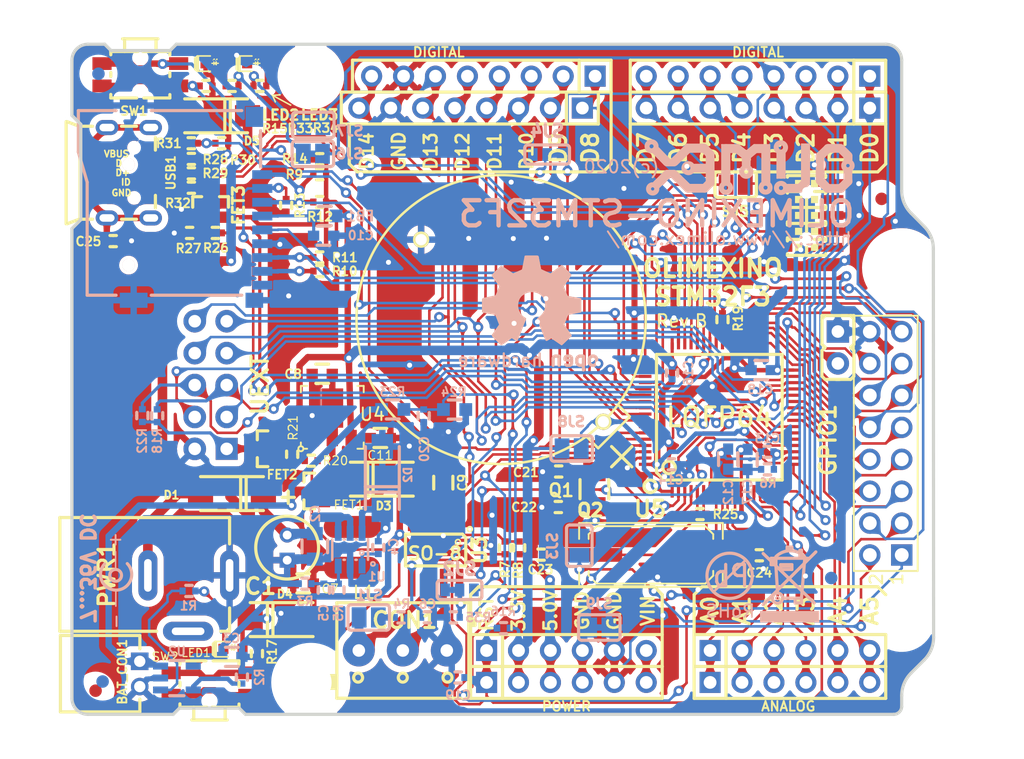
<source format=kicad_pcb>
(kicad_pcb (version 20221018) (generator pcbnew)
  (layers (0 "F.Cu" signal) (31 "B.Cu" signal) (34 "B.Paste" user) (35 "F.Paste" user) (36 "B.SilkS" user "B.Silkscreen") (37 "F.SilkS" user "F.Silkscreen") (38 "B.Mask" user) (39 "F.Mask" user) (44 "Edge.Cuts" user))
  (net 0 "")
  (net 1 "+BATT")
  (net 2 "GND")
  (net 3 "/VBAT")
  (net 4 "Net-(C1-Pad1)")
  (net 5 "+5V")
  (net 6 "Net-(C4-Pad2)")
  (net 7 "Net-(C4-Pad1)")
  (net 8 "Net-(C5-Pad2)")
  (net 9 "Net-(C6-Pad2)")
  (net 10 "Net-(C7-Pad2)")
  (net 11 "Net-(C8-Pad2)")
  (net 12 "Net-(C10-Pad2)")
  (net 13 "+3.3VA")
  (net 14 "GNDA")
  (net 15 "/RESET")
  (net 16 "/D27")
  (net 17 "Net-(C21-Pad2)")
  (net 18 "/D23")
  (net 19 "Net-(C23-Pad2)")
  (net 20 "Net-(C24-Pad2)")
  (net 21 "Net-(C25-Pad2)")
  (net 22 "Net-(CON1-Pad1)")
  (net 23 "Net-(CON1-Pad2)")
  (net 24 "Net-(CON2-Pad10)")
  (net 25 "/D13_SCK1_LED1")
  (net 26 "/D11_MOSI1")
  (net 27 "/D12_MISO1")
  (net 28 "/D30_USART3RX")
  (net 29 "/D29_USART3TX")
  (net 30 "/D8_I2C2_SDA")
  (net 31 "/D7_I2C2_SCL")
  (net 32 "Net-(CON2-Pad1)")
  (net 33 "/TDI")
  (net 34 "Net-(CON3-Pad7)")
  (net 35 "/TDO_SWO")
  (net 36 "/TCK_SWCLK")
  (net 37 "/TMS_SWDIO")
  (net 38 "/D21")
  (net 39 "Net-(D1-Pad2)")
  (net 40 "Net-(D5-Pad2)")
  (net 41 "Net-(FET2-Pad1)")
  (net 42 "Net-(FET3-Pad1)")
  (net 43 "Net-(FET3-Pad3)")
  (net 44 "/D32_SCK2")
  (net 45 "/D31_#SS2")
  (net 46 "/D28")
  (net 47 "/D26")
  (net 48 "/D25_MMCCS")
  (net 49 "/D24_CANTX")
  (net 50 "/D23E")
  (net 51 "/D33_MISO2")
  (net 52 "/D34_MOSI2")
  (net 53 "/D35")
  (net 54 "/D36")
  (net 55 "/D37")
  (net 56 "Net-(LED2-Pad2)")
  (net 57 "Net-(LED3-Pad2)")
  (net 58 "Net-(MICRO_SD1-Pad9)")
  (net 59 "Net-(MICRO_SD1-Pad8)")
  (net 60 "Net-(MICRO_SD1-Pad1)")
  (net 61 "/D14_CANRX")
  (net 62 "/D9")
  (net 63 "/D10_#SS1")
  (net 64 "/D0_RXD2")
  (net 65 "/D1_TXD2")
  (net 66 "/D2")
  (net 67 "/D3_LED2")
  (net 68 "/D4")
  (net 69 "/D5")
  (net 70 "/D6")
  (net 71 "/D15_A0")
  (net 72 "/D16_A1")
  (net 73 "/D17_A2")
  (net 74 "/D18_A3")
  (net 75 "/D19_A4")
  (net 76 "/D20_A5")
  (net 77 "/VIN")
  (net 78 "Net-(PWR1-Pad3)")
  (net 79 "Net-(R2-Pad1)")
  (net 80 "Net-(R4-Pad1)")
  (net 81 "Net-(R7-Pad1)")
  (net 82 "Net-(R14-Pad2)")
  (net 83 "/BOOT0")
  (net 84 "Net-(R17-Pad2)")
  (net 85 "Net-(R19-Pad2)")
  (net 86 "/PF4")
  (net 87 "/DISC")
  (net 88 "/USBD_N")
  (net 89 "/USBC_N")
  (net 90 "/USBD_P")
  (net 91 "/USBC_P")
  (net 92 "/USBDET")
  (net 93 "Net-(R33-Pad2)")
  (net 94 "Net-(R34-Pad2)")
  (net 95 "Net-(R35-Pad2)")
  (net 96 "/PB2")
  (net 97 "/TRST")
  (net 98 "Net-(USB1-Pad4)")
  (net 99 "+3.3V")
  (net 100 "Net-(LED1-Pad1)")
  (net 101 "Net-(R1-Pad1)")
  (footprint "OLIMEX_Connectors-FP:LIPO_BAT-CON2DW02R" (layer "F.Cu") (at 62.9 95.6 -90)
    (fp_text reference "BAT_CON1")
    (fp_text value "BAT_CON")
  )
  (footprint "OLIMEX_Connectors-FP:CR2032-PTH-PLASTIC" (layer "F.Cu") (at 94.8 67.39 -45)
    (fp_text reference "BAT_HOLDER1" hide)
    (fp_text value "CR2016_32")
  )
  (footprint "OLIMEX_RLC-FP:CPOL-RM2mm_5x9mm_PTH" (layer "F.Cu") (at 77.78 85.54 -90)
    (fp_text reference "C1")
    (fp_text value "4.7uF_50V")
  )
  (footprint "OLIMEX_RLC-FP:C_0603_5MIL_DWS" (layer "F.Cu") (at 79.06 88.39)
    (fp_text reference "C7")
    (fp_text value "10uF_6.3V")
  )
  (footprint "OLIMEX_RLC-FP:C_0603_5MIL_DWS" (layer "F.Cu") (at 80.57 71.7)
    (fp_text reference "C8")
    (fp_text value "10uF_6.3V")
  )
  (footprint "OLIMEX_RLC-FP:C_0603_5MIL_DWS" (layer "F.Cu") (at 85.19 76.81 180)
    (fp_text reference "C11")
    (fp_text value "10uF_6.3V")
  )
  (footprint "OLIMEX_RLC-FP:C_0402_5MIL_DWS" (layer "F.Cu") (at 99.38 79.48)
    (fp_text reference "C21")
    (fp_text value "22pF")
  )
  (footprint "OLIMEX_RLC-FP:C_0402_5MIL_DWS" (layer "F.Cu") (at 97.98 86.1)
    (fp_text reference "C23")
    (fp_text value "22pF")
  )
  (footprint "OLIMEX_RLC-FP:C_0402_5MIL_DWS" (layer "F.Cu") (at 115.34 86.15 180)
    (fp_text reference "C24")
    (fp_text value "22pF")
  )
  (footprint "OLIMEX_RLC-FP:C_0402_5MIL_DWS" (layer "F.Cu") (at 63.94 61.14 180)
    (fp_text reference "C25")
    (fp_text value "100nF")
  )
  (footprint "OLIMEX_Connectors-FP:TB3-3.5mm" (layer "F.Cu") (at 86.98 93.73)
    (fp_text reference "CON1")
    (fp_text value "CANBUS")
  )
  (footprint "OLIMEX_Connectors-FP:UEXT_BH10R" (layer "F.Cu") (at 71.7 72.6 90)
    (fp_text reference "CON2")
    (fp_text value "UEXT")
  )
  (footprint "OLIMEX_Diodes-FP:SMA-KA" (layer "F.Cu") (at 73.39 81.24 180)
    (fp_text reference "D1")
    (fp_text value "SS14")
  )
  (footprint "OLIMEX_Diodes-FP:SMA-KA" (layer "F.Cu") (at 85.31 80.09)
    (fp_text reference "D3")
    (fp_text value "SS14")
  )
  (footprint "OLIMEX_Diodes-FP:SMA-KA" (layer "F.Cu") (at 77.34 91.27)
    (fp_text reference "D4")
    (fp_text value "SS14")
  )
  (footprint "OLIMEX_Diodes-FP:SMA-KA" (layer "F.Cu") (at 72.13 51.17 180)
    (fp_text reference "D5")
    (fp_text value "SS14")
  )
  (footprint "OLIMEX_Transistors-FP:SOT23" (layer "F.Cu") (at 76.04 77.67)
    (fp_text reference "FET2")
    (fp_text value "WPM2015")
  )
  (footprint "OLIMEX_Transistors-FP:SOT23" (layer "F.Cu") (at 71.69 58.24 -90)
    (fp_text reference "FET3")
    (fp_text value "WPM2015")
  )
  (footprint "OLIMEX_Connectors-FP:BH16S" (layer "F.Cu") (at 125.4 77.24 90)
    (fp_text reference "GPIO1")
    (fp_text value "BH16S")
  )
  (footprint "OLIMEX_RLC-FP:CD43" (layer "F.Cu") (at 82.94 85.52 -90)
    (fp_text reference "L1")
    (fp_text value "4.7uH")
  )
  (footprint "OLIMEX_LEDs-FP:LED_0603_KA" (layer "F.Cu") (at 73.4695 93.599)
    (fp_text reference "LED1")
    (fp_text value "red")
  )
  (footprint "OLIMEX_LEDs-FP:LED_0603_KA" (layer "F.Cu") (at 72.05 46.99)
    (fp_text reference "LED2")
    (fp_text value "green")
  )
  (footprint "OLIMEX_LEDs-FP:LED_0603_KA" (layer "F.Cu") (at 75.36 46.99)
    (fp_text reference "LED3")
    (fp_text value "yellow")
  )
  (footprint "OLIMEX_Cases-FP:ARDUINO-STM32-PLATFORM" (layer "F.Cu") (at 101.26549 72.142321)
    (fp_text reference "PLATFORM1")
    (fp_text value "STM32-MAPPLE_Platform(2xPN1x8+2xPN1x6)")
    (fp_line (start -40.60127 -21) (end -40.60127 -25.4) (stroke (width 0.254)) (layer "Edge.Cuts"))
    (fp_line (start -40.60127 -21) (end -39.90127 -20.3) (stroke (width 0.254)) (layer "Edge.Cuts"))
    (fp_line (start -40.60127 -12) (end -39.90127 -12.7) (stroke (width 0.254)) (layer "Edge.Cuts"))
    (fp_line (start -40.60127 25.4) (end -40.60127 -12) (stroke (width 0.254)) (layer "Edge.Cuts"))
    (fp_line (start -39.90127 -12.7) (end -39.90127 -20.3) (stroke (width 0.254)) (layer "Edge.Cuts"))
    (fp_line (start -39.33127 -26.67) (end -38 -26.67) (stroke (width 0.254)) (layer "Edge.Cuts"))
    (fp_line (start -38 -26.67) (end -37.5 -26.17) (stroke (width 0.254)) (layer "Edge.Cuts"))
    (fp_line (start -37.5 -26.17) (end -32.8 -26.17) (stroke (width 0.254)) (layer "Edge.Cuts"))
    (fp_line (start -32.8 -26.17) (end -32.3 -26.67) (stroke (width 0.254)) (layer "Edge.Cuts"))
    (fp_line (start -32.55 26.67) (end -39.33127 26.67) (stroke (width 0.254)) (layer "Edge.Cuts"))
    (fp_line (start -32.3 -26.67) (end 24.12873 -26.67) (stroke (width 0.254)) (layer "Edge.Cuts"))
    (fp_line (start -32.05 26.17) (end -32.55 26.67) (stroke (width 0.254)) (layer "Edge.Cuts"))
    (fp_line (start -27.3 26.17) (end -32.05 26.17) (stroke (width 0.254)) (layer "Edge.Cuts"))
    (fp_line (start -26.8 26.67) (end -27.3 26.17) (stroke (width 0.254)) (layer "Edge.Cuts"))
    (fp_line (start 24.76373 26.67) (end -26.8 26.67) (stroke (width 0.254)) (layer "Edge.Cuts"))
    (fp_line (start 25.39873 -25.4) (end 25.397363 -15.00632) (stroke (width 0.254)) (layer "Edge.Cuts"))
    (fp_line (start 25.39873 25.1841) (end 25.39873 26.035) (stroke (width 0.254)) (layer "Edge.Cuts"))
    (fp_line (start 26.14041 -13.22578) (end 27.195505 -12.15898) (stroke (width 0.254)) (layer "Edge.Cuts"))
    (fp_line (start 27.19451 22.33422) (end 26.14041 23.38832) (stroke (width 0.254)) (layer "Edge.Cuts"))
    (fp_line (start 27.919525 -10.360662) (end 27.93873 20.53844) (stroke (width 0.254)) (layer "Edge.Cuts"))
    (fp_arc (start -40.60127 -25.4) (mid -40.229296 -26.298026) (end -39.33127 -26.67) (stroke (width 0.254)) (layer "Edge.Cuts"))
    (fp_arc (start -39.33127 26.67) (mid -40.229296 26.298026) (end -40.60127 25.4) (stroke (width 0.254)) (layer "Edge.Cuts"))
    (fp_arc (start 24.12873 -26.67) (mid 25.026756 -26.298026) (end 25.39873 -25.4) (stroke (width 0.254)) (layer "Edge.Cuts"))
    (fp_arc (start 25.39873 25.1841) (mid 25.591561 24.213329) (end 26.140774 23.389956) (stroke (width 0.254)) (layer "Edge.Cuts"))
    (fp_arc (start 25.39873 26.035) (mid 25.212743 26.484013) (end 24.76373 26.67) (stroke (width 0.254)) (layer "Edge.Cuts"))
    (fp_arc (start 26.14041 -13.22578) (mid 25.593351 -14.042796) (end 25.397363 -15.00632) (stroke (width 0.254)) (layer "Edge.Cuts"))
    (fp_arc (start 27.195505 -12.15898) (mid 27.737014 -11.332089) (end 27.919525 -10.360662) (stroke (width 0.254)) (layer "Edge.Cuts"))
    (fp_arc (start 27.93873 20.53844) (mid 27.745384 21.510456) (end 27.194781 22.334491) (stroke (width 0.254)) (layer "Edge.Cuts"))
  )
  (footprint "OLIMEX_Connectors-FP:PWR_JACK_UNI_MILLING" (layer "F.Cu") (at 73.2 92.5)
    (fp_text reference "PWR1")
    (fp_text value "PWR-JACK_DC-004")
  )
  (footprint "OLIMEX_RLC-FP:L_1206_5MIL_DWS" (layer "F.Cu") (at 102.22 80.89 90)
    (fp_text reference "Q1")
    (fp_text value "32768_1206_12.5pF")
  )
  (footprint "OLIMEX_RLC-FP:R_0402_5MIL_DWS" (layer "F.Cu") (at 95.11 85.56 90)
    (fp_text reference "R7")
    (fp_text value "10K")
  )
  (footprint "OLIMEX_RLC-FP:R_0402_5MIL_DWS" (layer "F.Cu") (at 96.24 85.56 -90)
    (fp_text reference "R8")
    (fp_text value "20K")
  )
  (footprint "OLIMEX_RLC-FP:R_0402_5MIL_DWS" (layer "F.Cu") (at 80.37 55.82 180)
    (fp_text reference "R9")
    (fp_text value "100K")
  )
  (footprint "OLIMEX_RLC-FP:R_0402_5MIL_DWS" (layer "F.Cu") (at 80.38 63.53 180)
    (fp_text reference "R10")
    (fp_text value "100K")
  )
  (footprint "OLIMEX_RLC-FP:R_0402_5MIL_DWS" (layer "F.Cu") (at 80.37 62.44 180)
    (fp_text reference "R11")
    (fp_text value "100K")
  )
  (footprint "OLIMEX_RLC-FP:R_0402_5MIL_DWS" (layer "F.Cu") (at 80.37 58.03 180)
    (fp_text reference "R12")
    (fp_text value "10K")
  )
  (footprint "OLIMEX_RLC-FP:R_0402_5MIL_DWS" (layer "F.Cu") (at 77.7 58.3 90)
    (fp_text reference "R13")
    (fp_text value "1M")
  )
  (footprint "OLIMEX_RLC-FP:R_0402_5MIL_DWS" (layer "F.Cu") (at 80.37 54.62 180)
    (fp_text reference "R14")
    (fp_text value "1K")
  )
  (footprint "OLIMEX_RLC-FP:R_0402_5MIL_DWS" (layer "F.Cu") (at 71.33 48.79)
    (fp_text reference "R15")
    (fp_text value "10K")
  )
  (footprint "OLIMEX_RLC-FP:R_0402_5MIL_DWS" (layer "F.Cu") (at 75.3745 93.98 -90)
    (fp_text reference "R17")
    (fp_text value "22R")
  )
  (footprint "OLIMEX_RLC-FP:R_0402_5MIL_DWS" (layer "F.Cu") (at 112.41 67.39 -90)
    (fp_text reference "R19")
    (fp_text value "1K")
  )
  (footprint "OLIMEX_RLC-FP:R_0402_5MIL_DWS" (layer "F.Cu") (at 79.69 78.62 180)
    (fp_text reference "R20")
    (fp_text value "1K")
  )
  (footprint "OLIMEX_RLC-FP:R_0402_5MIL_DWS" (layer "F.Cu") (at 78.18 78.11 -90)
    (fp_text reference "R21")
    (fp_text value "100K")
  )
  (footprint "OLIMEX_RLC-FP:R_0402_5MIL_DWS" (layer "F.Cu") (at 110.62 82.87)
    (fp_text reference "R25")
    (fp_text value "1M")
  )
  (footprint "OLIMEX_RLC-FP:R_0402_5MIL_DWS" (layer "F.Cu") (at 72.07 60.49 180)
    (fp_text reference "R26")
    (fp_text value "1K")
  )
  (footprint "OLIMEX_RLC-FP:R_0402_5MIL_DWS" (layer "F.Cu") (at 70.02 60.49)
    (fp_text reference "R27")
    (fp_text value "100K")
  )
  (footprint "OLIMEX_RLC-FP:R_0402_5MIL_DWS" (layer "F.Cu") (at 70.16 54.6)
    (fp_text reference "R28")
    (fp_text value "22R")
  )
  (footprint "OLIMEX_RLC-FP:R_0402_5MIL_DWS" (layer "F.Cu") (at 70.16 55.75)
    (fp_text reference "R29")
    (fp_text value "22R")
  )
  (footprint "OLIMEX_RLC-FP:R_0402_5MIL_DWS" (layer "F.Cu") (at 72.58 53.35)
    (fp_text reference "R30")
    (fp_text value "20K")
  )
  (footprint "OLIMEX_RLC-FP:R_0402_5MIL_DWS" (layer "F.Cu") (at 70.15 53.35)
    (fp_text reference "R31")
    (fp_text value "10K")
  )
  (footprint "OLIMEX_RLC-FP:R_0402_5MIL_DWS" (layer "F.Cu") (at 70.16 56.89 180)
    (fp_text reference "R32")
    (fp_text value "1.5K")
  )
  (footprint "OLIMEX_RLC-FP:R_0402_5MIL_DWS" (layer "F.Cu") (at 73.4 48.79)
    (fp_text reference "R33")
    (fp_text value "2K")
  )
  (footprint "OLIMEX_RLC-FP:R_0402_5MIL_DWS" (layer "F.Cu") (at 75.61 48.79 180)
    (fp_text reference "R34")
    (fp_text value "2K")
  )
  (footprint "OLIMEX_Jumpers-FP:SJ" (layer "F.Cu") (at 113.46 56.65 180)
    (fp_text reference "SJ5")
    (fp_text value "open")
  )
  (footprint "OLIMEX_Buttons-FP:TSW34-W16PR-220" (layer "F.Cu") (at 66.1 47.9 180)
    (fp_text reference "SW1")
    (fp_text value "SIDE_WTCM-TR(3x4)")
  )
  (footprint "OLIMEX_Buttons-FP:TSW34-W16PR-220" (layer "F.Cu") (at 71.6 96.4)
    (fp_text reference "SW2")
    (fp_text value "SIDE_WTCM-TR(3x4)")
  )
  (footprint "OLIMEX_IC-FP:SO-8" (layer "F.Cu") (at 89.59 85.73 180)
    (fp_text reference "U3")
    (fp_text value "SIT1050T")
  )
  (footprint "OLIMEX_Transistors-FP:SOT89" (layer "F.Cu") (at 81.37 75.17)
    (fp_text reference "U4")
    (fp_text value "ME6210-SOT89")
  )
  (footprint "OLIMEX_IC-FP:LQFP64_Pitch-0.5mm_12.00x12.00x1.60mm" (layer "F.Cu") (at 112.16 75.16)
    (fp_text reference "U5")
    (fp_text value "STM32F303RCT6")
  )
  (footprint "OLIMEX_Connectors-FP:USB-MICRO_MISB-SWMM-5B_LF" (layer "F.Cu") (at 63.7 55.7 180)
    (fp_text reference "USB1")
    (fp_text value "uiCRO")
  )
  (footprint "OLIMEX_Connectors-FP:GPH127SMT-02X05(PA-V16X-2X5-LF)" (layer "F.Cu") (at 119.1 59.1 90)
    (fp_text reference "CON3" hide)
    (fp_text value "SWD")
  )
  (footprint "OLIMEX_Connectors-FP:HN1x2" (layer "F.Cu") (at 121.59 69.61 -90)
    (fp_text reference "CON4" hide)
    (fp_text value "WAKE")
  )
  (footprint "OLIMEX_Crystal-FP:Q_49U3HMS" (layer "F.Cu") (at 106.72 86.12 180)
    (fp_text reference "Q2")
    (fp_text value "8M_HS49S_20pF")
  )
  (footprint "OLIMEX_Other-FP:Fiducial1x3_transp" (layer "F.Cu") (at 125.07 57.78)
    (fp_text reference "Ref*" hide)
    (fp_text value "Val**" hide)
  )
  (footprint "OLIMEX_Other-FP:Fiducial1x3_transp" (layer "F.Cu") (at 62.7 63.3)
    (fp_text reference "Ref*" hide)
    (fp_text value "Val**" hide)
  )
  (footprint "OLIMEX_Other-FP:Fiducial1x3_transp" (layer "F.Cu") (at 62.54 96.93)
    (fp_text reference "Ref*" hide)
    (fp_text value "Val**" hide)
  )
  (footprint "OLIMEX_RLC-FP:C_0402_5MIL_DWS" (layer "F.Cu") (at 99.35 82.31)
    (fp_text reference "C22")
    (fp_text value "22pF")
  )
  (footprint "OLIMEX_RLC-FP:C_0603_5MIL_DWS" (layer "F.Cu") (at 90.2 80.37 -90)
    (fp_text reference "C9")
    (fp_text value "10uF_6.3V")
  )
  (footprint "OLIMEX_Transistors-FP:SOT23" (layer "F.Cu") (at 79.75 81.03)
    (fp_text reference "FET1")
    (fp_text value "WPM2015")
  )
  (footprint "OLIMEX_RLC-FP:C_0805_5MIL_DWS" (layer "B.Cu") (at 79.98 85.44 90)
    (fp_text reference "C2")
    (fp_text value "100nF_50V")
  )
  (footprint "OLIMEX_RLC-FP:C_0603_5MIL_DWS" (layer "B.Cu") (at 73.38 94.24 180)
    (fp_text reference "C3")
    (fp_text value "1uF_6.3V")
  )
  (footprint "OLIMEX_RLC-FP:C_0402_5MIL_DWS" (layer "B.Cu") (at 85.03 85.54 -90)
    (fp_text reference "C4")
    (fp_text value "100nF")
  )
  (footprint "OLIMEX_RLC-FP:C_0402_5MIL_DWS" (layer "B.Cu") (at 80.7 88.92 90)
    (fp_text reference "C5")
    (fp_text value "47pF")
  )
  (footprint "OLIMEX_RLC-FP:C_0402_5MIL_DWS" (layer "B.Cu") (at 88.94 91.09 180)
    (fp_text reference "C6")
    (fp_text value "100nF")
  )
  (footprint "OLIMEX_RLC-FP:C_0603_5MIL_DWS" (layer "B.Cu") (at 80.68 60.71 180)
    (fp_text reference "C10")
    (fp_text value "10uF_6.3V")
  )
  (footprint "OLIMEX_RLC-FP:C_0603_5MIL_DWS" (layer "B.Cu") (at 112.86 78.5 -90)
    (fp_text reference "C12")
    (fp_text value "10uF_6.3V")
  )
  (footprint "OLIMEX_RLC-FP:C_0402_5MIL_DWS" (layer "B.Cu") (at 115.96 77.91)
    (fp_text reference "C13")
    (fp_text value "100nF")
  )
  (footprint "OLIMEX_RLC-FP:C_0402_5MIL_DWS" (layer "B.Cu") (at 108.34 78.91 180)
    (fp_text reference "C14")
    (fp_text value "100nF")
  )
  (footprint "OLIMEX_RLC-FP:C_0402_5MIL_DWS" (layer "B.Cu") (at 108.4 71.63 90)
    (fp_text reference "C16")
    (fp_text value "100nF")
  )
  (footprint "OLIMEX_RLC-FP:C_0603_5MIL_DWS" (layer "B.Cu") (at 114.41 78.52 -90)
    (fp_text reference "C17")
    (fp_text value "10uF_6.3v")
  )
  (footprint "OLIMEX_RLC-FP:C_0603_5MIL_DWS" (layer "B.Cu") (at 115.49 71.41)
    (fp_text reference "C18")
    (fp_text value "10uF_6.3V")
  )
  (footprint "OLIMEX_RLC-FP:C_0402_5MIL_DWS" (layer "B.Cu") (at 91.38 95.88)
    (fp_text reference "C19")
    (fp_text value "100nF")
  )
  (footprint "OLIMEX_RLC-FP:C_0402_5MIL_DWS" (layer "B.Cu") (at 88.64 75.05 90)
    (fp_text reference "C20")
    (fp_text value "100nF")
  )
  (footprint "OLIMEX_Diodes-FP:SMA-KA" (layer "B.Cu") (at 85.35 80 90)
    (fp_text reference "D2")
    (fp_text value "SS14")
  )
  (footprint "OLIMEX_RLC-FP:L_0603_5MIL_DWS" (layer "B.Cu") (at 80.78 59.14)
    (fp_text reference "FB1")
    (fp_text value "FB0603")
  )
  (footprint "OLIMEX_RLC-FP:R_0402_5MIL_DWS" (layer "B.Cu") (at 69.97 88.99)
    (fp_text reference "R1")
    (fp_text value "2K")
  )
  (footprint "OLIMEX_RLC-FP:R_0402_5MIL_DWS" (layer "B.Cu") (at 74.18 95.85 90)
    (fp_text reference "R2")
    (fp_text value "1.5K")
  )
  (footprint "OLIMEX_RLC-FP:R_0402_5MIL_DWS" (layer "B.Cu") (at 79.2 88.41)
    (fp_text reference "R3")
    (fp_text value "40.2K_1%")
  )
  (footprint "OLIMEX_RLC-FP:R_0402_5MIL_DWS" (layer "B.Cu") (at 86.84 91.1)
    (fp_text reference "R4")
    (fp_text value "120R")
  )
  (footprint "OLIMEX_RLC-FP:R_0402_5MIL_DWS" (layer "B.Cu") (at 81.86 88.92 -90)
    (fp_text reference "R5")
    (fp_text value "124K_1%")
  )
  (footprint "OLIMEX_RLC-FP:R_0402_5MIL_DWS" (layer "B.Cu") (at 115.99 79.31)
    (fp_text reference "R6")
    (fp_text value "22R")
  )
  (footprint "OLIMEX_RLC-FP:R_0402_5MIL_DWS" (layer "B.Cu") (at 94.99 91.95 180)
    (fp_text reference "R16")
    (fp_text value "10K")
  )
  (footprint "OLIMEX_RLC-FP:R_0402_5MIL_DWS" (layer "B.Cu") (at 67.44 75.04 90)
    (fp_text reference "R18")
    (fp_text value "4.7K")
  )
  (footprint "OLIMEX_RLC-FP:R_0402_5MIL_DWS" (layer "B.Cu") (at 66.26 75.03 90)
    (fp_text reference "R22")
    (fp_text value "4.7K")
  )
  (footprint "OLIMEX_RLC-FP:R_0603_5MIL_DWS" (layer "B.Cu") (at 86.18 74.54)
    (fp_text reference "R23")
    (fp_text value "1M_1%_0603")
  )
  (footprint "OLIMEX_RLC-FP:R_0603_5MIL_DWS" (layer "B.Cu") (at 91.1 74.55)
    (fp_text reference "R24")
    (fp_text value "3M_1%_0603")
  )
  (footprint "OLIMEX_Jumpers-FP:SJ" (layer "B.Cu") (at 84.27 91.1)
    (fp_text reference "SJ1")
    (fp_text value "open")
  )
  (footprint "OLIMEX_Jumpers-FP:SJ_2_SMALL_12_TIED" (layer "B.Cu") (at 91.49 88.91)
    (fp_text reference "SJ2")
    (fp_text value "SJ2W_Closed(1-2)")
  )
  (footprint "OLIMEX_Jumpers-FP:SJ" (layer "B.Cu") (at 101.02 85.39 -90)
    (fp_text reference "SJ3")
    (fp_text value "open")
  )
  (footprint "OLIMEX_Jumpers-FP:SJ_2_SMALL_12_TIED" (layer "B.Cu") (at 98.46 54.25 180)
    (fp_text reference "SJ4")
    (fp_text value "SJ2W_Closed(1-2)")
  )
  (footprint "OLIMEX_Jumpers-FP:SJ" (layer "B.Cu") (at 100.41 77.65 180)
    (fp_text reference "SJ8")
    (fp_text value "open")
  )
  (footprint "OLIMEX_Jumpers-FP:SJ_Closed" (layer "B.Cu") (at 102.61 91.9)
    (fp_text reference "SJ9")
    (fp_text value "closed")
  )
  (footprint "OLIMEX_Regulators-FP:SOT23-6" (layer "B.Cu") (at 82.79 85.7 -90)
    (fp_text reference "U1")
    (fp_text value "BL9342")
  )
  (footprint "OLIMEX_Regulators-FP:SOT-23-5" (layer "B.Cu") (at 69.01 95.92 180)
    (fp_text reference "U2")
    (fp_text value "BL4054B-42TPRN(SOT23-5)")
  )
  (footprint "OLIMEX_Other-FP:Fiducial1x3_transp" (layer "B.Cu") (at 121.06 87.96)
    (fp_text reference "Ref*" hide)
    (fp_text value "Val**" hide)
  )
  (footprint "OLIMEX_Other-FP:Fiducial1x3_transp" (layer "B.Cu") (at 63.1 96.2)
    (fp_text reference "Ref*" hide)
    (fp_text value "Val**" hide)
  )
  (footprint "OLIMEX_Other-FP:Fiducial1x3_transp" (layer "B.Cu") (at 62.77 47.82)
    (fp_text reference "Ref*" hide)
    (fp_text value "Val**" hide)
  )
  (footprint "OLIMEX_Other-FP:Fiducial1x3_transp" (layer "B.Cu") (at 116.61 53.54)
    (fp_text reference "Ref*" hide)
    (fp_text value "Val**" hide)
  )
  (footprint "OLIMEX_LOGOs-FP:OLIMEX_LOGO_TB" (layer "B.Cu") (at 114.4 55.26 180)
    (fp_text reference "" hide)
    (fp_text value "" hide)
  )
  (footprint "OLIMEX_LOGOs-FP:LOGO_OPENHARDWARE_8x8" (layer "B.Cu") (at 97.24 66.36 180)
    (fp_text reference "" hide)
    (fp_text value "" hide)
  )
  (footprint "OLIMEX_LOGOs-FP:LOGO_RECYCLEBIN_1" (layer "B.Cu") (at 120.09 91.47 180)
    (fp_text reference "" hide)
    (fp_text value "" hide)
  )
  (footprint "OLIMEX_LOGOs-FP:LOGO_PBFREE" (layer "B.Cu") (at 113.18 87.47)
    (fp_text reference "")
    (fp_text value "")
  )
  (footprint "OLIMEX_Jumpers-FP:SJ_Closed" (layer "B.Cu") (at 79.86 51.9 180)
    (fp_text reference "SJ7")
    (fp_text value "closed")
  )
  (footprint "OLIMEX_Jumpers-FP:SJ_Closed" (layer "B.Cu") (at 79.83 54.19 180)
    (fp_text reference "SJ6")
    (fp_text value "closed")
  )
  (footprint "OLIMEX_RLC-FP:R_0402_5MIL_DWS" (layer "B.Cu") (at 91 91.09)
    (fp_text reference "R35")
    (fp_text value "10K")
  )
  (footprint "OLIMEX_Connectors-FP:TFC-WPAPR-08" (layer "B.Cu") (at 68.8 58.1 180)
    (fp_text reference "MICRO_SD1" hide)
    (fp_text value "MICRO_SD(TFC-WPAPR-08)")
  )
  (gr_circle (center 64.132166 87.75) (end 64.603865 87.75) (stroke (width 0.25)) (fill none) (layer "B.SilkS"))
  (gr_line (start 64.152166 88.94) (end 64.152166 90.2) (stroke (width 0.12)) (layer "B.SilkS"))
  (gr_arc (start 65.060209 86.813123) (mid 64.189688 88.920882) (end 63.26 86.838543) (stroke (width 0.25)) (layer "B.SilkS"))
  (gr_line (start 64.132166 87.29) (end 64.132166 85.86) (stroke (width 0.12)) (layer "B.SilkS"))
  (gr_line (start 78.06 50.32) (end 76.58 49.52) (stroke (width 0.12)) (layer "F.SilkS"))
  (gr_line (start 76.84 50.06) (end 76.62 49.54) (stroke (width 0.12)) (layer "F.SilkS"))
  (gr_line (start 77.21 49.5) (end 77.14 49.49) (stroke (width 0.12)) (layer "F.SilkS"))
  (gr_line (start 76.62 49.54) (end 77.21 49.5) (stroke (width 0.12)) (layer "F.SilkS"))
  (gr_text "7...36V DC" (at 61.9 87.18 270) (layer "B.SilkS") (effects (font (size 1.1 1.1) (thickness 0.275)) (justify mirror)))
  (gr_text "RoHS" (at 113.03 90.6) (layer "B.SilkS") (effects (font (size 1 1)) (justify mirror)))
  (gr_text "(c)2020" (at 104.37 55.23) (layer "B.SilkS") (effects (font (size 1 1)) (justify mirror)))
  (gr_text "OLIMEXINO-STM32F3" (at 107.17 58.98) (layer "B.SilkS") (effects (font (size 2 2) (thickness 0.35)) (justify mirror)))
  (gr_text "-" (at 64.132166 91.41 90) (layer "B.SilkS") (effects (font (size 1 1)) (justify mirror)))
  (gr_text "https://www.olimex.com/" (at 112.93 60.96) (layer "B.SilkS") (effects (font (size 1 1)) (justify mirror)))
  (gr_text "+" (at 64.132166 84.84) (layer "B.SilkS") (effects (font (size 1 1)) (justify mirror)))
  (gr_text "2\n1" (at 125.46 88.05 90) (layer "F.SilkS") (effects (font (size 1 1))))
  (gr_text "Rev.B" (at 109.17 67.5) (layer "F.SilkS") (effects (font (size 1 1))))
  (gr_text "OLIMEXINO\nSTM32F3" (at 111.64 64.44) (layer "F.SilkS") (effects (font (size 1.4 1.4) (thickness 0.3))))
  (gr_text "UEXT" (at 75.62 72.59 90) (layer "F.SilkS") (effects (font (size 1.3 1.3) (thickness 0.25))))
  (segment (start 78.13 81.65) (end 78.75 81.03) (width 0.508) (layer "F.Cu") (net 1))
  (segment (start 78.13 82.19) (end 78.13 81.65) (width 0.508) (layer "F.Cu") (net 1))
  (via (at 78.13 82.19) (size 0.8) (drill 0.4) (layers "F.Cu" "B.Cu") (net 1))
  (segment (start 66.02 82.19) (end 78.13 82.19) (width 0.508) (layer "B.Cu") (net 1))
  (segment (start 63.58 87.915202) (end 63.58 84.63) (width 0.508) (layer "B.Cu") (net 1))
  (segment (start 64.84414 94.59162) (end 63.58 93.32748) (width 0.508) (layer "B.Cu") (net 1))
  (segment (start 66.05214 94.59162) (end 64.84414 94.59162) (width 0.508) (layer "B.Cu") (net 1))
  (segment (start 78.13 81.624315) (end 78.13 82.19) (width 0.508) (layer "B.Cu") (net 1))
  (segment (start 78.13 80.685) (end 78.13 81.624315) (width 0.508) (layer "B.Cu") (net 1))
  (segment (start 84.275 74.54) (end 78.13 80.685) (width 0.508) (layer "B.Cu") (net 1))
  (segment (start 85.291 74.54) (end 84.275 74.54) (width 0.508) (layer "B.Cu") (net 1))
  (segment (start 63.58 93.32748) (end 63.58 87.915202) (width 0.508) (layer "B.Cu") (net 1))
  (segment (start 66.43052 94.97) (end 66.05214 94.59162) (width 0.25) (layer "B.Cu") (net 1))
  (segment (start 63.58 84.63) (end 66.02 82.19) (width 0.508) (layer "B.Cu") (net 1))
  (segment (start 67.71 94.97) (end 66.43052 94.97) (width 0.25) (layer "B.Cu") (net 1))
  (segment (start 79.77 75.03) (end 79.77 76.72) (width 0.508) (layer "F.Cu") (net 2))
  (segment (start 123.25 56.57) (end 123.25 59.09) (width 0.3556) (layer "F.Cu") (net 2))
  (segment (start 110.83161 72.71839) (end 108.96 74.59) (width 0.2032) (layer "F.Cu") (net 2))
  (segment (start 112.118021 72.200369) (end 111.999999 72.318391) (width 0.2032) (layer "F.Cu") (net 2))
  (segment (start 81.74599 62.825685) (end 81.74599 62.26) (width 0.3556) (layer "F.Cu") (net 2))
  (segment (start 104.847024 79.19) (end 104.84 79.19) (width 0.2032) (layer "F.Cu") (net 2))
  (segment (start 76.0095 93.472) (end 75.3745 93.472) (width 0.2032) (layer "F.Cu") (net 2))
  (segment (start 71.838 48.098) (end 71.838 48.79) (width 0.3556) (layer "F.Cu") (net 2))
  (segment (start 68.183 57.0875) (end 68.51 57.4145) (width 0.508) (layer "F.Cu") (net 2))
  (segment (start 98.06 82.31) (end 98.04 82.33) (width 0.2032) (layer "F.Cu") (net 2))
  (segment (start 69.0488 60.5) (end 68.8 60.5) (width 0.2032) (layer "F.Cu") (net 2))
  (segment (start 97.472 84.958) (end 97.472 86.1) (width 0.2032) (layer "F.Cu") (net 2))
  (segment (start 74.598 46.34) (end 74.598 46.99) (width 0.25) (layer "F.Cu") (net 2))
  (segment (start 71.288 46.34) (end 71.363001 46.264999) (width 0.25) (layer "F.Cu") (net 2))
  (segment (start 64.448 61.14) (end 65.38 61.14) (width 0.2032) (layer "F.Cu") (net 2))
  (segment (start 118.06 71.91) (end 117.3 71.91) (width 0.2032) (layer "F.Cu") (net 2))
  (segment (start 96.24 86.068) (end 97.44 86.068) (width 0.2032) (layer "F.Cu") (net 2))
  (segment (start 90.564222 84.958211) (end 93.569518 84.958211) (width 0.25) (layer "F.Cu") (net 2))
  (segment (start 73.774999 46.264999) (end 74.522999 46.264999) (width 0.25) (layer "F.Cu") (net 2))
  (segment (start 77.7 58.808) (end 77.2218 58.808) (width 0.2032) (layer "F.Cu") (net 2))
  (segment (start 108.96 74.59) (end 108.96 75.03059) (width 0.2032) (layer "F.Cu") (net 2))
  (segment (start 77.2218 58.808) (end 76.6138 58.2) (width 0.2032) (layer "F.Cu") (net 2))
  (segment (start 78.26 89.8) (end 77.29 90.77) (width 0.2032) (layer "F.Cu") (net 2))
  (segment (start 107.568935 79.654719) (end 107.807108 79.892892) (width 0.25) (layer "F.Cu") (net 2))
  (segment (start 81.74599 65.03401) (end 81.74599 62.825685) (width 0.3556) (layer "F.Cu") (net 2))
  (segment (start 97.45 86.078) (end 97.472 86.1) (width 0.25) (layer "F.Cu") (net 2))
  (segment (start 71.838 48.79) (end 71.838 49.688) (width 0.3556) (layer "F.Cu") (net 2))
  (segment (start 105.33 70.55) (end 105.33 66.920968) (width 0.2032) (layer "F.Cu") (net 2))
  (segment (start 93.569518 84.958211) (end 93.977707 85.3664) (width 0.25) (layer "F.Cu") (net 2))
  (segment (start 97.44 86.068) (end 97.472 86.1) (width 0.2032) (layer "F.Cu") (net 2))
  (segment (start 71.838 49.688) (end 73.088 50.938) (width 0.3556) (layer "F.Cu") (net 2))
  (segment (start 69.512 60.49) (end 69.0588 60.49) (width 0.2032) (layer "F.Cu") (net 2))
  (segment (start 115.848 87.032) (end 115.66 87.22) (width 0.2032) (layer "F.Cu") (net 2))
  (segment (start 71.4624 47.92) (end 71.66 47.92) (width 0.3556) (layer "F.Cu") (net 2))
  (segment (start 108.91 67.61) (end 108.55 67.25) (width 0.25) (layer "F.Cu") (net 2))
  (segment (start 73.774999 46.264999) (end 73.774999 46.335903) (width 0.3556) (layer "F.Cu") (net 2))
  (segment (start 90.203179 84.597168) (end 90.564222 84.958211) (width 0.25) (layer "F.Cu") (net 2))
  (segment (start 98.4188 79.48) (end 98.3988 79.5) (width 0.2032) (layer "F.Cu") (net 2))
  (segment (start 76.6138 58.2) (end 69.78 58.2) (width 0.2032) (layer "F.Cu") (net 2))
  (segment (start 105.33 66.920968) (end 105.39 66.860968) (width 0.2032) (layer "F.Cu") (net 2))
  (segment (start 79.77 71.7) (end 79.77 75.03) (width 0.508) (layer "F.Cu") (net 2))
  (segment (start 104.84 79.19) (end 105.405685 79.19) (width 0.25) (layer "F.Cu") (net 2))
  (segment (start 78.26 88.39) (end 78.26 87.02) (width 0.508) (layer "F.Cu") (net 2))
  (segment (start 78.18 77.602) (end 78.205 77.602) (width 0.508) (layer "F.Cu") (net 2))
  (segment (start 79.77 76.72) (end 79.87 76.82) (width 0.508) (layer "F.Cu") (net 2))
  (segment (start 98.872 79.48) (end 98.4188 79.48) (width 0.2032) (layer "F.Cu") (net 2))
  (segment (start 90.225 83.13) (end 90.225 84.575347) (width 0.2032) (layer "F.Cu") (net 2))
  (segment (start 73.088 54.118453) (end 72.982732 54.223721) (width 0.3556) (layer "F.Cu") (net 2))
  (segment (start 69.32 58.59) (end 69.35 58.59) (width 0.508) (layer "F.Cu") (net 2))
  (segment (start 105.405685 79.19) (end 105.859798 79.644113) (width 0.25) (layer "F.Cu") (net 2))
  (segment (start 68.51 57.4145) (end 68.51 57.78) (width 0.508) (layer "F.Cu") (net 2))
  (segment (start 77.9 65.505) (end 81.275 65.505) (width 0.3556) (layer "F.Cu") (net 2))
  (segment (start 108.96 75.03059) (end 108.953288 75.037302) (width 0.2032) (layer "F.Cu") (net 2))
  (segment (start 108.478399 75.512191) (end 108.478399 76.790113) (width 0.2032) (layer "F.Cu") (net 2))
  (segment (start 73.088 50.938) (end 73.088 53.35) (width 0.3556) (layer "F.Cu") (net 2))
  (segment (start 103.80422 96.272321) (end 103.80422 93.732321) (width 0.508) (layer "F.Cu") (net 2))
  (segment (start 117.009631 72.200369) (end 112.118021 72.200369) (width 0.2032) (layer "F.Cu") (net 2))
  (segment (start 108.478399 76.790113) (end 108.129829 77.138683) (width 0.2032) (layer "F.Cu") (net 2))
  (segment (start 78.867 76.94) (end 78.867 76.865) (width 0.508) (layer "F.Cu") (net 2))
  (segment (start 98.842 83.588) (end 97.472 84.958) (width 0.2032) (layer "F.Cu") (net 2))
  (segment (start 90.225 84.575347) (end 90.203179 84.597168) (width 0.2032) (layer "F.Cu") (net 2))
  (segment (start 108.96 75.03059) (end 108.478399 75.512191) (width 0.2032) (layer "F.Cu") (net 2))
  (segment (start 105.627024 78.41) (end 104.847024 79.19) (width 0.2032) (layer "F.Cu") (net 2))
  (segment (start 73.774999 46.335903) (end 73.761604 46.349298) (width 0.3556) (layer "F.Cu") (net 2))
  (segment (start 77.29 92.1915) (end 76.0095 93.472) (width 0.2032) (layer "F.Cu") (net 2))
  (segment (start 98.842 82.31) (end 98.842 83.588) (width 0.2032) (layer "F.Cu") (net 2))
  (segment (start 106.26 78.41) (end 105.627024 78.41) (width 0.2032) (layer "F.Cu") (net 2))
  (segment (start 105.859798 79.644113) (end 107.568935 79.644113) (width 0.25) (layer "F.Cu") (net 2))
  (segment (start 123.24 56.56) (end 123.25 56.57) (width 0.3556) (layer "F.Cu") (net 2))
  (segment (start 115.848 86.15) (end 115.848 87.032) (width 0.2032) (layer "F.Cu") (net 2))
  (segment (start 78.26 87.02) (end 77.78 86.54) (width 0.508) (layer "F.Cu") (net 2))
  (segment (start 69.35 58.59) (end 69.37 58.61) (width 0.508) (layer "F.Cu") (net 2))
  (segment (start 108.129829 79.083219) (end 108.129829 77.704368) (width 0.25) (layer "F.Cu") (net 2))
  (segment (start 90.2 83.105) (end 90.225 83.13) (width 0.2032) (layer "F.Cu") (net 2))
  (segment (start 68.51 57.78) (end 69.32 58.59) (width 0.508) (layer "F.Cu") (net 2))
  (segment (start 71.363001 46.264999) (end 73.774999 46.264999) (width 0.25) (layer "F.Cu") (net 2))
  (segment (start 98.842 82.31) (end 98.06 82.31) (width 0.2032) (layer "F.Cu") (net 2))
  (segment (start 71.288 46.99) (end 71.288 47.7456) (width 0.3556) (layer "F.Cu") (net 2))
  (segment (start 65.38 61.14) (end 65.4 61.12) (width 0.2032) (layer "F.Cu") (net 2))
  (segment (start 107.568935 79.644113) (end 107.568935 79.654719) (width 0.25) (layer "F.Cu") (net 2))
  (segment (start 98.3988 79.5) (end 98.1 79.5) (width 0.2032) (layer "F.Cu") (net 2))
  (segment (start 78.26 88.39) (end 78.26 89.8) (width 0.2032) (layer "F.Cu") (net 2))
  (segment (start 81.275 65.505) (end 81.74599 65.03401) (width 0.3556) (layer "F.Cu") (net 2))
  (segment (start 98.872 82.28) (end 98.842 82.31) (width 0.2032) (layer "F.Cu") (net 2))
  (segment (start 73.088 53.35) (end 73.088 54.118453) (width 0.3556) (layer "F.Cu") (net 2))
  (segment (start 90.2 81.17) (end 90.2 83.105) (width 0.2032) (layer "F.Cu") (net 2))
  (segment (start 87.04022 48.012321) (end 87.04022 49.536321) (width 0.508) (layer "F.Cu") (net 2))
  (segment (start 117.3 71.91) (end 117.009631 72.200369) (width 0.2032) (layer "F.Cu") (net 2))
  (segment (start 71.288 46.99) (end 71.288 46.34) (width 0.25) (layer "F.Cu") (net 2))
  (segment (start 78.912 76.82) (end 79.87 76.82) (width 0.508) (layer "F.Cu") (net 2))
  (segment (start 123.25 59.09) (end 123.27 59.11) (width 0.3556) (layer "F.Cu") (net 2))
  (segment (start 71.288 47.7456) (end 71.4624 47.92) (width 0.3556) (layer "F.Cu") (net 2))
  (segment (start 123.26 59.1) (end 123.27 59.11) (width 0.3556) (layer "F.Cu") (net 2))
  (segment (start 87.04022 49.536321) (end 86.02422 50.552321) (width 0.508) (layer "F.Cu") (net 2))
  (segment (start 122.01 60.37) (end 123.27 59.11) (width 0.3556) (layer "F.Cu") (net 2))
  (segment (start 66.85 57.0875) (end 68.183 57.0875) (width 0.508) (layer "F.Cu") (net 2))
  (segment (start 121.132 56.56) (end 123.24 56.56) (width 0.3556) (layer "F.Cu") (net 2))
  (segment (start 111.999999 72.318391) (end 111.6 72.71839) (width 0.2032) (layer "F.Cu") (net 2))
  (segment (start 71.66 47.92) (end 71.838 48.098) (width 0.3556) (layer "F.Cu") (net 2))
  (segment (start 77.29 90.77) (end 77.29 92.1915) (width 0.2032) (layer "F.Cu") (net 2))
  (segment (start 78.867 76.865) (end 78.912 76.82) (width 0.508) (layer "F.Cu") (net 2))
  (segment (start 121.132 60.37) (end 122.01 60.37) (width 0.3556) (layer "F.Cu") (net 2))
  (segment (start 74.522999 46.264999) (end 74.598 46.34) (width 0.25) (layer "F.Cu") (net 2))
  (segment (start 69.78 58.2) (end 69.37 58.61) (width 0.2032) (layer "F.Cu") (net 2))
  (segment (start 69.0588 60.49) (end 69.0488 60.5) (width 0.2032) (layer "F.Cu") (net 2))
  (segment (start 111.6 72.71839) (end 110.83161 72.71839) (width 0.2032) (layer "F.Cu") (net 2))
  (segment (start 108.129829 77.704368) (end 108.129829 77.138683) (width 0.25) (layer "F.Cu") (net 2))
  (segment (start 121.132 59.1) (end 123.26 59.1) (width 0.3556) (layer "F.Cu") (net 2))
  (segment (start 107.568935 79.644113) (end 108.129829 79.083219) (width 0.25) (layer "F.Cu") (net 2))
  (segment (start 108.91 69.26) (end 108.91 67.61) (width 0.25) (layer "F.Cu") (net 2))
  (segment (start 78.205 77.602) (end 78.867 76.94) (width 0.508) (layer "F.Cu") (net 2))
  (via (at 92.22 60.93) (size 0.8) (drill 0.4) (layers "F.Cu" "B.Cu") (net 2))
  (via (at 98.41 60.91) (size 0.8) (drill 0.4) (layers "F.Cu" "B.Cu") (net 2))
  (via (at 95.83 67.69) (size 0.8) (drill 0.4) (layers "F.Cu" "B.Cu") (net 2))
  (via (at 104.57 56.95) (size 0.8) (drill 0.4) (layers "F.Cu" "B.Cu") (net 2))
  (via (at 123.25 56.57) (size 0.8) (drill 0.4) (layers "F.Cu" "B.Cu") (net 2))
  (via (at 123.27 59.11) (size 0.8) (drill 0.4) (layers "F.Cu" "B.Cu") (net 2))
  (via (at 95.77 60.94) (size 0.8) (drill 0.4) (layers "F.Cu" "B.Cu") (net 2))
  (via (at 109.58 55.19) (size 0.8) (drill 0.4) (layers "F.Cu" "B.Cu") (net 2))
  (via (at 95.6 56.45) (size 0.8) (drill 0.4) (layers "F.Cu" "B.Cu") (net 2))
  (via (at 119.01 87.8) (size 0.8) (drill 0.4) (layers "F.Cu" "B.Cu") (net 2))
  (via (at 87.52 71.02) (size 0.8) (drill 0.4) (layers "F.Cu" "B.Cu") (net 2))
  (via (at 65.4 61.12) (size 0.8) (drill 0.4) (layers "F.Cu" "B.Cu") (net 2))
  (via (at 111.6 72.71839) (size 0.8) (drill 0.4) (layers "F.Cu" "B.Cu") (net 2))
  (via (at 73.761604 46.349298) (size 0.8) (drill 0.4) (layers "F.Cu" "B.Cu") (net 2))
  (via (at 113.36 71.24) (size 0.8) (drill 0.4) (layers "F.Cu" "B.Cu") (net 2))
  (via (at 79.77 75.03) (size 0.8) (drill 0.4) (layers "F.Cu" "B.Cu") (net 2))
  (via (at 98.1 79.5) (size 0.8) (drill 0.4) (layers "F.Cu" "B.Cu") (net 2))
  (via (at 115.66 87.22) (size 0.8) (drill 0.4) (layers "F.Cu" "B.Cu") (net 2))
  (via (at 94.08 82.96) (size 0.8) (drill 0.4) (layers "F.Cu" "B.Cu") (net 2))
  (via (at 85.84 62.83) (size 0.8) (drill 0.4) (layers "F.Cu" "B.Cu") (net 2))
  (via (at 109.788654 79.803573) (size 0.8) (drill 0.4) (layers "F.Cu" "B.Cu") (net 2))
  (via (at 107.807108 79.892892) (size 0.8) (drill 0.4) (layers "F.Cu" "B.Cu") (net 2))
  (via (at 122.11 62.7) (size 0.8) (drill 0.4) (layers "F.Cu" "B.Cu") (net 2))
  (via (at 77.2 61.4) (size 0.8) (drill 0.4) (layers "F.Cu" "B.Cu") (net 2))
  (via (at 105.33 70.55) (size 0.8) (drill 0.4) (layers "F.Cu" "B.Cu") (net 2))
  (via (at 108.55 67.25) (size 0.8) (drill 0.4) (layers "F.Cu" "B.Cu") (net 2))
  (via (at 108.129829 77.138683) (size 0.8) (drill 0.4) (layers "F.Cu" "B.Cu") (net 2))
  (via (at 72.982732 54.223721) (size 0.8) (drill 0.4) (layers "F.Cu" "B.Cu") (net 2))
  (via (at 107.67 90.94) (size 0.8) (drill 0.4) (layers "F.Cu" "B.Cu") (net 2))
  (via (at 126.16 59.56) (size 0.8) (drill 0.4) (layers "F.Cu" "B.Cu") (net 2))
  (via (at 68.8 60.5) (size 0.8) (drill 0.4) (layers "F.Cu" "B.Cu") (net 2))
  (via (at 98.04 82.33) (size 0.8) (drill 0.4) (layers "F.Cu" "B.Cu") (net 2))
  (via (at 81.74599 62.26) (size 0.8) (drill 0.4) (layers "F.Cu" "B.Cu") (net 2))
  (via (at 115.71 62.78) (size 0.8) (drill 0.4) (layers "F.Cu" "B.Cu") (net 2))
  (via (at 107.24513 87.880904) (size 0.8) (drill 0.4) (layers "F.Cu" "B.Cu") (net 2))
  (via (at 90.604 76.316) (size 0.8) (drill 0.4) (layers "F.Cu" "B.Cu") (net 2))
  (via (at 112.309357 78.039215) (size 0.8) (drill 0.4) (layers "F.Cu" "B.Cu") (net 2))
  (via (at 87.498 77.458) (size 0.8) (drill 0.4) (layers "F.Cu" "B.Cu") (net 2))
  (via (at 76.27 88.38) (size 0.8) (drill 0.4) (layers "F.Cu" "B.Cu") (net 2))
  (via (at 110.46 88.89) (size 0.8) (drill 0.4) (layers "F.Cu" "B.Cu") (net 2))
  (via (at 77.9 65.505) (size 0.8) (drill 0.4) (layers "F.Cu" "B.Cu") (net 2))
  (via (at 69.37 58.61) (size 0.8) (drill 0.4) (layers "F.Cu" "B.Cu") (net 2))
  (via (at 77.29 90.77) (size 0.8) (drill 0.4) (layers "F.Cu" "B.Cu") (net 2))
  (via (at 105.39 66.860968) (size 0.8) (drill 0.4) (layers "F.Cu" "B.Cu") (net 2))
  (via (at 90.203179 84.597168) (size 0.8) (drill 0.4) (layers "F.Cu" "B.Cu") (net 2))
  (via (at 93.977707 85.3664) (size 0.8) (drill 0.4) (layers "F.Cu" "B.Cu") (net 2))
  (via (at 104.84 79.19) (size 0.8) (drill 0.4) (layers "F.Cu" "B.Cu") (net 2))
  (segment (start 87.498 77.458) (end 87.456 77.5) (width 0.508) (layer "B.Cu") (net 2))
  (segment (start 90.604 76.316) (end 88.64 76.316) (width 0.508) (layer "B.Cu") (net 2))
  (segment (start 117.1 81.24) (end 117.1 85.78) (width 0.2032) (layer "B.Cu") (net 2))
  (segment (start 121.59 68.34) (end 124.12 68.34) (width 0.508) (layer "B.Cu") (net 2))
  (segment (start 67.71 95.92) (end 66.73798 95.92) (width 0.25) (layer "B.Cu") (net 2))
  (segment (start 78.192 88.41) (end 77.78 87.998) (width 0.25) (layer "B.Cu") (net 2))
  (segment (start 103.80422 92.05921) (end 103.64501 91.9) (width 0.762) (layer "B.Cu") (net 2))
  (segment (start 117.1 85.78) (end 116.059999 86.820001) (width 0.2032) (layer "B.Cu") (net 2))
  (segment (start 90.872 95.88) (end 90.872 94.122) (width 0.508) (layer "B.Cu") (net 2))
  (segment (start 77.78 87.998) (end 77.78 87.39) (width 0.25) (layer "B.Cu") (net 2))
  (segment (start 74.18 95.342) (end 74.18 94.24) (width 0.3556) (layer "B.Cu") (net 2))
  (segment (start 108.160968 66.860968) (end 108.55 67.25) (width 0.2032) (layer "B.Cu") (net 2))
  (segment (start 75.7144 61.33) (end 75.692199 61.352201) (width 0.3556) (layer "B.Cu") (net 2))
  (segment (start 91.239 76.316) (end 90.604 76.316) (width 0.508) (layer "B.Cu") (net 2))
  (segment (start 105.39 66.860968) (end 108.160968 66.860968) (width 0.2032) (layer "B.Cu") (net 2))
  (segment (start 112.709356 78.439214) (end 112.309357 78.039215) (width 0.2032) (layer "B.Cu") (net 2))
  (segment (start 79.98 86.456) (end 77.864 86.456) (width 0.762) (layer "B.Cu") (net 2))
  (segment (start 115.452 78.3882) (end 115.368599 78.471601) (width 0.2032) (layer "B.Cu") (net 2))
  (segment (start 109.788654 79.237888) (end 109.788654 79.803573) (width 0.2032) (layer "B.Cu") (net 2))
  (segment (start 113.53 71.41) (end 113.36 71.24) (width 0.2032) (layer "B.Cu") (net 2))
  (segment (start 80.724 86.456) (end 79.98 86.456) (width 0.508) (layer "B.Cu") (net 2))
  (segment (start 115.368599 78.471601) (end 112.741743 78.471601) (width 0.2032) (layer "B.Cu") (net 2))
  (segment (start 82.79 87.0001) (end 82.79 86.0445) (width 0.3556) (layer "B.Cu") (net 2))
  (segment (start 109.699335 79.892892) (end 109.788654 79.803573) (width 0.25) (layer "B.Cu") (net 2))
  (segment (start 91.989 75.566) (end 91.239 76.316) (width 0.508) (layer "B.Cu") (net 2))
  (segment (start 87.456 77.5) (end 85.35 77.5) (width 0.508) (layer "B.Cu") (net 2))
  (segment (start 115.452 77.91) (end 115.452 78.3882) (width 0.2032) (layer "B.Cu") (net 2))
  (segment (start 90.492 93.718) (end 90.48 93.73) (width 0.508) (layer "B.Cu") (net 2))
  (segment (start 88.64 76.316) (end 87.498 77.458) (width 0.508) (layer "B.Cu") (net 2))
  (segment (start 77.13 61.33) (end 77.2 61.4) (width 0.2032) (layer "B.Cu") (net 2))
  (segment (start 77.07 61.33) (end 75.7144 61.33) (width 0.3556) (layer "B.Cu") (net 2))
  (segment (start 109.716573 79.803573) (end 109.788654 79.803573) (width 0.3556) (layer "B.Cu") (net 2))
  (segment (start 112.309357 78.039215) (end 111.909358 78.439214) (width 0.2032) (layer "B.Cu") (net 2))
  (segment (start 115.452 77.91) (end 115.452 77.885) (width 0.2032) (layer "B.Cu") (net 2))
  (segment (start 75.178 94.24) (end 74.18 94.24) (width 0.2032) (layer "B.Cu") (net 2))
  (segment (start 121.297378 66.802778) (end 121.297378 63.512622) (width 0.3556) (layer "B.Cu") (net 2))
  (segment (start 106.787 70.55) (end 105.895685 70.55) (width 0.2032) (layer "B.Cu") (net 2))
  (segment (start 82.79 86.0445) (end 82.79 85.77) (width 0.3556) (layer "B.Cu") (net 2))
  (segment (start 93.977707 85.3664) (end 93.977707 83.062293) (width 0.25) (layer "B.Cu") (net 2))
  (segment (start 112.799216 77.639216) (end 112.709356 77.639216) (width 0.3556) (layer "B.Cu") (net 2))
  (segment (start 112.86 77.7) (end 112.799216 77.639216) (width 0.3556) (layer "B.Cu") (net 2))
  (segment (start 88.64 75.558) (end 88.64 76.316) (width 0.508) (layer "B.Cu") (net 2))
  (segment (start 90.872 94.122) (end 90.48 93.73) (width 0.508) (layer "B.Cu") (net 2))
  (segment (start 111.909358 78.439214) (end 110.587328 78.439214) (width 0.2032) (layer "B.Cu") (net 2))
  (segment (start 114.69 71.41) (end 113.53 71.41) (width 0.2032) (layer "B.Cu") (net 2))
  (segment (start 112.741743 78.471601) (end 112.709356 78.439214) (width 0.2032) (layer "B.Cu") (net 2))
  (segment (start 108.375 72.138) (end 106.787 70.55) (width 0.2032) (layer "B.Cu") (net 2))
  (segment (start 77.29 90.77) (end 77.29 92.128) (width 0.2032) (layer "B.Cu") (net 2))
  (segment (start 108.848 78.935) (end 109.716573 79.803573) (width 0.3556) (layer "B.Cu") (net 2))
  (segment (start 105.895685 70.55) (end 105.33 70.55) (width 0.2032) (layer "B.Cu") (net 2))
  (segment (start 111.909358 79.749358) (end 115.06 82.9) (width 0.2032) (layer "B.Cu") (net 2))
  (segment (start 110.587328 78.439214) (end 109.788654 79.237888) (width 0.2032) (layer "B.Cu") (net 2))
  (segment (start 66.73798 95.92) (end 66.05468 96.6033) (width 0.25) (layer "B.Cu") (net 2))
  (segment (start 90.492 91.09) (end 90.492 93.718) (width 0.508) (layer "B.Cu") (net 2))
  (segment (start 89.448 91.09) (end 90.492 91.09) (width 0.508) (layer "B.Cu") (net 2))
  (segment (start 108.4 72.138) (end 108.375 72.138) (width 0.2032) (layer "B.Cu") (net 2))
  (segment (start 115.452 77.885) (end 116.387 76.95) (width 0.2032) (layer "B.Cu") (net 2))
  (segment (start 111.909358 78.439214) (end 111.909358 79.749358) (width 0.2032) (layer "B.Cu") (net 2))
  (segment (start 117.74 80.6) (end 117.1 81.24) (width 0.2032) (layer "B.Cu") (net 2))
  (segment (start 93.977707 83.062293) (end 94.08 82.96) (width 0.25) (layer "B.Cu") (net 2))
  (segment (start 77.875 65.53) (end 77.9 65.505) (width 0.3556) (layer "B.Cu") (net 2))
  (segment (start 81.41 85.77) (end 80.724 86.456) (width 0.508) (layer "B.Cu") (net 2))
  (segment (start 77.864 86.456) (end 77.78 86.54) (width 0.762) (layer "B.Cu") (net 2))
  (segment (start 82.79 85.77) (end 81.41 85.77) (width 0.508) (layer "B.Cu") (net 2))
  (segment (start 115.06 82.9) (end 115.06 86.62) (width 0.2032) (layer "B.Cu") (net 2))
  (segment (start 103.80422 93.732321) (end 103.80422 92.05921) (width 0.762) (layer "B.Cu") (net 2))
  (segment (start 116.387 76.95) (end 117.13 76.95) (width 0.2032) (layer "B.Cu") (net 2))
  (segment (start 81.48 60.71) (end 81.48 61.99401) (width 0.3556) (layer "B.Cu") (net 2))
  (segment (start 115.06 86.62) (end 115.66 87.22) (width 0.2032) (layer "B.Cu") (net 2))
  (segment (start 117.13 76.95) (end 117.74 77.56) (width 0.2032) (layer "B.Cu") (net 2))
  (segment (start 124.12 68.34) (end 124.13 68.35) (width 0.508) (layer "B.Cu") (net 2))
  (segment (start 91.989 74.55) (end 91.989 75.566) (width 0.508) (layer "B.Cu") (net 2))
  (segment (start 117.74 77.56) (end 117.74 80.6) (width 0.2032) (layer "B.Cu") (net 2))
  (segment (start 121.59 68.34) (end 121.59 67.0954) (width 0.3556) (layer "B.Cu") (net 2))
  (segment (start 108.848 78.91) (end 108.848 78.935) (width 0.3556) (layer "B.Cu") (net 2))
  (segment (start 77.29 92.128) (end 75.178 94.24) (width 0.2032) (layer "B.Cu") (net 2))
  (segment (start 107.807108 79.892892) (end 109.699335 79.892892) (width 0.25) (layer "B.Cu") (net 2))
  (segment (start 77.07 61.33) (end 77.13 61.33) (width 0.2032) (layer "B.Cu") (net 2))
  (segment (start 112.709356 77.639216) (end 112.309357 78.039215) (width 0.3556) (layer "B.Cu") (net 2))
  (segment (start 78.692 88.41) (end 78.192 88.41) (width 0.25) (layer "B.Cu") (net 2))
  (segment (start 121.297378 63.512622) (end 122.11 62.7) (width 0.3556) (layer "B.Cu") (net 2))
  (segment (start 81.48 61.99401) (end 81.74599 62.26) (width 0.3556) (layer "B.Cu") (net 2))
  (segment (start 77.78 87.39) (end 77.78 86.54) (width 0.25) (layer "B.Cu") (net 2))
  (segment (start 121.59 67.0954) (end 121.297378 66.802778) (width 0.3556) (layer "B.Cu") (net 2))
  (segment (start 116.059999 86.820001) (end 115.66 87.22) (width 0.2032) (layer "B.Cu") (net 2))
  (segment (start 108.41 81.06) (end 107.56 81.06) (width 0.25) (layer "F.Cu") (net 3))
  (segment (start 107.56 81.06) (end 107.1 80.6) (width 0.25) (layer "F.Cu") (net 3))
  (via (at 107.1 80.6) (size 0.8) (drill 0.4) (layers "F.Cu" "B.Cu") (net 3))
  (segment (start 106.700001 79.820001) (end 106.700001 80.200001) (width 0.3556) (layer "B.Cu") (net 3))
  (segment (start 106.700001 80.200001) (end 107.1 80.6) (width 0.3556) (layer "B.Cu") (net 3))
  (segment (start 101.7 75.834218) (end 102.01249 75.521728) (width 0.2032) (layer "B.Cu") (net 3))
  (segment (start 104.338272 75.521728) (end 104.35 75.51) (width 0.3556) (layer "B.Cu") (net 3))
  (segment (start 101.7 75.88) (end 101.7 75.834218) (width 0.2032) (layer "B.Cu") (net 3))
  (segment (start 104.35 75.51) (end 106.17 77.33) (width 0.3556) (layer "B.Cu") (net 3))
  (segment (start 106.17 79.29) (end 106.700001 79.820001) (width 0.3556) (layer "B.Cu") (net 3))
  (segment (start 106.17 77.33) (end 106.17 79.29) (width 0.3556) (layer "B.Cu") (net 3))
  (segment (start 101.172 77.65) (end 101.172 77.4341) (width 0.2032) (layer "B.Cu") (net 3))
  (segment (start 101.17 76.41) (end 101.7 75.88) (width 0.2032) (layer "B.Cu") (net 3))
  (segment (start 102.01249 75.521728) (end 102.931728 75.521728) (width 0.2032) (layer "B.Cu") (net 3))
  (segment (start 102.931728 75.521728) (end 104.338272 75.521728) (width 0.3556) (layer "B.Cu") (net 3))
  (segment (start 101.17 77.4321) (end 101.17 76.41) (width 0.2032) (layer "B.Cu") (net 3))
  (segment (start 101.172 77.4341) (end 101.17 77.4321) (width 0.2032) (layer "B.Cu") (net 3))
  (segment (start 75.89 81.24) (end 75.89 82.65) (width 0.762) (layer "F.Cu") (net 4))
  (segment (start 75.89 82.65) (end 77.78 84.54) (width 0.762) (layer "F.Cu") (net 4))
  (segment (start 82.79 83.2919) (end 82.6181 83.12) (width 0.508) (layer "B.Cu") (net 4))
  (segment (start 79.98 83.137) (end 79.98 84.424) (width 0.762) (layer "B.Cu") (net 4))
  (segment (start 82.01 83.12) (end 81.84 83.29) (width 0.508) (layer "B.Cu") (net 4))
  (segment (start 79.98 84.424) (end 77.896 84.424) (width 0.762) (layer "B.Cu") (net 4))
  (segment (start 81.84 83.29) (end 81.84 84.3999) (width 0.508) (layer "B.Cu") (net 4))
  (segment (start 82.6181 83.12) (end 82.01 83.12) (width 0.508) (layer "B.Cu") (net 4))
  (segment (start 82.79 84.3999) (end 82.79 83.2919) (width 0.508) (layer "B.Cu") (net 4))
  (segment (start 77.896 84.424) (end 77.78 84.54) (width 0.762) (layer "B.Cu") (net 4))
  (segment (start 79.997 83.12) (end 79.98 83.137) (width 0.762) (layer "B.Cu") (net 4))
  (segment (start 82.01 83.12) (end 79.997 83.12) (width 0.762) (layer "B.Cu") (net 4))
  (segment (start 80.75 81.98) (end 84.39 81.98) (width 0.508) (layer "F.Cu") (net 5))
  (segment (start 91.805611 85.965611) (end 89.451363 85.965611) (width 0.508) (layer "F.Cu") (net 5))
  (segment (start 74.2315 93.599) (end 74.2315 91.8785) (width 0.3556) (layer "F.Cu") (net 5))
  (segment (start 88.955 83.13) (end 88.955 79.907) (width 0.508) (layer "F.Cu") (net 5))
  (segment (start 86.74 84.48) (end 86.74 80.09) (width 0.508) (layer "F.Cu") (net 5))
  (segment (start 67.86 78.2438) (end 69.1262 79.51) (width 0.762) (layer "F.Cu") (net 5))
  (segment (start 74.84 89.658) (end 74.84 91.27) (width 0.762) (layer "F.Cu") (net 5))
  (segment (start 74.27 82.51) (end 74.27 82.515802) (width 0.762) (layer "F.Cu") (net 5))
  (segment (start 98.68 88.11) (end 97.4 86.83) (width 0.508) (layer "F.Cu") (net 5))
  (segment (start 69.1262 79.51) (end 72.72 79.51) (width 0.762) (layer "F.Cu") (net 5))
  (segment (start 74.84 82.671001) (end 74.84 89.658) (width 0.762) (layer "F.Cu") (net 5))
  (segment (start 73.24 81.48) (end 74.27 82.51) (width 0.762) (layer "F.Cu") (net 5))
  (segment (start 89.292 79.57) (end 90.2 79.57) (width 0.508) (layer "F.Cu") (net 5))
  (segment (start 87.993 79.907) (end 87.81 80.09) (width 0.508) (layer "F.Cu") (net 5))
  (segment (start 87.404389 85.144389) (end 87.139999 84.879999) (width 0.508) (layer "F.Cu") (net 5))
  (segment (start 86.74 80.09) (end 87.81 80.09) (width 0.508) (layer "F.Cu") (net 5))
  (segment (start 98.72422 88.15422) (end 98.68 88.11) (width 0.508) (layer "F.Cu") (net 5))
  (segment (start 97.4 86.83) (end 92.67 86.83) (width 0.508) (layer "F.Cu") (net 5))
  (segment (start 88.955 79.907) (end 89.292 79.57) (width 0.508) (layer "F.Cu") (net 5))
  (segment (start 88.630141 85.144389) (end 87.404389 85.144389) (width 0.508) (layer "F.Cu") (net 5))
  (segment (start 73.32 62.73) (end 72.57 62.73) (width 0.762) (layer "F.Cu") (net 5))
  (segment (start 98.72422 96.272321) (end 98.72422 93.732321) (width 0.508) (layer "F.Cu") (net 5))
  (segment (start 72.72 79.51) (end 73.24 80.03) (width 0.762) (layer "F.Cu") (net 5))
  (segment (start 87.139999 84.879999) (end 86.74 84.48) (width 0.508) (layer "F.Cu") (net 5))
  (segment (start 84.39 81.98) (end 86.28 80.09) (width 0.508) (layer "F.Cu") (net 5))
  (segment (start 73.24 80.03) (end 73.24 81.48) (width 0.762) (layer "F.Cu") (net 5))
  (segment (start 92.67 86.83) (end 91.805611 85.965611) (width 0.508) (layer "F.Cu") (net 5))
  (segment (start 74.2315 91.8785) (end 74.84 91.27) (width 0.2032) (layer "F.Cu") (net 5))
  (segment (start 74.27 82.515802) (end 74.425199 82.671001) (width 0.762) (layer "F.Cu") (net 5))
  (segment (start 88.955 79.907) (end 87.993 79.907) (width 0.508) (layer "F.Cu") (net 5))
  (segment (start 74.63 54.07) (end 73.8 54.9) (width 0.762) (layer "F.Cu") (net 5))
  (segment (start 74.63 51.17) (end 74.63 54.07) (width 0.762) (layer "F.Cu") (net 5))
  (segment (start 67.86 67.44) (end 67.86 78.2438) (width 0.762) (layer "F.Cu") (net 5))
  (segment (start 74.425199 82.671001) (end 74.84 82.671001) (width 0.762) (layer "F.Cu") (net 5))
  (segment (start 74.92 91.19) (end 74.84 91.27) (width 0.508) (layer "F.Cu") (net 5))
  (segment (start 89.451363 85.965611) (end 88.630141 85.144389) (width 0.508) (layer "F.Cu") (net 5))
  (segment (start 86.28 80.09) (end 87.81 80.09) (width 0.508) (layer "F.Cu") (net 5))
  (segment (start 76.14 91.19) (end 74.92 91.19) (width 0.508) (layer "F.Cu") (net 5))
  (segment (start 72.57 62.73) (end 67.86 67.44) (width 0.762) (layer "F.Cu") (net 5))
  (via (at 76.14 91.19) (size 0.8) (drill 0.4) (layers "F.Cu" "B.Cu") (net 5))
  (via (at 73.32 62.73) (size 0.8) (drill 0.4) (layers "F.Cu" "B.Cu") (net 5))
  (via (at 73.8 54.9) (size 0.8) (drill 0.4) (layers "F.Cu" "B.Cu") (net 5))
  (via (at 98.68 88.11) (size 0.8) (drill 0.4) (layers "F.Cu" "B.Cu") (net 5))
  (via (at 86.74 84.48) (size 0.8) (drill 0.4) (layers "F.Cu" "B.Cu") (net 5))
  (segment (start 72.053922 94.24) (end 72.009921 94.195999) (width 0.508) (layer "B.Cu") (net 5))
  (segment (start 73.32 55.38) (end 73.8 54.9) (width 0.762) (layer "B.Cu") (net 5))
  (segment (start 85.032 89.428) (end 85.81 88.65) (width 0.508) (layer "B.Cu") (net 5))
  (segment (start 70.31 94.3394) (end 70.31 94.97) (width 0.508) (layer "B.Cu") (net 5))
  (segment (start 72.57 93.49) (end 72.57 94.23) (width 0.508) (layer "B.Cu") (net 5))
  (segment (start 85.81 88.65) (end 85.81 85.41) (width 0.508) (layer "B.Cu") (net 5))
  (segment (start 74.865 91.195) (end 72.57 93.49) (width 0.508) (layer "B.Cu") (net 5))
  (segment (start 98.68 88.11) (end 98.68 93.688101) (width 0.762) (layer "B.Cu") (net 5))
  (segment (start 72.58 94.24) (end 72.053922 94.24) (width 0.508) (layer "B.Cu") (net 5))
  (segment (start 81.86 89.428) (end 80.7 89.428) (width 0.508) (layer "B.Cu") (net 5))
  (segment (start 74.865 91.195) (end 76.135 91.195) (width 0.508) (layer "B.Cu") (net 5))
  (segment (start 72.57 94.23) (end 72.58 94.24) (width 0.508) (layer "B.Cu") (net 5))
  (segment (start 76.632 89.428) (end 74.865 91.195) (width 0.508) (layer "B.Cu") (net 5))
  (segment (start 81.86 89.428) (end 85.032 89.428) (width 0.508) (layer "B.Cu") (net 5))
  (segment (start 85.81 85.41) (end 86.74 84.48) (width 0.508) (layer "B.Cu") (net 5))
  (segment (start 80.7 89.428) (end 76.632 89.428) (width 0.508) (layer "B.Cu") (net 5))
  (segment (start 98.68 93.688101) (end 98.72422 93.732321) (width 0.762) (layer "B.Cu") (net 5))
  (segment (start 72.009921 94.195999) (end 70.453401 94.195999) (width 0.508) (layer "B.Cu") (net 5))
  (segment (start 70.453401 94.195999) (end 70.31 94.3394) (width 0.508) (layer "B.Cu") (net 5))
  (segment (start 73.32 62.73) (end 73.32 55.38) (width 0.762) (layer "B.Cu") (net 5))
  (segment (start 76.135 91.195) (end 76.14 91.19) (width 0.508) (layer "B.Cu") (net 5))
  (segment (start 83.882 86.048) (end 85.03 86.048) (width 0.25) (layer "B.Cu") (net 6))
  (segment (start 83.74 86.19) (end 83.882 86.048) (width 0.25) (layer "B.Cu") (net 6))
  (segment (start 83.74 87.0001) (end 83.74 86.19) (width 0.25) (layer "B.Cu") (net 6))
  (segment (start 85.505 83.895) (end 85.61 84) (width 0.762) (layer "F.Cu") (net 7))
  (segment (start 82.94 83.895) (end 85.505 83.895) (width 0.762) (layer "F.Cu") (net 7))
  (via (at 85.61 84) (size 0.8) (drill 0.4) (layers "F.Cu" "B.Cu") (net 7))
  (segment (start 85.61 84) (end 85.61 82.76) (width 0.762) (layer "B.Cu") (net 7))
  (segment (start 85.03 85.032) (end 85.03 84.58) (width 0.25) (layer "B.Cu") (net 7))
  (segment (start 83.8219 82.6701) (end 83.992 82.5) (width 0.508) (layer "B.Cu") (net 7))
  (segment (start 85.03 84.58) (end 85.61 84) (width 0.25) (layer "B.Cu") (net 7))
  (segment (start 83.74 84.3999) (end 83.74 82.77) (width 0.508) (layer "B.Cu") (net 7))
  (segment (start 85.61 82.76) (end 85.35 82.5) (width 0.762) (layer "B.Cu") (net 7))
  (segment (start 83.74 82.77) (end 83.8219 82.6701) (width 0.508) (layer "B.Cu") (net 7))
  (segment (start 83.992 82.5) (end 85.35 82.5) (width 0.508) (layer "B.Cu") (net 7))
  (segment (start 81.86 87.0201) (end 81.84 87.0001) (width 0.25) (layer "B.Cu") (net 8))
  (segment (start 80.698 88.41) (end 80.7 88.412) (width 0.25) (layer "B.Cu") (net 8))
  (segment (start 81.86 88.412) (end 80.7 88.412) (width 0.25) (layer "B.Cu") (net 8))
  (segment (start 81.86 88.412) (end 81.86 87.0201) (width 0.25) (layer "B.Cu") (net 8))
  (segment (start 79.708 88.41) (end 80.698 88.41) (width 0.25) (layer "B.Cu") (net 8))
  (segment (start 87.69 87.545685) (end 87.69 86.98) (width 0.25) (layer "F.Cu") (net 9))
  (segment (start 87.69 88.325) (end 87.69 87.545685) (width 0.25) (layer "F.Cu") (net 9))
  (segment (start 87.685 88.33) (end 87.69 88.325) (width 0.25) (layer "F.Cu") (net 9))
  (via (at 87.69 86.98) (size 0.8) (drill 0.4) (layers "F.Cu" "B.Cu") (net 9))
  (segment (start 87.69 89.86) (end 87.69 86.98) (width 0.25) (layer "B.Cu") (net 9))
  (segment (start 88.432 91.09) (end 88.432 90.602) (width 0.25) (layer "B.Cu") (net 9))
  (segment (start 88.432 90.602) (end 87.69 89.86) (width 0.25) (layer "B.Cu") (net 9))
  (segment (start 79.86 87.482) (end 80.192 87.15) (width 0.508) (layer "F.Cu") (net 10))
  (segment (start 80.192 87.15) (end 82.935 87.15) (width 0.508) (layer "F.Cu") (net 10))
  (segment (start 79.86 88.39) (end 79.86 91.25) (width 0.508) (layer "F.Cu") (net 10))
  (segment (start 82.935 87.15) (end 82.94 87.145) (width 0.508) (layer "F.Cu") (net 10))
  (segment (start 79.86 88.39) (end 79.86 87.482) (width 0.508) (layer "F.Cu") (net 10))
  (segment (start 79.86 91.25) (end 79.84 91.27) (width 0.508) (layer "F.Cu") (net 10))
  (segment (start 81.37 74.4325) (end 81.37 71.7) (width 0.508) (layer "F.Cu") (net 11))
  (segment (start 81.37 79.95) (end 81.5 80.08) (width 0.508) (layer "F.Cu") (net 11))
  (segment (start 81.37 76.72) (end 81.37 79.95) (width 0.508) (layer "F.Cu") (net 11))
  (segment (start 82.8 80.08) (end 82.81 80.09) (width 0.508) (layer "F.Cu") (net 11))
  (segment (start 81.5 80.08) (end 82.8 80.08) (width 0.508) (layer "F.Cu") (net 11))
  (segment (start 80.75 80.08) (end 81.5 80.08) (width 0.508) (layer "F.Cu") (net 11))
  (segment (start 81.37 74.4325) (end 81.37 76.72) (width 0.2032) (layer "F.Cu") (net 11))
  (segment (start 79.891 59.14) (end 79.891 60.699) (width 0.25) (layer "B.Cu") (net 12))
  (segment (start 77.07 59.13) (end 79.881 59.13) (width 0.25) (layer "B.Cu") (net 12))
  (segment (start 79.881 59.13) (end 79.891 59.14) (width 0.25) (layer "B.Cu") (net 12))
  (segment (start 77.07 59.13) (end 77.05 59.15) (width 0.25) (layer "B.Cu") (net 12))
  (segment (start 79.891 60.699) (end 79.88 60.71) (width 0.25) (layer "B.Cu") (net 12))
  (segment (start 77.05 59.15) (end 75.8 59.15) (width 0.25) (layer "B.Cu") (net 12))
  (segment (start 115.464315 83.01) (end 116.03 83.01) (width 0.25) (layer "F.Cu") (net 13))
  (segment (start 114.42281 82.038495) (end 115.394315 83.01) (width 0.25) (layer "F.Cu") (net 13))
  (segment (start 114.42281 81.07281) (end 114.42281 82.038495) (width 0.25) (layer "F.Cu") (net 13))
  (segment (start 114.41 81.06) (end 114.42281 81.07281) (width 0.25) (layer "F.Cu") (net 13))
  (segment (start 115.394315 83.01) (end 115.464315 83.01) (width 0.25) (layer "F.Cu") (net 13))
  (via (at 116.03 83.01) (size 0.8) (drill 0.4) (layers "F.Cu" "B.Cu") (net 13))
  (segment (start 114.395182 79.334818) (end 114.41 79.32) (width 0.25) (layer "B.Cu") (net 13))
  (segment (start 114.41 81.39) (end 116.03 83.01) (width 0.25) (layer "B.Cu") (net 13))
  (segment (start 114.39 79.3) (end 114.41 79.32) (width 0.25) (layer "B.Cu") (net 13))
  (segment (start 114.41 79.32) (end 114.41 81.39) (width 0.25) (layer "B.Cu") (net 13))
  (segment (start 114.42 79.31) (end 114.41 79.32) (width 0.25) (layer "B.Cu") (net 13))
  (segment (start 115.482 79.31) (end 114.42 79.31) (width 0.25) (layer "B.Cu") (net 13))
  (segment (start 112.86 79.3) (end 114.39 79.3) (width 0.25) (layer "B.Cu") (net 13))
  (segment (start 113.91 81.770002) (end 113.92 81.780002) (width 0.3556) (layer "F.Cu") (net 14))
  (segment (start 101.26422 96.272321) (end 101.26422 93.732321) (width 0.508) (layer "F.Cu") (net 14))
  (segment (start 113.91 77.796683) (end 113.87708 77.763763) (width 0.25) (layer "F.Cu") (net 14))
  (segment (start 113.92 81.780002) (end 113.92 82.564315) (width 0.3556) (layer "F.Cu") (net 14))
  (segment (start 113.91 81.06) (end 113.91 81.770002) (width 0.25) (layer "F.Cu") (net 14))
  (segment (start 113.92 82.564315) (end 113.92 83.13) (width 0.3556) (layer "F.Cu") (net 14))
  (segment (start 113.91 81.06) (end 113.91 77.796683) (width 0.25) (layer "F.Cu") (net 14))
  (via (at 113.92 83.13) (size 0.8) (drill 0.4) (layers "F.Cu" "B.Cu") (net 14))
  (via (at 113.87708 77.763763) (size 0.8) (drill 0.4) (layers "F.Cu" "B.Cu") (net 14))
  (segment (start 101.44799 90.09201) (end 108.41 83.13) (width 1.016) (layer "B.Cu") (net 14))
  (segment (start 101.26422 92.21077) (end 101.57499 91.9) (width 0.762) (layer "B.Cu") (net 14))
  (segment (start 114.16294 77.72) (end 114.119177 77.763763) (width 0.25) (layer "B.Cu") (net 14))
  (segment (start 113.354315 83.13) (end 113.92 83.13) (width 1.016) (layer "B.Cu") (net 14))
  (segment (start 114.41 77.72) (end 114.16294 77.72) (width 0.25) (layer "B.Cu") (net 14))
  (segment (start 108.41 83.13) (end 113.354315 83.13) (width 1.016) (layer "B.Cu") (net 14))
  (segment (start 101.44799 91.9) (end 101.44799 90.09201) (width 1.016) (layer "B.Cu") (net 14))
  (segment (start 101.26422 93.732321) (end 101.26422 92.21077) (width 0.762) (layer "B.Cu") (net 14))
  (segment (start 114.119177 77.763763) (end 113.87708 77.763763) (width 0.25) (layer "B.Cu") (net 14))
  (segment (start 78.13 92.62) (end 81.86 92.62) (width 0.2032) (layer "F.Cu") (net 15))
  (segment (start 91.473231 98.001601) (end 93.098399 98.001601) (width 0.2032) (layer "F.Cu") (net 15))
  (segment (start 70.797078 97.289) (end 71.190079 96.895999) (width 0.508) (layer "F.Cu") (net 15))
  (segment (start 120.31 96.96) (end 119.39 97.88) (width 0.2032) (layer "F.Cu") (net 15))
  (segment (start 111.519999 80.246801) (end 111.519999 78.205684) (width 0.2032) (layer "F.Cu") (net 15))
  (segment (start 93.695 97.405) (end 93.64422 97.35422) (width 0.2032) (layer "F.Cu") (net 15))
  (segment (start 75.6132 97.289) (end 75.96 96.9422) (width 0.2032) (layer "F.Cu") (net 15))
  (segment (start 86.69 88.58) (end 86.69 86.2) (width 0.2032) (layer "F.Cu") (net 15))
  (segment (start 93.098399 98.001601) (end 93.695 97.405) (width 0.2032) (layer "F.Cu") (net 15))
  (segment (start 75.96 94.79) (end 78.13 92.62) (width 0.2032) (layer "F.Cu") (net 15))
  (segment (start 93.64422 97.35422) (end 93.64422 96.272321) (width 0.2032) (layer "F.Cu") (net 15))
  (segment (start 92.051601 92.436217) (end 92.051601 96.020029) (width 0.2032) (layer "F.Cu") (net 15))
  (segment (start 68.552 97.289) (end 70.797078 97.289) (width 0.508) (layer "F.Cu") (net 15))
  (segment (start 90.893399 87.013399) (end 90.893399 91.278015) (width 0.2032) (layer "F.Cu") (net 15))
  (segment (start 72.48 97.366078) (end 72.557078 97.289) (width 0.508) (layer "F.Cu") (net 15))
  (segment (start 118.4 85.38) (end 120.31 87.29) (width 0.2032) (layer "F.Cu") (net 15))
  (segment (start 86.69 86.2) (end 86.78679 86.10321) (width 0.2032) (layer "F.Cu") (net 15))
  (segment (start 71.190079 96.895999) (end 72.009921 96.895999) (width 0.508) (layer "F.Cu") (net 15))
  (segment (start 111.519999 78.205684) (end 111.38 78.065685) (width 0.2032) (layer "F.Cu") (net 15))
  (segment (start 72.009921 96.895999) (end 72.48 97.366078) (width 0.508) (layer "F.Cu") (net 15))
  (segment (start 118.22 56.56) (end 119.71 55.07) (width 0.2032) (layer "F.Cu") (net 15))
  (segment (start 92.051601 96.020029) (end 91.108399 96.963231) (width 0.2032) (layer "F.Cu") (net 15))
  (segment (start 91.108399 96.963231) (end 91.108399 97.636769) (width 0.2032) (layer "F.Cu") (net 15))
  (segment (start 72.557078 97.289) (end 74.648 97.289) (width 0.508) (layer "F.Cu") (net 15))
  (segment (start 86.78679 86.10321) (end 88.232986 86.10321) (width 0.2032) (layer "F.Cu") (net 15))
  (segment (start 114.312 56.56) (end 114.222 56.65) (width 0.2032) (layer "F.Cu") (net 15))
  (segment (start 93.64422 96.272321) (end 93.64422 93.732321) (width 0.508) (layer "F.Cu") (net 15))
  (segment (start 85.06 89.42) (end 85.85 89.42) (width 0.2032) (layer "F.Cu") (net 15))
  (segment (start 74.648 97.289) (end 75.6132 97.289) (width 0.2032) (layer "F.Cu") (net 15))
  (segment (start 88.232986 86.10321) (end 89.058175 86.928399) (width 0.2032) (layer "F.Cu") (net 15))
  (segment (start 81.86 92.62) (end 85.06 89.42) (width 0.2032) (layer "F.Cu") (net 15))
  (segment (start 85.85 89.42) (end 86.69 88.58) (width 0.2032) (layer "F.Cu") (net 15))
  (segment (start 90.808399 86.928399) (end 90.893399 87.013399) (width 0.2032) (layer "F.Cu") (net 15))
  (segment (start 111.41 81.06) (end 111.41 80.3568) (width 0.2032) (layer "F.Cu") (net 15))
  (segment (start 90.893399 91.278015) (end 92.051601 92.436217) (width 0.2032) (layer "F.Cu") (net 15))
  (segment (start 117.068 56.56) (end 118.22 56.56) (width 0.2032) (layer "F.Cu") (net 15))
  (segment (start 111.41 80.3568) (end 111.519999 80.246801) (width 0.2032) (layer "F.Cu") (net 15))
  (segment (start 119.39 97.88) (end 94.17 97.88) (width 0.2032) (layer "F.Cu") (net 15))
  (segment (start 120.31 87.29) (end 120.31 96.96) (width 0.2032) (layer "F.Cu") (net 15))
  (segment (start 94.17 97.88) (end 93.695 97.405) (width 0.2032) (layer "F.Cu") (net 15))
  (segment (start 117.068 56.56) (end 114.312 56.56) (width 0.2032) (layer "F.Cu") (net 15))
  (segment (start 111.38 78.065685) (end 111.38 77.5) (width 0.2032) (layer "F.Cu") (net 15))
  (segment (start 75.96 96.9422) (end 75.96 94.79) (width 0.2032) (layer "F.Cu") (net 15))
  (segment (start 91.108399 97.636769) (end 91.473231 98.001601) (width 0.2032) (layer "F.Cu") (net 15))
  (segment (start 89.058175 86.928399) (end 90.808399 86.928399) (width 0.2032) (layer "F.Cu") (net 15))
  (via (at 119.71 55.07) (size 0.8) (drill 0.4) (layers "F.Cu" "B.Cu") (net 15))
  (via (at 111.38 77.5) (size 0.8) (drill 0.4) (layers "F.Cu" "B.Cu") (net 15))
  (via (at 118.4 85.38) (size 0.8) (drill 0.4) (layers "F.Cu" "B.Cu") (net 15))
  (segment (start 93.64422 92.29622) (end 93.64422 93.732321) (width 0.25) (layer "B.Cu") (net 15))
  (segment (start 120.373579 55.733579) (end 120.373579 61.095517) (width 0.2032) (layer "B.Cu") (net 15))
  (segment (start 118.54679 74.07321) (end 115.651601 76.968399) (width 0.2032) (layer "B.Cu") (net 15))
  (segment (start 115.651601 76.968399) (end 113.521281 76.968399) (width 0.2032) (layer "B.Cu") (net 15))
  (segment (start 94.482 91.95) (end 93.982 91.95) (width 0.25) (layer "B.Cu") (net 15))
  (segment (start 91.888 95.88) (end 93.251899 95.88) (width 0.25) (layer "B.Cu") (net 15))
  (segment (start 118.927156 62.54194) (end 118.927156 65.680833) (width 0.2032) (layer "B.Cu") (net 15))
  (segment (start 118.54679 74.07321) (end 118.54679 81.14) (width 0.2032) (layer "B.Cu") (net 15))
  (segment (start 93.64 92.292) (end 93.64422 92.29622) (width 0.25) (layer "B.Cu") (net 15))
  (segment (start 120.373579 61.095517) (end 118.927156 62.54194) (width 0.2032) (layer "B.Cu") (net 15))
  (segment (start 111.931601 76.948399) (end 111.779999 77.100001) (width 0.2032) (layer "B.Cu") (net 15))
  (segment (start 118.54679 66.061198) (end 118.54679 74.07321) (width 0.2032) (layer "B.Cu") (net 15))
  (segment (start 117.88 84.86) (end 118.4 85.38) (width 0.2032) (layer "B.Cu") (net 15))
  (segment (start 111.779999 77.100001) (end 111.38 77.5) (width 0.2032) (layer "B.Cu") (net 15))
  (segment (start 118.927156 65.680833) (end 118.54679 66.061198) (width 0.2032) (layer "B.Cu") (net 15))
  (segment (start 117.88 81.80679) (end 117.88 84.86) (width 0.2032) (layer "B.Cu") (net 15))
  (segment (start 119.71 55.07) (end 120.373579 55.733579) (width 0.2032) (layer "B.Cu") (net 15))
  (segment (start 118.54679 81.14) (end 117.88 81.80679) (width 0.2032) (layer "B.Cu") (net 15))
  (segment (start 113.521281 76.968399) (end 113.501281 76.948399) (width 0.2032) (layer "B.Cu") (net 15))
  (segment (start 113.501281 76.948399) (end 111.931601 76.948399) (width 0.2032) (layer "B.Cu") (net 15))
  (segment (start 93.251899 95.88) (end 93.64422 96.272321) (width 0.25) (layer "B.Cu") (net 15))
  (segment (start 93.982 91.95) (end 93.64 92.292) (width 0.25) (layer "B.Cu") (net 15))
  (segment (start 107.940001 89.709999) (end 106.621629 89.709999) (width 0.2032) (layer "F.Cu") (net 16))
  (segment (start 121.30642 76.812768) (end 121.30642 80.711559) (width 0.2032) (layer "F.Cu") (net 16))
  (segment (start 118.06 74.41) (end 118.903652 74.41) (width 0.2032) (layer "F.Cu") (net 16))
  (segment (start 106.56163 89.65) (end 95.465685 89.65) (width 0.2032) (layer "F.Cu") (net 16))
  (segment (start 122.864861 82.27) (end 125.45 82.27) (width 0.2032) (layer "F.Cu") (net 16))
  (segment (start 95.73 76.53) (end 95.73 73.427321) (width 0.2032) (layer "F.Cu") (net 16))
  (segment (start 125.45 82.27) (end 125.820001 81.899999) (width 0.2032) (layer "F.Cu") (net 16))
  (segment (start 118.903652 74.41) (end 121.30642 76.812768) (width 0.2032) (layer "F.Cu") (net 16))
  (segment (start 95.465685 89.65) (end 94.9 89.65) (width 0.2032) (layer "F.Cu") (net 16))
  (segment (start 95.73 73.427321) (end 95.8016 73.355721) (width 0.2032) (layer "F.Cu") (net 16))
  (segment (start 125.820001 81.899999) (end 126.67 81.05) (width 0.2032) (layer "F.Cu") (net 16))
  (segment (start 108.34 89.31) (end 107.940001 89.709999) (width 0.2032) (layer "F.Cu") (net 16))
  (segment (start 121.30642 80.711559) (end 122.864861 82.27) (width 0.2032) (layer "F.Cu") (net 16))
  (segment (start 106.621629 89.709999) (end 106.56163 89.65) (width 0.2032) (layer "F.Cu") (net 16))
  (via (at 108.34 89.31) (size 0.8) (drill 0.4) (layers "F.Cu" "B.Cu") (net 16))
  (via (at 94.9 89.65) (size 0.8) (drill 0.4) (layers "F.Cu" "B.Cu") (net 16))
  (via (at 95.8016 73.355721) (size 0.8) (drill 0.4) (layers "F.Cu" "B.Cu") (net 16))
  (via (at 95.73 76.53) (size 0.8) (drill 0.4) (layers "F.Cu" "B.Cu") (net 16))
  (segment (start 109.83 89.76) (end 109.810584 89.76) (width 0.2032) (layer "B.Cu") (net 16))
  (segment (start 125.4 82.32) (end 123.512815 82.32) (width 0.2032) (layer "B.Cu") (net 16))
  (segment (start 95.49321 89.05679) (end 95.49321 79.38321) (width 0.2032) (layer "B.Cu") (net 16))
  (segment (start 94.9 89.65) (end 95.49321 89.05679) (width 0.2032) (layer "B.Cu") (net 16))
  (segment (start 122.82 88.99) (end 121.99 89.82) (width 0.2032) (layer "B.Cu") (net 16))
  (segment (start 87.069 74.54) (end 88.638 74.54) (width 0.2032) (layer "B.Cu") (net 16))
  (segment (start 90.211 74.55) (end 88.648 74.55) (width 0.2032) (layer "B.Cu") (net 16))
  (segment (start 123.512815 82.32) (end 122.82 83.012815) (width 0.2032) (layer "B.Cu") (net 16))
  (segment (start 95.8016 73.355721) (end 90.694079 73.355721) (width 0.2032) (layer "B.Cu") (net 16))
  (segment (start 121.99 89.82) (end 109.89 89.82) (width 0.2032) (layer "B.Cu") (net 16))
  (segment (start 109.810584 89.76) (end 109.360584 89.31) (width 0.2032) (layer "B.Cu") (net 16))
  (segment (start 90.211 73.8388) (end 90.211 74.55) (width 0.2032) (layer "B.Cu") (net 16))
  (segment (start 95.49321 76.76679) (end 95.73 76.53) (width 0.2032) (layer "B.Cu") (net 16))
  (segment (start 90.694079 73.355721) (end 90.211 73.8388) (width 0.2032) (layer "B.Cu") (net 16))
  (segment (start 88.648 74.55) (end 88.64 74.542) (width 0.2032) (layer "B.Cu") (net 16))
  (segment (start 126.67 81.05) (end 125.4 82.32) (width 0.2032) (layer "B.Cu") (net 16))
  (segment (start 109.89 89.82) (end 109.83 89.76) (width 0.2032) (layer "B.Cu") (net 16))
  (segment (start 95.49321 79.38321) (end 95.49321 76.76679) (width 0.2032) (layer "B.Cu") (net 16))
  (segment (start 109.360584 89.31) (end 108.34 89.31) (width 0.2032) (layer "B.Cu") (net 16))
  (segment (start 88.638 74.54) (end 88.64 74.542) (width 0.2032) (layer "B.Cu") (net 16))
  (segment (start 122.82 83.012815) (end 122.82 88.99) (width 0.2032) (layer "B.Cu") (net 16))
  (segment (start 99.888 79.48) (end 102.207 79.48) (width 0.2032) (layer "F.Cu") (net 17))
  (segment (start 102.207 79.48) (end 102.22 79.493) (width 0.2032) (layer "F.Cu") (net 17))
  (segment (start 109.41 81.06) (end 109.41 82.01) (width 0.2032) (layer "F.Cu") (net 17))
  (segment (start 106.99 82.96) (end 103.523 79.493) (width 0.2032) (layer "F.Cu") (net 17))
  (segment (start 109.41 82.01) (end 108.46 82.96) (width 0.2032) (layer "F.Cu") (net 17))
  (segment (start 103.523 79.493) (end 102.22 79.493) (width 0.2032) (layer "F.Cu") (net 17))
  (segment (start 108.46 82.96) (end 106.99 82.96) (width 0.2032) (layer "F.Cu") (net 17))
  (segment (start 102.26 82.327) (end 102.22 82.287) (width 0.2032) (layer "F.Cu") (net 18))
  (segment (start 102.26 83.39) (end 108.600226 83.39) (width 0.2032) (layer "F.Cu") (net 18))
  (segment (start 99.858 82.31) (end 102.197 82.31) (width 0.2032) (layer "F.Cu") (net 18))
  (segment (start 102.26 83.39) (end 102.26 82.327) (width 0.2032) (layer "F.Cu") (net 18))
  (segment (start 109.91 81.7632) (end 109.91 81.06) (width 0.2032) (layer "F.Cu") (net 18))
  (segment (start 108.600226 83.39) (end 109.91 82.080226) (width 0.2032) (layer "F.Cu") (net 18))
  (segment (start 102.197 82.31) (end 102.22 82.287) (width 0.2032) (layer "F.Cu") (net 18))
  (segment (start 109.91 82.080226) (end 109.91 81.7632) (width 0.2032) (layer "F.Cu") (net 18))
  (via (at 102.26 83.39) (size 0.8) (drill 0.4) (layers "F.Cu" "B.Cu") (net 18))
  (segment (start 101.02 83.8406) (end 101.4706 83.39) (width 0.2032) (layer "B.Cu") (net 18))
  (segment (start 101.02 84.628) (end 101.02 83.8406) (width 0.2032) (layer "B.Cu") (net 18))
  (segment (start 101.694315 83.39) (end 102.26 83.39) (width 0.2032) (layer "B.Cu") (net 18))
  (segment (start 101.4706 83.39) (end 101.694315 83.39) (width 0.2032) (layer "B.Cu") (net 18))
  (segment (start 110.41 82.572) (end 110.112 82.87) (width 0.2032) (layer "F.Cu") (net 19))
  (segment (start 110.112 82.87) (end 110.112 83.3482) (width 0.2032) (layer "F.Cu") (net 19))
  (segment (start 107.3402 86.12) (end 104.6372 86.12) (width 0.2032) (layer "F.Cu") (net 19))
  (segment (start 104.6372 86.12) (end 102.021 86.12) (width 0.2032) (layer "F.Cu") (net 19))
  (segment (start 102.021 86.12) (end 98.508 86.12) (width 0.2032) (layer "F.Cu") (net 19))
  (segment (start 110.112 83.3482) (end 107.3402 86.12) (width 0.2032) (layer "F.Cu") (net 19))
  (segment (start 98.508 86.12) (end 98.488 86.1) (width 0.2032) (layer "F.Cu") (net 19))
  (segment (start 110.41 81.06) (end 110.41 82.572) (width 0.2032) (layer "F.Cu") (net 19))
  (segment (start 110.91 82.652) (end 111.128 82.87) (width 0.2032) (layer "F.Cu") (net 20))
  (segment (start 111.419 86.12) (end 114.802 86.12) (width 0.2032) (layer "F.Cu") (net 20))
  (segment (start 111.128 85.829) (end 111.419 86.12) (width 0.2032) (layer "F.Cu") (net 20))
  (segment (start 114.802 86.12) (end 114.832 86.15) (width 0.2032) (layer "F.Cu") (net 20))
  (segment (start 111.128 82.87) (end 111.128 85.829) (width 0.2032) (layer "F.Cu") (net 20))
  (segment (start 110.91 81.06) (end 110.91 82.652) (width 0.2032) (layer "F.Cu") (net 20))
  (segment (start 63.432 61.14) (end 63.432 59.318) (width 0.508) (layer "F.Cu") (net 21))
  (segment (start 62.3 54.2) (end 62.3 57.2) (width 0.508) (layer "F.Cu") (net 21))
  (segment (start 63.432 59.318) (end 63.45 59.3) (width 0.508) (layer "F.Cu") (net 21))
  (segment (start 63.45 52.1) (end 66.92 52.1) (width 0.508) (layer "F.Cu") (net 21))
  (segment (start 66.92 59.3) (end 63.45 59.3) (width 0.508) (layer "F.Cu") (net 21))
  (segment (start 62.3 58.15) (end 63.45 59.3) (width 0.508) (layer "F.Cu") (net 21))
  (segment (start 62.3 54.2) (end 62.3 53.25) (width 0.508) (layer "F.Cu") (net 21))
  (segment (start 62.3 57.2) (end 62.3 58.15) (width 0.508) (layer "F.Cu") (net 21))
  (segment (start 62.3 53.25) (end 63.45 52.1) (width 0.508) (layer "F.Cu") (net 21))
  (segment (start 84.749999 92.460001) (end 85.624999 92.460001) (width 0.508) (layer "F.Cu") (net 22))
  (segment (start 83.48 93.73) (end 84.749999 92.460001) (width 0.508) (layer "F.Cu") (net 22))
  (segment (start 88.955 89.13) (end 88.955 88.33) (width 0.508) (layer "F.Cu") (net 22))
  (segment (start 85.624999 92.460001) (end 88.955 89.13) (width 0.508) (layer "F.Cu") (net 22))
  (segment (start 83.508 93.702) (end 83.48 93.73) (width 0.508) (layer "B.Cu") (net 22))
  (segment (start 83.508 91.1) (end 83.508 93.702) (width 0.508) (layer "B.Cu") (net 22))
  (segment (start 90.225 90.485) (end 90.225 88.33) (width 0.508) (layer "F.Cu") (net 23))
  (segment (start 86.98 93.73) (end 90.225 90.485) (width 0.508) (layer "F.Cu") (net 23))
  (segment (start 87.348 91.1) (end 87.348 93.362) (width 0.508) (layer "B.Cu") (net 23))
  (segment (start 87.348 93.362) (end 86.98 93.73) (width 0.508) (layer "B.Cu") (net 23))
  (segment (start 97.9 55.68) (end 97.265583 56.314417) (width 0.2032) (layer "F.Cu") (net 24))
  (segment (start 97.265583 56.314417) (end 97.265583 66.09085) (width 0.2032) (layer "F.Cu") (net 24))
  (segment (start 97.265583 66.09085) (end 97.265583 66.656535) (width 0.2032) (layer "F.Cu") (net 24))
  (via (at 97.265583 66.656535) (size 0.8) (drill 0.4) (layers "F.Cu" "B.Cu") (net 24))
  (via (at 97.9 55.68) (size 0.8) (drill 0.4) (layers "F.Cu" "B.Cu") (net 24))
  (segment (start 84.715454 66.484546) (end 84.140178 67.059822) (width 0.2032) (layer "B.Cu") (net 24))
  (segment (start 97.9 55.68) (end 98.30439 55.27561) (width 0.2032) (layer "B.Cu") (net 24))
  (segment (start 98.30439 55.27561) (end 98.30439 54.25) (width 0.2032) (layer "B.Cu") (net 24))
  (segment (start 96.699898 66.656535) (end 96.527909 66.484546) (width 0.2032) (layer "B.Cu") (net 24))
  (segment (start 71.76 66.19) (end 70.43 67.52) (width 0.2032) (layer "B.Cu") (net 24))
  (segment (start 96.527909 66.484546) (end 84.715454 66.484546) (width 0.2032) (layer "B.Cu") (net 24))
  (segment (start 84.140178 67.059822) (end 74.459822 67.059822) (width 0.2032) (layer "B.Cu") (net 24))
  (segment (start 74.459822 67.059822) (end 73.59 66.19) (width 0.2032) (layer "B.Cu") (net 24))
  (segment (start 97.265583 66.656535) (end 96.699898 66.656535) (width 0.2032) (layer "B.Cu") (net 24))
  (segment (start 73.59 66.19) (end 71.76 66.19) (width 0.2032) (layer "B.Cu") (net 24))
  (segment (start 89.58022 49.536321) (end 88.56422 50.552321) (width 0.508) (layer "F.Cu") (net 25))
  (segment (start 92.240133 72.700133) (end 92.876422 73.336422) (width 0.2032) (layer "F.Cu") (net 25))
  (segment (start 92.240133 72.699907) (end 92.240133 72.700133) (width 0.2032) (layer "F.Cu") (net 25))
  (segment (start 93.260078 76.760245) (end 93.260078 77.024607) (width 0.2032) (layer "F.Cu") (net 25))
  (segment (start 90.61 71.069774) (end 92.240133 72.699907) (width 0.2032) (layer "F.Cu") (net 25))
  (segment (start 90.61 52.598101) (end 89.402419 51.39052) (width 0.2032) (layer "F.Cu") (net 25))
  (segment (start 90.61 67.61) (end 90.61 52.598101) (width 0.2032) (layer "F.Cu") (net 25))
  (segment (start 114.066837 74.58633) (end 111.926632 74.58633) (width 0.2032) (layer "F.Cu") (net 25))
  (segment (start 110.925831 75.587131) (end 110.925831 75.691179) (width 0.2032) (layer "F.Cu") (net 25))
  (segment (start 116.390507 76.91) (end 114.066837 74.58633) (width 0.2032) (layer "F.Cu") (net 25))
  (segment (start 111.926632 74.58633) (end 110.925831 75.587131) (width 0.2032) (layer "F.Cu") (net 25))
  (segment (start 90.61 67.61) (end 90.61 67.17) (width 0.2032) (layer "F.Cu") (net 25))
  (segment (start 90.61 67.17) (end 89.886147 67.17) (width 0.2032) (layer "F.Cu") (net 25))
  (segment (start 89.402419 51.39052) (end 88.56422 50.552321) (width 0.2032) (layer "F.Cu") (net 25))
  (segment (start 90.61 67.61) (end 90.61 71.069774) (width 0.2032) (layer "F.Cu") (net 25))
  (segment (start 89.58022 48.012321) (end 89.58022 49.536321) (width 0.508) (layer "F.Cu") (net 25))
  (segment (start 92.876422 76.376589) (end 93.260078 76.760245) (width 0.2032) (layer "F.Cu") (net 25))
  (segment (start 92.876422 73.336422) (end 92.876422 76.376589) (width 0.2032) (layer "F.Cu") (net 25))
  (segment (start 89.886147 67.17) (end 89.87 67.186147) (width 0.2032) (layer "F.Cu") (net 25))
  (segment (start 118.06 76.91) (end 116.390507 76.91) (width 0.2032) (layer "F.Cu") (net 25))
  (via (at 93.260078 77.024607) (size 0.8) (drill 0.4) (layers "F.Cu" "B.Cu") (net 25))
  (via (at 110.925831 75.691179) (size 0.8) (drill 0.4) (layers "F.Cu" "B.Cu") (net 25))
  (via (at 89.87 67.186147) (size 0.8) (drill 0.4) (layers "F.Cu" "B.Cu") (net 25))
  (segment (start 88.322541 49.27) (end 83 49.27) (width 0.25) (layer "B.Cu") (net 25))
  (segment (start 89.536147 67.52) (end 89.87 67.186147) (width 0.2032) (layer "B.Cu") (net 25))
  (segment (start 72.97 67.52) (end 89.536147 67.52) (width 0.2032) (layer "B.Cu") (net 25))
  (segment (start 93.260078 76.78308) (end 92.86411 76.387112) (width 0.2032) (layer "B.Cu") (net 25))
  (segment (start 81.86 53.92) (end 81.59 54.19) (width 0.25) (layer "B.Cu") (net 25))
  (segment (start 107.047021 73.563581) (end 107.382674 73.899234) (width 0.2032) (layer "B.Cu") (net 25))
  (segment (start 93.260078 77.024607) (end 93.260078 76.78308) (width 0.2032) (layer "B.Cu") (net 25))
  (segment (start 92.86411 76.387112) (end 92.86411 75.325684) (width 0.2032) (layer "B.Cu") (net 25))
  (segment (start 89.58022 48.012321) (end 88.322541 49.27) (width 0.25) (layer "B.Cu") (net 25))
  (segment (start 83 49.27) (end 81.86 50.41) (width 0.25) (layer "B.Cu") (net 25))
  (segment (start 110.525832 75.29118) (end 110.925831 75.691179) (width 0.2032) (layer "B.Cu") (net 25))
  (segment (start 93.844606 74.345188) (end 95.85436 74.345188) (width 0.2032) (layer "B.Cu") (net 25))
  (segment (start 81.86 50.41) (end 81.86 53.92) (width 0.25) (layer "B.Cu") (net 25))
  (segment (start 96.635968 73.56358) (end 107.047021 73.563581) (width 0.2032) (layer "B.Cu") (net 25))
  (segment (start 109.133886 73.899234) (end 110.525832 75.29118) (width 0.2032) (layer "B.Cu") (net 25))
  (segment (start 81.59 54.19) (end 80.60901 54.19) (width 0.25) (layer "B.Cu") (net 25))
  (segment (start 107.382674 73.899234) (end 109.133886 73.899234) (width 0.2032) (layer "B.Cu") (net 25))
  (segment (start 92.86411 75.325684) (end 93.844606 74.345188) (width 0.2032) (layer "B.Cu") (net 25))
  (segment (start 95.85436 74.345188) (end 96.635968 73.56358) (width 0.2032) (layer "B.Cu") (net 25))
  (segment (start 92.98 67.426883) (end 93.55 66.856883) (width 0.2032) (layer "F.Cu") (net 26))
  (segment (start 110.780905 73.77991) (end 109.18 75.380815) (width 0.2032) (layer "F.Cu") (net 26))
  (segment (start 94.360711 73.680259) (end 94.360711 74.884316) (width 0.2032) (layer "F.Cu") (net 26))
  (segment (start 93.64422 51.737714) (end 93.64422 50.552321) (width 0.2032) (layer "F.Cu") (net 26))
  (segment (start 94.66022 49.536321) (end 93.64422 50.552321) (width 0.508) (layer "F.Cu") (net 26))
  (segment (start 118.06 75.91) (end 116.556436 75.91) (width 0.2032) (layer "F.Cu") (net 26))
  (segment (start 109.18 75.380815) (end 109.18 75.854315) (width 0.2032) (layer "F.Cu") (net 26))
  (segment (start 116.556436 75.91) (end 114.426346 73.77991) (width 0.2032) (layer "F.Cu") (net 26))
  (segment (start 109.18 75.854315) (end 109.18 76.42) (width 0.2032) (layer "F.Cu") (net 26))
  (segment (start 94.66022 48.012321) (end 94.66022 49.536321) (width 0.508) (layer "F.Cu") (net 26))
  (segment (start 94.360711 74.884316) (end 94.360711 75.450001) (width 0.2032) (layer "F.Cu") (net 26))
  (segment (start 92.98 67.992568) (end 92.98 72.299548) (width 0.2032) (layer "F.Cu") (net 26))
  (segment (start 92.98 72.299548) (end 94.360711 73.680259) (width 0.2032) (layer "F.Cu") (net 26))
  (segment (start 92.98 67.992568) (end 92.98 67.426883) (width 0.2032) (layer "F.Cu") (net 26))
  (segment (start 93.55 66.46) (end 93.64422 51.737714) (width 0.2032) (layer "F.Cu") (net 26))
  (segment (start 93.55 66.856883) (end 93.55 66.46) (width 0.2032) (layer "F.Cu") (net 26))
  (segment (start 114.426346 73.77991) (end 110.780905 73.77991) (width 0.2032) (layer "F.Cu") (net 26))
  (via (at 92.98 67.992568) (size 0.8) (drill 0.4) (layers "F.Cu" "B.Cu") (net 26))
  (via (at 94.360711 75.450001) (size 0.8) (drill 0.4) (layers "F.Cu" "B.Cu") (net 26))
  (via (at 109.18 76.42) (size 0.8) (drill 0.4) (layers "F.Cu" "B.Cu") (net 26))
  (segment (start 106.71299 74.370002) (end 96.969998 74.370002) (width 0.2032) (layer "B.Cu") (net 26))
  (segment (start 76.16 68.78) (end 77.016789 67.923211) (width 0.2032) (layer "B.Cu") (net 26))
  (segment (start 91.402202 67.290966) (end 92.278398 67.290966) (width 0.2032) (layer "B.Cu") (net 26))
  (segment (start 90.769957 67.923211) (end 91.402202 67.290966) (width 0.2032) (layer "B.Cu") (net 26))
  (segment (start 71.71 68.78) (end 76.16 68.78) (width 0.2032) (layer "B.Cu") (net 26))
  (segment (start 107.465656 74.705656) (end 107.048644 74.705656) (width 0.2032) (layer "B.Cu") (net 26))
  (segment (start 95.889999 75.450001) (end 94.926396 75.450001) (width 0.2032) (layer "B.Cu") (net 26))
  (segment (start 92.278398 67.290966) (end 92.580001 67.592569) (width 0.2032) (layer "B.Cu") (net 26))
  (segment (start 92.580001 67.592569) (end 92.98 67.992568) (width 0.2032) (layer "B.Cu") (net 26))
  (segment (start 94.926396 75.450001) (end 94.360711 75.450001) (width 0.2032) (layer "B.Cu") (net 26))
  (segment (start 70.43 70.06) (end 71.71 68.78) (width 0.2032) (layer "B.Cu") (net 26))
  (segment (start 109.18 76.42) (end 107.465656 74.705656) (width 0.2032) (layer "B.Cu") (net 26))
  (segment (start 96.969998 74.370002) (end 95.889999 75.450001) (width 0.2032) (layer "B.Cu") (net 26))
  (segment (start 107.048644 74.705656) (end 106.71299 74.370002) (width 0.2032) (layer "B.Cu") (net 26))
  (segment (start 77.016789 67.923211) (end 90.769957 67.923211) (width 0.2032) (layer "B.Cu") (net 26))
  (segment (start 110.299447 75.260553) (end 109.899448 75.660552) (width 0.2032) (layer "F.Cu") (net 27))
  (segment (start 116.48621 76.41) (end 114.259329 74.183119) (width 0.2032) (layer "F.Cu") (net 27))
  (segment (start 93.578032 73.467806) (end 93.578032 75.506761) (width 0.2032) (layer "F.Cu") (net 27))
  (segment (start 118.06 76.41) (end 116.48621 76.41) (width 0.2032) (layer "F.Cu") (net 27))
  (segment (start 92.12022 49.536321) (end 91.10422 50.552321) (width 0.508) (layer "F.Cu") (net 27))
  (segment (start 114.259329 74.183119) (end 111.376881 74.183119) (width 0.2032) (layer "F.Cu") (net 27))
  (segment (start 91.338973 67.588973) (end 91.12 67.37) (width 0.2032) (layer "F.Cu") (net 27))
  (segment (start 91.738972 71.62852) (end 92.643344 72.532892) (width 0.2032) (layer "F.Cu") (net 27))
  (segment (start 91.738972 67.992568) (end 91.338973 67.592569) (width 0.2032) (layer "F.Cu") (net 27))
  (segment (start 91.338973 67.592569) (end 91.338973 67.588973) (width 0.2032) (layer "F.Cu") (net 27))
  (segment (start 92.643344 72.532892) (end 92.643344 72.533118) (width 0.2032) (layer "F.Cu") (net 27))
  (segment (start 91.738972 67.992568) (end 91.738972 71.62852) (width 0.2032) (layer "F.Cu") (net 27))
  (segment (start 92.643344 72.533118) (end 93.578032 73.467806) (width 0.2032) (layer "F.Cu") (net 27))
  (segment (start 93.578032 75.506761) (end 93.578032 76.072446) (width 0.2032) (layer "F.Cu") (net 27))
  (segment (start 92.12022 48.012321) (end 92.12022 49.536321) (width 0.508) (layer "F.Cu") (net 27))
  (segment (start 91.12 67.37) (end 91.10422 50.552321) (width 0.2032) (layer "F.Cu") (net 27))
  (segment (start 111.376881 74.183119) (end 110.299447 75.260553) (width 0.2032) (layer "F.Cu") (net 27))
  (via (at 93.578032 76.072446) (size 0.8) (drill 0.4) (layers "F.Cu" "B.Cu") (net 27))
  (via (at 91.738972 67.992568) (size 0.8) (drill 0.4) (layers "F.Cu" "B.Cu") (net 27))
  (via (at 109.899448 75.660552) (size 0.8) (drill 0.4) (layers "F.Cu" "B.Cu") (net 27))
  (segment (start 77.22358 68.32642) (end 91.40512 68.32642) (width 0.2032) (layer "B.Cu") (net 27))
  (segment (start 107.215659 74.302445) (end 106.880005 73.966791) (width 0.2032) (layer "B.Cu") (net 27))
  (segment (start 94.031621 74.748399) (end 93.578032 75.201988) (width 0.2032) (layer "B.Cu") (net 27))
  (segment (start 91.40512 68.32642) (end 91.738972 67.992568) (width 0.2032) (layer "B.Cu") (net 27))
  (segment (start 109.899448 75.660552) (end 108.541341 74.302445) (width 0.2032) (layer "B.Cu") (net 27))
  (segment (start 96.802983 73.966791) (end 96.021375 74.748399) (width 0.2032) (layer "B.Cu") (net 27))
  (segment (start 93.578032 75.506761) (end 93.578032 76.072446) (width 0.2032) (layer "B.Cu") (net 27))
  (segment (start 93.578032 75.201988) (end 93.578032 75.506761) (width 0.2032) (layer "B.Cu") (net 27))
  (segment (start 96.021375 74.748399) (end 94.031621 74.748399) (width 0.2032) (layer "B.Cu") (net 27))
  (segment (start 75.49 70.06) (end 77.22358 68.32642) (width 0.2032) (layer "B.Cu") (net 27))
  (segment (start 108.541341 74.302445) (end 107.215659 74.302445) (width 0.2032) (layer "B.Cu") (net 27))
  (segment (start 72.97 70.06) (end 75.49 70.06) (width 0.2032) (layer "B.Cu") (net 27))
  (segment (start 106.880005 73.966791) (end 96.802983 73.966791) (width 0.2032) (layer "B.Cu") (net 27))
  (segment (start 122.927919 78.51) (end 124.13 78.51) (width 0.2032) (layer "F.Cu") (net 28))
  (segment (start 68.9864 73.6964) (end 70.43 75.14) (width 0.2032) (layer "F.Cu") (net 28))
  (segment (start 116.070314 72.644) (end 115.583398 73.130916) (width 0.2032) (layer "F.Cu") (net 28))
  (segment (start 118.841123 72.410001) (end 122.516053 76.084931) (width 0.2032) (layer "F.Cu") (net 28))
  (segment (start 68.9864 71.501) (end 68.9864 73.6964) (width 0.2032) (layer "F.Cu") (net 28))
  (segment (start 118.06 72.41) (end 118.841123 72.410001) (width 0.2032) (layer "F.Cu") (net 28))
  (segment (start 117.455 72.41) (end 117.221 72.644) (width 0.2032) (layer "F.Cu") (net 28))
  (segment (start 115.583398 73.130916) (end 115.017713 73.130916) (width 0.2032) (layer "F.Cu") (net 28))
  (segment (start 117.221 72.644) (end 116.070314 72.644) (width 0.2032) (layer "F.Cu") (net 28))
  (segment (start 122.516053 78.098134) (end 122.927919 78.51) (width 0.2032) (layer "F.Cu") (net 28))
  (segment (start 118.06 72.41) (end 117.455 72.41) (width 0.2032) (layer "F.Cu") (net 28))
  (segment (start 122.516053 76.084931) (end 122.516053 78.098134) (width 0.2032) (layer "F.Cu") (net 28))
  (via (at 68.9864 71.501) (size 0.8) (drill 0.4) (layers "F.Cu" "B.Cu") (net 28))
  (via (at 115.017713 73.130916) (size 0.8) (drill 0.4) (layers "F.Cu" "B.Cu") (net 28))
  (segment (start 70.43 75.14) (end 70.83 75.14) (width 0.2032) (layer "B.Cu") (net 28))
  (segment (start 74.962566 71.31) (end 77.542935 68.729631) (width 0.2032) (layer "B.Cu") (net 28))
  (segment (start 107.402618 68.384178) (end 109.982777 68.384179) (width 0.2032) (layer "B.Cu") (net 28))
  (segment (start 74.962566 71.31) (end 69.1774 71.31) (width 0.2032) (layer "B.Cu") (net 28))
  (segment (start 95.010023 68.565135) (end 97.186824 68.565135) (width 0.2032) (layer "B.Cu") (net 28))
  (segment (start 94.845527 68.729631) (end 95.010023 68.565135) (width 0.2032) (layer "B.Cu") (net 28))
  (segment (start 97.487781 68.264178) (end 107.282619 68.264179) (width 0.2032) (layer "B.Cu") (net 28))
  (segment (start 112.024815 70.426217) (end 112.024815 71.545041) (width 0.2032) (layer "B.Cu") (net 28))
  (segment (start 112.024815 71.545041) (end 113.61069 73.130916) (width 0.2032) (layer "B.Cu") (net 28))
  (segment (start 69.1774 71.31) (end 68.9864 71.501) (width 0.2032) (layer "B.Cu") (net 28))
  (segment (start 113.61069 73.130916) (end 114.452028 73.130916) (width 0.2032) (layer "B.Cu") (net 28))
  (segment (start 77.542935 68.729631) (end 94.845527 68.729631) (width 0.2032) (layer "B.Cu") (net 28))
  (segment (start 109.982777 68.384179) (end 112.024815 70.426217) (width 0.2032) (layer "B.Cu") (net 28))
  (segment (start 114.452028 73.130916) (end 115.017713 73.130916) (width 0.2032) (layer "B.Cu") (net 28))
  (segment (start 97.186824 68.565135) (end 97.487781 68.264178) (width 0.2032) (layer "B.Cu") (net 28))
  (segment (start 107.282619 68.264179) (end 107.402618 68.384178) (width 0.2032) (layer "B.Cu") (net 28))
  (segment (start 125.820001 79.359999) (end 126.67 78.51) (width 0.2032) (layer "F.Cu") (net 29))
  (segment (start 116.51193 73.02899) (end 115.989791 73.551129) (width 0.2032) (layer "F.Cu") (net 29))
  (segment (start 118.06 72.91) (end 118.770896 72.91) (width 0.2032) (layer "F.Cu") (net 29))
  (segment (start 115.989791 73.551129) (end 115.589792 73.951128) (width 0.2032) (layer "F.Cu") (net 29))
  (segment (start 118.06 72.91) (end 117.493829 72.91) (width 0.2032) (layer "F.Cu") (net 29))
  (segment (start 117.374839 73.02899) (end 116.51193 73.02899) (width 0.2032) (layer "F.Cu") (net 29))
  (segment (start 122.112842 78.742842) (end 123.15 79.78) (width 0.2032) (layer "F.Cu") (net 29))
  (segment (start 125.4 79.78) (end 125.820001 79.359999) (width 0.2032) (layer "F.Cu") (net 29))
  (segment (start 117.493829 72.91) (end 117.374839 73.02899) (width 0.2032) (layer "F.Cu") (net 29))
  (segment (start 123.15 79.78) (end 125.4 79.78) (width 0.2032) (layer "F.Cu") (net 29))
  (segment (start 122.112842 76.251946) (end 122.112842 78.742842) (width 0.2032) (layer "F.Cu") (net 29))
  (segment (start 118.770896 72.91) (end 122.112842 76.251946) (width 0.2032) (layer "F.Cu") (net 29))
  (via (at 115.589792 73.951128) (size 0.8) (drill 0.4) (layers "F.Cu" "B.Cu") (net 29))
  (segment (start 107.235603 68.787389) (end 107.115603 68.667389) (width 0.2032) (layer "B.Cu") (net 29))
  (segment (start 74.149401 73.960599) (end 73.869999 74.240001) (width 0.2032) (layer "B.Cu") (net 29))
  (segment (start 97.35384 68.968345) (end 95.177038 68.968346) (width 0.2032) (layer "B.Cu") (net 29))
  (segment (start 77.678554 69.13284) (end 74.149401 72.661993) (width 0.2032) (layer "B.Cu") (net 29))
  (segment (start 109.815761 68.787389) (end 107.235603 68.787389) (width 0.2032) (layer "B.Cu") (net 29))
  (segment (start 95.177038 68.968346) (end 95.012544 69.13284) (width 0.2032) (layer "B.Cu") (net 29))
  (segment (start 113.860676 73.951128) (end 111.621605 71.712057) (width 0.2032) (layer "B.Cu") (net 29))
  (segment (start 95.012544 69.13284) (end 77.678554 69.13284) (width 0.2032) (layer "B.Cu") (net 29))
  (segment (start 74.149401 72.661993) (end 74.149401 73.960599) (width 0.2032) (layer "B.Cu") (net 29))
  (segment (start 111.621604 70.593232) (end 109.815761 68.787389) (width 0.2032) (layer "B.Cu") (net 29))
  (segment (start 73.869999 74.240001) (end 72.97 75.14) (width 0.2032) (layer "B.Cu") (net 29))
  (segment (start 111.621605 71.712057) (end 111.621604 70.593232) (width 0.2032) (layer "B.Cu") (net 29))
  (segment (start 115.589792 73.951128) (end 113.860676 73.951128) (width 0.2032) (layer "B.Cu") (net 29))
  (segment (start 97.654796 68.667389) (end 97.35384 68.968345) (width 0.2032) (layer "B.Cu") (net 29))
  (segment (start 107.115603 68.667389) (end 97.654796 68.667389) (width 0.2032) (layer "B.Cu") (net 29))
  (segment (start 72.2376 76.4032) (end 73.787 76.4032) (width 0.2032) (layer "F.Cu") (net 30))
  (segment (start 110.81161 67.631835) (end 110.811609 59.611194) (width 0.2032) (layer "F.Cu") (net 30))
  (segment (start 110.91 69.26) (end 110.91 69.9632) (width 0.2032) (layer "F.Cu") (net 30))
  (segment (start 110.91 67.730225) (end 110.81161 67.631835) (width 0.2032) (layer "F.Cu") (net 30))
  (segment (start 102.27768 49.536321) (end 101.26168 50.552321) (width 0.508) (layer "F.Cu") (net 30))
  (segment (start 110.811609 59.611194) (end 110.811609 59.088391) (width 0.2032) (layer "F.Cu") (net 30))
  (segment (start 71.7042 75.8698) (end 72.2376 76.4032) (width 0.2032) (layer "F.Cu") (net 30))
  (segment (start 102.27768 48.012321) (end 102.27768 49.536321) (width 0.508) (layer "F.Cu") (net 30))
  (segment (start 110.811609 59.088391) (end 110.86 59.04) (width 0.2032) (layer "F.Cu") (net 30))
  (segment (start 110.91 69.9632) (end 110.618707 70.254493) (width 0.2032) (layer "F.Cu") (net 30))
  (segment (start 73.787 76.4032) (end 74.6252 75.565) (width 0.2032) (layer "F.Cu") (net 30))
  (segment (start 70.43 72.6) (end 71.7042 73.8742) (width 0.2032) (layer "F.Cu") (net 30))
  (segment (start 110.225031 70.254493) (end 109.825032 70.654492) (width 0.2032) (layer "F.Cu") (net 30))
  (segment (start 110.91 69.26) (end 110.91 67.730225) (width 0.2032) (layer "F.Cu") (net 30))
  (segment (start 110.618707 70.254493) (end 110.225031 70.254493) (width 0.2032) (layer "F.Cu") (net 30))
  (segment (start 71.7042 73.8742) (end 71.7042 75.8698) (width 0.2032) (layer "F.Cu") (net 30))
  (via (at 110.86 59.04) (size 0.8) (drill 0.4) (layers "F.Cu" "B.Cu") (net 30))
  (via (at 109.825032 70.654492) (size 0.8) (drill 0.4) (layers "F.Cu" "B.Cu") (net 30))
  (via (at 74.6252 75.565) (size 0.8) (drill 0.4) (layers "F.Cu" "B.Cu") (net 30))
  (segment (start 90.434588 71.485188) (end 88.706552 73.213222) (width 0.2032) (layer "B.Cu") (net 30))
  (segment (start 107.883719 72.689601) (end 107.544118 72.35) (width 0.2032) (layer "B.Cu") (net 30))
  (segment (start 88.706552 73.213222) (end 76.976978 73.213222) (width 0.2032) (layer "B.Cu") (net 30))
  (segment (start 109.825032 70.654492) (end 109.825032 71.78085) (width 0.2032) (layer "B.Cu") (net 30))
  (segment (start 107.544118 72.35) (end 97.240452 72.35) (width 0.2032) (layer "B.Cu") (net 30))
  (segment (start 66.26 74.522) (end 66.26 74.022) (width 0.25) (layer "B.Cu") (net 30))
  (segment (start 96.674031 71.783579) (end 95.192176 71.783578) (width 0.2032) (layer "B.Cu") (net 30))
  (segment (start 95.192176 71.783578) (end 94.893787 71.485189) (width 0.2032) (layer "B.Cu") (net 30))
  (segment (start 76.976978 73.213222) (end 75.025199 75.165001) (width 0.2032) (layer "B.Cu") (net 30))
  (segment (start 67.682 72.6) (end 69.157208 72.6) (width 0.25) (layer "B.Cu") (net 30))
  (segment (start 102.372321 50.552321) (end 101.26168 50.552321) (width 0.2032) (layer "B.Cu") (net 30))
  (segment (start 75.025199 75.165001) (end 74.6252 75.565) (width 0.2032) (layer "B.Cu") (net 30))
  (segment (start 109.825032 71.78085) (end 108.916281 72.689601) (width 0.2032) (layer "B.Cu") (net 30))
  (segment (start 108.916281 72.689601) (end 107.883719 72.689601) (width 0.2032) (layer "B.Cu") (net 30))
  (segment (start 69.157208 72.6) (end 70.43 72.6) (width 0.25) (layer "B.Cu") (net 30))
  (segment (start 97.240452 72.35) (end 96.674031 71.783579) (width 0.2032) (layer "B.Cu") (net 30))
  (segment (start 94.893787 71.485189) (end 90.434588 71.485188) (width 0.2032) (layer "B.Cu") (net 30))
  (segment (start 110.86 59.04) (end 102.372321 50.552321) (width 0.2032) (layer "B.Cu") (net 30))
  (segment (start 66.26 74.022) (end 67.682 72.6) (width 0.25) (layer "B.Cu") (net 30))
  (segment (start 76.708 74.4982) (end 74.8682 74.4982) (width 0.2032) (layer "F.Cu") (net 31))
  (segment (start 110.97101 70.90219) (end 110.92 70.90219) (width 0.2032) (layer "F.Cu") (net 31))
  (segment (start 111.4044 69.2544) (end 111.41 69.26) (width 0.2032) (layer "F.Cu") (net 31))
  (segment (start 111.8235 59.6265) (end 111.4044 60.0456) (width 0.2032) (layer "F.Cu") (net 31))
  (segment (start 74.8682 74.4982) (end 72.97 72.6) (width 0.2032) (layer "F.Cu") (net 31))
  (segment (start 111.41 69.26) (end 111.41 70.41219) (width 0.2032) (layer "F.Cu") (net 31))
  (segment (start 111.41 70.41219) (end 110.92 70.90219) (width 0.2032) (layer "F.Cu") (net 31))
  (segment (start 111.4044 60.0456) (end 111.4044 69.2544) (width 0.2032) (layer "F.Cu") (net 31))
  (segment (start 106.34422 48.012321) (end 106.34422 50.552321) (width 0.508) (layer "F.Cu") (net 31))
  (via (at 111.8235 59.6265) (size 0.8) (drill 0.4) (layers "F.Cu" "B.Cu") (net 31))
  (via (at 110.92 70.90219) (size 0.8) (drill 0.4) (layers "F.Cu" "B.Cu") (net 31))
  (via (at 76.708 74.4982) (size 0.8) (drill 0.4) (layers "F.Cu" "B.Cu") (net 31))
  (segment (start 71.34 73.86) (end 72.6 72.6) (width 0.25) (layer "B.Cu") (net 31))
  (segment (start 67.44 74.1) (end 67.68 73.86) (width 0.25) (layer "B.Cu") (net 31))
  (segment (start 107.38105 72.757158) (end 107.716704 73.092812) (width 0.2032) (layer "B.Cu") (net 31))
  (segment (start 72.6 72.6) (end 72.97 72.6) (width 0.25) (layer "B.Cu") (net 31))
  (segment (start 67.44 74.532) (end 67.44 74.1) (width 0.25) (layer "B.Cu") (net 31))
  (segment (start 96.496563 72.186789) (end 97.066932 72.757158) (width 0.2032) (layer "B.Cu") (net 31))
  (segment (start 90.601603 71.888399) (end 94.726771 71.888399) (width 0.2032) (layer "B.Cu") (net 31))
  (segment (start 111.8 56.008101) (end 111.8 59.603) (width 0.2032) (layer "B.Cu") (net 31))
  (segment (start 97.066932 72.757158) (end 107.38105 72.757158) (width 0.2032) (layer "B.Cu") (net 31))
  (segment (start 111.8 59.603) (end 111.8235 59.6265) (width 0.2032) (layer "B.Cu") (net 31))
  (segment (start 88.873568 73.616432) (end 90.601603 71.888399) (width 0.2032) (layer "B.Cu") (net 31))
  (segment (start 79.943793 73.616433) (end 88.873568 73.616432) (width 0.2032) (layer "B.Cu") (net 31))
  (segment (start 67.68 73.86) (end 71.34 73.86) (width 0.25) (layer "B.Cu") (net 31))
  (segment (start 110.92 71.467875) (end 110.92 70.90219) (width 0.2032) (layer "B.Cu") (net 31))
  (segment (start 77.589767 73.616433) (end 76.708 74.4982) (width 0.2032) (layer "B.Cu") (net 31))
  (segment (start 106.34422 50.552321) (end 111.8 56.008101) (width 0.2032) (layer "B.Cu") (net 31))
  (segment (start 95.025161 72.186789) (end 96.496563 72.186789) (width 0.2032) (layer "B.Cu") (net 31))
  (segment (start 79.943793 73.616433) (end 77.589767 73.616433) (width 0.2032) (layer "B.Cu") (net 31))
  (segment (start 107.716704 73.092812) (end 109.295063 73.092812) (width 0.2032) (layer "B.Cu") (net 31))
  (segment (start 109.295063 73.092812) (end 110.92 71.467875) (width 0.2032) (layer "B.Cu") (net 31))
  (segment (start 94.726771 71.888399) (end 95.025161 72.186789) (width 0.2032) (layer "B.Cu") (net 31))
  (segment (start 72.98 77.67) (end 72.97 77.68) (width 0.508) (layer "F.Cu") (net 32))
  (segment (start 75.04 77.67) (end 72.98 77.67) (width 0.508) (layer "F.Cu") (net 32))
  (segment (start 68.327 76.41) (end 71.67 76.41) (width 0.25) (layer "B.Cu") (net 32))
  (segment (start 67.44 75.548) (end 67.465 75.548) (width 0.25) (layer "B.Cu") (net 32))
  (segment (start 67.465 75.548) (end 68.327 76.41) (width 0.25) (layer "B.Cu") (net 32))
  (segment (start 67.43 75.538) (end 67.44 75.548) (width 0.25) (layer "B.Cu") (net 32))
  (segment (start 71.67 76.41) (end 71.72 76.46) (width 0.25) (layer "B.Cu") (net 32))
  (segment (start 71.72 76.46) (end 72.97 77.68) (width 0.25) (layer "B.Cu") (net 32))
  (segment (start 66.26 75.538) (end 67.43 75.538) (width 0.25) (layer "B.Cu") (net 32))
  (segment (start 117.068 57.83) (end 115.7784 57.83) (width 0.2032) (layer "F.Cu") (net 33))
  (segment (start 106.26 71.91) (end 105.44532 71.91) (width 0.2032) (layer "F.Cu") (net 33))
  (segment (start 105.051228 61.711226) (end 105.451227 61.311227) (width 0.2032) (layer "F.Cu") (net 33))
  (segment (start 104.56 62.202454) (end 105.051228 61.711226) (width 0.2032) (layer "F.Cu") (net 33))
  (segment (start 104.56 71.02468) (end 104.56 62.202454) (width 0.2032) (layer "F.Cu") (net 33))
  (segment (start 115.7784 57.83) (end 115.21 58.3984) (width 0.2032) (layer "F.Cu") (net 33))
  (segment (start 105.44532 71.91) (end 104.56 71.02468) (width 0.2032) (layer "F.Cu") (net 33))
  (via (at 105.451227 61.311227) (size 0.8) (drill 0.4) (layers "F.Cu" "B.Cu") (net 33))
  (via (at 115.21 58.3984) (size 0.8) (drill 0.4) (layers "F.Cu" "B.Cu") (net 33))
  (segment (start 115.21 58.3984) (end 115.21 60.27) (width 0.2032) (layer "B.Cu") (net 33))
  (segment (start 106.31 62.17) (end 105.851226 61.711226) (width 0.2032) (layer "B.Cu") (net 33))
  (segment (start 115.21 60.27) (end 113.31 62.17) (width 0.2032) (layer "B.Cu") (net 33))
  (segment (start 105.851226 61.711226) (end 105.451227 61.311227) (width 0.2032) (layer "B.Cu") (net 33))
  (segment (start 113.31 62.17) (end 106.31 62.17) (width 0.2032) (layer "B.Cu") (net 33))
  (segment (start 113.290525 57.751701) (end 111.872519 57.751701) (width 0.2032) (layer "F.Cu") (net 35))
  (segment (start 117.068 59.1) (end 114.638824 59.1) (width 0.2032) (layer "F.Cu") (net 35))
  (segment (start 114.638824 59.1) (end 113.290525 57.751701) (width 0.2032) (layer "F.Cu") (net 35))
  (segment (start 105.5568 74.41) (end 106.26 74.41) (width 0.2032) (layer "F.Cu") (net 35))
  (segment (start 101.828399 63.941827) (end 101.828399 71.706771) (width 0.2032) (layer "F.Cu") (net 35))
  (segment (start 111.631565 57.510747) (end 108.259479 57.510747) (width 0.2032) (layer "F.Cu") (net 35))
  (segment (start 111.872519 57.751701) (end 111.631565 57.510747) (width 0.2032) (layer "F.Cu") (net 35))
  (segment (start 108.259479 57.510747) (end 101.828399 63.941827) (width 0.2032) (layer "F.Cu") (net 35))
  (segment (start 101.828399 71.706771) (end 104.531628 74.41) (width 0.2032) (layer "F.Cu") (net 35))
  (segment (start 104.531628 74.41) (end 105.5568 74.41) (width 0.2032) (layer "F.Cu") (net 35))
  (segment (start 106.26 60.44) (end 106.26 71.0818) (width 0.2032) (layer "F.Cu") (net 36))
  (segment (start 111.705503 58.154911) (end 111.46455 57.913958) (width 0.2032) (layer "F.Cu") (net 36))
  (segment (start 117.068 60.37) (end 115.338598 60.37) (width 0.2032) (layer "F.Cu") (net 36))
  (segment (start 106.26 71.0818) (end 106.26 71.41) (width 0.2032) (layer "F.Cu") (net 36))
  (segment (start 115.338598 60.37) (end 113.123509 58.154911) (width 0.2032) (layer "F.Cu") (net 36))
  (segment (start 113.123509 58.154911) (end 111.705503 58.154911) (width 0.2032) (layer "F.Cu") (net 36))
  (segment (start 111.46455 57.913958) (end 108.786042 57.913958) (width 0.2032) (layer "F.Cu") (net 36))
  (segment (start 108.786042 57.913958) (end 106.26 60.44) (width 0.2032) (layer "F.Cu") (net 36))
  (segment (start 117.068 61.64) (end 116.518 61.64) (width 0.2032) (layer "F.Cu") (net 37))
  (segment (start 111.538487 58.558121) (end 111.297535 58.317169) (width 0.2032) (layer "F.Cu") (net 37))
  (segment (start 115.485172 61.0868) (end 112.956493 58.558121) (width 0.2032) (layer "F.Cu") (net 37))
  (segment (start 108.207167 60.177167) (end 109.41 61.38) (width 0.2032) (layer "F.Cu") (net 37))
  (segment (start 111.297535 58.317169) (end 109.314462 58.317169) (width 0.2032) (layer "F.Cu") (net 37))
  (segment (start 109.41 61.38) (end 109.41 69.26) (width 0.2032) (layer "F.Cu") (net 37))
  (segment (start 115.9648 61.0868) (end 115.485172 61.0868) (width 0.2032) (layer "F.Cu") (net 37))
  (segment (start 109.314462 58.317169) (end 108.207167 59.424464) (width 0.2032) (layer "F.Cu") (net 37))
  (segment (start 112.956493 58.558121) (end 111.538487 58.558121) (width 0.2032) (layer "F.Cu") (net 37))
  (segment (start 116.518 61.64) (end 115.9648 61.0868) (width 0.2032) (layer "F.Cu") (net 37))
  (segment (start 108.207167 59.424464) (end 108.207167 60.177167) (width 0.2032) (layer "F.Cu") (net 37))
  (segment (start 101.561519 88.411517) (end 101.961518 88.011518) (width 0.2032) (layer "F.Cu") (net 38))
  (segment (start 117.96528 68.014718) (end 117.565281 67.614719) (width 0.2032) (layer "F.Cu") (net 38))
  (segment (start 108.459893 82.213307) (end 107.787616 82.213307) (width 0.2032) (layer "F.Cu") (net 38))
  (segment (start 112.218272 76.395188) (end 112.522318 76.091142) (width 0.2032) (layer "F.Cu") (net 38))
  (segment (start 95.441601 88.811601) (end 101.161435 88.811601) (width 0.2032) (layer "F.Cu") (net 38))
  (segment (start 108.91 81.06) (end 108.91 78.361404) (width 0.2032) (layer "F.Cu") (net 38))
  (segment (start 108.91 81.06) (end 108.91 81.7632) (width 0.2032) (layer "F.Cu") (net 38))
  (segment (start 108.91 78.361404) (end 110.876216 76.395188) (width 0.2032) (layer "F.Cu") (net 38))
  (segment (start 121.59 70.88) (end 121.000675 70.88) (width 0.2032) (layer "F.Cu") (net 38))
  (segment (start 110.876216 76.395188) (end 112.218272 76.395188) (width 0.2032) (layer "F.Cu") (net 38))
  (segment (start 121.000675 70.88) (end 118.135393 68.014718) (width 0.2032) (layer "F.Cu") (net 38))
  (segment (start 112.522318 76.091142) (end 112.922317 75.691143) (width 0.2032) (layer "F.Cu") (net 38))
  (segment (start 94.36 87.73) (end 95.441601 88.811601) (width 0.2032) (layer "F.Cu") (net 38))
  (segment (start 101.161435 88.811601) (end 101.561519 88.411517) (width 0.2032) (layer "F.Cu") (net 38))
  (segment (start 108.91 81.7632) (end 108.459893 82.213307) (width 0.2032) (layer "F.Cu") (net 38))
  (segment (start 118.135393 68.014718) (end 117.96528 68.014718) (width 0.2032) (layer "F.Cu") (net 38))
  (via (at 94.36 87.73) (size 0.8) (drill 0.4) (layers "F.Cu" "B.Cu") (net 38))
  (via (at 117.565281 67.614719) (size 0.8) (drill 0.4) (layers "F.Cu" "B.Cu") (net 38))
  (via (at 107.787616 82.213307) (size 0.8) (drill 0.4) (layers "F.Cu" "B.Cu") (net 38))
  (via (at 112.922317 75.691143) (size 0.8) (drill 0.4) (layers "F.Cu" "B.Cu") (net 38))
  (via (at 101.961518 88.011518) (size 0.8) (drill 0.4) (layers "F.Cu" "B.Cu") (net 38))
  (segment (start 117.565281 74.267283) (end 116.54142 75.291144) (width 0.2032) (layer "B.Cu") (net 38))
  (segment (start 101.961518 88.011518) (end 107.759729 82.213307) (width 0.2032) (layer "B.Cu") (net 38))
  (segment (start 107.759729 82.213307) (end 107.787616 82.213307) (width 0.2032) (layer "B.Cu") (net 38))
  (segment (start 116.54142 75.291144) (end 113.322316 75.291144) (width 0.2032) (layer "B.Cu") (net 38))
  (segment (start 113.322316 75.291144) (end 112.922317 75.691143) (width 0.2032) (layer "B.Cu") (net 38))
  (segment (start 93.24 88.91) (end 93.24 88.85) (width 0.2032) (layer "B.Cu") (net 38))
  (segment (start 117.565281 67.614719) (end 117.565281 74.267283) (width 0.2032) (layer "B.Cu") (net 38))
  (segment (start 93.24 88.91) (end 92.633 88.91) (width 0.2032) (layer "B.Cu") (net 38))
  (segment (start 93.24 88.85) (end 94.36 87.73) (width 0.2032) (layer "B.Cu") (net 38))
  (segment (start 70.89 81.24) (end 69.128 81.24) (width 0.762) (layer "F.Cu") (net 39))
  (segment (start 66.7 83.668) (end 66.7 84.988) (width 0.762) (layer "F.Cu") (net 39))
  (segment (start 69.128 81.24) (end 66.7 83.668) (width 0.762) (layer "F.Cu") (net 39))
  (segment (start 66.7 84.988) (end 66.7 87.75) (width 0.762) (layer "F.Cu") (net 39))
  (segment (start 69.642 53.375) (end 69.642 53.35) (width 0.25) (layer "F.Cu") (net 40))
  (segment (start 69.63 51.17) (end 69.63 53.338) (width 0.3556) (layer "F.Cu") (net 40))
  (segment (start 69.63 53.338) (end 69.642 53.35) (width 0.3556) (layer "F.Cu") (net 40))
  (segment (start 66.85 54.3125) (end 68.7045 54.3125) (width 0.25) (layer "F.Cu") (net 40))
  (segment (start 68.7045 54.3125) (end 69.642 53.375) (width 0.25) (layer "F.Cu") (net 40))
  (segment (start 78.178 78.62) (end 78.18 78.618) (width 0.25) (layer "F.Cu") (net 41))
  (segment (start 77.04 78.62) (end 78.178 78.62) (width 0.25) (layer "F.Cu") (net 41))
  (segment (start 79.18 78.618) (end 79.182 78.62) (width 0.25) (layer "F.Cu") (net 41))
  (segment (start 78.18 78.618) (end 79.18 78.618) (width 0.25) (layer "F.Cu") (net 41))
  (segment (start 70.74 60.278) (end 70.528 60.49) (width 0.25) (layer "F.Cu") (net 42))
  (segment (start 70.74 60.278) (end 70.952 60.49) (width 0.25) (layer "F.Cu") (net 42))
  (segment (start 70.952 60.49) (end 71.562 60.49) (width 0.25) (layer "F.Cu") (net 42))
  (segment (start 70.74 59.24) (end 70.74 60.278) (width 0.25) (layer "F.Cu") (net 42))
  (segment (start 71.562 60.49) (end 70.528 60.49) (width 0.25) (layer "F.Cu") (net 42))
  (segment (start 71.34 56.89) (end 71.69 57.24) (width 0.25) (layer "F.Cu") (net 43))
  (segment (start 70.668 56.89) (end 71.34 56.89) (width 0.25) (layer "F.Cu") (net 43))
  (segment (start 115.41 68.5568) (end 115.41 69.26) (width 0.2032) (layer "F.Cu") (net 44))
  (segment (start 116.276281 68.458399) (end 115.5084 68.4584) (width 0.2032) (layer "F.Cu") (net 44))
  (segment (start 119.264811 71.69324) (end 119.264811 70.876704) (width 0.2032) (layer "F.Cu") (net 44))
  (segment (start 123.280001 75.120001) (end 122.691572 75.120001) (width 0.2032) (layer "F.Cu") (net 44))
  (segment (start 122.691572 75.120001) (end 119.264811 71.69324) (width 0.2032) (layer "F.Cu") (net 44))
  (segment (start 122.43839 64.87) (end 122.47839 64.91) (width 0.2032) (layer "F.Cu") (net 44))
  (segment (start 124.13 75.97) (end 123.280001 75.120001) (width 0.2032) (layer "F.Cu") (net 44))
  (segment (start 118.968297 70.58019) (end 118.398072 70.58019) (width 0.2032) (layer "F.Cu") (net 44))
  (segment (start 118.398072 70.58019) (end 116.276281 68.458399) (width 0.2032) (layer "F.Cu") (net 44))
  (segment (start 115.73 64.87) (end 122.43839 64.87) (width 0.2032) (layer "F.Cu") (net 44))
  (segment (start 119.264811 70.876704) (end 118.968297 70.58019) (width 0.2032) (layer "F.Cu") (net 44))
  (segment (start 115.5084 68.4584) (end 115.41 68.5568) (width 0.2032) (layer "F.Cu") (net 44))
  (via (at 122.47839 64.91) (size 0.8) (drill 0.4) (layers "F.Cu" "B.Cu") (net 44))
  (via (at 115.73 64.87) (size 0.8) (drill 0.4) (layers "F.Cu" "B.Cu") (net 44))
  (segment (start 81.64179 64.07679) (end 114.67679 64.07679) (width 0.2032) (layer "B.Cu") (net 44))
  (segment (start 77.795 60.23) (end 81.64179 64.07679) (width 0.2032) (layer "B.Cu") (net 44))
  (segment (start 77.07 60.23) (end 77.05 60.25) (width 0.2032) (layer "B.Cu") (net 44))
  (segment (start 122.964596 64.91) (end 122.47839 64.91) (width 0.2032) (layer "B.Cu") (net 44))
  (segment (start 77.05 60.25) (end 75.8 60.25) (width 0.2032) (layer "B.Cu") (net 44))
  (segment (start 124.13 75.97) (end 125.41 74.69) (width 0.2032) (layer "B.Cu") (net 44))
  (segment (start 77.07 60.23) (end 77.795 60.23) (width 0.2032) (layer "B.Cu") (net 44))
  (segment (start 125.41 74.69) (end 127.32 74.69) (width 0.2032) (layer "B.Cu") (net 44))
  (segment (start 127.43321 67.173211) (end 125.227807 67.173211) (width 0.2032) (layer "B.Cu") (net 44))
  (segment (start 114.67679 64.07679) (end 115.47 64.87) (width 0.2032) (layer "B.Cu") (net 44))
  (segment (start 125.227807 67.173211) (end 122.964596 64.91) (width 0.2032) (layer "B.Cu") (net 44))
  (segment (start 127.969999 74.040001) (end 127.969999 67.71) (width 0.2032) (layer "B.Cu") (net 44))
  (segment (start 127.32 74.69) (end 127.969999 74.040001) (width 0.2032) (layer "B.Cu") (net 44))
  (segment (start 127.969999 67.71) (end 127.43321 67.173211) (width 0.2032) (layer "B.Cu") (net 44))
  (segment (start 115.47 64.87) (end 115.73 64.87) (width 0.2032) (layer "B.Cu") (net 44))
  (segment (start 123.01 77.25) (end 122.919264 77.159264) (width 0.2032) (layer "F.Cu") (net 45))
  (segment (start 118.861601 71.043719) (end 118.801281 70.983399) (width 0.2032) (layer "F.Cu") (net 45))
  (segment (start 117.961599 70.983399) (end 116.2382 69.26) (width 0.2032) (layer "F.Cu") (net 45))
  (segment (start 116.2382 69.26) (end 115.91 69.26) (width 0.2032) (layer "F.Cu") (net 45))
  (segment (start 118.801281 70.983399) (end 117.961599 70.983399) (width 0.2032) (layer "F.Cu") (net 45))
  (segment (start 122.919264 77.159264) (end 122.919264 75.917918) (width 0.2032) (layer "F.Cu") (net 45))
  (segment (start 118.861601 71.860255) (end 118.861601 71.043719) (width 0.2032) (layer "F.Cu") (net 45))
  (segment (start 122.919264 75.917918) (end 118.861601 71.860255) (width 0.2032) (layer "F.Cu") (net 45))
  (segment (start 126.67 75.97) (end 125.39 77.25) (width 0.2032) (layer "F.Cu") (net 45))
  (segment (start 125.39 77.25) (end 123.01 77.25) (width 0.2032) (layer "F.Cu") (net 45))
  (segment (start 118.06 73.91) (end 118.973878 73.91) (width 0.2032) (layer "F.Cu") (net 46))
  (segment (start 121.709631 79.909631) (end 122.85 81.05) (width 0.2032) (layer "F.Cu") (net 46))
  (segment (start 122.85 81.05) (end 122.927919 81.05) (width 0.2032) (layer "F.Cu") (net 46))
  (segment (start 122.927919 81.05) (end 124.13 81.05) (width 0.2032) (layer "F.Cu") (net 46))
  (segment (start 118.973878 73.91) (end 121.709631 76.645753) (width 0.2032) (layer "F.Cu") (net 46))
  (segment (start 121.709631 76.645753) (end 121.709631 79.909631) (width 0.2032) (layer "F.Cu") (net 46))
  (segment (start 107.16323 72.20997) (end 107.16323 63.573212) (width 0.2032) (layer "F.Cu") (net 47))
  (segment (start 106.9632 72.41) (end 107.16323 72.20997) (width 0.2032) (layer "F.Cu") (net 47))
  (segment (start 106.798398 61.450002) (end 107.240001 61.008399) (width 0.2032) (layer "F.Cu") (net 47))
  (segment (start 106.26 72.41) (end 106.9632 72.41) (width 0.2032) (layer "F.Cu") (net 47))
  (segment (start 107.240001 61.008399) (end 107.64 60.6084) (width 0.2032) (layer "F.Cu") (net 47))
  (segment (start 106.798398 63.20838) (end 106.798398 61.450002) (width 0.2032) (layer "F.Cu") (net 47))
  (segment (start 107.16323 63.573212) (end 106.798398 63.20838) (width 0.2032) (layer "F.Cu") (net 47))
  (via (at 107.64 60.6084) (size 0.8) (drill 0.4) (layers "F.Cu" "B.Cu") (net 47))
  (segment (start 114.508399 52.411601) (end 115.22 51.7) (width 0.2032) (layer "B.Cu") (net 47))
  (segment (start 125.26 49.27) (end 125.56 49.57) (width 0.2032) (layer "B.Cu") (net 47))
  (segment (start 113.328098 61.321902) (end 114.508399 60.141601) (width 0.2032) (layer "B.Cu") (net 47))
  (segment (start 127.65 84.84) (end 125.38 84.84) (width 0.2032) (layer "B.Cu") (net 47))
  (segment (start 124.979999 84.439999) (end 124.13 83.59) (width 0.2032) (layer "B.Cu") (net 47))
  (segment (start 123.18 61.924171) (end 123.18 64.555178) (width 0.2032) (layer "B.Cu") (net 47))
  (segment (start 125.264021 59.245979) (end 125.264021 59.84015) (width 0.2032) (layer "B.Cu") (net 47))
  (segment (start 108.353502 61.321902) (end 113.328098 61.321902) (width 0.2032) (layer "B.Cu") (net 47))
  (segment (start 128.37321 84.11679) (end 127.65 84.84) (width 0.2032) (layer "B.Cu") (net 47))
  (segment (start 114.508399 60.141601) (end 114.508399 52.411601) (width 0.2032) (layer "B.Cu") (net 47))
  (segment (start 128.37321 67.542985) (end 128.37321 84.11679) (width 0.2032) (layer "B.Cu") (net 47))
  (segment (start 115.22 51.7) (end 115.22 49.9) (width 0.2032) (layer "B.Cu") (net 47))
  (segment (start 125.38 84.84) (end 124.979999 84.439999) (width 0.2032) (layer "B.Cu") (net 47))
  (segment (start 115.22 49.9) (end 115.85 49.27) (width 0.2032) (layer "B.Cu") (net 47))
  (segment (start 125.264021 59.84015) (end 123.18 61.924171) (width 0.2032) (layer "B.Cu") (net 47))
  (segment (start 127.600225 66.77) (end 128.37321 67.542985) (width 0.2032) (layer "B.Cu") (net 47))
  (segment (start 125.394822 66.77) (end 127.600225 66.77) (width 0.2032) (layer "B.Cu") (net 47))
  (segment (start 107.64 60.6084) (end 108.353502 61.321902) (width 0.2032) (layer "B.Cu") (net 47))
  (segment (start 115.85 49.27) (end 125.26 49.27) (width 0.2032) (layer "B.Cu") (net 47))
  (segment (start 125.56 58.95) (end 125.264021 59.245979) (width 0.2032) (layer "B.Cu") (net 47))
  (segment (start 123.18 64.555178) (end 125.394822 66.77) (width 0.2032) (layer "B.Cu") (net 47))
  (segment (start 125.56 49.57) (end 125.56 58.95) (width 0.2032) (layer "B.Cu") (net 47))
  (segment (start 109.551107 96.248893) (end 109.551107 96.318893) (width 0.2032) (layer "F.Cu") (net 48))
  (segment (start 96.82 71.521293) (end 95.930665 70.631958) (width 0.2032) (layer "F.Cu") (net 48))
  (segment (start 109.551107 90.538893) (end 109.551107 96.248893) (width 0.2032) (layer "F.Cu") (net 48))
  (segment (start 123.44 84.87) (end 122.43 85.88) (width 0.2032) (layer "F.Cu") (net 48))
  (segment (start 109.551107 96.318893) (end 108.93 96.94) (width 0.2032) (layer "F.Cu") (net 48))
  (segment (start 91.81 97.3) (end 92.504419 96.605581) (width 0.2032) (layer "F.Cu") (net 48))
  (segment (start 106.26 73.91) (end 104.982357 73.91) (width 0.2032) (layer "F.Cu") (net 48))
  (segment (start 94.797175 90.360084) (end 95.935562 90.360084) (width 0.2032) (layer "F.Cu") (net 48))
  (segment (start 92.504419 96.605581) (end 92.504419 92.65284) (width 0.2032) (layer "F.Cu") (net 48))
  (segment (start 125.39 84.87) (end 123.44 84.87) (width 0.2032) (layer "F.Cu") (net 48))
  (segment (start 126.67 83.59) (end 125.39 84.87) (width 0.2032) (layer "F.Cu") (net 48))
  (segment (start 77.1 56.9) (end 77.665685 56.9) (width 0.2032) (layer "F.Cu") (net 48))
  (segment (start 122.43 85.88) (end 122.43 90.39481) (width 0.2032) (layer "F.Cu") (net 48))
  (segment (start 77.7 56.934315) (end 77.7 57.792) (width 0.2032) (layer "F.Cu") (net 48))
  (segment (start 122.43 90.39481) (end 122.44481 90.38) (width 0.2032) (layer "F.Cu") (net 48))
  (segment (start 96.82 75.56) (end 96.82 71.521293) (width 0.2032) (layer "F.Cu") (net 48))
  (segment (start 77.665685 56.9) (end 77.7 56.934315) (width 0.2032) (layer "F.Cu") (net 48))
  (segment (start 92.504419 92.65284) (end 94.797175 90.360084) (width 0.2032) (layer "F.Cu") (net 48))
  (segment (start 75.08 61.622612) (end 74.301 60.843612) (width 0.2032) (layer "F.Cu") (net 48))
  (segment (start 75.08 73.08) (end 75.08 61.622612) (width 0.2032) (layer "F.Cu") (net 48))
  (segment (start 104.982357 73.91) (end 102.53 71.457643) (width 0.2032) (layer "F.Cu") (net 48))
  (segment (start 102.53 71.457643) (end 102.53 70.891958) (width 0.2032) (layer "F.Cu") (net 48))
  (via (at 91.81 97.3) (size 0.8) (drill 0.4) (layers "F.Cu" "B.Cu") (net 48))
  (via (at 122.44481 90.38) (size 0.8) (drill 0.4) (layers "F.Cu" "B.Cu") (net 48))
  (via (at 96.82 75.56) (size 0.8) (drill 0.4) (layers "F.Cu" "B.Cu") (net 48))
  (via (at 109.551107 90.538893) (size 0.8) (drill 0.4) (layers "F.Cu" "B.Cu") (net 48))
  (via (at 95.935562 90.360084) (size 0.8) (drill 0.4) (layers "F.Cu" "B.Cu") (net 48))
  (via (at 75.08 73.08) (size 0.8) (drill 0.4) (layers "F.Cu" "B.Cu") (net 48))
  (via (at 74.301 60.843612) (size 0.8) (drill 0.4) (layers "F.Cu" "B.Cu") (net 48))
  (via (at 102.53 70.891958) (size 0.8) (drill 0.4) (layers "F.Cu" "B.Cu") (net 48))
  (via (at 95.930665 70.631958) (size 0.8) (drill 0.4) (layers "F.Cu" "B.Cu") (net 48))
  (via (at 108.93 96.94) (size 0.8) (drill 0.4) (layers "F.Cu" "B.Cu") (net 48))
  (via (at 77.1 56.9) (size 0.8) (drill 0.4) (layers "F.Cu" "B.Cu") (net 48))
  (segment (start 75.08 72.514315) (end 75.794315 71.8) (width 0.2032) (layer "B.Cu") (net 48))
  (segment (start 101.694315 71.161958) (end 101.964315 70.891958) (width 0.2032) (layer "B.Cu") (net 48))
  (segment (start 109.71 90.38) (end 109.551107 90.538893) (width 0.2032) (layer "B.Cu") (net 48))
  (segment (start 74.65 56.95) (end 75.8 56.95) (width 0.2032) (layer "B.Cu") (net 48))
  (segment (start 77.05 56.95) (end 77.1 56.9) (width 0.2032) (layer "B.Cu") (net 48))
  (segment (start 75.08 73.08) (end 75.08 72.514315) (width 0.2032) (layer "B.Cu") (net 48))
  (segment (start 96.039055 70.631967) (end 96.337446 70.930358) (width 0.2032) (layer "B.Cu") (net 48))
  (segment (start 95.935562 77.454438) (end 96.82 76.57) (width 0.2032) (layer "B.Cu") (net 48))
  (segment (start 96.337446 70.930358) (end 97.027447 70.930359) (width 0.2032) (layer "B.Cu") (net 48))
  (segment (start 108.93 96.94) (end 108.15 97.72) (width 0.2032) (layer "B.Cu") (net 48))
  (segment (start 108.15 97.72) (end 92.23 97.72) (width 0.2032) (layer "B.Cu") (net 48))
  (segment (start 74.301 57.299) (end 74.65 56.95) (width 0.2032) (layer "B.Cu") (net 48))
  (segment (start 90.081172 70.631967) (end 96.039055 70.631967) (width 0.2032) (layer "B.Cu") (net 48))
  (segment (start 101.964315 70.891958) (end 102.53 70.891958) (width 0.2032) (layer "B.Cu") (net 48))
  (segment (start 95.935562 90.360084) (end 95.935562 77.454438) (width 0.2032) (layer "B.Cu") (net 48))
  (segment (start 97.027447 70.930359) (end 97.259046 71.161958) (width 0.2032) (layer "B.Cu") (net 48))
  (segment (start 122.44481 90.38) (end 109.71 90.38) (width 0.2032) (layer "B.Cu") (net 48))
  (segment (start 88.911537 71.801601) (end 90.081172 70.631967) (width 0.2032) (layer "B.Cu") (net 48))
  (segment (start 96.82 76.57) (end 96.82 75.56) (width 0.2032) (layer "B.Cu") (net 48))
  (segment (start 92.23 97.72) (end 91.81 97.3) (width 0.2032) (layer "B.Cu") (net 48))
  (segment (start 74.301 60.843612) (end 74.301 57.299) (width 0.2032) (layer "B.Cu") (net 48))
  (segment (start 87.263231 71.801601) (end 88.911537 71.801601) (width 0.2032) (layer "B.Cu") (net 48))
  (segment (start 87.26163 71.8) (end 87.263231 71.801601) (width 0.2032) (layer "B.Cu") (net 48))
  (segment (start 75.794315 71.8) (end 87.26163 71.8) (width 0.2032) (layer "B.Cu") (net 48))
  (segment (start 75.8 56.95) (end 77.05 56.95) (width 0.2032) (layer "B.Cu") (net 48))
  (segment (start 97.259046 71.161958) (end 101.694315 71.161958) (width 0.2032) (layer "B.Cu") (net 48))
  (segment (start 123.43 88.032081) (end 123.43 91.81) (width 0.2032) (layer "F.Cu") (net 49))
  (segment (start 91.495 81.825) (end 94.793011 78.526989) (width 0.2032) (layer "F.Cu") (net 49))
  (segment (start 124.13 87.332081) (end 123.43 88.032081) (width 0.2032) (layer "F.Cu") (net 49))
  (segment (start 124.13 86.13) (end 124.13 87.332081) (width 0.2032) (layer "F.Cu") (net 49))
  (segment (start 105.5568 77.91) (end 106.26 77.91) (width 0.2032) (layer "F.Cu") (net 49))
  (segment (start 98.144933 78.412009) (end 105.054791 78.412009) (width 0.2032) (layer "F.Cu") (net 49))
  (segment (start 105.054791 78.412009) (end 105.5568 77.91) (width 0.2032) (layer "F.Cu") (net 49))
  (segment (start 94.793011 78.526989) (end 98.029953 78.526989) (width 0.2032) (layer "F.Cu") (net 49))
  (segment (start 91.495 83.13) (end 91.495 81.825) (width 0.2032) (layer "F.Cu") (net 49))
  (segment (start 98.029953 78.526989) (end 98.144933 78.412009) (width 0.2032) (layer "F.Cu") (net 49))
  (via (at 123.43 91.81) (size 0.8) (drill 0.4) (layers "F.Cu" "B.Cu") (net 49))
  (via (at 93.52 79.8) (size 0.8) (drill 0.4) (layers "F.Cu" "B.Cu") (net 49))
  (segment (start 92.292122 95.02) (end 92.292122 91.157878) (width 0.2032) (layer "B.Cu") (net 49))
  (segment (start 105.08 94.37) (end 104.43 95.02) (width 0.2032) (layer "B.Cu") (net 49))
  (segment (start 105.08 93.06) (end 105.08 94.37) (width 0.2032) (layer "B.Cu") (net 49))
  (segment (start 95.09 81.37) (end 93.52 79.8) (width 0.2032) (layer "B.Cu") (net 49))
  (segment (start 92.292122 91.157878) (end 95.09 88.36) (width 0.2032) (layer "B.Cu") (net 49))
  (segment (start 104.43 95.02) (end 92.292122 95.02) (width 0.2032) (layer "B.Cu") (net 49))
  (segment (start 106.33 91.81) (end 105.08 93.06) (width 0.2032) (layer "B.Cu") (net 49))
  (segment (start 95.09 88.36) (end 95.09 81.37) (width 0.2032) (layer "B.Cu") (net 49))
  (segment (start 123.43 91.81) (end 106.33 91.81) (width 0.2032) (layer "B.Cu") (net 49))
  (segment (start 105.220002 87.270002) (end 106.95 89) (width 0.2032) (layer "F.Cu") (net 50))
  (segment (start 101.03 87.270002) (end 105.220002 87.270002) (width 0.2032) (layer "F.Cu") (net 50))
  (via (at 101.03 87.270002) (size 0.8) (drill 0.4) (layers "F.Cu" "B.Cu") (net 50))
  (via (at 106.95 89) (size 0.8) (drill 0.4) (layers "F.Cu" "B.Cu") (net 50))
  (segment (start 109.35679 91.40679) (end 107.349999 89.399999) (width 0.2032) (layer "B.Cu") (net 50))
  (segment (start 126.67 87.1832) (end 122.44641 91.40679) (width 0.2032) (layer "B.Cu") (net 50))
  (segment (start 101.03 87.270002) (end 101.03 86.162) (width 0.2032) (layer "B.Cu") (net 50))
  (segment (start 107.349999 89.399999) (end 106.95 89) (width 0.2032) (layer "B.Cu") (net 50))
  (segment (start 101.03 86.162) (end 101.02 86.152) (width 0.2032) (layer "B.Cu") (net 50))
  (segment (start 122.44641 91.40679) (end 109.35679 91.40679) (width 0.2032) (layer "B.Cu") (net 50))
  (segment (start 126.67 86.13) (end 126.67 87.1832) (width 0.2032) (layer "B.Cu") (net 50))
  (segment (start 125.459529 66.86) (end 127.51 66.86) (width 0.2032) (layer "F.Cu") (net 51))
  (segment (start 125.44 74.66) (end 122.801797 74.66) (width 0.2032) (layer "F.Cu") (net 51))
  (segment (start 127.51 66.86) (end 128.28 67.63) (width 0.2032) (layer "F.Cu") (net 51))
  (segment (start 119.668022 71.526225) (end 119.668021 70.709688) (width 0.2032) (layer "F.Cu") (net 51))
  (segment (start 116.443297 68.055189) (end 115.294586 68.055189) (width 0.2032) (layer "F.Cu") (net 51))
  (segment (start 79.852 62.43) (end 79.862 62.44) (width 0.3556) (layer "F.Cu") (net 51))
  (segment (start 119.135311 70.176979) (end 118.565087 70.176979) (width 0.2032) (layer "F.Cu") (net 51))
  (segment (start 115.294586 68.055189) (end 114.91 68.439775) (width 0.2032) (layer "F.Cu") (net 51))
  (segment (start 128.28 71.82) (end 126.67 73.43) (width 0.2032) (layer "F.Cu") (net 51))
  (segment (start 124.219529 65.62) (end 125.459529 66.86) (width 0.2032) (layer "F.Cu") (net 51))
  (segment (start 128.28 67.63) (end 128.28 71.82) (width 0.2032) (layer "F.Cu") (net 51))
  (segment (start 114.91 68.5568) (end 114.91 69.26) (width 0.2032) (layer "F.Cu") (net 51))
  (segment (start 126.67 73.43) (end 125.44 74.66) (width 0.2032) (layer "F.Cu") (net 51))
  (segment (start 114.29 65.62) (end 124.219529 65.62) (width 0.2032) (layer "F.Cu") (net 51))
  (segment (start 78.77 62.43) (end 79.852 62.43) (width 0.3556) (layer "F.Cu") (net 51))
  (segment (start 118.565087 70.176979) (end 116.443297 68.055189) (width 0.2032) (layer "F.Cu") (net 51))
  (segment (start 114.91 68.439775) (end 114.91 68.5568) (width 0.2032) (layer "F.Cu") (net 51))
  (segment (start 119.668021 70.709688) (end 119.135311 70.176979) (width 0.2032) (layer "F.Cu") (net 51))
  (segment (start 122.801797 74.66) (end 119.668022 71.526225) (width 0.2032) (layer "F.Cu") (net 51))
  (via (at 78.77 62.43) (size 0.8) (drill 0.4) (layers "F.Cu" "B.Cu") (net 51))
  (via (at 114.29 65.62) (size 0.8) (drill 0.4) (layers "F.Cu" "B.Cu") (net 51))
  (segment (start 77.07 62.43) (end 78.77 62.43) (width 0.3556) (layer "B.Cu") (net 51))
  (segment (start 79.335685 62.43) (end 81.385685 64.48) (width 0.2032) (layer "B.Cu") (net 51))
  (segment (start 113.15 64.48) (end 114.29 65.62) (width 0.2032) (layer "B.Cu") (net 51))
  (segment (start 81.385685 64.48) (end 113.15 64.48) (width 0.2032) (layer "B.Cu") (net 51))
  (segment (start 77.05 62.45) (end 75.8 62.45) (width 0.3556) (layer "B.Cu") (net 51))
  (segment (start 78.77 62.43) (end 79.335685 62.43) (width 0.2032) (layer "B.Cu") (net 51))
  (segment (start 77.07 62.43) (end 77.05 62.45) (width 0.3556) (layer "B.Cu") (net 51))
  (segment (start 114.41 68.369549) (end 115.127571 67.651978) (width 0.2032) (layer "F.Cu") (net 52))
  (segment (start 122.06302 64.14) (end 122.271369 63.931651) (width 0.2032) (layer "F.Cu") (net 52))
  (segment (start 79.862 58.03) (end 78.816018 58.03) (width 0.3556) (layer "F.Cu") (net 52))
  (segment (start 119.324217 69.773768) (end 120.09 70.539551) (width 0.2032) (layer "F.Cu") (net 52))
  (segment (start 122.142023 73.43) (end 122.927919 73.43) (width 0.2032) (layer "F.Cu") (net 52))
  (segment (start 115.127571 67.651978) (end 116.610312 67.651978) (width 0.2032) (layer "F.Cu") (net 52))
  (segment (start 78.816018 58.03) (end 78.746287 58.099731) (width 0.3556) (layer "F.Cu") (net 52))
  (segment (start 116.610312 67.651978) (end 118.732102 69.773768) (width 0.2032) (layer "F.Cu") (net 52))
  (segment (start 120.09 70.539551) (end 120.09 71.377976) (width 0.2032) (layer "F.Cu") (net 52))
  (segment (start 124.13 73.43) (end 124.37 73.43) (width 0.2032) (layer "F.Cu") (net 52))
  (segment (start 118.732102 69.773768) (end 119.324217 69.773768) (width 0.2032) (layer "F.Cu") (net 52))
  (segment (start 114.41 69.26) (end 114.41 68.369549) (width 0.2032) (layer "F.Cu") (net 52))
  (segment (start 116.6 64.14) (end 122.06302 64.14) (width 0.2032) (layer "F.Cu") (net 52))
  (segment (start 120.09 71.377976) (end 122.142023 73.43) (width 0.2032) (layer "F.Cu") (net 52))
  (segment (start 122.927919 73.43) (end 124.13 73.43) (width 0.2032) (layer "F.Cu") (net 52))
  (via (at 116.6 64.14) (size 0.8) (drill 0.4) (layers "F.Cu" "B.Cu") (net 52))
  (via (at 122.271369 63.931651) (size 0.8) (drill 0.4) (layers "F.Cu" "B.Cu") (net 52))
  (via (at 78.746287 58.099731) (size 0.8) (drill 0.4) (layers "F.Cu" "B.Cu") (net 52))
  (segment (start 122.240018 65.71) (end 121.776788 65.24677) (width 0.2032) (layer "B.Cu") (net 52))
  (segment (start 116.6 64.14) (end 116.13 63.67) (width 0.2032) (layer "B.Cu") (net 52))
  (segment (start 116.13 63.67) (end 88.28837 63.67) (width 0.2032) (layer "B.Cu") (net 52))
  (segment (start 78.696556 58.05) (end 78.746287 58.099731) (width 0.3556) (layer "B.Cu") (net 52))
  (segment (start 79.311972 58.099731) (end 78.746287 58.099731) (width 0.2032) (layer "B.Cu") (net 52))
  (segment (start 125.41 72.15) (end 125.41 67.92563) (width 0.2032) (layer "B.Cu") (net 52))
  (segment (start 82.718101 58.099731) (end 79.311972 58.099731) (width 0.2032) (layer "B.Cu") (net 52))
  (segment (start 121.776788 65.24677) (end 121.776788 64.426232) (width 0.2032) (layer "B.Cu") (net 52))
  (segment (start 123.19437 65.71) (end 122.240018 65.71) (width 0.2032) (layer "B.Cu") (net 52))
  (segment (start 75.8 58.05) (end 78.696556 58.05) (width 0.3556) (layer "B.Cu") (net 52))
  (segment (start 88.28837 63.67) (end 82.718101 58.099731) (width 0.2032) (layer "B.Cu") (net 52))
  (segment (start 125.41 67.92563) (end 123.19437 65.71) (width 0.2032) (layer "B.Cu") (net 52))
  (segment (start 121.87137 64.33165) (end 122.271369 63.931651) (width 0.2032) (layer "B.Cu") (net 52))
  (segment (start 121.776788 64.426232) (end 121.87137 64.33165) (width 0.2032) (layer "B.Cu") (net 52))
  (segment (start 124.13 73.43) (end 125.41 72.15) (width 0.2032) (layer "B.Cu") (net 52))
  (segment (start 123.33 72.12) (end 125.44 72.12) (width 0.2032) (layer "F.Cu") (net 53))
  (segment (start 125.44 72.12) (end 125.820001 71.739999) (width 0.2032) (layer "F.Cu") (net 53))
  (segment (start 113.91 69.26) (end 113.91 68.299325) (width 0.2032) (layer "F.Cu") (net 53))
  (segment (start 117.895583 66.913118) (end 120.671864 69.689399) (width 0.2032) (layer "F.Cu") (net 53))
  (segment (start 122.88 71.67) (end 123.33 72.12) (width 0.2032) (layer "F.Cu") (net 53))
  (segment (start 120.671864 69.689399) (end 122.161489 69.689399) (width 0.2032) (layer "F.Cu") (net 53))
  (segment (start 122.88 70.40791) (end 122.88 71.67) (width 0.2032) (layer "F.Cu") (net 53))
  (segment (start 125.820001 71.739999) (end 126.67 70.89) (width 0.2032) (layer "F.Cu") (net 53))
  (segment (start 115.296207 66.913118) (end 117.895583 66.913118) (width 0.2032) (layer "F.Cu") (net 53))
  (segment (start 122.161489 69.689399) (end 122.88 70.40791) (width 0.2032) (layer "F.Cu") (net 53))
  (segment (start 113.91 68.299325) (end 115.296207 66.913118) (width 0.2032) (layer "F.Cu") (net 53))
  (segment (start 118.404717 66.845559) (end 118.069065 66.509907) (width 0.2032) (layer "F.Cu") (net 54))
  (segment (start 113.41 68.5568) (end 113.41 69.26) (width 0.2032) (layer "F.Cu") (net 54))
  (segment (start 124.13 70.89) (end 122.9 69.66) (width 0.2032) (layer "F.Cu") (net 54))
  (segment (start 115.129194 66.509907) (end 113.41 68.229101) (width 0.2032) (layer "F.Cu") (net 54))
  (segment (start 118.069065 66.509907) (end 115.129194 66.509907) (width 0.2032) (layer "F.Cu") (net 54))
  (segment (start 122.416441 66.845559) (end 118.404717 66.845559) (width 0.2032) (layer "F.Cu") (net 54))
  (segment (start 122.9 69.66) (end 122.9 67.329118) (width 0.2032) (layer "F.Cu") (net 54))
  (segment (start 113.41 68.229101) (end 113.41 68.5568) (width 0.2032) (layer "F.Cu") (net 54))
  (segment (start 122.9 67.329118) (end 122.416441 66.845559) (width 0.2032) (layer "F.Cu") (net 54))
  (segment (start 114.96218 66.106696) (end 112.986601 68.082275) (width 0.2032) (layer "F.Cu") (net 55))
  (segment (start 112.986601 68.082275) (end 112.986601 68.480199) (width 0.2032) (layer "F.Cu") (net 55))
  (segment (start 112.986601 68.480199) (end 112.91 68.5568) (width 0.2032) (layer "F.Cu") (net 55))
  (segment (start 126.67 68.35) (end 126.03 68.35) (width 0.2032) (layer "F.Cu") (net 55))
  (segment (start 123.786696 66.106696) (end 114.96218 66.106696) (width 0.2032) (layer "F.Cu") (net 55))
  (segment (start 112.91 68.5568) (end 112.91 69.26) (width 0.2032) (layer "F.Cu") (net 55))
  (segment (start 126.03 68.35) (end 123.786696 66.106696) (width 0.2032) (layer "F.Cu") (net 55))
  (segment (start 72.892 48.79) (end 72.892 47.07) (width 0.25) (layer "F.Cu") (net 56))
  (segment (start 72.892 47.07) (end 72.812 46.99) (width 0.25) (layer "F.Cu") (net 56))
  (segment (start 76.118 46.994) (end 76.122 46.99) (width 0.25) (layer "F.Cu") (net 57))
  (segment (start 76.118 48.79) (end 76.118 46.994) (width 0.25) (layer "F.Cu") (net 57))
  (segment (start 78.76 63.53) (end 79.872 63.53) (width 0.3556) (layer "F.Cu") (net 59))
  (via (at 78.76 63.53) (size 0.8) (drill 0.4) (layers "F.Cu" "B.Cu") (net 59))
  (segment (start 77.05 63.55) (end 75.8 63.55) (width 0.3556) (layer "B.Cu") (net 59))
  (segment (start 77.07 63.53) (end 78.76 63.53) (width 0.3556) (layer "B.Cu") (net 59))
  (segment (start 77.07 63.53) (end 77.05 63.55) (width 0.3556) (layer "B.Cu") (net 59))
  (segment (start 78.77 56.937) (end 78.77 57.1) (width 0.3556) (layer "F.Cu") (net 60))
  (segment (start 79.862 55.845) (end 78.77 56.937) (width 0.3556) (layer "F.Cu") (net 60))
  (segment (start 79.862 55.82) (end 79.862 55.845) (width 0.3556) (layer "F.Cu") (net 60))
  (via (at 78.77 57.1) (size 0.8) (drill 0.4) (layers "F.Cu" "B.Cu") (net 60))
  (segment (start 77.52 55.85) (end 78.77 57.1) (width 0.3556) (layer "B.Cu") (net 60))
  (segment (start 75.8 55.85) (end 77.52 55.85) (width 0.3556) (layer "B.Cu") (net 60))
  (segment (start 89.09 70.12) (end 91.836922 72.866922) (width 0.2032) (layer "F.Cu") (net 61))
  (segment (start 92.35 79.93163) (end 92.35 80.33) (width 0.2032) (layer "F.Cu") (net 61))
  (segment (start 84.50022 48.012321) (end 84.50022 49.536321) (width 0.508) (layer "F.Cu") (net 61))
  (segment (start 96.24 85.052) (end 95.11 85.052) (width 0.2032) (layer "F.Cu") (net 61))
  (segment (start 92.29 80.27) (end 92.35 80.33) (width 0.2032) (layer "F.Cu") (net 61))
  (segment (start 92.35 80.33) (end 90.893399 81.788719) (width 0.2032) (layer "F.Cu") (net 61))
  (segment (start 97.862937 78.123779) (end 94.157851 78.123779) (width 0.2032) (layer "F.Cu") (net 61))
  (segment (start 90.14 57.208101) (end 90.14 65.63) (width 0.2032) (layer "F.Cu") (net 61))
  (segment (start 83.48422 50.552321) (end 90.14 57.208101) (width 0.2032) (layer "F.Cu") (net 61))
  (segment (start 91.836922 76.323687) (end 92.236921 76.723686) (width 0.2032) (layer "F.Cu") (net 61))
  (segment (start 106.26 77.41) (end 104.849776 77.41) (width 0.2032) (layer "F.Cu") (net 61))
  (segment (start 104.849776 77.41) (end 104.250978 78.008798) (width 0.2032) (layer "F.Cu") (net 61))
  (segment (start 97.977918 78.008798) (end 97.862937 78.123779) (width 0.2032) (layer "F.Cu") (net 61))
  (segment (start 90.953719 84.531601) (end 94.564601 84.531601) (width 0.2032) (layer "F.Cu") (net 61))
  (segment (start 94.157851 78.123779) (end 92.35 79.93163) (width 0.2032) (layer "F.Cu") (net 61))
  (segment (start 90.893399 84.471281) (end 90.953719 84.531601) (width 0.2032) (layer "F.Cu") (net 61))
  (segment (start 104.250978 78.008798) (end 97.977918 78.008798) (width 0.2032) (layer "F.Cu") (net 61))
  (segment (start 90.14 65.63) (end 89.09 66.68) (width 0.2032) (layer "F.Cu") (net 61))
  (segment (start 84.50022 49.536321) (end 83.48422 50.552321) (width 0.508) (layer "F.Cu") (net 61))
  (segment (start 94.564601 84.531601) (end 95.085 85.052) (width 0.2032) (layer "F.Cu") (net 61))
  (segment (start 91.836922 72.866922) (end 91.836922 76.323687) (width 0.2032) (layer "F.Cu") (net 61))
  (segment (start 89.09 66.68) (end 89.09 70.12) (width 0.2032) (layer "F.Cu") (net 61))
  (segment (start 95.085 85.052) (end 95.11 85.052) (width 0.2032) (layer "F.Cu") (net 61))
  (segment (start 90.893399 81.788719) (end 90.893399 84.471281) (width 0.2032) (layer "F.Cu") (net 61))
  (segment (start 92.29 78.32) (end 92.29 80.27) (width 0.2032) (layer "F.Cu") (net 61))
  (via (at 92.236921 76.723686) (size 0.8) (drill 0.4) (layers "F.Cu" "B.Cu") (net 61))
  (via (at 92.29 78.32) (size 0.8) (drill 0.4) (layers "F.Cu" "B.Cu") (net 61))
  (segment (start 92.29 78.32) (end 92.29 76.776765) (width 0.2032) (layer "B.Cu") (net 61))
  (segment (start 92.29 76.776765) (end 92.236921 76.723686) (width 0.2032) (layer "B.Cu") (net 61))
  (segment (start 103.53 77.09) (end 104.21 76.41) (width 0.2032) (layer "F.Cu") (net 62))
  (segment (start 99.46 77.09) (end 103.53 77.09) (width 0.2032) (layer "F.Cu") (net 62))
  (segment (start 99.74022 48.012321) (end 99.74022 49.536321) (width 0.508) (layer "F.Cu") (net 62))
  (segment (start 98.72422 55.71422) (end 99.46 56.45) (width 0.2032) (layer "F.Cu") (net 62))
  (segment (start 98.72422 50.552321) (end 98.72422 55.71422) (width 0.2032) (layer "F.Cu") (net 62))
  (segment (start 99.74022 49.536321) (end 98.72422 50.552321) (width 0.508) (layer "F.Cu") (net 62))
  (segment (start 104.21 76.41) (end 106.26 76.41) (width 0.2032) (layer "F.Cu") (net 62))
  (segment (start 99.46 56.45) (end 99.46 77.09) (width 0.2032) (layer "F.Cu") (net 62))
  (segment (start 94.39 72.024315) (end 94.39 72.59) (width 0.2032) (layer "F.Cu") (net 63))
  (segment (start 97.20022 49.536321) (end 96.18422 50.552321) (width 0.508) (layer "F.Cu") (net 63))
  (segment (start 116.320281 77.41) (end 113.899822 74.989541) (width 0.2032) (layer "F.Cu") (net 63))
  (segment (start 96.18422 50.552321) (end 94.39 52.346541) (width 0.2032) (layer "F.Cu") (net 63))
  (segment (start 118.06 77.41) (end 116.320281 77.41) (width 0.2032) (layer "F.Cu") (net 63))
  (segment (start 112.585577 74.989541) (end 111.947596 75.627522) (width 0.2032) (layer "F.Cu") (net 63))
  (segment (start 97.20022 48.012321) (end 97.20022 49.536321) (width 0.508) (layer "F.Cu") (net 63))
  (segment (start 113.899822 74.989541) (end 112.585577 74.989541) (width 0.2032) (layer "F.Cu") (net 63))
  (segment (start 111.947596 75.627522) (end 111.92381 75.627522) (width 0.2032) (layer "F.Cu") (net 63))
  (segment (start 94.39 52.346541) (end 94.39 72.024315) (width 0.2032) (layer "F.Cu") (net 63))
  (via (at 111.92381 75.627522) (size 0.8) (drill 0.4) (layers "F.Cu" "B.Cu") (net 63))
  (via (at 94.39 72.59) (size 0.8) (drill 0.4) (layers "F.Cu" "B.Cu") (net 63))
  (segment (start 111.92381 75.627522) (end 109.792311 73.496023) (width 0.2032) (layer "B.Cu") (net 63))
  (segment (start 107.549689 73.496023) (end 107.214035 73.160369) (width 0.2032) (layer "B.Cu") (net 63))
  (segment (start 109.792311 73.496023) (end 107.549689 73.496023) (width 0.2032) (layer "B.Cu") (net 63))
  (segment (start 96.899917 73.160369) (end 96.329548 72.59) (width 0.2032) (layer "B.Cu") (net 63))
  (segment (start 94.955685 72.59) (end 94.39 72.59) (width 0.2032) (layer "B.Cu") (net 63))
  (segment (start 96.18422 50.552321) (end 96.18422 51.89422) (width 0.2032) (layer "B.Cu") (net 63))
  (segment (start 107.214035 73.160369) (end 96.899917 73.160369) (width 0.2032) (layer "B.Cu") (net 63))
  (segment (start 97.317 53.027) (end 97.317 54.25) (width 0.2032) (layer "B.Cu") (net 63))
  (segment (start 96.329548 72.59) (end 94.955685 72.59) (width 0.2032) (layer "B.Cu") (net 63))
  (segment (start 96.18422 51.89422) (end 97.317 53.027) (width 0.2032) (layer "B.Cu") (net 63))
  (segment (start 118.06 78.91) (end 118.06 79.637896) (width 0.2032) (layer "F.Cu") (net 64))
  (segment (start 118.06 79.637896) (end 120.230672 81.808568) (width 0.2032) (layer "F.Cu") (net 64))
  (segment (start 124.12422 48.012321) (end 124.12422 50.552321) (width 0.508) (layer "F.Cu") (net 64))
  (segment (start 120.230672 81.808568) (end 120.630671 82.208567) (width 0.2032) (layer "F.Cu") (net 64))
  (via (at 120.630671 82.208567) (size 0.8) (drill 0.4) (layers "F.Cu" "B.Cu") (net 64))
  (segment (start 124.12422 59.62578) (end 120.54 63.21) (width 0.2032) (layer "B.Cu") (net 64))
  (segment (start 120.54 63.21) (end 120.54 66.348893) (width 0.2032) (layer "B.Cu") (net 64))
  (segment (start 124.12422 50.552321) (end 124.12422 59.62578) (width 0.2032) (layer "B.Cu") (net 64))
  (segment (start 120.21 66.678893) (end 120.21 81.787896) (width 0.2032) (layer "B.Cu") (net 64))
  (segment (start 120.21 81.787896) (end 120.630671 82.208567) (width 0.2032) (layer "B.Cu") (net 64))
  (segment (start 120.54 66.348893) (end 120.21 66.678893) (width 0.2032) (layer "B.Cu") (net 64))
  (segment (start 121.58422 50.552321) (end 121.842321 50.552321) (width 0.2032) (layer "F.Cu") (net 65))
  (segment (start 118.31 81.06) (end 120.210001 82.960001) (width 0.2032) (layer "F.Cu") (net 65))
  (segment (start 121.58422 48.012321) (end 121.58422 50.552321) (width 0.508) (layer "F.Cu") (net 65))
  (segment (start 115.91 81.06) (end 118.31 81.06) (width 0.2032) (layer "F.Cu") (net 65))
  (segment (start 120.210001 82.960001) (end 120.61 83.36) (width 0.2032) (layer "F.Cu") (net 65))
  (via (at 120.61 83.36) (size 0.8) (drill 0.4) (layers "F.Cu" "B.Cu") (net 65))
  (segment (start 120.210001 82.960001) (end 120.61 83.36) (width 0.2032) (layer "B.Cu") (net 65))
  (segment (start 121.58422 61.595554) (end 120.136789 63.042985) (width 0.2032) (layer "B.Cu") (net 65))
  (segment (start 120.136789 66.181878) (end 119.760001 66.558665) (width 0.2032) (layer "B.Cu") (net 65))
  (segment (start 119.760001 82.510001) (end 120.210001 82.960001) (width 0.2032) (layer "B.Cu") (net 65))
  (segment (start 119.760001 66.558665) (end 119.760001 82.510001) (width 0.2032) (layer "B.Cu") (net 65))
  (segment (start 121.58422 50.552321) (end 121.58422 61.595554) (width 0.2032) (layer "B.Cu") (net 65))
  (segment (start 120.136789 63.042985) (end 120.136789 66.181878) (width 0.2032) (layer "B.Cu") (net 65))
  (segment (start 115.308399 82.308399) (end 114.91 81.91) (width 0.2032) (layer "F.Cu") (net 66))
  (segment (start 116.366769 82.308399) (end 115.308399 82.308399) (width 0.2032) (layer "F.Cu") (net 66))
  (segment (start 114.91 81.91) (end 114.91 81.7632) (width 0.2032) (layer "F.Cu") (net 66))
  (segment (start 119.04422 48.012321) (end 119.04422 50.552321) (width 0.508) (layer "F.Cu") (net 66))
  (segment (start 114.91 81.7632) (end 114.91 81.06) (width 0.2032) (layer "F.Cu") (net 66))
  (segment (start 118.62837 84.57) (end 116.366769 82.308399) (width 0.2032) (layer "F.Cu") (net 66))
  (segment (start 120.59 84.57) (end 118.62837 84.57) (width 0.2032) (layer "F.Cu") (net 66))
  (via (at 120.59 84.57) (size 0.8) (drill 0.4) (layers "F.Cu" "B.Cu") (net 66))
  (segment (start 121.180001 61.429547) (end 119.733578 62.87597) (width 0.2032) (layer "B.Cu") (net 66))
  (segment (start 119.35679 66.39165) (end 119.35679 83.33679) (width 0.2032) (layer "B.Cu") (net 66))
  (segment (start 119.04422 50.552321) (end 121.180001 52.688102) (width 0.2032) (layer "B.Cu") (net 66))
  (segment (start 120.190001 84.170001) (end 120.59 84.57) (width 0.2032) (layer "B.Cu") (net 66))
  (segment (start 119.733578 62.87597) (end 119.733578 66.014863) (width 0.2032) (layer "B.Cu") (net 66))
  (segment (start 119.35679 83.33679) (end 120.190001 84.170001) (width 0.2032) (layer "B.Cu") (net 66))
  (segment (start 121.180001 52.688102) (end 121.180001 61.429547) (width 0.2032) (layer "B.Cu") (net 66))
  (segment (start 119.733578 66.014863) (end 119.35679 66.39165) (width 0.2032) (layer "B.Cu") (net 66))
  (segment (start 116.50422 48.012321) (end 116.50422 50.552321) (width 0.508) (layer "F.Cu") (net 67))
  (segment (start 115.41 81.06) (end 115.41 81.7632) (width 0.2032) (layer "F.Cu") (net 67))
  (segment (start 115.41 81.7632) (end 115.551988 81.905188) (width 0.2032) (layer "F.Cu") (net 67))
  (segment (start 117.525188 81.905188) (end 118.210001 82.590001) (width 0.2032) (layer "F.Cu") (net 67))
  (segment (start 118.210001 82.590001) (end 118.61 82.99) (width 0.2032) (layer "F.Cu") (net 67))
  (segment (start 115.551988 81.905188) (end 117.525188 81.905188) (width 0.2032) (layer "F.Cu") (net 67))
  (via (at 118.61 82.99) (size 0.8) (drill 0.4) (layers "F.Cu" "B.Cu") (net 67))
  (segment (start 80.63901 50.98099) (end 80.63901 51.9) (width 0.25) (layer "B.Cu") (net 67))
  (segment (start 82.440491 47.719509) (end 82.440491 49.179509) (width 0.25) (layer "B.Cu") (net 67))
  (segment (start 82.440491 49.179509) (end 80.63901 50.98099) (width 0.25) (layer "B.Cu") (net 67))
  (segment (start 119.330367 65.847848) (end 119.330367 62.708955) (width 0.2032) (layer "B.Cu") (net 67))
  (segment (start 117.342419 51.39052) (end 116.50422 50.552321) (width 0.2032) (layer "B.Cu") (net 67))
  (segment (start 115.051899 46.56) (end 83.6 46.56) (width 0.25) (layer "B.Cu") (net 67))
  (segment (start 118.950001 66.228213) (end 119.330367 65.847848) (width 0.2032) (layer "B.Cu") (net 67))
  (segment (start 118.950001 82.084314) (end 118.950001 66.228213) (width 0.2032) (layer "B.Cu") (net 67))
  (segment (start 116.50422 48.012321) (end 115.051899 46.56) (width 0.25) (layer "B.Cu") (net 67))
  (segment (start 120.77679 61.262532) (end 120.77679 54.824891) (width 0.2032) (layer "B.Cu") (net 67))
  (segment (start 83.6 46.56) (end 82.440491 47.719509) (width 0.25) (layer "B.Cu") (net 67))
  (segment (start 120.77679 54.824891) (end 117.342419 51.39052) (width 0.2032) (layer "B.Cu") (net 67))
  (segment (start 119.330367 62.708955) (end 120.77679 61.262532) (width 0.2032) (layer "B.Cu") (net 67))
  (segment (start 118.61 82.99) (end 118.61 82.424315) (width 0.2032) (layer "B.Cu") (net 67))
  (segment (start 118.61 82.424315) (end 118.950001 82.084314) (width 0.2032) (layer "B.Cu") (net 67))
  (segment (start 100.08161 71.100434) (end 100.08161 56.115685) (width 0.2032) (layer "F.Cu") (net 68))
  (segment (start 106.26 75.41) (end 104.391176 75.41) (width 0.2032) (layer "F.Cu") (net 68))
  (segment (start 104.391176 75.41) (end 100.08161 71.100434) (width 0.2032) (layer "F.Cu") (net 68))
  (segment (start 113.96422 48.012321) (end 113.96422 50.552321) (width 0.508) (layer "F.Cu") (net 68))
  (segment (start 100.08161 56.115685) (end 100.08161 55.55) (width 0.2032) (layer "F.Cu") (net 68))
  (via (at 100.08161 55.55) (size 0.8) (drill 0.4) (layers "F.Cu" "B.Cu") (net 68))
  (segment (start 100.182199 49.41252) (end 100.08161 49.513109) (width 0.2032) (layer "B.Cu") (net 68))
  (segment (start 113.96422 50.552321) (end 112.824419 49.41252) (width 0.2032) (layer "B.Cu") (net 68))
  (segment (start 100.08161 54.984315) (end 100.08161 55.55) (width 0.2032) (layer "B.Cu") (net 68))
  (segment (start 100.08161 54.6382) (end 99.69341 54.25) (width 0.2032) (layer "B.Cu") (net 68))
  (segment (start 100.08161 49.513109) (end 100.08161 54.984315) (width 0.2032) (layer "B.Cu") (net 68))
  (segment (start 112.824419 49.41252) (end 100.182199 49.41252) (width 0.2032) (layer "B.Cu") (net 68))
  (segment (start 100.08161 55.55) (end 100.08161 54.6382) (width 0.2032) (layer "B.Cu") (net 68))
  (segment (start 107.66 63.03161) (end 107.5 62.87161) (width 0.2032) (layer "F.Cu") (net 69))
  (segment (start 113.448874 60.288874) (end 113.448874 60.077018) (width 0.2032) (layer "F.Cu") (net 69))
  (segment (start 111.42422 48.012321) (end 111.42422 50.552321) (width 0.508) (layer "F.Cu") (net 69))
  (segment (start 114.816114 61.656114) (end 113.448874 60.288874) (width 0.2032) (layer "F.Cu") (net 69))
  (segment (start 107.061601 75.776281) (end 107.061601 72.892647) (width 0.2032) (layer "F.Cu") (net 69))
  (segment (start 106.26 75.91) (end 106.927882 75.91) (width 0.2032) (layer "F.Cu") (net 69))
  (segment (start 107.66 72.294248) (end 107.66 63.03161) (width 0.2032) (layer "F.Cu") (net 69))
  (segment (start 107.061601 72.892647) (end 107.66 72.294248) (width 0.2032) (layer "F.Cu") (net 69))
  (segment (start 106.927882 75.91) (end 107.061601 75.776281) (width 0.2032) (layer "F.Cu") (net 69))
  (via (at 114.816114 61.656114) (size 0.8) (drill 0.4) (layers "F.Cu" "B.Cu") (net 69))
  (via (at 113.448874 60.077018) (size 0.8) (drill 0.4) (layers "F.Cu" "B.Cu") (net 69))
  (via (at 107.5 62.87161) (size 0.8) (drill 0.4) (layers "F.Cu" "B.Cu") (net 69))
  (segment (start 113.600618 62.87161) (end 114.816114 61.656114) (width 0.2032) (layer "B.Cu") (net 69))
  (segment (start 113.448874 52.576975) (end 113.448874 59.511333) (width 0.2032) (layer "B.Cu") (net 69))
  (segment (start 113.448874 59.511333) (end 113.448874 60.077018) (width 0.2032) (layer "B.Cu") (net 69))
  (segment (start 107.5 62.87161) (end 113.600618 62.87161) (width 0.2032) (layer "B.Cu") (net 69))
  (segment (start 111.42422 50.552321) (end 113.448874 52.576975) (width 0.2032) (layer "B.Cu") (net 69))
  (segment (start 111.785411 61.506089) (end 112.249001 61.042499) (width 0.2032) (layer "F.Cu") (net 70))
  (segment (start 111.91 68.5568) (end 111.785411 68.432211) (width 0.2032) (layer "F.Cu") (net 70))
  (segment (start 108.88422 48.012321) (end 108.88422 50.552321) (width 0.508) (layer "F.Cu") (net 70))
  (segment (start 112.249001 61.042499) (end 112.649 60.6425) (width 0.2032) (layer "F.Cu") (net 70))
  (segment (start 111.785411 68.432211) (end 111.785411 61.506089) (width 0.2032) (layer "F.Cu") (net 70))
  (segment (start 111.91 69.26) (end 111.91 68.5568) (width 0.2032) (layer "F.Cu") (net 70))
  (via (at 112.649 60.6425) (size 0.8) (drill 0.4) (layers "F.Cu" "B.Cu") (net 70))
  (segment (start 112.649 60.076815) (end 112.649 60.6425) (width 0.2032) (layer "B.Cu") (net 70))
  (segment (start 108.88422 50.552321) (end 112.649 54.317101) (width 0.2032) (layer "B.Cu") (net 70))
  (segment (start 112.649 54.317101) (end 112.649 60.076815) (width 0.2032) (layer "B.Cu") (net 70))
  (segment (start 116.399601 85.633719) (end 116.399601 89.890399) (width 0.2032) (layer "F.Cu") (net 71))
  (segment (start 111.42422 92.84578) (end 111.42422 93.732321) (width 0.2032) (layer "F.Cu") (net 71))
  (segment (start 111.42422 96.272321) (end 111.42422 93.732321) (width 0.508) (layer "F.Cu") (net 71))
  (segment (start 111.91 84.25) (end 112.928399 85.268399) (width 0.2032) (layer "F.Cu") (net 71))
  (segment (start 114.07 92.22) (end 112.05 92.22) (width 0.2032) (layer "F.Cu") (net 71))
  (segment (start 111.91 81.06) (end 111.91 84.25) (width 0.2032) (layer "F.Cu") (net 71))
  (segment (start 116.399601 89.890399) (end 114.07 92.22) (width 0.2032) (layer "F.Cu") (net 71))
  (segment (start 116.034281 85.268399) (end 116.399601 85.633719) (width 0.2032) (layer "F.Cu") (net 71))
  (segment (start 112.928399 85.268399) (end 116.034281 85.268399) (width 0.2032) (layer "F.Cu") (net 71))
  (segment (start 112.05 92.22) (end 111.42422 92.84578) (width 0.2032) (layer "F.Cu") (net 71))
  (segment (start 114.802419 92.894122) (end 113.96422 93.732321) (width 0.2032) (layer "F.Cu") (net 72))
  (segment (start 116.802812 85.466704) (end 116.802812 90.893729) (width 0.2032) (layer "F.Cu") (net 72))
  (segment (start 112.41 81.06) (end 112.41 84.179774) (width 0.2032) (layer "F.Cu") (net 72))
  (segment (start 112.41 84.179774) (end 113.095414 84.865188) (width 0.2032) (layer "F.Cu") (net 72))
  (segment (start 113.095414 84.865188) (end 116.201297 84.865189) (width 0.2032) (layer "F.Cu") (net 72))
  (segment (start 116.802812 90.893729) (end 114.802419 92.894122) (width 0.2032) (layer "F.Cu") (net 72))
  (segment (start 113.96422 96.272321) (end 113.96422 93.732321) (width 0.508) (layer "F.Cu") (net 72))
  (segment (start 116.201297 84.865189) (end 116.802812 85.466704) (width 0.2032) (layer "F.Cu") (net 72))
  (segment (start 112.91 81.7632) (end 112.813211 81.859989) (width 0.2032) (layer "F.Cu") (net 73))
  (segment (start 112.91 81.06) (end 112.91 81.7632) (width 0.2032) (layer "F.Cu") (net 73))
  (segment (start 116.368313 84.461979) (end 117.206022 85.29969) (width 0.2032) (layer "F.Cu") (net 73))
  (segment (start 116.50422 92.546928) (end 116.50422 93.732321) (width 0.2032) (layer "F.Cu") (net 73))
  (segment (start 116.50422 96.272321) (end 116.50422 93.732321) (width 0.508) (layer "F.Cu") (net 73))
  (segment (start 117.206022 91.845126) (end 116.50422 92.546928) (width 0.2032) (layer "F.Cu") (net 73))
  (segment (start 117.206022 85.29969) (end 117.206022 91.845126) (width 0.2032) (layer "F.Cu") (net 73))
  (segment (start 113.321978 84.461978) (end 116.368313 84.461979) (width 0.2032) (layer "F.Cu") (net 73))
  (segment (start 112.813211 81.859989) (end 112.813211 83.953211) (width 0.2032) (layer "F.Cu") (net 73))
  (segment (start 112.813211 83.953211) (end 113.321978 84.461978) (width 0.2032) (layer "F.Cu") (net 73))
  (segment (start 113.218399 82.793231) (end 113.218399 83.778175) (width 0.2032) (layer "F.Cu") (net 74))
  (segment (start 113.218399 83.778175) (end 113.498993 84.058769) (width 0.2032) (layer "F.Cu") (net 74))
  (segment (start 113.498993 84.058769) (end 116.201297 84.058769) (width 0.2032) (layer "F.Cu") (net 74))
  (segment (start 113.41 81.06) (end 113.41 82.60163) (width 0.2032) (layer "F.Cu") (net 74))
  (segment (start 116.535327 84.058771) (end 117.609231 85.132674) (width 0.2032) (layer "F.Cu") (net 74))
  (segment (start 119.04422 92.65422) (end 119.04422 93.732321) (width 0.2032) (layer "F.Cu") (net 74))
  (segment (start 117.609231 91.219231) (end 119.04422 92.65422) (width 0.2032) (layer "F.Cu") (net 74))
  (segment (start 119.04422 96.272321) (end 119.04422 93.732321) (width 0.508) (layer "F.Cu") (net 74))
  (segment (start 117.609231 85.132674) (end 117.609231 91.219231) (width 0.2032) (layer "F.Cu") (net 74))
  (segment (start 116.201297 84.058769) (end 116.535327 84.058771) (width 0.2032) (layer "F.Cu") (net 74))
  (segment (start 113.41 82.60163) (end 113.218399 82.793231) (width 0.2032) (layer "F.Cu") (net 74))
  (segment (start 120.5 77.1468) (end 118.7632 75.41) (width 0.2032) (layer "F.Cu") (net 75))
  (segment (start 121.58422 93.732321) (end 121.34 93.488101) (width 0.2032) (layer "F.Cu") (net 75))
  (segment (start 121.34 83.68381) (end 121.332281 83.676091) (width 0.2032) (layer "F.Cu") (net 75))
  (segment (start 121.34 93.488101) (end 121.34 83.68381) (width 0.2032) (layer "F.Cu") (net 75))
  (segment (start 121.58422 96.272321) (end 121.58422 93.732321) (width 0.508) (layer "F.Cu") (net 75))
  (segment (start 121.332281 81.907095) (end 120.5 81.074814) (width 0.2032) (layer "F.Cu") (net 75))
  (segment (start 120.5 81.074814) (end 120.5 77.1468) (width 0.2032) (layer "F.Cu") (net 75))
  (segment (start 118.7632 75.41) (end 118.06 75.41) (width 0.2032) (layer "F.Cu") (net 75))
  (segment (start 121.332281 83.676091) (end 121.332281 81.907095) (width 0.2032) (layer "F.Cu") (net 75))
  (segment (start 121.74321 91.351311) (end 121.74321 81.718575) (width 0.2032) (layer "F.Cu") (net 76))
  (segment (start 120.903211 80.878576) (end 120.90321 76.979784) (width 0.2032) (layer "F.Cu") (net 76))
  (segment (start 124.12422 93.732321) (end 121.74321 91.351311) (width 0.2032) (layer "F.Cu") (net 76))
  (segment (start 118.833426 74.91) (end 118.7632 74.91) (width 0.2032) (layer "F.Cu") (net 76))
  (segment (start 124.12422 96.272321) (end 124.12422 93.732321) (width 0.508) (layer "F.Cu") (net 76))
  (segment (start 118.7632 74.91) (end 118.06 74.91) (width 0.2032) (layer "F.Cu") (net 76))
  (segment (start 120.90321 76.979784) (end 118.833426 74.91) (width 0.2032) (layer "F.Cu") (net 76))
  (segment (start 121.74321 81.718575) (end 120.903211 80.878576) (width 0.2032) (layer "F.Cu") (net 76))
  (segment (start 106.34422 96.272321) (end 106.34422 93.732321) (width 0.508) (layer "F.Cu") (net 77))
  (segment (start 70.92 95.98) (end 73.05 95.98) (width 0.3556) (layer "B.Cu") (net 79))
  (segment (start 70.31 96.59) (end 70.92 95.98) (width 0.3556) (layer "B.Cu") (net 79))
  (segment (start 73.428 96.358) (end 74.18 96.358) (width 0.3556) (layer "B.Cu") (net 79))
  (segment (start 73.05 95.98) (end 73.428 96.358) (width 0.3556) (layer "B.Cu") (net 79))
  (segment (start 70.31 96.87) (end 70.31 96.59) (width 0.3556) (layer "B.Cu") (net 79))
  (segment (start 85.032 91.1) (end 86.332 91.1) (width 0.508) (layer "B.Cu") (net 80))
  (segment (start 89.681504 85.41) (end 92.09 85.41) (width 0.2032) (layer "F.Cu") (net 81))
  (segment (start 87.793778 84.588778) (end 88.860282 84.588778) (width 0.2032) (layer "F.Cu") (net 81))
  (segment (start 92.748 86.068) (end 95.11 86.068) (width 0.2032) (layer "F.Cu") (net 81))
  (segment (start 87.685 83.13) (end 87.685 84.48) (width 0.25) (layer "F.Cu") (net 81))
  (segment (start 88.860282 84.588778) (end 89.681504 85.41) (width 0.2032) (layer "F.Cu") (net 81))
  (segment (start 87.685 84.48) (end 87.793778 84.588778) (width 0.2032) (layer "F.Cu") (net 81))
  (segment (start 92.09 85.41) (end 92.748 86.068) (width 0.2032) (layer "F.Cu") (net 81))
  (segment (start 78.020973 54.62) (end 77.699362 54.298389) (width 0.25) (layer "F.Cu") (net 82))
  (segment (start 66.509921 47.404001) (end 65.714001 47.404001) (width 0.508) (layer "F.Cu") (net 82))
  (segment (start 65.714001 47.404001) (end 65.321 47.011) (width 0.508) (layer "F.Cu") (net 82))
  (segment (start 69.148 47.011) (end 67.899 47.011) (width 0.508) (layer "F.Cu") (net 82))
  (segment (start 65.321 47.011) (end 63.052 47.011) (width 0.508) (layer "F.Cu") (net 82))
  (segment (start 79.862 54.62) (end 78.020973 54.62) (width 0.25) (layer "F.Cu") (net 82))
  (segment (start 67.899 47.011) (end 66.902922 47.011) (width 0.508) (layer "F.Cu") (net 82))
  (segment (start 77.699362 54.298389) (end 77.299363 53.89839) (width 0.25) (layer "F.Cu") (net 82))
  (segment (start 66.902922 47.011) (end 66.509921 47.404001) (width 0.508) (layer "F.Cu") (net 82))
  (segment (start 67.899 47.011) (end 67.87 47.04) (width 0.25) (layer "F.Cu") (net 82))
  (via (at 67.87 47.04) (size 0.8) (drill 0.4) (layers "F.Cu" "B.Cu") (net 82))
  (via (at 77.299363 53.89839) (size 0.8) (drill 0.4) (layers "F.Cu" "B.Cu") (net 82))
  (segment (start 75.733388 53.89839) (end 76.733678 53.89839) (width 0.25) (layer "B.Cu") (net 82))
  (segment (start 73.1 50.1) (end 73.1 51.265002) (width 0.25) (layer "B.Cu") (net 82))
  (segment (start 70.18 47.04) (end 73.1 50.1) (width 0.25) (layer "B.Cu") (net 82))
  (segment (start 76.733678 53.89839) (end 77.299363 53.89839) (width 0.25) (layer "B.Cu") (net 82))
  (segment (start 73.1 51.265002) (end 75.733388 53.89839) (width 0.25) (layer "B.Cu") (net 82))
  (segment (start 67.87 47.04) (end 70.18 47.04) (width 0.25) (layer "B.Cu") (net 82))
  (segment (start 106.26 76.91) (end 104.77 76.91) (width 0.2032) (layer "F.Cu") (net 83))
  (segment (start 70.24 48.79) (end 69.149 48.79) (width 0.25) (layer "F.Cu") (net 83))
  (segment (start 92.787091 77.589992) (end 90.509992 77.589992) (width 0.2032) (layer "F.Cu") (net 83))
  (segment (start 97.89649 77.52) (end 97.695922 77.720568) (width 0.2032) (layer "F.Cu") (net 83))
  (segment (start 63.052 48.789) (end 65.297078 48.789) (width 0.508) (layer "F.Cu") (net 83))
  (segment (start 67.00508 48.789) (end 69.148 48.789) (width 0.508) (layer "F.Cu") (net 83))
  (segment (start 104.18 77.5) (end 98.33 77.5) (width 0.2032) (layer "F.Cu") (net 83))
  (segment (start 65.690079 48.395999) (end 66.509921 48.395999) (width 0.508) (layer "F.Cu") (net 83))
  (segment (start 98.757106 77.072894) (end 98.757106 66.11746) (width 0.2032) (layer "F.Cu") (net 83))
  (segment (start 92.923308 77.726209) (end 92.787091 77.589992) (width 0.2032) (layer "F.Cu") (net 83))
  (segment (start 98.31 77.52) (end 98.757106 77.072894) (width 0.2032) (layer "F.Cu") (net 83))
  (segment (start 70.822 48.79) (end 70.24 48.79) (width 0.25) (layer "F.Cu") (net 83))
  (segment (start 93.602489 77.720568) (end 93.596848 77.726209) (width 0.2032) (layer "F.Cu") (net 83))
  (segment (start 112.41 66.882) (end 112.41 66.144821) (width 0.2032) (layer "F.Cu") (net 83))
  (segment (start 97.695922 77.720568) (end 93.602489 77.720568) (width 0.2032) (layer "F.Cu") (net 83))
  (segment (start 84.3 71.38) (end 84.3 58) (width 0.2032) (layer "F.Cu") (net 83))
  (segment (start 70.24 48.79) (end 70.25 48.78) (width 0.25) (layer "F.Cu") (net 83))
  (segment (start 112.41 66.144821) (end 112.464821 66.09) (width 0.2032) (layer "F.Cu") (net 83))
  (segment (start 66.87 48.79) (end 67.00508 48.789) (width 0.508) (layer "F.Cu") (net 83))
  (segment (start 98.757106 66.11746) (end 98.357107 65.717461) (width 0.2032) (layer "F.Cu") (net 83))
  (segment (start 84.3 58) (end 82.999999 56.699999) (width 0.2032) (layer "F.Cu") (net 83))
  (segment (start 98.31 77.52) (end 97.89649 77.52) (width 0.2032) (layer "F.Cu") (net 83))
  (segment (start 69.149 48.79) (end 69.148 48.789) (width 0.25) (layer "F.Cu") (net 83))
  (segment (start 98.33 77.5) (end 98.31 77.52) (width 0.2032) (layer "F.Cu") (net 83))
  (segment (start 90.509992 77.589992) (end 84.3 71.38) (width 0.2032) (layer "F.Cu") (net 83))
  (segment (start 66.509921 48.395999) (end 66.87 48.79) (width 0.508) (layer "F.Cu") (net 83))
  (segment (start 93.596848 77.726209) (end 92.923308 77.726209) (width 0.2032) (layer "F.Cu") (net 83))
  (segment (start 65.297078 48.789) (end 65.690079 48.395999) (width 0.508) (layer "F.Cu") (net 83))
  (segment (start 104.77 76.91) (end 104.18 77.5) (width 0.2032) (layer "F.Cu") (net 83))
  (segment (start 82.999999 56.699999) (end 82.6 56.3) (width 0.2032) (layer "F.Cu") (net 83))
  (via (at 98.357107 65.717461) (size 0.8) (drill 0.4) (layers "F.Cu" "B.Cu") (net 83))
  (via (at 82.6 56.3) (size 0.8) (drill 0.4) (layers "F.Cu" "B.Cu") (net 83))
  (via (at 70.25 48.78) (size 0.8) (drill 0.4) (layers "F.Cu" "B.Cu") (net 83))
  (via (at 112.464821 66.09) (size 0.8) (drill 0.4) (layers "F.Cu" "B.Cu") (net 83))
  (segment (start 82.034315 56.3) (end 82.6 56.3) (width 0.2032) (layer "B.Cu") (net 83))
  (segment (start 72.19 50.99) (end 75.8 54.6) (width 0.2032) (layer "B.Cu") (net 83))
  (segment (start 70.25 48.78) (end 72.19 50.72) (width 0.25) (layer "B.Cu") (net 83))
  (segment (start 72.19 50.72) (end 72.19 50.99) (width 0.2032) (layer "B.Cu") (net 83))
  (segment (start 77.623994 54.6) (end 78.623994 55.6) (width 0.2032) (layer "B.Cu") (net 83))
  (segment (start 98.357107 65.717461) (end 112.092282 65.717461) (width 0.2032) (layer "B.Cu") (net 83))
  (segment (start 81.334315 55.6) (end 82.034315 56.3) (width 0.2032) (layer "B.Cu") (net 83))
  (segment (start 75.8 54.6) (end 77.623994 54.6) (width 0.2032) (layer "B.Cu") (net 83))
  (segment (start 78.623994 55.6) (end 81.334315 55.6) (width 0.2032) (layer "B.Cu") (net 83))
  (segment (start 112.092282 65.717461) (end 112.464821 66.09) (width 0.2032) (layer "B.Cu") (net 83))
  (segment (start 72.009921 95.904001) (end 72.402922 95.511) (width 0.508) (layer "F.Cu") (net 84))
  (segment (start 68.552 95.511) (end 70.797078 95.511) (width 0.508) (layer "F.Cu") (net 84))
  (segment (start 75.3745 95.511) (end 74.648 95.511) (width 0.2032) (layer "F.Cu") (net 84))
  (segment (start 75.3745 94.488) (end 75.3745 95.511) (width 0.2032) (layer "F.Cu") (net 84))
  (segment (start 70.797078 95.511) (end 71.190079 95.904001) (width 0.508) (layer "F.Cu") (net 84))
  (segment (start 71.190079 95.904001) (end 72.009921 95.904001) (width 0.508) (layer "F.Cu") (net 84))
  (segment (start 72.402922 95.511) (end 74.648 95.511) (width 0.508) (layer "F.Cu") (net 84))
  (segment (start 112.41 67.898) (end 112.41 69.26) (width 0.2032) (layer "F.Cu") (net 85))
  (segment (start 79.7448 79.0982) (end 79.7448 83.738777) (width 0.2032) (layer "F.Cu") (net 86))
  (segment (start 111.886769 76.968399) (end 111.716769 76.798399) (width 0.2032) (layer "F.Cu") (net 86))
  (segment (start 117.474261 78.41) (end 117.07105 78.813211) (width 0.2032) (layer "F.Cu") (net 86))
  (segment (start 88.4 85.7) (end 89.221222 86.521222) (width 0.2032) (layer "F.Cu") (net 86))
  (segment (start 102.608866 80.92859) (end 102.600276 80.92) (width 0.2032) (layer "F.Cu") (net 86))
  (segment (start 110.387659 77.473971) (end 110.387659 79.358689) (width 0.2032) (layer "F.Cu") (net 86))
  (segment (start 103.174551 80.92859) (end 102.608866 80.92859) (width 0.2032) (layer "F.Cu") (net 86))
  (segment (start 117.07105 78.813211) (end 115.983211 78.813211) (width 0.2032) (layer "F.Cu") (net 86))
  (segment (start 114.138399 76.968399) (end 111.886769 76.968399) (width 0.2032) (layer "F.Cu") (net 86))
  (segment (start 80.198 78.62) (end 80.198 78.645) (width 0.2032) (layer "F.Cu") (net 86))
  (segment (start 115.983211 78.813211) (end 114.138399 76.968399) (width 0.2032) (layer "F.Cu") (net 86))
  (segment (start 89.221222 86.521222) (end 91.57547 86.521222) (width 0.2032) (layer "F.Cu") (net 86))
  (segment (start 80.198 78.645) (end 79.7448 79.0982) (width 0.2032) (layer "F.Cu") (net 86))
  (segment (start 118.06 78.41) (end 117.474261 78.41) (width 0.2032) (layer "F.Cu") (net 86))
  (segment (start 93.16 80.92) (end 93.276107 81.036107) (width 0.2032) (layer "F.Cu") (net 86))
  (segment (start 81.706023 85.7) (end 88.4 85.7) (width 0.2032) (layer "F.Cu") (net 86))
  (segment (start 102.600276 80.92) (end 93.16 80.92) (width 0.2032) (layer "F.Cu") (net 86))
  (segment (start 79.7448 83.738777) (end 81.706023 85.7) (width 0.2032) (layer "F.Cu") (net 86))
  (segment (start 91.57547 86.521222) (end 92.738258 87.68401) (width 0.2032) (layer "F.Cu") (net 86))
  (segment (start 111.063231 76.798399) (end 110.387659 77.473971) (width 0.2032) (layer "F.Cu") (net 86))
  (segment (start 110.387659 79.358689) (end 110.787658 79.758688) (width 0.2032) (layer "F.Cu") (net 86))
  (segment (start 111.716769 76.798399) (end 111.063231 76.798399) (width 0.2032) (layer "F.Cu") (net 86))
  (segment (start 92.738258 87.68401) (end 93.165521 87.68401) (width 0.2032) (layer "F.Cu") (net 86))
  (via (at 93.165521 87.68401) (size 0.8) (drill 0.4) (layers "F.Cu" "B.Cu") (net 86))
  (via (at 110.787658 79.758688) (size 0.8) (drill 0.4) (layers "F.Cu" "B.Cu") (net 86))
  (via (at 103.174551 80.92859) (size 0.8) (drill 0.4) (layers "F.Cu" "B.Cu") (net 86))
  (via (at 93.276107 81.036107) (size 0.8) (drill 0.4) (layers "F.Cu" "B.Cu") (net 86))
  (segment (start 109.783442 81.328589) (end 110.787658 80.324373) (width 0.2032) (layer "B.Cu") (net 86))
  (segment (start 103.174551 80.92859) (end 103.57455 81.328589) (width 0.2032) (layer "B.Cu") (net 86))
  (segment (start 93.276107 81.036107) (end 93.276107 87.573424) (width 0.2032) (layer "B.Cu") (net 86))
  (segment (start 93.276107 87.573424) (end 93.165521 87.68401) (width 0.2032) (layer "B.Cu") (net 86))
  (segment (start 110.787658 80.324373) (end 110.787658 79.758688) (width 0.2032) (layer "B.Cu") (net 86))
  (segment (start 103.57455 81.328589) (end 109.783442 81.328589) (width 0.2032) (layer "B.Cu") (net 86))
  (segment (start 74.9 60.1) (end 75.6 60.8) (width 0.25) (layer "F.Cu") (net 87))
  (segment (start 72.578 60.49) (end 73.078 60.49) (width 0.25) (layer "F.Cu") (net 87))
  (segment (start 73.468 60.1) (end 74.9 60.1) (width 0.25) (layer "F.Cu") (net 87))
  (segment (start 75.6 60.8) (end 75.6 72.026529) (width 0.25) (layer "F.Cu") (net 87))
  (segment (start 73.078 60.49) (end 73.468 60.1) (width 0.25) (layer "F.Cu") (net 87))
  (segment (start 76.079981 72.50651) (end 76.079981 73.072195) (width 0.25) (layer "F.Cu") (net 87))
  (segment (start 75.6 72.026529) (end 76.079981 72.50651) (width 0.25) (layer "F.Cu") (net 87))
  (segment (start 106.26 73.41) (end 105.128877 73.41) (width 0.25) (layer "F.Cu") (net 87))
  (segment (start 103.876126 72.157249) (end 103.876126 71.761859) (width 0.25) (layer "F.Cu") (net 87))
  (segment (start 105.128877 73.41) (end 103.876126 72.157249) (width 0.25) (layer "F.Cu") (net 87))
  (segment (start 103.876126 71.761859) (end 103.476127 71.36186) (width 0.25) (layer "F.Cu") (net 87))
  (via (at 76.079981 73.072195) (size 0.8) (drill 0.4) (layers "F.Cu" "B.Cu") (net 87))
  (via (at 103.476127 71.36186) (size 0.8) (drill 0.4) (layers "F.Cu" "B.Cu") (net 87))
  (segment (start 96.850739 71.356969) (end 97.110738 71.616968) (width 0.25) (layer "B.Cu") (net 87))
  (segment (start 95.368884 71.356968) (end 96.850739 71.356969) (width 0.25) (layer "B.Cu") (net 87))
  (segment (start 89.088244 72.228212) (end 90.25788 71.058577) (width 0.25) (layer "B.Cu") (net 87))
  (segment (start 76.923964 72.228212) (end 89.088244 72.228212) (width 0.25) (layer "B.Cu") (net 87))
  (segment (start 90.25788 71.058577) (end 95.070494 71.058578) (width 0.25) (layer "B.Cu") (net 87))
  (segment (start 103.221019 71.616968) (end 103.476127 71.36186) (width 0.25) (layer "B.Cu") (net 87))
  (segment (start 97.110738 71.616968) (end 103.221019 71.616968) (width 0.25) (layer "B.Cu") (net 87))
  (segment (start 76.079981 73.072195) (end 76.923964 72.228212) (width 0.25) (layer "B.Cu") (net 87))
  (segment (start 95.070494 71.058578) (end 95.368884 71.356968) (width 0.25) (layer "B.Cu") (net 87))
  (segment (start 76.797673 52.798378) (end 80.757763 52.798378) (width 0.2) (layer "F.Cu") (net 88))
  (segment (start 76.199351 53.3967) (end 76.797673 52.798378) (width 0.2) (layer "F.Cu") (net 88))
  (segment (start 82.909385 54.95) (end 83.649599 54.95) (width 0.2) (layer "F.Cu") (net 88))
  (segment (start 83.815764 55.116165) (end 84.381449 55.116165) (width 0.2) (layer "F.Cu") (net 88))
  (segment (start 70.668 54.6) (end 70.668 54.625) (width 0.2) (layer "F.Cu") (net 88))
  (segment (start 76.199351 53.507337) (end 76.199351 53.3967) (width 0.2) (layer "F.Cu") (net 88))
  (segment (start 83.649599 54.95) (end 83.815764 55.116165) (width 0.2) (layer "F.Cu") (net 88))
  (segment (start 80.757763 52.798378) (end 82.909385 54.95) (width 0.2) (layer "F.Cu") (net 88))
  (segment (start 71.643001 55.600001) (end 74.106687 55.600001) (width 0.2) (layer "F.Cu") (net 88))
  (segment (start 110.41 59.777547) (end 110.051231 59.418778) (width 0.2) (layer "F.Cu") (net 88))
  (segment (start 110.051231 59.418778) (end 109.651232 59.018779) (width 0.2) (layer "F.Cu") (net 88))
  (segment (start 110.41 69.26) (end 110.41 59.777547) (width 0.2) (layer "F.Cu") (net 88))
  (segment (start 74.106687 55.600001) (end 76.199351 53.507337) (width 0.2) (layer "F.Cu") (net 88))
  (segment (start 70.668 54.625) (end 71.643001 55.600001) (width 0.2) (layer "F.Cu") (net 88))
  (via (at 109.651232 59.018779) (size 0.8) (drill 0.4) (layers "F.Cu" "B.Cu") (net 88))
  (via (at 84.381449 55.116165) (size 0.8) (drill 0.4) (layers "F.Cu" "B.Cu") (net 88))
  (segment (start 109.251233 58.61878) (end 109.651232 59.018779) (width 0.2) (layer "B.Cu") (net 88))
  (segment (start 84.381449 55.116165) (end 92.841865 55.116165) (width 0.2) (layer "B.Cu") (net 88))
  (segment (start 96.1407 58.415) (end 109.047453 58.415) (width 0.2) (layer "B.Cu") (net 88))
  (segment (start 92.841865 55.116165) (end 96.1407 58.415) (width 0.2) (layer "B.Cu") (net 88))
  (segment (start 109.047453 58.415) (end 109.251233 58.61878) (width 0.2) (layer "B.Cu") (net 88))
  (segment (start 69.202 55.05) (end 69.652 54.6) (width 0.25) (layer "F.Cu") (net 89))
  (segment (start 66.85 55.05) (end 69.202 55.05) (width 0.25) (layer "F.Cu") (net 89))
  (segment (start 109.935 68.484999) (end 109.91 68.509999) (width 0.2) (layer "F.Cu") (net 90))
  (segment (start 71.368012 56.000012) (end 74.272376 56.000012) (width 0.2) (layer "F.Cu") (net 90))
  (segment (start 109.935 60.363199) (end 109.935 68.484999) (width 0.2) (layer "F.Cu") (net 90))
  (segment (start 109.333033 59.761232) (end 109.935 60.363199) (width 0.2) (layer "F.Cu") (net 90))
  (segment (start 74.272376 56.000012) (end 76.599362 53.673026) (width 0.2) (layer "F.Cu") (net 90))
  (segment (start 109.91 68.509999) (end 109.91 69.26) (width 0.2) (layer "F.Cu") (net 90))
  (segment (start 76.599362 53.562389) (end 76.963362 53.198389) (width 0.2) (layer "F.Cu") (net 90))
  (segment (start 82.781632 55.45863) (end 83.238986 55.45863) (width 0.2) (layer "F.Cu") (net 90))
  (segment (start 83.238986 55.45863) (end 83.638985 55.858629) (width 0.2) (layer "F.Cu") (net 90))
  (segment (start 76.599362 53.673026) (end 76.599362 53.562389) (width 0.2) (layer "F.Cu") (net 90))
  (segment (start 76.963362 53.198389) (end 80.521391 53.198389) (width 0.2) (layer "F.Cu") (net 90))
  (segment (start 70.668 55.75) (end 71.118 55.75) (width 0.2) (layer "F.Cu") (net 90))
  (segment (start 108.908768 59.761232) (end 109.333033 59.761232) (width 0.2) (layer "F.Cu") (net 90))
  (segment (start 71.118 55.75) (end 71.368012 56.000012) (width 0.2) (layer "F.Cu") (net 90))
  (segment (start 80.521391 53.198389) (end 82.781632 55.45863) (width 0.2) (layer "F.Cu") (net 90))
  (via (at 108.908768 59.761232) (size 0.8) (drill 0.4) (layers "F.Cu" "B.Cu") (net 90))
  (via (at 83.638985 55.858629) (size 0.8) (drill 0.4) (layers "F.Cu" "B.Cu") (net 90))
  (segment (start 96.025 58.865) (end 108.436801 58.865) (width 0.2) (layer "B.Cu") (net 90))
  (segment (start 108.908768 59.336967) (end 108.908768 59.761232) (width 0.2) (layer "B.Cu") (net 90))
  (segment (start 93.018629 55.858629) (end 96.025 58.865) (width 0.2) (layer "B.Cu") (net 90))
  (segment (start 108.436801 58.865) (end 108.908768 59.336967) (width 0.2) (layer "B.Cu") (net 90))
  (segment (start 83.638985 55.858629) (end 93.018629 55.858629) (width 0.2) (layer "B.Cu") (net 90))
  (segment (start 69.652 55.75) (end 69.652 56.89) (width 0.25) (layer "F.Cu") (net 91))
  (segment (start 69.602 55.7) (end 69.652 55.75) (width 0.25) (layer "F.Cu") (net 91))
  (segment (start 66.85 55.7) (end 69.602 55.7) (width 0.25) (layer "F.Cu") (net 91))
  (segment (start 104.156789 67.724084) (end 103.85839 67.425685) (width 0.2032) (layer "F.Cu") (net 92))
  (segment (start 104.326789 71.679989) (end 104.326789 71.361695) (width 0.2032) (layer "F.Cu") (net 92))
  (segment (start 82.458579 57.289952) (end 83.69679 58.528163) (width 0.2032) (layer "F.Cu") (net 92))
  (segment (start 104.156789 71.191695) (end 104.156789 67.724084) (width 0.2032) (layer "F.Cu") (net 92))
  (segment (start 103.85839 67.425685) (end 103.85839 66.86) (width 0.2032) (layer "F.Cu") (net 92))
  (segment (start 83.69679 58.528163) (end 83.69679 66.00321) (width 0.2032) (layer "F.Cu") (net 92))
  (segment (start 70.658 53.35) (end 71.36 53.35) (width 0.25) (layer "F.Cu") (net 92))
  (segment (start 71.36 53.35) (end 72.072 53.35) (width 0.25) (layer "F.Cu") (net 92))
  (segment (start 106.26 72.91) (end 105.5568 72.91) (width 0.2032) (layer "F.Cu") (net 92))
  (segment (start 104.326789 71.361695) (end 104.156789 71.191695) (width 0.2032) (layer "F.Cu") (net 92))
  (segment (start 83.69679 66.00321) (end 83.5 66.2) (width 0.2032) (layer "F.Cu") (net 92))
  (segment (start 105.5568 72.91) (end 104.326789 71.679989) (width 0.2032) (layer "F.Cu") (net 92))
  (via (at 71.36 53.35) (size 0.8) (drill 0.4) (layers "F.Cu" "B.Cu") (net 92))
  (via (at 82.458579 57.289952) (size 0.8) (drill 0.4) (layers "F.Cu" "B.Cu") (net 92))
  (via (at 103.85839 66.86) (size 0.8) (drill 0.4) (layers "F.Cu" "B.Cu") (net 92))
  (via (at 83.5 66.2) (size 0.8) (drill 0.4) (layers "F.Cu" "B.Cu") (net 92))
  (segment (start 81.167301 56.00321) (end 82.454043 57.289952) (width 0.2032) (layer "B.Cu") (net 92))
  (segment (start 96.928814 65.954934) (end 97.602352 65.954934) (width 0.2032) (layer "B.Cu") (net 92))
  (segment (start 98.507418 66.86) (end 103.292705 66.86) (width 0.2032) (layer "B.Cu") (net 92))
  (segment (start 77.652169 55.198399) (end 78.356979 55.90321) (width 0.2032) (layer "B.Cu") (net 92))
  (segment (start 83.63 66.07) (end 96.813748 66.07) (width 0.2032) (layer "B.Cu") (net 92))
  (segment (start 73.979776 53.35) (end 75.614888 54.985112) (width 0.2032) (layer "B.Cu") (net 92))
  (segment (start 78.356979 55.90321) (end 78.456979 56.00321) (width 0.2032) (layer "B.Cu") (net 92))
  (segment (start 97.602352 65.954934) (end 98.507418 66.86) (width 0.2032) (layer "B.Cu") (net 92))
  (segment (start 75.614888 54.985112) (end 75.828175 55.198399) (width 0.2032) (layer "B.Cu") (net 92))
  (segment (start 78.456979 56.00321) (end 81.167301 56.00321) (width 0.2032) (layer "B.Cu") (net 92))
  (segment (start 82.454043 57.289952) (end 82.458579 57.289952) (width 0.2032) (layer "B.Cu") (net 92))
  (segment (start 75.828175 55.198399) (end 77.652169 55.198399) (width 0.2032) (layer "B.Cu") (net 92))
  (segment (start 71.36 53.35) (end 73.979776 53.35) (width 0.2032) (layer "B.Cu") (net 92))
  (segment (start 96.813748 66.07) (end 96.928814 65.954934) (width 0.2032) (layer "B.Cu") (net 92))
  (segment (start 103.292705 66.86) (end 103.85839 66.86) (width 0.2032) (layer "B.Cu") (net 92))
  (segment (start 75.614888 54.985112) (end 75.632985 55.00321) (width 0.2032) (layer "B.Cu") (net 92))
  (segment (start 73.908 48.022) (end 73.91 48.02) (width 0.25) (layer "F.Cu") (net 93))
  (segment (start 73.908 48.79) (end 73.908 48.022) (width 0.25) (layer "F.Cu") (net 93))
  (via (at 73.91 48.02) (size 0.8) (drill 0.4) (layers "F.Cu" "B.Cu") (net 93))
  (segment (start 77.8 51.91) (end 77.8 52.93901) (width 0.25) (layer "B.Cu") (net 93))
  (segment (start 73.91 48.02) (end 77.8 51.91) (width 0.25) (layer "B.Cu") (net 93))
  (segment (start 77.8 52.93901) (end 79.05099 54.19) (width 0.25) (layer "B.Cu") (net 93))
  (segment (start 75.102 48.038) (end 75.13266 48.00734) (width 0.25) (layer "F.Cu") (net 94))
  (segment (start 75.102 48.79) (end 75.102 48.038) (width 0.25) (layer "F.Cu") (net 94))
  (via (at 75.13266 48.00734) (size 0.8) (drill 0.4) (layers "F.Cu" "B.Cu") (net 94))
  (segment (start 78.7 51.9) (end 75.532659 48.732659) (width 0.25) (layer "B.Cu") (net 94))
  (segment (start 75.532659 48.732659) (end 75.532659 48.407339) (width 0.25) (layer "B.Cu") (net 94))
  (segment (start 75.532659 48.407339) (end 75.13266 48.00734) (width 0.25) (layer "B.Cu") (net 94))
  (segment (start 79.08099 51.9) (end 78.7 51.9) (width 0.25) (layer "B.Cu") (net 94))
  (segment (start 91.495 88.33) (end 91.495 89.942001) (width 0.2032) (layer "F.Cu") (net 95))
  (segment (start 91.495 89.942001) (end 91.594999 90.042) (width 0.2032) (layer "F.Cu") (net 95))
  (via (at 91.594999 90.042) (size 0.8) (drill 0.4) (layers "F.Cu" "B.Cu") (net 95))
  (segment (start 91.508 89.285514) (end 91.62181 89.171704) (width 0.3556) (layer "B.Cu") (net 95))
  (segment (start 91.62181 89.171704) (end 91.62181 88.91) (width 0.3556) (layer "B.Cu") (net 95))
  (segment (start 91.508 91.09) (end 91.508 89.285514) (width 0.3556) (layer "B.Cu") (net 95))
  (segment (start 117.411699 73.41) (end 116.930036 73.891663) (width 0.2032) (layer "F.Cu") (net 96))
  (segment (start 97.288819 67.962567) (end 97.688818 67.562568) (width 0.2032) (layer "F.Cu") (net 96))
  (segment (start 116.930036 73.891663) (end 116.530037 74.291662) (width 0.2032) (layer "F.Cu") (net 96))
  (segment (start 118.06 73.41) (end 117.411699 73.41) (width 0.2032) (layer "F.Cu") (net 96))
  (segment (start 95.1 76.08) (end 95.1 70.151386) (width 0.2032) (layer "F.Cu") (net 96))
  (segment (start 94.42 76.76) (end 95.1 76.08) (width 0.2032) (layer "F.Cu") (net 96))
  (segment (start 95.1 70.151386) (end 97.288819 67.962567) (width 0.2032) (layer "F.Cu") (net 96))
  (via (at 97.688818 67.562568) (size 0.8) (drill 0.4) (layers "F.Cu" "B.Cu") (net 96))
  (via (at 116.530037 74.291662) (size 0.8) (drill 0.4) (layers "F.Cu" "B.Cu") (net 96))
  (via (at 94.42 76.76) (size 0.8) (drill 0.4) (layers "F.Cu" "B.Cu") (net 96))
  (segment (start 94.42 77.325685) (end 94.42 76.76) (width 0.2032) (layer "B.Cu") (net 96))
  (segment (start 116.530037 74.291662) (end 116.530037 73.333922) (width 0.2032) (layer "B.Cu") (net 96))
  (segment (start 110.149792 67.980968) (end 107.569634 67.980968) (width 0.2032) (layer "B.Cu") (net 96))
  (segment (start 112.428026 71.378026) (end 112.428026 70.259202) (width 0.2032) (layer "B.Cu") (net 96))
  (segment (start 107.569634 67.980968) (end 107.151234 67.562568) (width 0.2032) (layer "B.Cu") (net 96))
  (segment (start 90.33439 88.679859) (end 90.34 88.674249) (width 0.2032) (layer "B.Cu") (net 96))
  (segment (start 98.254503 67.562568) (end 97.688818 67.562568) (width 0.2032) (layer "B.Cu") (net 96))
  (segment (start 90.34 88.674249) (end 90.34 86.9) (width 0.2032) (layer "B.Cu") (net 96))
  (segment (start 92.56 79.185685) (end 94.42 77.325685) (width 0.2032) (layer "B.Cu") (net 96))
  (segment (start 107.151234 67.562568) (end 98.254503 67.562568) (width 0.2032) (layer "B.Cu") (net 96))
  (segment (start 116.530037 73.333922) (end 115.356095 72.15998) (width 0.2032) (layer "B.Cu") (net 96))
  (segment (start 112.428026 70.259202) (end 110.149792 67.980968) (width 0.2032) (layer "B.Cu") (net 96))
  (segment (start 113.20998 72.15998) (end 112.428026 71.378026) (width 0.2032) (layer "B.Cu") (net 96))
  (segment (start 92.56 84.68) (end 92.56 79.185685) (width 0.2032) (layer "B.Cu") (net 96))
  (segment (start 90.33439 88.91) (end 90.33439 88.679859) (width 0.2032) (layer "B.Cu") (net 96))
  (segment (start 115.356095 72.15998) (end 113.20998 72.15998) (width 0.2032) (layer "B.Cu") (net 96))
  (segment (start 90.34 86.9) (end 92.56 84.68) (width 0.2032) (layer "B.Cu") (net 96))
  (segment (start 108.55 56.65) (end 101.425188 63.774812) (width 0.2032) (layer "F.Cu") (net 97))
  (segment (start 101.425188 63.774812) (end 101.425188 71.873786) (width 0.2032) (layer "F.Cu") (net 97))
  (segment (start 104.461402 74.91) (end 105.5568 74.91) (width 0.2032) (layer "F.Cu") (net 97))
  (segment (start 112.698 56.65) (end 108.55 56.65) (width 0.2032) (layer "F.Cu") (net 97))
  (segment (start 105.5568 74.91) (end 106.26 74.91) (width 0.2032) (layer "F.Cu") (net 97))
  (segment (start 101.425188 71.873786) (end 104.461402 74.91) (width 0.2032) (layer "F.Cu") (net 97))
  (segment (start 82.682293 70.457707) (end 82.68 70.38) (width 0.508) (layer "F.Cu") (net 99))
  (segment (start 75.512 59.812) (end 74.94 59.24) (width 0.3556) (layer "F.Cu") (net 99))
  (segment (start 78.7654 71.037398) (end 79.422798 70.38) (width 0.508) (layer "F.Cu") (net 99))
  (segment (start 112.511137 70.462199) (end 111.023336 71.95) (width 0.3556) (layer "F.Cu") (net 99))
  (segment (start 111.023336 71.95) (end 109.432857 71.95) (width 0.3556) (layer "F.Cu") (net 99))
  (segment (start 113.733345 70.462199) (end 112.511137 70.462199) (width 0.3556) (layer "F.Cu") (net 99))
  (segment (start 97.359153 77.018967) (end 97.801001 76.577119) (width 0.762) (layer "F.Cu") (net 99))
  (segment (start 107.231422 76.392212) (end 107.220934 76.392212) (width 0.508) (layer "F.Cu") (net 99))
  (segment (start 80.878 54.62) (end 80.878 55.82) (width 0.3556) (layer "F.Cu") (net 99))
  (segment (start 114.331146 71.06) (end 113.733345 70.462199) (width 0.3556) (layer "F.Cu") (net 99))
  (segment (start 74.94 59.24) (end 72.64 59.24) (width 0.3556) (layer "F.Cu") (net 99))
  (segment (start 78.7654 74.295) (end 78.7654 71.037398) (width 0.508) (layer "F.Cu") (net 99))
  (segment (start 97.801001 70.972297) (end 97.458122 70.629418) (width 0.762) (layer "F.Cu") (net 99))
  (segment (start 82.6 59.22) (end 82.7 59.12) (width 0.508) (layer "F.Cu") (net 99))
  (segment (start 79.422798 70.38) (end 82.68 70.38) (width 0.508) (layer "F.Cu") (net 99))
  (segment (start 116.935891 77.91) (end 116.734281 78.11161) (width 0.25) (layer "F.Cu") (net 99))
  (segment (start 80.878 58.03) (end 80.878 58.6606) (width 0.3556) (layer "F.Cu") (net 99))
  (segment (start 116.734281 78.11161) (end 116.06736 78.11161) (width 0.508) (layer "F.Cu") (net 99))
  (segment (start 118.06 71.41) (end 116.79 71.41) (width 0.25) (layer "F.Cu") (net 99))
  (segment (start 108.41 70.902499) (end 108.397678 70.914821) (width 0.25) (layer "F.Cu") (net 99))
  (segment (start 114.331146 71.42) (end 114.331146 71.06) (width 0.3556) (layer "F.Cu") (net 99))
  (segment (start 97.801001 76.577119) (end 97.801001 70.972297) (width 0.762) (layer "F.Cu") (net 99))
  (segment (start 96.18422 96.272321) (end 96.18422 93.732321) (width 0.508) (layer "F.Cu") (net 99))
  (segment (start 116.06736 78.11161) (end 114.21575 76.26) (width 0.508) (layer "F.Cu") (net 99))
  (segment (start 108.41 69.26) (end 108.41 70.902499) (width 0.25) (layer "F.Cu") (net 99))
  (segment (start 84.38 76.82) (end 84.39 76.81) (width 0.508) (layer "F.Cu") (net 99))
  (segment (start 114.208961 76.266789) (end 114.164177 76.266789) (width 0.3556) (layer "F.Cu") (net 99))
  (segment (start 80.878 58.6606) (end 80.878 59.812) (width 0.3556) (layer "F.Cu") (net 99))
  (segment (start 107.617212 76.006422) (end 107.231422 76.392212) (width 0.508) (layer "F.Cu") (net 99))
  (segment (start 107.211822 78.91) (end 107.220934 78.919112) (width 0.25) (layer "F.Cu") (net 99))
  (segment (start 82.87 76.82) (end 82.682293 70.457707) (width 0.508) (layer "F.Cu") (net 99))
  (segment (start 80.878 55.82) (end 80.878 58.03) (width 0.3556) (layer "F.Cu") (net 99))
  (segment (start 116.78 71.42) (end 114.331146 71.42) (width 0.3556) (layer "F.Cu") (net 99))
  (segment (start 80.878 58.03) (end 81.61 58.03) (width 0.3556) (layer "F.Cu") (net 99))
  (segment (start 116.79 71.41) (end 116.78 71.42) (width 0.25) (layer "F.Cu") (net 99))
  (segment (start 119.206113 61.836441) (end 118.640428 61.836441) (width 0.3556) (layer "F.Cu") (net 99))
  (segment (start 108.397678 70.914821) (end 108.397678 72.352322) (width 0.508) (layer "F.Cu") (net 99))
  (segment (start 114.21575 76.26) (end 114.208961 76.266789) (width 0.3556) (layer "F.Cu") (net 99))
  (segment (start 107.617212 73.132788) (end 107.617212 76.006422) (width 0.508) (layer "F.Cu") (net 99))
  (segment (start 80.878 62.44) (end 80.878 58.6606) (width 0.3556) (layer "F.Cu") (net 99))
  (segment (start 97.458122 70.629418) (end 97.058123 70.229419) (width 0.762) (layer "F.Cu") (net 99))
  (segment (start 80.878 59.812) (end 75.512 59.812) (width 0.3556) (layer "F.Cu") (net 99))
  (segment (start 82.68 70.38) (end 82.6 70.3) (width 0.508) (layer "F.Cu") (net 99))
  (segment (start 77.04 76.0204) (end 78.7654 74.295) (width 0.508) (layer "F.Cu") (net 99))
  (segment (start 80.888 62.45) (end 80.878 62.44) (width 0.3556) (layer "F.Cu") (net 99))
  (segment (start 81.61 58.03) (end 82.7 59.12) (width 0.3556) (layer "F.Cu") (net 99))
  (segment (start 121.132 61.64) (end 119.8764 61.64) (width 0.3556) (layer "F.Cu") (net 99))
  (segment (start 106.26 78.91) (end 107.211822 78.91) (width 0.25) (layer "F.Cu") (net 99))
  (segment (start 119.8764 61.64) (end 119.679959 61.836441) (width 0.3556) (layer "F.Cu") (net 99))
  (segment (start 107.220934 76.392212) (end 107.220934 78.353427) (width 0.508) (layer "F.Cu") (net 99))
  (segment (start 107.220934 78.353427) (end 107.220934 78.919112) (width 0.508) (layer "F.Cu") (net 99))
  (segment (start 77.04 76.72) (end 77.04 76.0204) (width 0.508) (layer "F.Cu") (net 99))
  (segment (start 108.397678 72.352322) (end 107.617212 73.132788) (width 0.508) (layer "F.Cu") (net 99))
  (segment (start 119.679959 61.836441) (end 119.206113 61.836441) (width 0.3556) (layer "F.Cu") (net 99))
  (segment (start 118.06 77.91) (end 116.935891 77.91) (width 0.25) (layer "F.Cu") (net 99))
  (segment (start 82.87 76.82) (end 84.38 76.82) (width 0.508) (layer "F.Cu") (net 99))
  (segment (start 80.888 63.53) (end 80.888 62.45) (width 0.3556) (layer "F.Cu") (net 99))
  (segment (start 109.432857 71.95) (end 108.397678 70.914821) (width 0.3556) (layer "F.Cu") (net 99))
  (segment (start 82.6 70.3) (end 82.6 59.22) (width 0.508) (layer "F.Cu") (net 99))
  (via (at 116.78 71.42) (size 0.8) (drill 0.4) (layers "F.Cu" "B.Cu") (net 99))
  (via (at 97.058123 70.229419) (size 0.8) (drill 0.4) (layers "F.Cu" "B.Cu") (net 99))
  (via (at 82.7 59.12) (size 0.8) (drill 0.4) (layers "F.Cu" "B.Cu") (net 99))
  (via (at 114.164177 76.266789) (size 0.8) (drill 0.4) (layers "F.Cu" "B.Cu") (net 99))
  (via (at 116.734281 78.11161) (size 0.8) (drill 0.4) (layers "F.Cu" "B.Cu") (net 99))
  (via (at 118.640428 61.836441) (size 0.8) (drill 0.4) (layers "F.Cu" "B.Cu") (net 99))
  (via (at 107.220934 78.919112) (size 0.8) (drill 0.4) (layers "F.Cu" "B.Cu") (net 99))
  (via (at 82.682293 70.457707) (size 0.8) (drill 0.4) (layers "F.Cu" "B.Cu") (net 99))
  (via (at 97.359153 77.018967) (size 0.8) (drill 0.4) (layers "F.Cu" "B.Cu") (net 99))
  (via (at 108.397678 70.914821) (size 0.8) (drill 0.4) (layers "F.Cu" "B.Cu") (net 99))
  (segment (start 95.498 91.95) (end 95.998 91.95) (width 0.25) (layer "B.Cu") (net 99))
  (segment (start 96.9 77.65) (end 96.9 77.47812) (width 0.762) (layer "B.Cu") (net 99))
  (segment (start 107.822888 78.919112) (end 107.832 78.91) (width 0.25) (layer "B.Cu") (net 99))
  (segment (start 83.299074 69.840926) (end 95.269815 69.840926) (width 0.762) (layer "B.Cu") (net 99))
  (segment (start 95.998 91.95) (end 96.18422 92.13622) (width 0.25) (layer "B.Cu") (net 99))
  (segment (start 96.404186 69.650957) (end 96.582649 69.82942) (width 0.762) (layer "B.Cu") (net 99))
  (segment (start 97.937542 69.35) (end 97.058123 70.229419) (width 0.762) (layer "B.Cu") (net 99))
  (segment (start 96.582649 69.82942) (end 96.658124 69.82942) (width 0.762) (layer "B.Cu") (net 99))
  (segment (start 108.85 77.91) (end 110.291011 76.468989) (width 0.3556) (layer "B.Cu") (net 99))
  (segment (start 116.498 79.31) (end 116.498 77.94) (width 0.25) (layer "B.Cu") (net 99))
  (segment (start 96.959154 77.418966) (end 97.359153 77.018967) (width 0.762) (layer "B.Cu") (net 99))
  (segment (start 82.7 59.12) (end 81.689 59.12) (width 0.3556) (layer "B.Cu") (net 99))
  (segment (start 81.689 59.12) (end 81.669 59.14) (width 0.3556) (layer "B.Cu") (net 99))
  (segment (start 96.9 77.47812) (end 96.959154 77.418966) (width 0.762) (layer "B.Cu") (net 99))
  (segment (start 116.532671 77.91) (end 116.734281 78.11161) (width 0.25) (layer "B.Cu") (net 99))
  (segment (start 96.92 92.996541) (end 96.18422 93.732321) (width 0.762) (layer "B.Cu") (net 99))
  (segment (start 95.459784 69.650957) (end 96.404186 69.650957) (width 0.762) (layer "B.Cu") (net 99))
  (segment (start 116.77 71.41) (end 116.78 71.42) (width 0.25) (layer "B.Cu") (net 99))
  (segment (start 118.240429 65.689571) (end 118.240429 62.23644) (width 0.3556) (layer "B.Cu") (net 99))
  (segment (start 96.9 77.65) (end 96.92 92.996541) (width 0.762) (layer "B.Cu") (net 99))
  (segment (start 108.4 70.917143) (end 108.397678 70.914821) (width 0.25) (layer "B.Cu") (net 99))
  (segment (start 108.397678 70.914821) (end 106.832857 69.35) (width 0.762) (layer "B.Cu") (net 99))
  (segment (start 107.220934 78.919112) (end 107.822888 78.919112) (width 0.25) (layer "B.Cu") (net 99))
  (segment (start 116.468 77.91) (end 116.532671 77.91) (width 0.25) (layer "B.Cu") (net 99))
  (segment (start 110.291011 76.468989) (end 113.396292 76.468989) (width 0.3556) (layer "B.Cu") (net 99))
  (segment (start 108.230046 77.91) (end 108.85 77.91) (width 0.3556) (layer "B.Cu") (net 99))
  (segment (start 107.220934 78.919112) (end 108.230046 77.91) (width 0.3556) (layer "B.Cu") (net 99))
  (segment (start 113.598492 76.266789) (end 114.164177 76.266789) (width 0.3556) (layer "B.Cu") (net 99))
  (segment (start 96.18422 92.13622) (end 96.18422 93.732321) (width 0.25) (layer "B.Cu") (net 99))
  (segment (start 108.4 71.122) (end 108.4 70.917143) (width 0.25) (layer "B.Cu") (net 99))
  (segment (start 98.8138 77.65) (end 96.9 77.65) (width 0.25) (layer "B.Cu") (net 99))
  (segment (start 118.240429 62.23644) (end 118.640428 61.836441) (width 0.3556) (layer "B.Cu") (net 99))
  (segment (start 96.658124 69.82942) (end 97.058123 70.229419) (width 0.762) (layer "B.Cu") (net 99))
  (segment (start 116.498 77.94) (end 116.468 77.91) (width 0.25) (layer "B.Cu") (net 99))
  (segment (start 116.78 67.15) (end 118.240429 65.689571) (width 0.3556) (layer "B.Cu") (net 99))
  (segment (start 82.682293 70.457707) (end 83.299074 69.840926) (width 0.762) (layer "B.Cu") (net 99))
  (segment (start 106.832857 69.35) (end 97.937542 69.35) (width 0.762) (layer "B.Cu") (net 99))
  (segment (start 116.78 71.42) (end 116.78 67.15) (width 0.3556) (layer "B.Cu") (net 99))
  (segment (start 113.396292 76.468989) (end 113.598492 76.266789) (width 0.3556) (layer "B.Cu") (net 99))
  (segment (start 116.29 71.41) (end 116.77 71.41) (width 0.25) (layer "B.Cu") (net 99))
  (segment (start 95.269815 69.840926) (end 95.459784 69.650957) (width 0.762) (layer "B.Cu") (net 99))
  (segment (start 99.648 77.65) (end 98.8138 77.65) (width 0.25) (layer "B.Cu") (net 99))
  (segment (start 72.7075 90.551) (end 72.7075 93.599) (width 0.2032) (layer "F.Cu") (net 100))
  (segment (start 71.1835 89.027) (end 72.7075 90.551) (width 0.2032) (layer "F.Cu") (net 100))
  (via (at 71.1835 89.027) (size 0.8) (drill 0.4) (layers "F.Cu" "B.Cu") (net 100))
  (segment (start 71.1465 88.99) (end 71.1835 89.027) (width 0.2032) (layer "B.Cu") (net 100))
  (segment (start 70.478 88.99) (end 70.478 89.128) (width 0.2032) (layer "B.Cu") (net 100))
  (segment (start 70.478 88.99) (end 71.1465 88.99) (width 0.2032) (layer "B.Cu") (net 100))
  (segment (start 68.2625 89.8525) (end 68.2625 89.3445) (width 0.2032) (layer "B.Cu") (net 101))
  (segment (start 68.617 88.99) (end 69.462 88.99) (width 0.2032) (layer "B.Cu") (net 101))
  (segment (start 67.71 96.87) (end 68.5132 96.87) (width 0.2032) (layer "B.Cu") (net 101))
  (segment (start 69.0245 94.742) (end 66.802 92.5195) (width 0.2032) (layer "B.Cu") (net 101))
  (segment (start 66.802 91.313) (end 68.2625 89.8525) (width 0.2032) (layer "B.Cu") (net 101))
  (segment (start 68.2625 89.3445) (end 68.617 88.99) (width 0.2032) (layer "B.Cu") (net 101))
  (segment (start 66.802 92.5195) (end 66.802 91.313) (width 0.2032) (layer "B.Cu") (net 101))
  (segment (start 68.5132 96.87) (end 69.0245 96.3587) (width 0.2032) (layer "B.Cu") (net 101))
  (segment (start 69.0245 96.3587) (end 69.0245 94.742) (width 0.2032) (layer "B.Cu") (net 101))
  (zone (net 100) (net_name "Net-(LED1-Pad1)") (layer "F.Cu") (priority 16962) (connect_pads yes (clearance 0.1778)) (min_thickness 0.0254) (fill yes (thermal_gap 0.508) (thermal_bridge_width 0.508))
    (polygon (pts (xy 71.764739 89.464555) (xy 71.729849 89.427143) (xy 71.698686 89.38841) (xy 71.671247 89.348356) (xy 71.647533 89.306982) (xy 71.627545 89.264287) (xy 71.611281 89.220271) (xy 71.598743 89.174934) (xy 71.58993 89.128277) (xy 71.584841 89.080299) (xy 71.583479 89.031) (xy 71.042079 88.885579) (xy 71.1875 89.426979) (xy 71.236799 89.428341) (xy 71.284777 89.43343) (xy 71.331434 89.442243) (xy 71.376771 89.454781) (xy 71.420787 89.471045) (xy 71.463482 89.491033) (xy 71.504856 89.514747) (xy 71.54491 89.542186) (xy 71.583643 89.573349) (xy 71.621055 89.608239)))
  )
  (zone (net 99) (net_name "+3.3V") (layer "F.Cu") (priority 16962) (connect_pads yes (clearance 0.1778)) (min_thickness 0.0254) (fill yes (thermal_gap 0.508) (thermal_bridge_width 0.508))
    (polygon (pts (xy 82.12 70.634) (xy 82.167973 70.649024) (xy 82.211433 70.663014) (xy 82.25038 70.67597) (xy 82.284814 70.687892) (xy 82.314734 70.69878) (xy 82.340141 70.708633) (xy 82.361035 70.717453) (xy 82.377415 70.725238) (xy 82.389282 70.731989) (xy 82.396636 70.737707) (xy 82.882293 70.457707) (xy 82.396636 70.177707) (xy 82.389282 70.181869) (xy 82.377415 70.183958) (xy 82.361035 70.183973) (xy 82.340141 70.181913) (xy 82.314734 70.17778) (xy 82.284814 70.171572) (xy 82.25038 70.16329) (xy 82.211433 70.152934) (xy 82.167973 70.140504) (xy 82.12 70.126)))
  )
  (zone (net 99) (net_name "+3.3V") (layer "F.Cu") (priority 16962) (connect_pads yes (clearance 0.1778)) (min_thickness 0.0254) (fill yes (thermal_gap 0.508) (thermal_bridge_width 0.508))
    (polygon (pts (xy 119.200428 61.658642) (xy 119.166334 61.657619) (xy 119.13372 61.654553) (xy 119.102586 61.649443) (xy 119.072932 61.642289) (xy 119.044758 61.633091) (xy 119.018064 61.621849) (xy 118.992849 61.608563) (xy 118.969115 61.593233) (xy 118.94686 61.575859) (xy 118.926085 61.556441) (xy 118.440428 61.836441) (xy 118.926085 62.116441) (xy 118.94686 62.097022) (xy 118.969115 62.079648) (xy 118.992849 62.064318) (xy 119.018064 62.051032) (xy 119.044758 62.03979) (xy 119.072932 62.030592) (xy 119.102586 62.023438) (xy 119.13372 62.018328) (xy 119.166334 62.015262) (xy 119.200428 62.01424)))
  )
  (zone (net 99) (net_name "+3.3V") (layer "F.Cu") (priority 16962) (connect_pads yes (clearance 0.1778)) (min_thickness 0.0254) (fill yes (thermal_gap 0.508) (thermal_bridge_width 0.508))
    (polygon (pts (xy 108.651678 71.474821) (xy 108.651938 71.427283) (xy 108.652718 71.384212) (xy 108.654017 71.345609) (xy 108.655838 71.311474) (xy 108.658178 71.281806) (xy 108.661038 71.256605) (xy 108.664418 71.235872) (xy 108.668318 71.219606) (xy 108.672738 71.207808) (xy 108.677678 71.200478) (xy 108.397678 70.714821) (xy 108.117678 71.200478) (xy 108.122618 71.207808) (xy 108.127038 71.219606) (xy 108.130937 71.235872) (xy 108.134318 71.256605) (xy 108.137178 71.281806) (xy 108.139518 71.311474) (xy 108.141338 71.345609) (xy 108.142638 71.384212) (xy 108.143418 71.427283) (xy 108.143678 71.474821)))
  )
  (zone (net 99) (net_name "+3.3V") (layer "F.Cu") (priority 16962) (connect_pads yes (clearance 0.1778)) (min_thickness 0.0254) (fill yes (thermal_gap 0.508) (thermal_bridge_width 0.508))
    (polygon (pts (xy 106.966934 78.359112) (xy 106.966674 78.406649) (xy 106.965894 78.44972) (xy 106.964594 78.488323) (xy 106.962774 78.522458) (xy 106.960434 78.552126) (xy 106.957574 78.577327) (xy 106.954194 78.59806) (xy 106.950294 78.614326) (xy 106.945874 78.626124) (xy 106.940934 78.633455) (xy 107.220934 79.119112) (xy 107.500934 78.633455) (xy 107.495994 78.626124) (xy 107.491574 78.614326) (xy 107.487674 78.59806) (xy 107.484294 78.577327) (xy 107.481434 78.552126) (xy 107.479094 78.522458) (xy 107.477274 78.488323) (xy 107.475974 78.44972) (xy 107.475194 78.406649) (xy 107.474934 78.359112)))
  )
  (zone (net 99) (net_name "+3.3V") (layer "F.Cu") (priority 16962) (connect_pads yes (clearance 0.1778)) (min_thickness 0.0254) (fill yes (thermal_gap 0.508) (thermal_bridge_width 0.508))
    (polygon (pts (xy 116.22 71.597799) (xy 116.254093 71.598821) (xy 116.286707 71.601887) (xy 116.317841 71.606997) (xy 116.347495 71.614151) (xy 116.375669 71.623349) (xy 116.402363 71.634591) (xy 116.427578 71.647877) (xy 116.451312 71.663207) (xy 116.473567 71.680581) (xy 116.494343 71.7) (xy 116.98 71.42) (xy 116.494343 71.14) (xy 116.473567 71.159418) (xy 116.451312 71.176792) (xy 116.427578 71.192122) (xy 116.402363 71.205408) (xy 116.375669 71.21665) (xy 116.347495 71.225848) (xy 116.317841 71.233002) (xy 116.286707 71.238112) (xy 116.254093 71.241178) (xy 116.22 71.242201)))
  )
  (zone (net 99) (net_name "+3.3V") (layer "F.Cu") (priority 16962) (connect_pads yes (clearance 0.1778)) (min_thickness 0.0254) (fill yes (thermal_gap 0.508) (thermal_bridge_width 0.508))
    (polygon (pts (xy 108.919381 71.185077) (xy 108.895995 71.160246) (xy 108.875102 71.135017) (xy 108.8567 71.109388) (xy 108.84079 71.083361) (xy 108.827372 71.056935) (xy 108.816445 71.03011) (xy 108.808011 71.002886) (xy 108.802068 70.975263) (xy 108.798616 70.947241) (xy 108.797657 70.918821) (xy 108.256257 70.7734) (xy 108.401678 71.3148) (xy 108.430098 71.315759) (xy 108.45812 71.319211) (xy 108.485743 71.325154) (xy 108.512967 71.333588) (xy 108.539792 71.344515) (xy 108.566218 71.357933) (xy 108.592245 71.373843) (xy 108.617874 71.392245) (xy 108.643103 71.413138) (xy 108.667934 71.436524)))
  )
  (zone (net 99) (net_name "+3.3V") (layer "F.Cu") (priority 16962) (connect_pads yes (clearance 0.1778)) (min_thickness 0.0254) (fill yes (thermal_gap 0.508) (thermal_bridge_width 0.508))
    (polygon (pts (xy 117.453904 71.285) (xy 117.407484 71.28535) (xy 117.362752 71.2824) (xy 117.319708 71.27615) (xy 117.278352 71.2666) (xy 117.238683 71.25375) (xy 117.200702 71.2376) (xy 117.164409 71.21815) (xy 117.129804 71.1954) (xy 117.096886 71.16935) (xy 117.065657 71.14) (xy 116.58 71.42) (xy 117.065657 71.7) (xy 117.096886 71.670449) (xy 117.129804 71.643799) (xy 117.164409 71.620049) (xy 117.200702 71.599199) (xy 117.238683 71.581249) (xy 117.278352 71.566199) (xy 117.319708 71.554049) (xy 117.362752 71.544799) (xy 117.407484 71.538449) (xy 117.453904 71.535)))
  )
  (zone (net 99) (net_name "+3.3V") (layer "F.Cu") (priority 16962) (connect_pads yes (clearance 0.1778)) (min_thickness 0.0254) (fill yes (thermal_gap 0.508) (thermal_bridge_width 0.508))
    (polygon (pts (xy 116.174281 78.36561) (xy 116.221818 78.36587) (xy 116.264889 78.36665) (xy 116.303492 78.36795) (xy 116.337627 78.36977) (xy 116.367295 78.37211) (xy 116.392496 78.37497) (xy 116.413229 78.37835) (xy 116.429495 78.38225) (xy 116.441293 78.38667) (xy 116.448624 78.39161) (xy 116.934281 78.11161) (xy 116.448624 77.83161) (xy 116.441293 77.83655) (xy 116.429495 77.84097) (xy 116.413229 77.84487) (xy 116.392496 77.84825) (xy 116.367295 77.85111) (xy 116.337627 77.85345) (xy 116.303492 77.85527) (xy 116.264889 77.85657) (xy 116.221818 77.85735) (xy 116.174281 77.85761)))
  )
  (zone (net 99) (net_name "+3.3V") (layer "F.Cu") (priority 16962) (connect_pads yes (clearance 0.1778)) (min_thickness 0.0254) (fill yes (thermal_gap 0.508) (thermal_bridge_width 0.508))
    (polygon (pts (xy 114.791334 76.476374) (xy 114.748104 76.443865) (xy 114.709433 76.414013) (xy 114.67532 76.386815) (xy 114.645765 76.362274) (xy 114.620768 76.340387) (xy 114.600329 76.321157) (xy 114.584449 76.304581) (xy 114.573126 76.290662) (xy 114.566362 76.279397) (xy 114.564156 76.270789) (xy 114.022756 76.125368) (xy 114.168177 76.666768) (xy 114.177369 76.66839) (xy 114.190384 76.673404) (xy 114.207222 76.681808) (xy 114.227882 76.693603) (xy 114.252366 76.70879) (xy 114.280672 76.727367) (xy 114.312801 76.749334) (xy 114.348752 76.774693) (xy 114.388526 76.803443) (xy 114.432124 76.835584)))
  )
  (zone (net 99) (net_name "+3.3V") (layer "F.Cu") (priority 16962) (connect_pads yes (clearance 0.1778)) (min_thickness 0.0254) (fill yes (thermal_gap 0.508) (thermal_bridge_width 0.508))
    (polygon (pts (xy 108.285 70.238595) (xy 108.281109 70.285455) (xy 108.274364 70.330582) (xy 108.264766 70.373974) (xy 108.252314 70.415632) (xy 108.237009 70.455556) (xy 108.21885 70.493746) (xy 108.197837 70.530202) (xy 108.173971 70.564923) (xy 108.147251 70.59791) (xy 108.117678 70.629164) (xy 108.397678 71.114821) (xy 108.677678 70.629164) (xy 108.648351 70.59791) (xy 108.62237 70.564923) (xy 108.599736 70.530202) (xy 108.580449 70.493746) (xy 108.564508 70.455556) (xy 108.551913 70.415632) (xy 108.542665 70.373974) (xy 108.536763 70.330582) (xy 108.534208 70.285455) (xy 108.535 70.238595)))
  )
  (zone (net 99) (net_name "+3.3V") (layer "F.Cu") (priority 16962) (connect_pads yes (clearance 0.1778)) (min_thickness 0.0254) (fill yes (thermal_gap 0.508) (thermal_bridge_width 0.508))
    (polygon (pts (xy 117.599795 77.785) (xy 117.516969 77.821756) (xy 117.439664 77.851379) (xy 117.367878 77.873871) (xy 117.301612 77.88923) (xy 117.240867 77.897458) (xy 117.185641 77.898552) (xy 117.135935 77.892515) (xy 117.091749 77.879345) (xy 117.053083 77.859044) (xy 117.019938 77.83161) (xy 116.534281 78.11161) (xy 117.019938 78.39161) (xy 117.053083 78.360143) (xy 117.091749 78.327745) (xy 117.135935 78.294414) (xy 117.185641 78.260151) (xy 117.240867 78.224957) (xy 117.301612 78.188829) (xy 117.367878 78.15177) (xy 117.439664 78.113779) (xy 117.516969 78.074855) (xy 117.599795 78.035)))
  )
  (zone (net 99) (net_name "+3.3V") (layer "F.Cu") (priority 16962) (connect_pads yes (clearance 0.1778)) (min_thickness 0.0254) (fill yes (thermal_gap 0.508) (thermal_bridge_width 0.508))
    (polygon (pts (xy 82.178297 58.849744) (xy 82.201682 58.874574) (xy 82.222575 58.899803) (xy 82.240977 58.925432) (xy 82.256887 58.951459) (xy 82.270305 58.977885) (xy 82.281232 59.00471) (xy 82.289666 59.031934) (xy 82.295609 59.059557) (xy 82.299061 59.087579) (xy 82.300021 59.116) (xy 82.841421 59.261421) (xy 82.696 58.720021) (xy 82.667579 58.719061) (xy 82.639557 58.715609) (xy 82.611934 58.709666) (xy 82.58471 58.701232) (xy 82.557885 58.690305) (xy 82.531459 58.676887) (xy 82.505432 58.660977) (xy 82.479803 58.642575) (xy 82.454574 58.621682) (xy 82.429744 58.598297)))
  )
  (zone (net 99) (net_name "+3.3V") (layer "F.Cu") (priority 16962) (connect_pads yes (clearance 0.1778)) (min_thickness 0.0254) (fill yes (thermal_gap 0.508) (thermal_bridge_width 0.508))
    (polygon (pts (xy 95.930221 94.861946) (xy 95.926893 94.957477) (xy 95.916911 95.049819) (xy 95.900274 95.138971) (xy 95.876982 95.224933) (xy 95.847035 95.307706) (xy 95.810434 95.38729) (xy 95.767177 95.463683) (xy 95.717266 95.536887) (xy 95.6607 95.606902) (xy 95.59748 95.673727) (xy 96.18422 96.691421) (xy 96.77096 95.673727) (xy 96.707739 95.606902) (xy 96.651173 95.536887) (xy 96.601262 95.463683) (xy 96.558005 95.38729) (xy 96.521404 95.307706) (xy 96.491457 95.224933) (xy 96.468165 95.138971) (xy 96.451528 95.049819) (xy 96.441546 94.957477) (xy 96.438219 94.861946)))
  )
  (zone (net 99) (net_name "+3.3V") (layer "F.Cu") (priority 16962) (connect_pads yes (clearance 0.1778)) (min_thickness 0.0254) (fill yes (thermal_gap 0.508) (thermal_bridge_width 0.508))
    (polygon (pts (xy 96.438219 95.142696) (xy 96.441546 95.047164) (xy 96.451528 94.954822) (xy 96.468165 94.86567) (xy 96.491457 94.779708) (xy 96.521404 94.696935) (xy 96.558005 94.617351) (xy 96.601262 94.540958) (xy 96.651173 94.467754) (xy 96.707739 94.397739) (xy 96.77096 94.330915) (xy 96.18422 93.313221) (xy 95.59748 94.330915) (xy 95.6607 94.397739) (xy 95.717266 94.467754) (xy 95.767177 94.540958) (xy 95.810434 94.617351) (xy 95.847035 94.696935) (xy 95.876982 94.779708) (xy 95.900274 94.86567) (xy 95.916911 94.954822) (xy 95.926893 95.047164) (xy 95.930221 95.142696)))
  )
  (zone (net 99) (net_name "+3.3V") (layer "F.Cu") (priority 16962) (connect_pads yes (clearance 0.1778)) (min_thickness 0.0254) (fill yes (thermal_gap 0.508) (thermal_bridge_width 0.508))
    (polygon (pts (xy 82.952697 71.009972) (xy 82.951554 70.962447) (xy 82.951064 70.919372) (xy 82.951225 70.880748) (xy 82.952037 70.846574) (xy 82.953502 70.81685) (xy 82.955617 70.791576) (xy 82.958384 70.770752) (xy 82.961803 70.754378) (xy 82.965873 70.742455) (xy 82.970595 70.734982) (xy 82.676395 70.257794) (xy 82.410839 70.751497) (xy 82.415993 70.758678) (xy 82.420759 70.770341) (xy 82.425137 70.786484) (xy 82.429127 70.807109) (xy 82.432729 70.832214) (xy 82.435943 70.8618) (xy 82.438768 70.895867) (xy 82.441206 70.934415) (xy 82.443256 70.977443) (xy 82.444918 71.024953)))
  )
  (zone (net 99) (net_name "+3.3V") (layer "F.Cu") (priority 16962) (connect_pads yes (clearance 0.1778)) (min_thickness 0.0254) (fill yes (thermal_gap 0.508) (thermal_bridge_width 0.508))
    (polygon (pts (xy 106.547918 79.035) (xy 106.594168 79.038281) (xy 106.638749 79.04448) (xy 106.68166 79.053596) (xy 106.722901 79.065631) (xy 106.762472 79.080583) (xy 106.800373 79.098453) (xy 106.836604 79.119241) (xy 106.871165 79.142947) (xy 106.904056 79.16957) (xy 106.935277 79.199112) (xy 107.420934 78.919112) (xy 106.935277 78.639112) (xy 106.904056 78.668471) (xy 106.871165 78.694547) (xy 106.836604 78.717342) (xy 106.800373 78.736854) (xy 106.762472 78.753084) (xy 106.722901 78.766032) (xy 106.68166 78.775697) (xy 106.638749 78.78208) (xy 106.594168 78.785181) (xy 106.547918 78.785)))
  )
  (zone (net 99) (net_name "+3.3V") (layer "F.Cu") (priority 16962) (connect_pads yes (clearance 0.1778)) (min_thickness 0.0254) (fill yes (thermal_gap 0.508) (thermal_bridge_width 0.508))
    (polygon (pts (xy 82.346 69.74) (xy 82.361375 69.817502) (xy 82.374585 69.887382) (xy 82.385629 69.949641) (xy 82.394507 70.004279) (xy 82.401219 70.051295) (xy 82.405766 70.090689) (xy 82.408146 70.122461) (xy 82.408361 70.146612) (xy 82.40641 70.163142) (xy 82.402293 70.17205) (xy 82.682293 70.657707) (xy 82.962293 70.17205) (xy 82.95653 70.163142) (xy 82.949641 70.146612) (xy 82.941626 70.122461) (xy 82.932486 70.090689) (xy 82.922219 70.051295) (xy 82.910827 70.004279) (xy 82.898309 69.949641) (xy 82.884665 69.887382) (xy 82.869895 69.817502) (xy 82.854 69.74)))
  )
  (zone (net 99) (net_name "+3.3V") (layer "F.Cu") (priority 16962) (connect_pads yes (clearance 0.1778)) (min_thickness 0.0254) (fill yes (thermal_gap 0.508) (thermal_bridge_width 0.508))
    (polygon (pts (xy 82.854 59.78) (xy 82.87326 59.713462) (xy 82.89104 59.653391) (xy 82.90734 59.599788) (xy 82.92216 59.552653) (xy 82.9355 59.511985) (xy 82.94736 59.477784) (xy 82.95774 59.450051) (xy 82.96664 59.428785) (xy 82.97406 59.413987) (xy 82.98 59.405657) (xy 82.7 58.92) (xy 82.42 59.405657) (xy 82.42394 59.413987) (xy 82.42536 59.428785) (xy 82.42426 59.450051) (xy 82.42064 59.477784) (xy 82.4145 59.511985) (xy 82.40584 59.552653) (xy 82.39466 59.599788) (xy 82.38096 59.653391) (xy 82.36474 59.713462) (xy 82.346 59.78)))
  )
  (zone (net 96) (net_name "/PB2") (layer "F.Cu") (priority 16962) (connect_pads yes (clearance 0.1778)) (min_thickness 0.0254) (fill yes (thermal_gap 0.508) (thermal_bridge_width 0.508))
    (polygon (pts (xy 97.360662 68.034409) (xy 97.377288 68.020305) (xy 97.397423 68.007739) (xy 97.421066 67.99671) (xy 97.448219 67.987218) (xy 97.47888 67.979263) (xy 97.51305 67.972845) (xy 97.550729 67.967965) (xy 97.591916 67.964622) (xy 97.636612 67.962815) (xy 97.684818 67.962547) (xy 97.830239 67.421147) (xy 97.288839 67.566568) (xy 97.28857 67.614773) (xy 97.286763 67.659469) (xy 97.28342 67.700656) (xy 97.27854 67.738335) (xy 97.272122 67.772505) (xy 97.264167 67.803166) (xy 97.254675 67.830319) (xy 97.243646 67.853962) (xy 97.23108 67.874097) (xy 97.216977 67.890724)))
  )
  (zone (net 96) (net_name "/PB2") (layer "F.Cu") (priority 16962) (connect_pads yes (clearance 0.1778)) (min_thickness 0.0254) (fill yes (thermal_gap 0.508) (thermal_bridge_width 0.508))
    (polygon (pts (xy 94.857555 76.178761) (xy 94.820143 76.21365) (xy 94.78141 76.244813) (xy 94.741356 76.272252) (xy 94.699982 76.295966) (xy 94.657287 76.315955) (xy 94.613271 76.332218) (xy 94.567934 76.344756) (xy 94.521277 76.353569) (xy 94.473299 76.358658) (xy 94.424 76.360021) (xy 94.278579 76.901421) (xy 94.819979 76.756) (xy 94.821341 76.7067) (xy 94.82643 76.658722) (xy 94.835243 76.612065) (xy 94.847781 76.566728) (xy 94.864045 76.522712) (xy 94.884033 76.480017) (xy 94.907747 76.438643) (xy 94.935186 76.398589) (xy 94.966349 76.359856) (xy 95.001239 76.322445)))
  )
  (zone (net 96) (net_name "/PB2") (layer "F.Cu") (priority 16962) (connect_pads yes (clearance 0.1778)) (min_thickness 0.0254) (fill yes (thermal_gap 0.508) (thermal_bridge_width 0.508))
    (polygon (pts (xy 116.858193 73.819821) (xy 116.841566 73.833924) (xy 116.821431 73.84649) (xy 116.797788 73.857519) (xy 116.770635 73.867011) (xy 116.739974 73.874966) (xy 116.705804 73.881384) (xy 116.668125 73.886264) (xy 116.626938 73.889607) (xy 116.582242 73.891414) (xy 116.534037 73.891683) (xy 116.388616 74.433083) (xy 116.930016 74.287662) (xy 116.930284 74.239456) (xy 116.932091 74.19476) (xy 116.935434 74.153573) (xy 116.940314 74.115894) (xy 116.946732 74.081724) (xy 116.954687 74.051063) (xy 116.964179 74.02391) (xy 116.975208 74.000267) (xy 116.987774 73.980132) (xy 117.001878 73.963506)))
  )
  (zone (net 95) (net_name "Net-(R35-Pad2)") (layer "F.Cu") (priority 16962) (connect_pads yes (clearance 0.1778)) (min_thickness 0.0254) (fill yes (thermal_gap 0.508) (thermal_bridge_width 0.508))
    (polygon (pts (xy 91.3934 89.221604) (xy 91.410615 89.291728) (xy 91.422263 89.358152) (xy 91.428343 89.420876) (xy 91.428855 89.4799) (xy 91.423799 89.535224) (xy 91.413175 89.586848) (xy 91.396983 89.634772) (xy 91.375223 89.678996) (xy 91.347895 89.719519) (xy 91.314999 89.756343) (xy 91.594999 90.242) (xy 91.874999 89.756343) (xy 91.840102 89.719519) (xy 91.806774 89.678996) (xy 91.775014 89.634772) (xy 91.744822 89.586848) (xy 91.716198 89.535224) (xy 91.689142 89.4799) (xy 91.663655 89.420876) (xy 91.639735 89.358152) (xy 91.617383 89.291728) (xy 91.5966 89.221604)))
  )
  (zone (net 94) (net_name "Net-(R34-Pad2)") (layer "F.Cu") (priority 16962) (connect_pads yes (clearance 0.1778)) (min_thickness 0.0254) (fill yes (thermal_gap 0.508) (thermal_bridge_width 0.508))
    (polygon (pts (xy 75.227 48.701904) (xy 75.234375 48.651559) (xy 75.244237 48.603315) (xy 75.256586 48.557172) (xy 75.271421 48.513129) (xy 75.288744 48.471188) (xy 75.308553 48.431348) (xy 75.33085 48.393609) (xy 75.355633 48.35797) (xy 75.382903 48.324433) (xy 75.41266 48.292997) (xy 75.13266 47.80734) (xy 74.85266 48.292997) (xy 74.881803 48.324433) (xy 74.907233 48.35797) (xy 74.928951 48.393609) (xy 74.946954 48.431348) (xy 74.961245 48.471188) (xy 74.971822 48.513129) (xy 74.978687 48.557172) (xy 74.981837 48.603315) (xy 74.981275 48.651559) (xy 74.977 48.701904)))
  )
  (zone (net 93) (net_name "Net-(R33-Pad2)") (layer "F.Cu") (priority 16962) (connect_pads yes (clearance 0.1778)) (min_thickness 0.0254) (fill yes (thermal_gap 0.508) (thermal_bridge_width 0.508))
    (polygon (pts (xy 74.033 48.685904) (xy 74.034929 48.641004) (xy 74.039919 48.597632) (xy 74.047969 48.555788) (xy 74.059079 48.515472) (xy 74.073249 48.476683) (xy 74.090479 48.439422) (xy 74.110769 48.403689) (xy 74.134119 48.369484) (xy 74.160529 48.336806) (xy 74.19 48.305657) (xy 73.91 47.82) (xy 73.63 48.305657) (xy 73.65943 48.336806) (xy 73.68572 48.369484) (xy 73.70887 48.403689) (xy 73.72888 48.439422) (xy 73.74575 48.476683) (xy 73.75948 48.515472) (xy 73.77007 48.555788) (xy 73.77752 48.597632) (xy 73.78183 48.641004) (xy 73.783 48.685904)))
  )
  (zone (net 92) (net_name "/USBDET") (layer "F.Cu") (priority 16962) (connect_pads yes (clearance 0.1778)) (min_thickness 0.0254) (fill yes (thermal_gap 0.508) (thermal_bridge_width 0.508))
    (polygon (pts (xy 103.95999 67.425685) (xy 103.961773 67.403955) (xy 103.967125 67.380832) (xy 103.976045 67.356314) (xy 103.988533 67.330403) (xy 104.004589 67.303097) (xy 104.024213 67.274397) (xy 104.047405 67.244303) (xy 104.074165 67.212815) (xy 104.104493 67.179933) (xy 104.13839 67.145657) (xy 103.85839 66.66) (xy 103.57839 67.145657) (xy 103.612286 67.179933) (xy 103.642614 67.212815) (xy 103.669374 67.244303) (xy 103.692566 67.274397) (xy 103.71219 67.303097) (xy 103.728246 67.330403) (xy 103.740734 67.356314) (xy 103.749654 67.380832) (xy 103.755006 67.403955) (xy 103.75679 67.425685)))
  )
  (zone (net 92) (net_name "/USBDET") (layer "F.Cu") (priority 16962) (connect_pads yes (clearance 0.1778)) (min_thickness 0.0254) (fill yes (thermal_gap 0.508) (thermal_bridge_width 0.508))
    (polygon (pts (xy 72.023904 53.225) (xy 71.979384 53.22345) (xy 71.936352 53.2188) (xy 71.894808 53.21105) (xy 71.854752 53.2002) (xy 71.816183 53.18625) (xy 71.779102 53.1692) (xy 71.743509 53.14905) (xy 71.709404 53.1258) (xy 71.676786 53.09945) (xy 71.645657 53.07) (xy 71.16 53.35) (xy 71.645657 53.63) (xy 71.676786 53.600549) (xy 71.709404 53.574199) (xy 71.743509 53.550949) (xy 71.779102 53.530799) (xy 71.816183 53.513749) (xy 71.854752 53.499799) (xy 71.894808 53.488949) (xy 71.936352 53.481199) (xy 71.979384 53.476549) (xy 72.023904 53.475)))
  )
  (zone (net 92) (net_name "/USBDET") (layer "F.Cu") (priority 16962) (connect_pads yes (clearance 0.1778)) (min_thickness 0.0254) (fill yes (thermal_gap 0.508) (thermal_bridge_width 0.508))
    (polygon (pts (xy 70.696096 53.475) (xy 70.740615 53.476549) (xy 70.783647 53.481199) (xy 70.825191 53.488949) (xy 70.865247 53.499799) (xy 70.903816 53.513749) (xy 70.940897 53.530799) (xy 70.97649 53.550949) (xy 71.010595 53.574199) (xy 71.043213 53.600549) (xy 71.074343 53.63) (xy 71.56 53.35) (xy 71.074343 53.07) (xy 71.043213 53.09945) (xy 71.010595 53.1258) (xy 70.97649 53.14905) (xy 70.940897 53.1692) (xy 70.903816 53.18625) (xy 70.865247 53.2002) (xy 70.825191 53.21105) (xy 70.783647 53.2188) (xy 70.740615 53.22345) (xy 70.696096 53.225)))
  )
  (zone (net 92) (net_name "/USBDET") (layer "F.Cu") (priority 16962) (connect_pads yes (clearance 0.1778)) (min_thickness 0.0254) (fill yes (thermal_gap 0.508) (thermal_bridge_width 0.508))
    (polygon (pts (xy 83.039818 57.727507) (xy 83.004928 57.690095) (xy 82.973765 57.651362) (xy 82.946326 57.611308) (xy 82.922612 57.569934) (xy 82.902624 57.527239) (xy 82.88636 57.483223) (xy 82.873822 57.437886) (xy 82.865009 57.391229) (xy 82.85992 57.343251) (xy 82.858558 57.293952) (xy 82.317158 57.148531) (xy 82.462579 57.689931) (xy 82.511878 57.691293) (xy 82.559856 57.696382) (xy 82.606513 57.705195) (xy 82.65185 57.717733) (xy 82.695866 57.733997) (xy 82.738561 57.753985) (xy 82.779935 57.777699) (xy 82.819989 57.805138) (xy 82.858722 57.836301) (xy 82.896134 57.871191)))
  )
  (zone (net 92) (net_name "/USBDET") (layer "F.Cu") (priority 16962) (connect_pads yes (clearance 0.1778)) (min_thickness 0.0254) (fill yes (thermal_gap 0.508) (thermal_bridge_width 0.508))
    (polygon (pts (xy 83.59519 65.282813) (xy 83.556016 65.371327) (xy 83.517209 65.454206) (xy 83.478771 65.531449) (xy 83.4407 65.603056) (xy 83.402998 65.669027) (xy 83.365662 65.729362) (xy 83.328695 65.784061) (xy 83.292095 65.833124) (xy 83.255864 65.876551) (xy 83.22 65.914343) (xy 83.5 66.4) (xy 83.78 65.914343) (xy 83.748071 65.876551) (xy 83.723647 65.833124) (xy 83.706726 65.784061) (xy 83.697309 65.729362) (xy 83.695397 65.669027) (xy 83.700987 65.603056) (xy 83.714082 65.531449) (xy 83.734681 65.454206) (xy 83.762783 65.371327) (xy 83.79839 65.282813)))
  )
  (zone (net 90) (net_name "/USBD_P") (layer "F.Cu") (priority 16962) (connect_pads yes (clearance 0.1778)) (min_thickness 0.0254) (fill yes (thermal_gap 0.508) (thermal_bridge_width 0.508))
    (polygon (pts (xy 83.168276 55.529341) (xy 83.182168 55.545778) (xy 83.194545 55.565792) (xy 83.205406 55.589381) (xy 83.214752 55.616547) (xy 83.222583 55.647288) (xy 83.228898 55.681604) (xy 83.233698 55.719497) (xy 83.236983 55.760965) (xy 83.238752 55.806009) (xy 83.239006 55.854629) (xy 83.780406 56.00005) (xy 83.634985 55.45865) (xy 83.586365 55.458396) (xy 83.541321 55.456627) (xy 83.499853 55.453342) (xy 83.46196 55.448542) (xy 83.427644 55.442227) (xy 83.396903 55.434396) (xy 83.369737 55.42505) (xy 83.346148 55.414189) (xy 83.326134 55.401812) (xy 83.309697 55.38792)))
  )
  (zone (net 88) (net_name "/USBD_N") (layer "F.Cu") (priority 16962) (connect_pads yes (clearance 0.1778)) (min_thickness 0.0254) (fill yes (thermal_gap 0.508) (thermal_bridge_width 0.508))
    (polygon (pts (xy 110.121941 59.348067) (xy 110.108048 59.331629) (xy 110.095671 59.311615) (xy 110.08481 59.288026) (xy 110.075464 59.26086) (xy 110.067633 59.23012) (xy 110.061318 59.195803) (xy 110.056518 59.15791) (xy 110.053233 59.116442) (xy 110.051464 59.071398) (xy 110.051211 59.022779) (xy 109.509811 58.877358) (xy 109.655232 59.418758) (xy 109.703851 59.419011) (xy 109.748895 59.42078) (xy 109.790363 59.424065) (xy 109.828256 59.428865) (xy 109.862573 59.43518) (xy 109.893313 59.443011) (xy 109.920479 59.452357) (xy 109.944068 59.463218) (xy 109.964082 59.475595) (xy 109.98052 59.489488)))
  )
  (zone (net 88) (net_name "/USBD_N") (layer "F.Cu") (priority 16962) (connect_pads yes (clearance 0.1778)) (min_thickness 0.0254) (fill yes (thermal_gap 0.508) (thermal_bridge_width 0.508))
    (polygon (pts (xy 83.815764 55.216165) (xy 83.837211 55.217964) (xy 83.860114 55.223364) (xy 83.884475 55.232364) (xy 83.910293 55.244964) (xy 83.937567 55.261164) (xy 83.966298 55.280964) (xy 83.996486 55.304364) (xy 84.028131 55.331364) (xy 84.061233 55.361964) (xy 84.095792 55.396165) (xy 84.581449 55.116165) (xy 84.095792 54.836165) (xy 84.061233 54.870365) (xy 84.028131 54.900965) (xy 83.996486 54.927965) (xy 83.966298 54.951365) (xy 83.937567 54.971165) (xy 83.910293 54.987365) (xy 83.884475 54.999965) (xy 83.860114 55.008965) (xy 83.837211 55.014365) (xy 83.815764 55.016165)))
  )
  (zone (net 87) (net_name "/DISC") (layer "F.Cu") (priority 16962) (connect_pads yes (clearance 0.1778)) (min_thickness 0.0254) (fill yes (thermal_gap 0.508) (thermal_bridge_width 0.508))
    (polygon (pts (xy 103.964514 71.67347) (xy 103.947325 71.654089) (xy 103.931992 71.63218) (xy 103.918514 71.607742) (xy 103.906891 71.580774) (xy 103.897123 71.551278) (xy 103.889209 71.519252) (xy 103.883151 71.484698) (xy 103.878947 71.447614) (xy 103.876599 71.408001) (xy 103.876106 71.36586) (xy 103.334706 71.220439) (xy 103.480127 71.761839) (xy 103.522268 71.762332) (xy 103.561881 71.76468) (xy 103.598965 71.768884) (xy 103.633519 71.774942) (xy 103.665545 71.782856) (xy 103.695041 71.792624) (xy 103.722009 71.804247) (xy 103.746447 71.817725) (xy 103.768356 71.833058) (xy 103.787737 71.850247)))
  )
  (zone (net 87) (net_name "/DISC") (layer "F.Cu") (priority 16962) (connect_pads yes (clearance 0.1778)) (min_thickness 0.0254) (fill yes (thermal_gap 0.508) (thermal_bridge_width 0.508))
    (polygon (pts (xy 75.954981 72.50651) (xy 75.953431 72.532367) (xy 75.948781 72.558702) (xy 75.941031 72.585513) (xy 75.930181 72.612801) (xy 75.916231 72.640566) (xy 75.899181 72.668807) (xy 75.879031 72.697524) (xy 75.855781 72.726719) (xy 75.829431 72.75639) (xy 75.799981 72.786538) (xy 76.079981 73.272195) (xy 76.359981 72.786538) (xy 76.33053 72.75639) (xy 76.30418 72.726719) (xy 76.28093 72.697524) (xy 76.26078 72.668807) (xy 76.24373 72.640566) (xy 76.22978 72.612801) (xy 76.21893 72.585513) (xy 76.21118 72.558702) (xy 76.20653 72.532367) (xy 76.204981 72.50651)))
  )
  (zone (net 86) (net_name "/PF4") (layer "F.Cu") (priority 16962) (connect_pads yes (clearance 0.1778)) (min_thickness 0.0254) (fill yes (thermal_gap 0.508) (thermal_bridge_width 0.508))
    (polygon (pts (xy 110.315817 79.430532) (xy 110.32992 79.447158) (xy 110.342486 79.467293) (xy 110.353515 79.490936) (xy 110.363007 79.518089) (xy 110.370962 79.54875) (xy 110.37738 79.58292) (xy 110.38226 79.620599) (xy 110.385603 79.661786) (xy 110.38741 79.706482) (xy 110.387679 79.754688) (xy 110.929079 79.900109) (xy 110.783658 79.358709) (xy 110.735452 79.35844) (xy 110.690756 79.356633) (xy 110.649569 79.35329) (xy 110.61189 79.34841) (xy 110.57772 79.341992) (xy 110.547059 79.334037) (xy 110.519906 79.324545) (xy 110.496263 79.313516) (xy 110.476128 79.30095) (xy 110.459502 79.286847)))
  )
  (zone (net 86) (net_name "/PF4") (layer "F.Cu") (priority 16962) (connect_pads yes (clearance 0.1778)) (min_thickness 0.0254) (fill yes (thermal_gap 0.508) (thermal_bridge_width 0.508))
    (polygon (pts (xy 93.880397 80.8184) (xy 93.851332 80.838676) (xy 93.821646 80.853062) (xy 93.791338 80.861558) (xy 93.760408 80.864164) (xy 93.728855 80.86088) (xy 93.696681 80.851706) (xy 93.663885 80.836641) (xy 93.630466 80.815687) (xy 93.596426 80.788842) (xy 93.561764 80.756107) (xy 93.076107 81.036107) (xy 93.561764 81.316107) (xy 93.596426 81.281049) (xy 93.630466 81.247238) (xy 93.663885 81.214672) (xy 93.696681 81.183353) (xy 93.728855 81.153279) (xy 93.760408 81.124452) (xy 93.791338 81.09687) (xy 93.821646 81.070534) (xy 93.851332 81.045444) (xy 93.880397 81.0216)))
  )
  (zone (net 86) (net_name "/PF4") (layer "F.Cu") (priority 16962) (connect_pads yes (clearance 0.1778)) (min_thickness 0.0254) (fill yes (thermal_gap 0.508) (thermal_bridge_width 0.508))
    (polygon (pts (xy 102.608866 81.03019) (xy 102.630595 81.031973) (xy 102.653718 81.037325) (xy 102.678236 81.046245) (xy 102.704147 81.058733) (xy 102.731453 81.074789) (xy 102.760153 81.094413) (xy 102.790247 81.117605) (xy 102.821735 81.144365) (xy 102.854617 81.174693) (xy 102.888894 81.20859) (xy 103.374551 80.92859) (xy 102.888894 80.64859) (xy 102.854617 80.682486) (xy 102.821735 80.712814) (xy 102.790247 80.739574) (xy 102.760153 80.762766) (xy 102.731453 80.78239) (xy 102.704147 80.798446) (xy 102.678236 80.810934) (xy 102.653718 80.819854) (xy 102.630595 80.825206) (xy 102.608866 80.82699)))
  )
  (zone (net 83) (net_name "/BOOT0") (layer "F.Cu") (priority 16962) (connect_pads yes (clearance 0.1778)) (min_thickness 0.0254) (fill yes (thermal_gap 0.508) (thermal_bridge_width 0.508))
    (polygon (pts (xy 112.5116 66.865218) (xy 112.523799 66.803677) (xy 112.538471 66.744933) (xy 112.555614 66.688986) (xy 112.575228 66.635835) (xy 112.597315 66.58548) (xy 112.621873 66.537922) (xy 112.648902 66.493161) (xy 112.678403 66.451196) (xy 112.710376 66.412028) (xy 112.744821 66.375657) (xy 112.464821 65.89) (xy 112.184821 66.375657) (xy 112.218168 66.412028) (xy 112.246852 66.451196) (xy 112.270871 66.493161) (xy 112.290226 66.537922) (xy 112.304916 66.58548) (xy 112.314941 66.635835) (xy 112.320303 66.688986) (xy 112.320999 66.744933) (xy 112.317032 66.803677) (xy 112.3084 66.865218)))
  )
  (zone (net 83) (net_name "/BOOT0") (layer "F.Cu") (priority 16962) (connect_pads yes (clearance 0.1778)) (min_thickness 0.0254) (fill yes (thermal_gap 0.508) (thermal_bridge_width 0.508))
    (polygon (pts (xy 98.828948 66.045617) (xy 98.814844 66.02899) (xy 98.802278 66.008855) (xy 98.791249 65.985212) (xy 98.781757 65.958059) (xy 98.773802 65.927398) (xy 98.767384 65.893228) (xy 98.762504 65.855549) (xy 98.759161 65.814362) (xy 98.757354 65.769666) (xy 98.757086 65.721461) (xy 98.215686 65.57604) (xy 98.361107 66.11744) (xy 98.409312 66.117708) (xy 98.454008 66.119515) (xy 98.495195 66.122858) (xy 98.532874 66.127738) (xy 98.567044 66.134156) (xy 98.597705 66.142111) (xy 98.624858 66.151603) (xy 98.648501 66.162632) (xy 98.668636 66.175198) (xy 98.685263 66.189302)))
  )
  (zone (net 83) (net_name "/BOOT0") (layer "F.Cu") (priority 16962) (connect_pads yes (clearance 0.1778)) (min_thickness 0.0254) (fill yes (thermal_gap 0.508) (thermal_bridge_width 0.508))
    (polygon (pts (xy 69.576096 48.915) (xy 69.622515 48.914649) (xy 69.667247 48.917599) (xy 69.710291 48.923849) (xy 69.751647 48.933399) (xy 69.791316 48.946249) (xy 69.829297 48.962399) (xy 69.86559 48.981849) (xy 69.900195 49.004599) (xy 69.933113 49.030649) (xy 69.964343 49.06) (xy 70.45 48.78) (xy 69.964343 48.5) (xy 69.933113 48.52955) (xy 69.900195 48.5562) (xy 69.86559 48.57995) (xy 69.829297 48.6008) (xy 69.791316 48.61875) (xy 69.751647 48.6338) (xy 69.710291 48.64595) (xy 69.667247 48.6552) (xy 69.622515 48.66155) (xy 69.576096 48.665)))
  )
  (zone (net 83) (net_name "/BOOT0") (layer "F.Cu") (priority 16962) (connect_pads yes (clearance 0.1778)) (min_thickness 0.0254) (fill yes (thermal_gap 0.508) (thermal_bridge_width 0.508))
    (polygon (pts (xy 70.822 48.665) (xy 70.794942 48.66155) (xy 70.767534 48.6552) (xy 70.739775 48.64595) (xy 70.711666 48.6338) (xy 70.683207 48.61875) (xy 70.654398 48.6008) (xy 70.625238 48.57995) (xy 70.595728 48.5562) (xy 70.565867 48.52955) (xy 70.535657 48.5) (xy 70.05 48.78) (xy 70.535657 49.06) (xy 70.565867 49.030649) (xy 70.595728 49.004599) (xy 70.625238 48.981849) (xy 70.654398 48.962399) (xy 70.683207 48.946249) (xy 70.711666 48.933399) (xy 70.739775 48.923849) (xy 70.767534 48.917599) (xy 70.794942 48.914649) (xy 70.822 48.915)))
  )
  (zone (net 83) (net_name "/BOOT0") (layer "F.Cu") (priority 16962) (connect_pads yes (clearance 0.1778)) (min_thickness 0.0254) (fill yes (thermal_gap 0.508) (thermal_bridge_width 0.508))
    (polygon (pts (xy 83.071841 56.628156) (xy 83.057737 56.611529) (xy 83.045171 56.591394) (xy 83.034142 56.567751) (xy 83.02465 56.540598) (xy 83.016695 56.509937) (xy 83.010277 56.475767) (xy 83.005397 56.438088) (xy 83.002054 56.396901) (xy 83.000247 56.352205) (xy 82.999979 56.304) (xy 82.458579 56.158579) (xy 82.604 56.699979) (xy 82.652205 56.700247) (xy 82.696901 56.702054) (xy 82.738088 56.705397) (xy 82.775767 56.710277) (xy 82.809937 56.716695) (xy 82.840598 56.72465) (xy 82.867751 56.734142) (xy 82.891394 56.745171) (xy 82.911529 56.757737) (xy 82.928156 56.771841)))
  )
  (zone (net 82) (net_name "Net-(R14-Pad2)") (layer "F.Cu") (priority 16962) (connect_pads yes (clearance 0.1778)) (min_thickness 0.0254) (fill yes (thermal_gap 0.508) (thermal_bridge_width 0.508))
    (polygon (pts (xy 67.339 47.265) (xy 67.381027 47.27077) (xy 67.419168 47.27648) (xy 67.453421 47.28213) (xy 67.483786 47.28772) (xy 67.510264 47.29325) (xy 67.532855 47.29872) (xy 67.551558 47.30413) (xy 67.566374 47.30948) (xy 67.577302 47.31477) (xy 67.584343 47.32) (xy 68.07 47.04) (xy 67.584343 46.76) (xy 67.577302 46.76465) (xy 67.566374 46.7682) (xy 67.551558 46.77065) (xy 67.532855 46.772) (xy 67.510264 46.77225) (xy 67.483786 46.7714) (xy 67.453421 46.76945) (xy 67.419168 46.7664) (xy 67.381027 46.76225) (xy 67.339 46.757)))
  )
  (zone (net 82) (net_name "Net-(R14-Pad2)") (layer "F.Cu") (priority 16962) (connect_pads yes (clearance 0.1778)) (min_thickness 0.0254) (fill yes (thermal_gap 0.508) (thermal_bridge_width 0.508))
    (polygon (pts (xy 68.459 46.757) (xy 68.405952 46.76225) (xy 68.357951 46.7664) (xy 68.314998 46.76945) (xy 68.277093 46.7714) (xy 68.244235 46.77225) (xy 68.216424 46.772) (xy 68.193661 46.77065) (xy 68.175945 46.7682) (xy 68.163277 46.76465) (xy 68.155657 46.76) (xy 67.67 47.04) (xy 68.155657 47.32) (xy 68.163277 47.31477) (xy 68.175945 47.30948) (xy 68.193661 47.30413) (xy 68.216424 47.29872) (xy 68.244235 47.29325) (xy 68.277093 47.28772) (xy 68.314998 47.28213) (xy 68.357951 47.27648) (xy 68.405952 47.27077) (xy 68.459 47.265)))
  )
  (zone (net 82) (net_name "Net-(R14-Pad2)") (layer "F.Cu") (priority 16962) (connect_pads yes (clearance 0.1778)) (min_thickness 0.0254) (fill yes (thermal_gap 0.508) (thermal_bridge_width 0.508))
    (polygon (pts (xy 77.78775 54.21) (xy 77.770561 54.190619) (xy 77.755228 54.16871) (xy 77.74175 54.144272) (xy 77.730127 54.117304) (xy 77.720359 54.087808) (xy 77.712445 54.055782) (xy 77.706387 54.021228) (xy 77.702183 53.984144) (xy 77.699835 53.944531) (xy 77.699342 53.90239) (xy 77.157942 53.756969) (xy 77.303363 54.298369) (xy 77.345504 54.298862) (xy 77.385117 54.30121) (xy 77.422201 54.305414) (xy 77.456755 54.311472) (xy 77.488781 54.319386) (xy 77.518277 54.329154) (xy 77.545245 54.340777) (xy 77.569683 54.354255) (xy 77.591592 54.369588) (xy 77.610973 54.386777)))
  )
  (zone (net 77) (net_name "/VIN") (layer "F.Cu") (priority 16962) (connect_pads yes (clearance 0.1778)) (min_thickness 0.0254) (fill yes (thermal_gap 0.508) (thermal_bridge_width 0.508))
    (polygon (pts (xy 106.090221 94.861946) (xy 106.086893 94.957477) (xy 106.076911 95.049819) (xy 106.060274 95.138971) (xy 106.036982 95.224933) (xy 106.007035 95.307706) (xy 105.970434 95.38729) (xy 105.927177 95.463683) (xy 105.877266 95.536887) (xy 105.8207 95.606902) (xy 105.75748 95.673727) (xy 106.34422 96.691421) (xy 106.93096 95.673727) (xy 106.867739 95.606902) (xy 106.811173 95.536887) (xy 106.761262 95.463683) (xy 106.718005 95.38729) (xy 106.681404 95.307706) (xy 106.651457 95.224933) (xy 106.628165 95.138971) (xy 106.611528 95.049819) (xy 106.601546 94.957477) (xy 106.598219 94.861946)))
  )
  (zone (net 77) (net_name "/VIN") (layer "F.Cu") (priority 16962) (connect_pads yes (clearance 0.1778)) (min_thickness 0.0254) (fill yes (thermal_gap 0.508) (thermal_bridge_width 0.508))
    (polygon (pts (xy 106.598219 95.142696) (xy 106.601546 95.047164) (xy 106.611528 94.954822) (xy 106.628165 94.86567) (xy 106.651457 94.779708) (xy 106.681404 94.696935) (xy 106.718005 94.617351) (xy 106.761262 94.540958) (xy 106.811173 94.467754) (xy 106.867739 94.397739) (xy 106.93096 94.330915) (xy 106.34422 93.313221) (xy 105.75748 94.330915) (xy 105.8207 94.397739) (xy 105.877266 94.467754) (xy 105.927177 94.540958) (xy 105.970434 94.617351) (xy 106.007035 94.696935) (xy 106.036982 94.779708) (xy 106.060274 94.86567) (xy 106.076911 94.954822) (xy 106.086893 95.047164) (xy 106.090221 95.142696)))
  )
  (zone (net 76) (net_name "/D20_A5") (layer "F.Cu") (priority 16962) (connect_pads yes (clearance 0.1778)) (min_thickness 0.0254) (fill yes (thermal_gap 0.508) (thermal_bridge_width 0.508))
    (polygon (pts (xy 122.794931 92.546716) (xy 122.889468 92.648114) (xy 122.973912 92.75314) (xy 123.048261 92.861794) (xy 123.112515 92.974075) (xy 123.166676 93.089984) (xy 123.210742 93.20952) (xy 123.244713 93.332683) (xy 123.26859 93.459474) (xy 123.282373 93.589893) (xy 123.286062 93.723939) (xy 124.420568 94.028669) (xy 124.115838 92.894163) (xy 123.981792 92.890474) (xy 123.851373 92.876691) (xy 123.724582 92.852814) (xy 123.601419 92.818843) (xy 123.481883 92.774777) (xy 123.365974 92.720616) (xy 123.253693 92.656362) (xy 123.145039 92.582013) (xy 123.040013 92.497569) (xy 122.938615 92.403032)))
  )
  (zone (net 76) (net_name "/D20_A5") (layer "F.Cu") (priority 16962) (connect_pads yes (clearance 0.1778)) (min_thickness 0.0254) (fill yes (thermal_gap 0.508) (thermal_bridge_width 0.508))
    (polygon (pts (xy 123.870221 94.861946) (xy 123.866893 94.957477) (xy 123.856911 95.049819) (xy 123.840274 95.138971) (xy 123.816982 95.224933) (xy 123.787035 95.307706) (xy 123.750434 95.38729) (xy 123.707177 95.463683) (xy 123.657266 95.536887) (xy 123.6007 95.606902) (xy 123.53748 95.673727) (xy 124.12422 96.691421) (xy 124.71096 95.673727) (xy 124.647739 95.606902) (xy 124.591173 95.536887) (xy 124.541262 95.463683) (xy 124.498005 95.38729) (xy 124.461404 95.307706) (xy 124.431457 95.224933) (xy 124.408165 95.138971) (xy 124.391528 95.049819) (xy 124.381546 94.957477) (xy 124.378219 94.861946)))
  )
  (zone (net 76) (net_name "/D20_A5") (layer "F.Cu") (priority 16962) (connect_pads yes (clearance 0.1778)) (min_thickness 0.0254) (fill yes (thermal_gap 0.508) (thermal_bridge_width 0.508))
    (polygon (pts (xy 124.378219 95.142696) (xy 124.381546 95.047164) (xy 124.391528 94.954822) (xy 124.408165 94.86567) (xy 124.431457 94.779708) (xy 124.461404 94.696935) (xy 124.498005 94.617351) (xy 124.541262 94.540958) (xy 124.591173 94.467754) (xy 124.647739 94.397739) (xy 124.71096 94.330915) (xy 124.12422 93.313221) (xy 123.53748 94.330915) (xy 123.6007 94.397739) (xy 123.657266 94.467754) (xy 123.707177 94.540958) (xy 123.750434 94.617351) (xy 123.787035 94.696935) (xy 123.816982 94.779708) (xy 123.840274 94.86567) (xy 123.856911 94.954822) (xy 123.866893 95.047164) (xy 123.870221 95.142696)))
  )
  (zone (net 75) (net_name "/D19_A4") (layer "F.Cu") (priority 16962) (connect_pads yes (clearance 0.1778)) (min_thickness 0.0254) (fill yes (thermal_gap 0.508) (thermal_bridge_width 0.508))
    (polygon (pts (xy 121.2384 91.709802) (xy 121.27995 91.894751) (xy 121.306913 92.070244) (xy 121.319289 92.23628) (xy 121.317078 92.392858) (xy 121.30028 92.539979) (xy 121.268894 92.677643) (xy 121.222921 92.80585) (xy 121.162361 92.924599) (xy 121.087214 93.033891) (xy 120.99748 93.133727) (xy 121.58422 94.151421) (xy 122.17096 93.133727) (xy 122.076341 93.033891) (xy 121.98654 92.924599) (xy 121.901558 92.80585) (xy 121.821395 92.677643) (xy 121.74605 92.539979) (xy 121.675523 92.392858) (xy 121.609814 92.23628) (xy 121.548924 92.070244) (xy 121.492853 91.894751) (xy 121.4416 91.709802)))
  )
  (zone (net 75) (net_name "/D19_A4") (layer "F.Cu") (priority 16962) (connect_pads yes (clearance 0.1778)) (min_thickness 0.0254) (fill yes (thermal_gap 0.508) (thermal_bridge_width 0.508))
    (polygon (pts (xy 121.330221 94.861946) (xy 121.326893 94.957477) (xy 121.316911 95.049819) (xy 121.300274 95.138971) (xy 121.276982 95.224933) (xy 121.247035 95.307706) (xy 121.210434 95.38729) (xy 121.167177 95.463683) (xy 121.117266 95.536887) (xy 121.0607 95.606902) (xy 120.99748 95.673727) (xy 121.58422 96.691421) (xy 122.17096 95.673727) (xy 122.107739 95.606902) (xy 122.051173 95.536887) (xy 122.001262 95.463683) (xy 121.958005 95.38729) (xy 121.921404 95.307706) (xy 121.891457 95.224933) (xy 121.868165 95.138971) (xy 121.851528 95.049819) (xy 121.841546 94.957477) (xy 121.838219 94.861946)))
  )
  (zone (net 75) (net_name "/D19_A4") (layer "F.Cu") (priority 16962) (connect_pads yes (clearance 0.1778)) (min_thickness 0.0254) (fill yes (thermal_gap 0.508) (thermal_bridge_width 0.508))
    (polygon (pts (xy 121.838219 95.142696) (xy 121.841546 95.047164) (xy 121.851528 94.954822) (xy 121.868165 94.86567) (xy 121.891457 94.779708) (xy 121.921404 94.696935) (xy 121.958005 94.617351) (xy 122.001262 94.540958) (xy 122.051173 94.467754) (xy 122.107739 94.397739) (xy 122.17096 94.330915) (xy 121.58422 93.313221) (xy 120.99748 94.330915) (xy 121.0607 94.397739) (xy 121.117266 94.467754) (xy 121.167177 94.540958) (xy 121.210434 94.617351) (xy 121.247035 94.696935) (xy 121.276982 94.779708) (xy 121.300274 94.86567) (xy 121.316911 94.954822) (xy 121.326893 95.047164) (xy 121.330221 95.142696)))
  )
  (zone (net 74) (net_name "/D18_A3") (layer "F.Cu") (priority 16962) (connect_pads yes (clearance 0.1778)) (min_thickness 0.0254) (fill yes (thermal_gap 0.508) (thermal_bridge_width 0.508))
    (polygon (pts (xy 118.790221 94.861946) (xy 118.786893 94.957477) (xy 118.776911 95.049819) (xy 118.760274 95.138971) (xy 118.736982 95.224933) (xy 118.707035 95.307706) (xy 118.670434 95.38729) (xy 118.627177 95.463683) (xy 118.577266 95.536887) (xy 118.5207 95.606902) (xy 118.45748 95.673727) (xy 119.04422 96.691421) (xy 119.63096 95.673727) (xy 119.567739 95.606902) (xy 119.511173 95.536887) (xy 119.461262 95.463683) (xy 119.418005 95.38729) (xy 119.381404 95.307706) (xy 119.351457 95.224933) (xy 119.328165 95.138971) (xy 119.311528 95.049819) (xy 119.301546 94.957477) (xy 119.298219 94.861946)))
  )
  (zone (net 74) (net_name "/D18_A3") (layer "F.Cu") (priority 16962) (connect_pads yes (clearance 0.1778)) (min_thickness 0.0254) (fill yes (thermal_gap 0.508) (thermal_bridge_width 0.508))
    (polygon (pts (xy 119.298219 95.142696) (xy 119.301546 95.047164) (xy 119.311528 94.954822) (xy 119.328165 94.86567) (xy 119.351457 94.779708) (xy 119.381404 94.696935) (xy 119.418005 94.617351) (xy 119.461262 94.540958) (xy 119.511173 94.467754) (xy 119.567739 94.397739) (xy 119.63096 94.330915) (xy 119.04422 93.313221) (xy 118.45748 94.330915) (xy 118.5207 94.397739) (xy 118.577266 94.467754) (xy 118.627177 94.540958) (xy 118.670434 94.617351) (xy 118.707035 94.696935) (xy 118.736982 94.779708) (xy 118.760274 94.86567) (xy 118.776911 94.954822) (xy 118.786893 95.047164) (xy 118.790221 95.142696)))
  )
  (zone (net 73) (net_name "/D17_A2") (layer "F.Cu") (priority 16962) (connect_pads yes (clearance 0.1778)) (min_thickness 0.0254) (fill yes (thermal_gap 0.508) (thermal_bridge_width 0.508))
    (polygon (pts (xy 116.402621 92.546928) (xy 116.397769 92.572824) (xy 116.383215 92.606005) (xy 116.358957 92.646472) (xy 116.324997 92.694224) (xy 116.281335 92.749261) (xy 116.227969 92.811583) (xy 116.164901 92.881191) (xy 116.09213 92.958084) (xy 116.009656 93.042263) (xy 115.91748 93.133727) (xy 116.50422 94.151421) (xy 117.09096 93.133727) (xy 116.998783 93.042263) (xy 116.916309 92.958084) (xy 116.843538 92.881191) (xy 116.78047 92.811583) (xy 116.727104 92.749261) (xy 116.683442 92.694224) (xy 116.649482 92.646472) (xy 116.625224 92.606005) (xy 116.61067 92.572824) (xy 116.605819 92.546928)))
  )
  (zone (net 73) (net_name "/D17_A2") (layer "F.Cu") (priority 16962) (connect_pads yes (clearance 0.1778)) (min_thickness 0.0254) (fill yes (thermal_gap 0.508) (thermal_bridge_width 0.508))
    (polygon (pts (xy 116.250221 94.861946) (xy 116.246893 94.957477) (xy 116.236911 95.049819) (xy 116.220274 95.138971) (xy 116.196982 95.224933) (xy 116.167035 95.307706) (xy 116.130434 95.38729) (xy 116.087177 95.463683) (xy 116.037266 95.536887) (xy 115.9807 95.606902) (xy 115.91748 95.673727) (xy 116.50422 96.691421) (xy 117.09096 95.673727) (xy 117.027739 95.606902) (xy 116.971173 95.536887) (xy 116.921262 95.463683) (xy 116.878005 95.38729) (xy 116.841404 95.307706) (xy 116.811457 95.224933) (xy 116.788165 95.138971) (xy 116.771528 95.049819) (xy 116.761546 94.957477) (xy 116.758219 94.861946)))
  )
  (zone (net 73) (net_name "/D17_A2") (layer "F.Cu") (priority 16962) (connect_pads yes (clearance 0.1778)) (min_thickness 0.0254) (fill yes (thermal_gap 0.508) (thermal_bridge_width 0.508))
    (polygon (pts (xy 116.758219 95.142696) (xy 116.761546 95.047164) (xy 116.771528 94.954822) (xy 116.788165 94.86567) (xy 116.811457 94.779708) (xy 116.841404 94.696935) (xy 116.878005 94.617351) (xy 116.921262 94.540958) (xy 116.971173 94.467754) (xy 117.027739 94.397739) (xy 117.09096 94.330915) (xy 116.50422 93.313221) (xy 115.91748 94.330915) (xy 115.9807 94.397739) (xy 116.037266 94.467754) (xy 116.087177 94.540958) (xy 116.130434 94.617351) (xy 116.167035 94.696935) (xy 116.196982 94.779708) (xy 116.220274 94.86567) (xy 116.236911 94.954822) (xy 116.246893 95.047164) (xy 116.250221 95.142696)))
  )
  (zone (net 72) (net_name "/D16_A1") (layer "F.Cu") (priority 16962) (connect_pads yes (clearance 0.1778)) (min_thickness 0.0254) (fill yes (thermal_gap 0.508) (thermal_bridge_width 0.508))
    (polygon (pts (xy 114.730576 92.82228) (xy 114.708834 92.83716) (xy 114.67508 92.850331) (xy 114.629314 92.861793) (xy 114.571535 92.871546) (xy 114.501744 92.879589) (xy 114.41994 92.885922) (xy 114.326124 92.890547) (xy 114.220296 92.893461) (xy 114.102455 92.894667) (xy 113.972602 92.894163) (xy 113.667872 94.028669) (xy 114.802378 93.723939) (xy 114.801873 93.594085) (xy 114.803079 93.476244) (xy 114.805993 93.370416) (xy 114.810618 93.2766) (xy 114.816951 93.194796) (xy 114.824994 93.125005) (xy 114.834747 93.067226) (xy 114.846209 93.02146) (xy 114.85938 92.987706) (xy 114.874261 92.965965)))
  )
  (zone (net 72) (net_name "/D16_A1") (layer "F.Cu") (priority 16962) (connect_pads yes (clearance 0.1778)) (min_thickness 0.0254) (fill yes (thermal_gap 0.508) (thermal_bridge_width 0.508))
    (polygon (pts (xy 113.710221 94.861946) (xy 113.706893 94.957477) (xy 113.696911 95.049819) (xy 113.680274 95.138971) (xy 113.656982 95.224933) (xy 113.627035 95.307706) (xy 113.590434 95.38729) (xy 113.547177 95.463683) (xy 113.497266 95.536887) (xy 113.4407 95.606902) (xy 113.37748 95.673727) (xy 113.96422 96.691421) (xy 114.55096 95.673727) (xy 114.487739 95.606902) (xy 114.431173 95.536887) (xy 114.381262 95.463683) (xy 114.338005 95.38729) (xy 114.301404 95.307706) (xy 114.271457 95.224933) (xy 114.248165 95.138971) (xy 114.231528 95.049819) (xy 114.221546 94.957477) (xy 114.218219 94.861946)))
  )
  (zone (net 72) (net_name "/D16_A1") (layer "F.Cu") (priority 16962) (connect_pads yes (clearance 0.1778)) (min_thickness 0.0254) (fill yes (thermal_gap 0.508) (thermal_bridge_width 0.508))
    (polygon (pts (xy 114.218219 95.142696) (xy 114.221546 95.047164) (xy 114.231528 94.954822) (xy 114.248165 94.86567) (xy 114.271457 94.779708) (xy 114.301404 94.696935) (xy 114.338005 94.617351) (xy 114.381262 94.540958) (xy 114.431173 94.467754) (xy 114.487739 94.397739) (xy 114.55096 94.330915) (xy 113.96422 93.313221) (xy 113.37748 94.330915) (xy 113.4407 94.397739) (xy 113.497266 94.467754) (xy 113.547177 94.540958) (xy 113.590434 94.617351) (xy 113.627035 94.696935) (xy 113.656982 94.779708) (xy 113.680274 94.86567) (xy 113.696911 94.954822) (xy 113.706893 95.047164) (xy 113.710221 95.142696)))
  )
  (zone (net 71) (net_name "/D15_A0") (layer "F.Cu") (priority 16962) (connect_pads yes (clearance 0.1778)) (min_thickness 0.0254) (fill yes (thermal_gap 0.508) (thermal_bridge_width 0.508))
    (polygon (pts (xy 111.170221 94.861946) (xy 111.166893 94.957477) (xy 111.156911 95.049819) (xy 111.140274 95.138971) (xy 111.116982 95.224933) (xy 111.087035 95.307706) (xy 111.050434 95.38729) (xy 111.007177 95.463683) (xy 110.957266 95.536887) (xy 110.9007 95.606902) (xy 110.83748 95.673727) (xy 111.42422 96.691421) (xy 112.01096 95.673727) (xy 111.947739 95.606902) (xy 111.891173 95.536887) (xy 111.841262 95.463683) (xy 111.798005 95.38729) (xy 111.761404 95.307706) (xy 111.731457 95.224933) (xy 111.708165 95.138971) (xy 111.691528 95.049819) (xy 111.681546 94.957477) (xy 111.678219 94.861946)))
  )
  (zone (net 71) (net_name "/D15_A0") (layer "F.Cu") (priority 16962) (connect_pads yes (clearance 0.1778)) (min_thickness 0.0254) (fill yes (thermal_gap 0.508) (thermal_bridge_width 0.508))
    (polygon (pts (xy 111.678219 95.142696) (xy 111.681546 95.047164) (xy 111.691528 94.954822) (xy 111.708165 94.86567) (xy 111.731457 94.779708) (xy 111.761404 94.696935) (xy 111.798005 94.617351) (xy 111.841262 94.540958) (xy 111.891173 94.467754) (xy 111.947739 94.397739) (xy 112.01096 94.330915) (xy 111.42422 93.313221) (xy 110.83748 94.330915) (xy 110.9007 94.397739) (xy 110.957266 94.467754) (xy 111.007177 94.540958) (xy 111.050434 94.617351) (xy 111.087035 94.696935) (xy 111.116982 94.779708) (xy 111.140274 94.86567) (xy 111.156911 94.954822) (xy 111.166893 95.047164) (xy 111.170221 95.142696)))
  )
  (zone (net 70) (net_name "/D6") (layer "F.Cu") (priority 16962) (connect_pads yes (clearance 0.1778)) (min_thickness 0.0254) (fill yes (thermal_gap 0.508) (thermal_bridge_width 0.508))
    (polygon (pts (xy 112.320844 61.114341) (xy 112.33747 61.100237) (xy 112.357605 61.087671) (xy 112.381248 61.076642) (xy 112.408401 61.06715) (xy 112.439062 61.059195) (xy 112.473232 61.052777) (xy 112.510911 61.047897) (xy 112.552098 61.044554) (xy 112.596794 61.042747) (xy 112.645 61.042479) (xy 112.790421 60.501079) (xy 112.249021 60.6465) (xy 112.248752 60.694705) (xy 112.246945 60.739401) (xy 112.243602 60.780588) (xy 112.238722 60.818267) (xy 112.232304 60.852437) (xy 112.224349 60.883098) (xy 112.214857 60.910251) (xy 112.203828 60.933894) (xy 112.191262 60.954029) (xy 112.177159 60.970656)))
  )
  (zone (net 70) (net_name "/D6") (layer "F.Cu") (priority 16962) (connect_pads yes (clearance 0.1778)) (min_thickness 0.0254) (fill yes (thermal_gap 0.508) (thermal_bridge_width 0.508))
    (polygon (pts (xy 109.138219 49.422696) (xy 109.141546 49.327164) (xy 109.151528 49.234822) (xy 109.168165 49.14567) (xy 109.191457 49.059708) (xy 109.221404 48.976935) (xy 109.258005 48.897351) (xy 109.301262 48.820958) (xy 109.351173 48.747754) (xy 109.407739 48.677739) (xy 109.47096 48.610915) (xy 108.88422 47.593221) (xy 108.29748 48.610915) (xy 108.3607 48.677739) (xy 108.417266 48.747754) (xy 108.467177 48.820958) (xy 108.510434 48.897351) (xy 108.547035 48.976935) (xy 108.576982 49.059708) (xy 108.600274 49.14567) (xy 108.616911 49.234822) (xy 108.626893 49.327164) (xy 108.630221 49.422696)))
  )
  (zone (net 70) (net_name "/D6") (layer "F.Cu") (priority 16962) (connect_pads yes (clearance 0.1778)) (min_thickness 0.0254) (fill yes (thermal_gap 0.508) (thermal_bridge_width 0.508))
    (polygon (pts (xy 108.630221 49.141946) (xy 108.626893 49.237477) (xy 108.616911 49.329819) (xy 108.600274 49.418971) (xy 108.576982 49.504933) (xy 108.547035 49.587706) (xy 108.510434 49.66729) (xy 108.467177 49.743683) (xy 108.417266 49.816887) (xy 108.3607 49.886902) (xy 108.29748 49.953727) (xy 108.88422 50.971421) (xy 109.47096 49.953727) (xy 109.407739 49.886902) (xy 109.351173 49.816887) (xy 109.301262 49.743683) (xy 109.258005 49.66729) (xy 109.221404 49.587706) (xy 109.191457 49.504933) (xy 109.168165 49.418971) (xy 109.151528 49.329819) (xy 109.141546 49.237477) (xy 109.138219 49.141946)))
  )
  (zone (net 69) (net_name "/D5") (layer "F.Cu") (priority 16962) (connect_pads yes (clearance 0.1778)) (min_thickness 0.0254) (fill yes (thermal_gap 0.508) (thermal_bridge_width 0.508))
    (polygon (pts (xy 114.030113 60.726429) (xy 113.995223 60.648764) (xy 113.96406 60.574016) (xy 113.936621 60.502184) (xy 113.912907 60.433268) (xy 113.892919 60.367269) (xy 113.876655 60.304186) (xy 113.864117 60.244019) (xy 113.855304 60.186769) (xy 113.850215 60.132435) (xy 113.848853 60.081018) (xy 113.307453 59.935597) (xy 113.452874 60.476997) (xy 113.502173 60.480478) (xy 113.550151 60.491922) (xy 113.596808 60.511328) (xy 113.642145 60.538696) (xy 113.686161 60.574027) (xy 113.728856 60.617319) (xy 113.77023 60.668574) (xy 113.810284 60.727791) (xy 113.849017 60.794971) (xy 113.886429 60.870113)))
  )
  (zone (net 69) (net_name "/D5") (layer "F.Cu") (priority 16962) (connect_pads yes (clearance 0.1778)) (min_thickness 0.0254) (fill yes (thermal_gap 0.508) (thermal_bridge_width 0.508))
    (polygon (pts (xy 114.234875 61.218559) (xy 114.269764 61.25597) (xy 114.300927 61.294703) (xy 114.328366 61.334757) (xy 114.35208 61.376131) (xy 114.372069 61.418826) (xy 114.388332 61.462842) (xy 114.40087 61.508179) (xy 114.409683 61.554836) (xy 114.414772 61.602814) (xy 114.416135 61.652114) (xy 114.957535 61.797535) (xy 114.812114 61.256135) (xy 114.762814 61.254772) (xy 114.714836 61.249683) (xy 114.668179 61.24087) (xy 114.622842 61.228332) (xy 114.578826 61.212069) (xy 114.536131 61.19208) (xy 114.494757 61.168366) (xy 114.454703 61.140927) (xy 114.41597 61.109764) (xy 114.378559 61.074875)))
  )
  (zone (net 69) (net_name "/D5") (layer "F.Cu") (priority 16962) (connect_pads yes (clearance 0.1778)) (min_thickness 0.0254) (fill yes (thermal_gap 0.508) (thermal_bridge_width 0.508))
    (polygon (pts (xy 107.7616 63.752007) (xy 107.732983 63.670482) (xy 107.711135 63.593858) (xy 107.696055 63.522133) (xy 107.687743 63.455309) (xy 107.686199 63.393385) (xy 107.691423 63.336361) (xy 107.703415 63.284237) (xy 107.722175 63.237014) (xy 107.747703 63.19469) (xy 107.78 63.157267) (xy 107.5 62.67161) (xy 107.22 63.157267) (xy 107.255496 63.19469) (xy 107.290624 63.237014) (xy 107.325384 63.284237) (xy 107.359776 63.336361) (xy 107.3938 63.393385) (xy 107.427456 63.455309) (xy 107.460744 63.522133) (xy 107.493664 63.593858) (xy 107.526216 63.670482) (xy 107.5584 63.752007)))
  )
  (zone (net 69) (net_name "/D5") (layer "F.Cu") (priority 16962) (connect_pads yes (clearance 0.1778)) (min_thickness 0.0254) (fill yes (thermal_gap 0.508) (thermal_bridge_width 0.508))
    (polygon (pts (xy 111.678219 49.422696) (xy 111.681546 49.327164) (xy 111.691528 49.234822) (xy 111.708165 49.14567) (xy 111.731457 49.059708) (xy 111.761404 48.976935) (xy 111.798005 48.897351) (xy 111.841262 48.820958) (xy 111.891173 48.747754) (xy 111.947739 48.677739) (xy 112.01096 48.610915) (xy 111.42422 47.593221) (xy 110.83748 48.610915) (xy 110.9007 48.677739) (xy 110.957266 48.747754) (xy 111.007177 48.820958) (xy 111.050434 48.897351) (xy 111.087035 48.976935) (xy 111.116982 49.059708) (xy 111.140274 49.14567) (xy 111.156911 49.234822) (xy 111.166893 49.327164) (xy 111.170221 49.422696)))
  )
  (zone (net 69) (net_name "/D5") (layer "F.Cu") (priority 16962) (connect_pads yes (clearance 0.1778)) (min_thickness 0.0254) (fill yes (thermal_gap 0.508) (thermal_bridge_width 0.508))
    (polygon (pts (xy 111.170221 49.141946) (xy 111.166893 49.237477) (xy 111.156911 49.329819) (xy 111.140274 49.418971) (xy 111.116982 49.504933) (xy 111.087035 49.587706) (xy 111.050434 49.66729) (xy 111.007177 49.743683) (xy 110.957266 49.816887) (xy 110.9007 49.886902) (xy 110.83748 49.953727) (xy 111.42422 50.971421) (xy 112.01096 49.953727) (xy 111.947739 49.886902) (xy 111.891173 49.816887) (xy 111.841262 49.743683) (xy 111.798005 49.66729) (xy 111.761404 49.587706) (xy 111.731457 49.504933) (xy 111.708165 49.418971) (xy 111.691528 49.329819) (xy 111.681546 49.237477) (xy 111.678219 49.141946)))
  )
  (zone (net 68) (net_name "/D4") (layer "F.Cu") (priority 16962) (connect_pads yes (clearance 0.1778)) (min_thickness 0.0254) (fill yes (thermal_gap 0.508) (thermal_bridge_width 0.508))
    (polygon (pts (xy 100.18321 56.115685) (xy 100.184993 56.093955) (xy 100.190345 56.070832) (xy 100.199265 56.046314) (xy 100.211753 56.020403) (xy 100.227809 55.993097) (xy 100.247433 55.964397) (xy 100.270625 55.934303) (xy 100.297385 55.902815) (xy 100.327713 55.869933) (xy 100.36161 55.835657) (xy 100.08161 55.35) (xy 99.80161 55.835657) (xy 99.835506 55.869933) (xy 99.865834 55.902815) (xy 99.892594 55.934303) (xy 99.915786 55.964397) (xy 99.93541 55.993097) (xy 99.951466 56.020403) (xy 99.963954 56.046314) (xy 99.972874 56.070832) (xy 99.978226 56.093955) (xy 99.98001 56.115685)))
  )
  (zone (net 68) (net_name "/D4") (layer "F.Cu") (priority 16962) (connect_pads yes (clearance 0.1778)) (min_thickness 0.0254) (fill yes (thermal_gap 0.508) (thermal_bridge_width 0.508))
    (polygon (pts (xy 114.218219 49.422696) (xy 114.221546 49.327164) (xy 114.231528 49.234822) (xy 114.248165 49.14567) (xy 114.271457 49.059708) (xy 114.301404 48.976935) (xy 114.338005 48.897351) (xy 114.381262 48.820958) (xy 114.431173 48.747754) (xy 114.487739 48.677739) (xy 114.55096 48.610915) (xy 113.96422 47.593221) (xy 113.37748 48.610915) (xy 113.4407 48.677739) (xy 113.497266 48.747754) (xy 113.547177 48.820958) (xy 113.590434 48.897351) (xy 113.627035 48.976935) (xy 113.656982 49.059708) (xy 113.680274 49.14567) (xy 113.696911 49.234822) (xy 113.706893 49.327164) (xy 113.710221 49.422696)))
  )
  (zone (net 68) (net_name "/D4") (layer "F.Cu") (priority 16962) (connect_pads yes (clearance 0.1778)) (min_thickness 0.0254) (fill yes (thermal_gap 0.508) (thermal_bridge_width 0.508))
    (polygon (pts (xy 113.710221 49.141946) (xy 113.706893 49.237477) (xy 113.696911 49.329819) (xy 113.680274 49.418971) (xy 113.656982 49.504933) (xy 113.627035 49.587706) (xy 113.590434 49.66729) (xy 113.547177 49.743683) (xy 113.497266 49.816887) (xy 113.4407 49.886902) (xy 113.37748 49.953727) (xy 113.96422 50.971421) (xy 114.55096 49.953727) (xy 114.487739 49.886902) (xy 114.431173 49.816887) (xy 114.381262 49.743683) (xy 114.338005 49.66729) (xy 114.301404 49.587706) (xy 114.271457 49.504933) (xy 114.248165 49.418971) (xy 114.231528 49.329819) (xy 114.221546 49.237477) (xy 114.218219 49.141946)))
  )
  (zone (net 67) (net_name "/D3_LED2") (layer "F.Cu") (priority 16962) (connect_pads yes (clearance 0.1778)) (min_thickness 0.0254) (fill yes (thermal_gap 0.508) (thermal_bridge_width 0.508))
    (polygon (pts (xy 118.138159 82.661844) (xy 118.152262 82.67847) (xy 118.164828 82.698605) (xy 118.175857 82.722248) (xy 118.185349 82.749401) (xy 118.193304 82.780062) (xy 118.199722 82.814232) (xy 118.204602 82.851911) (xy 118.207945 82.893098) (xy 118.209752 82.937794) (xy 118.210021 82.986) (xy 118.751421 83.131421) (xy 118.606 82.590021) (xy 118.557794 82.589752) (xy 118.513098 82.587945) (xy 118.471911 82.584602) (xy 118.434232 82.579722) (xy 118.400062 82.573304) (xy 118.369401 82.565349) (xy 118.342248 82.555857) (xy 118.318605 82.544828) (xy 118.29847 82.532262) (xy 118.281844 82.518159)))
  )
  (zone (net 67) (net_name "/D3_LED2") (layer "F.Cu") (priority 16962) (connect_pads yes (clearance 0.1778)) (min_thickness 0.0254) (fill yes (thermal_gap 0.508) (thermal_bridge_width 0.508))
    (polygon (pts (xy 116.758219 49.422696) (xy 116.761546 49.327164) (xy 116.771528 49.234822) (xy 116.788165 49.14567) (xy 116.811457 49.059708) (xy 116.841404 48.976935) (xy 116.878005 48.897351) (xy 116.921262 48.820958) (xy 116.971173 48.747754) (xy 117.027739 48.677739) (xy 117.09096 48.610915) (xy 116.50422 47.593221) (xy 115.91748 48.610915) (xy 115.9807 48.677739) (xy 116.037266 48.747754) (xy 116.087177 48.820958) (xy 116.130434 48.897351) (xy 116.167035 48.976935) (xy 116.196982 49.059708) (xy 116.220274 49.14567) (xy 116.236911 49.234822) (xy 116.246893 49.327164) (xy 116.250221 49.422696)))
  )
  (zone (net 67) (net_name "/D3_LED2") (layer "F.Cu") (priority 16962) (connect_pads yes (clearance 0.1778)) (min_thickness 0.0254) (fill yes (thermal_gap 0.508) (thermal_bridge_width 0.508))
    (polygon (pts (xy 116.250221 49.141946) (xy 116.246893 49.237477) (xy 116.236911 49.329819) (xy 116.220274 49.418971) (xy 116.196982 49.504933) (xy 116.167035 49.587706) (xy 116.130434 49.66729) (xy 116.087177 49.743683) (xy 116.037266 49.816887) (xy 115.9807 49.886902) (xy 115.91748 49.953727) (xy 116.50422 50.971421) (xy 117.09096 49.953727) (xy 117.027739 49.886902) (xy 116.971173 49.816887) (xy 116.921262 49.743683) (xy 116.878005 49.66729) (xy 116.841404 49.587706) (xy 116.811457 49.504933) (xy 116.788165 49.418971) (xy 116.771528 49.329819) (xy 116.761546 49.237477) (xy 116.758219 49.141946)))
  )
  (zone (net 66) (net_name "/D2") (layer "F.Cu") (priority 16962) (connect_pads yes (clearance 0.1778)) (min_thickness 0.0254) (fill yes (thermal_gap 0.508) (thermal_bridge_width 0.508))
    (polygon (pts (xy 119.869603 84.6716) (xy 119.920727 84.673383) (xy 119.970151 84.678735) (xy 120.017876 84.687655) (xy 120.0639 84.700143) (xy 120.108224 84.716199) (xy 120.150848 84.735823) (xy 120.191772 84.759015) (xy 120.230995 84.785775) (xy 120.268519 84.816103) (xy 120.304343 84.85) (xy 120.79 84.57) (xy 120.304343 84.29) (xy 120.268519 84.323896) (xy 120.230995 84.354224) (xy 120.191772 84.380984) (xy 120.150848 84.404176) (xy 120.108224 84.4238) (xy 120.0639 84.439856) (xy 120.017876 84.452344) (xy 119.970151 84.461264) (xy 119.920727 84.466616) (xy 119.869603 84.4684)))
  )
  (zone (net 66) (net_name "/D2") (layer "F.Cu") (priority 16962) (connect_pads yes (clearance 0.1778)) (min_thickness 0.0254) (fill yes (thermal_gap 0.508) (thermal_bridge_width 0.508))
    (polygon (pts (xy 119.298219 49.422696) (xy 119.301546 49.327164) (xy 119.311528 49.234822) (xy 119.328165 49.14567) (xy 119.351457 49.059708) (xy 119.381404 48.976935) (xy 119.418005 48.897351) (xy 119.461262 48.820958) (xy 119.511173 48.747754) (xy 119.567739 48.677739) (xy 119.63096 48.610915) (xy 119.04422 47.593221) (xy 118.45748 48.610915) (xy 118.5207 48.677739) (xy 118.577266 48.747754) (xy 118.627177 48.820958) (xy 118.670434 48.897351) (xy 118.707035 48.976935) (xy 118.736982 49.059708) (xy 118.760274 49.14567) (xy 118.776911 49.234822) (xy 118.786893 49.327164) (xy 118.790221 49.422696)))
  )
  (zone (net 66) (net_name "/D2") (layer "F.Cu") (priority 16962) (connect_pads yes (clearance 0.1778)) (min_thickness 0.0254) (fill yes (thermal_gap 0.508) (thermal_bridge_width 0.508))
    (polygon (pts (xy 118.790221 49.141946) (xy 118.786893 49.237477) (xy 118.776911 49.329819) (xy 118.760274 49.418971) (xy 118.736982 49.504933) (xy 118.707035 49.587706) (xy 118.670434 49.66729) (xy 118.627177 49.743683) (xy 118.577266 49.816887) (xy 118.5207 49.886902) (xy 118.45748 49.953727) (xy 119.04422 50.971421) (xy 119.63096 49.953727) (xy 119.567739 49.886902) (xy 119.511173 49.816887) (xy 119.461262 49.743683) (xy 119.418005 49.66729) (xy 119.381404 49.587706) (xy 119.351457 49.504933) (xy 119.328165 49.418971) (xy 119.311528 49.329819) (xy 119.301546 49.237477) (xy 119.298219 49.141946)))
  )
  (zone (net 65) (net_name "/D1_TXD2") (layer "F.Cu") (priority 16962) (connect_pads yes (clearance 0.1778)) (min_thickness 0.0254) (fill yes (thermal_gap 0.508) (thermal_bridge_width 0.508))
    (polygon (pts (xy 120.138159 83.031844) (xy 120.152262 83.04847) (xy 120.164828 83.068605) (xy 120.175857 83.092248) (xy 120.185349 83.119401) (xy 120.193304 83.150062) (xy 120.199722 83.184232) (xy 120.204602 83.221911) (xy 120.207945 83.263098) (xy 120.209752 83.307794) (xy 120.210021 83.356) (xy 120.751421 83.501421) (xy 120.606 82.960021) (xy 120.557794 82.959752) (xy 120.513098 82.957945) (xy 120.471911 82.954602) (xy 120.434232 82.949722) (xy 120.400062 82.943304) (xy 120.369401 82.935349) (xy 120.342248 82.925857) (xy 120.318605 82.914828) (xy 120.29847 82.902262) (xy 120.281844 82.888159)))
  )
  (zone (net 65) (net_name "/D1_TXD2") (layer "F.Cu") (priority 16962) (connect_pads yes (clearance 0.1778)) (min_thickness 0.0254) (fill yes (thermal_gap 0.508) (thermal_bridge_width 0.508))
    (polygon (pts (xy 121.838219 49.422696) (xy 121.841546 49.327164) (xy 121.851528 49.234822) (xy 121.868165 49.14567) (xy 121.891457 49.059708) (xy 121.921404 48.976935) (xy 121.958005 48.897351) (xy 122.001262 48.820958) (xy 122.051173 48.747754) (xy 122.107739 48.677739) (xy 122.17096 48.610915) (xy 121.58422 47.593221) (xy 120.99748 48.610915) (xy 121.0607 48.677739) (xy 121.117266 48.747754) (xy 121.167177 48.820958) (xy 121.210434 48.897351) (xy 121.247035 48.976935) (xy 121.276982 49.059708) (xy 121.300274 49.14567) (xy 121.316911 49.234822) (xy 121.326893 49.327164) (xy 121.330221 49.422696)))
  )
  (zone (net 65) (net_name "/D1_TXD2") (layer "F.Cu") (priority 16962) (connect_pads yes (clearance 0.1778)) (min_thickness 0.0254) (fill yes (thermal_gap 0.508) (thermal_bridge_width 0.508))
    (polygon (pts (xy 121.330221 49.141946) (xy 121.326893 49.237477) (xy 121.316911 49.329819) (xy 121.300274 49.418971) (xy 121.276982 49.504933) (xy 121.247035 49.587706) (xy 121.210434 49.66729) (xy 121.167177 49.743683) (xy 121.117266 49.816887) (xy 121.0607 49.886902) (xy 120.99748 49.953727) (xy 121.58422 50.971421) (xy 122.17096 49.953727) (xy 122.107739 49.886902) (xy 122.051173 49.816887) (xy 122.001262 49.743683) (xy 121.958005 49.66729) (xy 121.921404 49.587706) (xy 121.891457 49.504933) (xy 121.868165 49.418971) (xy 121.851528 49.329819) (xy 121.841546 49.237477) (xy 121.838219 49.141946)))
  )
  (zone (net 64) (net_name "/D0_RXD2") (layer "F.Cu") (priority 16962) (connect_pads yes (clearance 0.1778)) (min_thickness 0.0254) (fill yes (thermal_gap 0.508) (thermal_bridge_width 0.508))
    (polygon (pts (xy 120.15883 81.880411) (xy 120.172933 81.897037) (xy 120.185499 81.917172) (xy 120.196528 81.940815) (xy 120.20602 81.967968) (xy 120.213975 81.998629) (xy 120.220393 82.032799) (xy 120.225273 82.070478) (xy 120.228616 82.111665) (xy 120.230423 82.156361) (xy 120.230692 82.204567) (xy 120.772092 82.349988) (xy 120.626671 81.808588) (xy 120.578465 81.808319) (xy 120.533769 81.806512) (xy 120.492582 81.803169) (xy 120.454903 81.798289) (xy 120.420733 81.791871) (xy 120.390072 81.783916) (xy 120.362919 81.774424) (xy 120.339276 81.763395) (xy 120.319141 81.750829) (xy 120.302515 81.736726)))
  )
  (zone (net 64) (net_name "/D0_RXD2") (layer "F.Cu") (priority 16962) (connect_pads yes (clearance 0.1778)) (min_thickness 0.0254) (fill yes (thermal_gap 0.508) (thermal_bridge_width 0.508))
    (polygon (pts (xy 124.378219 49.422696) (xy 124.381546 49.327164) (xy 124.391528 49.234822) (xy 124.408165 49.14567) (xy 124.431457 49.059708) (xy 124.461404 48.976935) (xy 124.498005 48.897351) (xy 124.541262 48.820958) (xy 124.591173 48.747754) (xy 124.647739 48.677739) (xy 124.71096 48.610915) (xy 124.12422 47.593221) (xy 123.53748 48.610915) (xy 123.6007 48.677739) (xy 123.657266 48.747754) (xy 123.707177 48.820958) (xy 123.750434 48.897351) (xy 123.787035 48.976935) (xy 123.816982 49.059708) (xy 123.840274 49.14567) (xy 123.856911 49.234822) (xy 123.866893 49.327164) (xy 123.870221 49.422696)))
  )
  (zone (net 64) (net_name "/D0_RXD2") (layer "F.Cu") (priority 16962) (connect_pads yes (clearance 0.1778)) (min_thickness 0.0254) (fill yes (thermal_gap 0.508) (thermal_bridge_width 0.508))
    (polygon (pts (xy 123.870221 49.141946) (xy 123.866893 49.237477) (xy 123.856911 49.329819) (xy 123.840274 49.418971) (xy 123.816982 49.504933) (xy 123.787035 49.587706) (xy 123.750434 49.66729) (xy 123.707177 49.743683) (xy 123.657266 49.816887) (xy 123.6007 49.886902) (xy 123.53748 49.953727) (xy 124.12422 50.971421) (xy 124.71096 49.953727) (xy 124.647739 49.886902) (xy 124.591173 49.816887) (xy 124.541262 49.743683) (xy 124.498005 49.66729) (xy 124.461404 49.587706) (xy 124.431457 49.504933) (xy 124.408165 49.418971) (xy 124.391528 49.329819) (xy 124.381546 49.237477) (xy 124.378219 49.141946)))
  )
  (zone (net 63) (net_name "/D10_#SS1") (layer "F.Cu") (priority 16962) (connect_pads yes (clearance 0.1778)) (min_thickness 0.0254) (fill yes (thermal_gap 0.508) (thermal_bridge_width 0.508))
    (polygon (pts (xy 94.2884 72.024315) (xy 94.286616 72.046044) (xy 94.281264 72.069167) (xy 94.272344 72.093685) (xy 94.259856 72.119596) (xy 94.2438 72.146902) (xy 94.224176 72.175602) (xy 94.200984 72.205696) (xy 94.174224 72.237184) (xy 94.143896 72.270066) (xy 94.11 72.304343) (xy 94.39 72.79) (xy 94.67 72.304343) (xy 94.636103 72.270066) (xy 94.605775 72.237184) (xy 94.579015 72.205696) (xy 94.555823 72.175602) (xy 94.536199 72.146902) (xy 94.520143 72.119596) (xy 94.507655 72.093685) (xy 94.498735 72.069167) (xy 94.493383 72.046044) (xy 94.4916 72.024315)))
  )
  (zone (net 63) (net_name "/D10_#SS1") (layer "F.Cu") (priority 16962) (connect_pads yes (clearance 0.1778)) (min_thickness 0.0254) (fill yes (thermal_gap 0.508) (thermal_bridge_width 0.508))
    (polygon (pts (xy 94.998615 51.88161) (xy 95.100013 51.787072) (xy 95.205039 51.702628) (xy 95.313693 51.628279) (xy 95.425974 51.564025) (xy 95.541883 51.509864) (xy 95.661419 51.465798) (xy 95.784582 51.431827) (xy 95.911373 51.40795) (xy 96.041792 51.394167) (xy 96.175838 51.390479) (xy 96.480568 50.255973) (xy 95.346062 50.560703) (xy 95.342373 50.694748) (xy 95.32859 50.825167) (xy 95.304713 50.951958) (xy 95.270742 51.075121) (xy 95.226676 51.194657) (xy 95.172515 51.310566) (xy 95.108261 51.422847) (xy 95.033912 51.531501) (xy 94.949468 51.636527) (xy 94.854931 51.737926)))
  )
  (zone (net 63) (net_name "/D10_#SS1") (layer "F.Cu") (priority 16962) (connect_pads yes (clearance 0.1778)) (min_thickness 0.0254) (fill yes (thermal_gap 0.508) (thermal_bridge_width 0.508))
    (polygon (pts (xy 97.001901 49.37543) (xy 96.931997 49.440628) (xy 96.859643 49.498865) (xy 96.784839 49.550141) (xy 96.707584 49.594455) (xy 96.627879 49.631809) (xy 96.545724 49.662202) (xy 96.461119 49.685634) (xy 96.374063 49.702104) (xy 96.284558 49.711614) (xy 96.192602 49.714163) (xy 95.887872 50.848669) (xy 97.022378 50.543939) (xy 97.024926 50.451982) (xy 97.034436 50.362477) (xy 97.050906 50.275421) (xy 97.074338 50.190816) (xy 97.104731 50.108661) (xy 97.142085 50.028956) (xy 97.186399 49.951701) (xy 97.237675 49.876897) (xy 97.295912 49.804543) (xy 97.361111 49.73464)))
  )
  (zone (net 63) (net_name "/D10_#SS1") (layer "F.Cu") (priority 16962) (connect_pads yes (clearance 0.1778)) (min_thickness 0.0254) (fill yes (thermal_gap 0.508) (thermal_bridge_width 0.508))
    (polygon (pts (xy 97.454219 49.422696) (xy 97.457546 49.327164) (xy 97.467528 49.234822) (xy 97.484165 49.14567) (xy 97.507457 49.059708) (xy 97.537404 48.976935) (xy 97.574005 48.897351) (xy 97.617262 48.820958) (xy 97.667173 48.747754) (xy 97.723739 48.677739) (xy 97.78696 48.610915) (xy 97.20022 47.593221) (xy 96.61348 48.610915) (xy 96.6767 48.677739) (xy 96.733266 48.747754) (xy 96.783177 48.820958) (xy 96.826434 48.897351) (xy 96.863035 48.976935) (xy 96.892982 49.059708) (xy 96.916274 49.14567) (xy 96.932911 49.234822) (xy 96.942893 49.327164) (xy 96.946221 49.422696)))
  )
  (zone (net 63) (net_name "/D10_#SS1") (layer "F.Cu") (priority 16962) (connect_pads yes (clearance 0.1778)) (min_thickness 0.0254) (fill yes (thermal_gap 0.508) (thermal_bridge_width 0.508))
    (polygon (pts (xy 112.385151 75.046283) (xy 112.343219 75.081172) (xy 112.300443 75.112335) (xy 112.256821 75.139774) (xy 112.212355 75.163488) (xy 112.167043 75.183477) (xy 112.120887 75.19974) (xy 112.073885 75.212278) (xy 112.026038 75.221091) (xy 111.977346 75.22618) (xy 111.92781 75.227543) (xy 111.782389 75.768943) (xy 112.323789 75.623522) (xy 112.325389 75.574222) (xy 112.331191 75.526244) (xy 112.341193 75.479587) (xy 112.355397 75.43425) (xy 112.373801 75.390234) (xy 112.396406 75.347539) (xy 112.423212 75.306165) (xy 112.454219 75.266111) (xy 112.489426 75.227378) (xy 112.528835 75.189967)))
  )
  (zone (net 62) (net_name "/D9") (layer "F.Cu") (priority 16962) (connect_pads yes (clearance 0.1778)) (min_thickness 0.0254) (fill yes (thermal_gap 0.508) (thermal_bridge_width 0.508))
    (polygon (pts (xy 99.541901 49.37543) (xy 99.471997 49.440628) (xy 99.399643 49.498865) (xy 99.324839 49.550141) (xy 99.247584 49.594455) (xy 99.167879 49.631809) (xy 99.085724 49.662202) (xy 99.001119 49.685634) (xy 98.914063 49.702104) (xy 98.824558 49.711614) (xy 98.732602 49.714163) (xy 98.427872 50.848669) (xy 99.562378 50.543939) (xy 99.564926 50.451982) (xy 99.574436 50.362477) (xy 99.590906 50.275421) (xy 99.614338 50.190816) (xy 99.644731 50.108661) (xy 99.682085 50.028956) (xy 99.726399 49.951701) (xy 99.777675 49.876897) (xy 99.835912 49.804543) (xy 99.901111 49.73464)))
  )
  (zone (net 62) (net_name "/D9") (layer "F.Cu") (priority 16962) (connect_pads yes (clearance 0.1778)) (min_thickness 0.0254) (fill yes (thermal_gap 0.508) (thermal_bridge_width 0.508))
    (polygon (pts (xy 99.994219 49.422696) (xy 99.997546 49.327164) (xy 100.007528 49.234822) (xy 100.024165 49.14567) (xy 100.047457 49.059708) (xy 100.077404 48.976935) (xy 100.114005 48.897351) (xy 100.157262 48.820958) (xy 100.207173 48.747754) (xy 100.263739 48.677739) (xy 100.32696 48.610915) (xy 99.74022 47.593221) (xy 99.15348 48.610915) (xy 99.2167 48.677739) (xy 99.273266 48.747754) (xy 99.323177 48.820958) (xy 99.366434 48.897351) (xy 99.403035 48.976935) (xy 99.432982 49.059708) (xy 99.456274 49.14567) (xy 99.472911 49.234822) (xy 99.482893 49.327164) (xy 99.486221 49.422696)))
  )
  (zone (net 62) (net_name "/D9") (layer "F.Cu") (priority 16962) (connect_pads yes (clearance 0.1778)) (min_thickness 0.0254) (fill yes (thermal_gap 0.508) (thermal_bridge_width 0.508))
    (polygon (pts (xy 98.82582 52.33062) (xy 98.830671 52.192071) (xy 98.845225 52.058096) (xy 98.869482 51.928693) (xy 98.903442 51.803864) (xy 98.947105 51.683607) (xy 99.00047 51.567923) (xy 99.063538 51.456811) (xy 99.136309 51.350273) (xy 99.218783 51.248307) (xy 99.31096 51.150915) (xy 98.72422 50.133221) (xy 98.13748 51.150915) (xy 98.229656 51.248307) (xy 98.31213 51.350273) (xy 98.384901 51.456811) (xy 98.447969 51.567923) (xy 98.501335 51.683607) (xy 98.544997 51.803864) (xy 98.578957 51.928693) (xy 98.603214 52.058096) (xy 98.617768 52.192071) (xy 98.62262 52.33062)))
  )
  (zone (net 61) (net_name "/D14_CANRX") (layer "F.Cu") (priority 16962) (connect_pads yes (clearance 0.1778)) (min_thickness 0.0254) (fill yes (thermal_gap 0.508) (thermal_bridge_width 0.508))
    (polygon (pts (xy 92.3916 79.040397) (xy 92.393383 78.989272) (xy 92.398735 78.939848) (xy 92.407655 78.892123) (xy 92.420143 78.846099) (xy 92.436199 78.801775) (xy 92.455823 78.759151) (xy 92.479015 78.718227) (xy 92.505775 78.679004) (xy 92.536103 78.64148) (xy 92.57 78.605657) (xy 92.29 78.12) (xy 92.01 78.605657) (xy 92.043896 78.64148) (xy 92.074224 78.679004) (xy 92.100984 78.718227) (xy 92.124176 78.759151) (xy 92.1438 78.801775) (xy 92.159856 78.846099) (xy 92.172344 78.892123) (xy 92.181264 78.939848) (xy 92.186616 78.989272) (xy 92.1884 79.040397)))
  )
  (zone (net 61) (net_name "/D14_CANRX") (layer "F.Cu") (priority 16962) (connect_pads yes (clearance 0.1778)) (min_thickness 0.0254) (fill yes (thermal_gap 0.508) (thermal_bridge_width 0.508))
    (polygon (pts (xy 84.301901 49.37543) (xy 84.231997 49.440628) (xy 84.159643 49.498865) (xy 84.084839 49.550141) (xy 84.007584 49.594455) (xy 83.927879 49.631809) (xy 83.845724 49.662202) (xy 83.761119 49.685634) (xy 83.674063 49.702104) (xy 83.584558 49.711614) (xy 83.492602 49.714163) (xy 83.187872 50.848669) (xy 84.322378 50.543939) (xy 84.324926 50.451982) (xy 84.334436 50.362477) (xy 84.350906 50.275421) (xy 84.374338 50.190816) (xy 84.404731 50.108661) (xy 84.442085 50.028956) (xy 84.486399 49.951701) (xy 84.537675 49.876897) (xy 84.595912 49.804543) (xy 84.661111 49.73464)))
  )
  (zone (net 61) (net_name "/D14_CANRX") (layer "F.Cu") (priority 16962) (connect_pads yes (clearance 0.1778)) (min_thickness 0.0254) (fill yes (thermal_gap 0.508) (thermal_bridge_width 0.508))
    (polygon (pts (xy 84.754219 49.422696) (xy 84.757546 49.327164) (xy 84.767528 49.234822) (xy 84.784165 49.14567) (xy 84.807457 49.059708) (xy 84.837404 48.976935) (xy 84.874005 48.897351) (xy 84.917262 48.820958) (xy 84.967173 48.747754) (xy 85.023739 48.677739) (xy 85.08696 48.610915) (xy 84.50022 47.593221) (xy 83.91348 48.610915) (xy 83.9767 48.677739) (xy 84.033266 48.747754) (xy 84.083177 48.820958) (xy 84.126434 48.897351) (xy 84.163035 48.976935) (xy 84.192982 49.059708) (xy 84.216274 49.14567) (xy 84.232911 49.234822) (xy 84.242893 49.327164) (xy 84.246221 49.422696)))
  )
  (zone (net 61) (net_name "/D14_CANRX") (layer "F.Cu") (priority 16962) (connect_pads yes (clearance 0.1778)) (min_thickness 0.0254) (fill yes (thermal_gap 0.508) (thermal_bridge_width 0.508))
    (polygon (pts (xy 91.76508 76.39553) (xy 91.779183 76.412156) (xy 91.791749 76.432291) (xy 91.802778 76.455934) (xy 91.81227 76.483087) (xy 91.820225 76.513748) (xy 91.826643 76.547918) (xy 91.831523 76.585597) (xy 91.834866 76.626784) (xy 91.836673 76.67148) (xy 91.836942 76.719686) (xy 92.378342 76.865107) (xy 92.232921 76.323707) (xy 92.184715 76.323438) (xy 92.140019 76.321631) (xy 92.098832 76.318288) (xy 92.061153 76.313408) (xy 92.026983 76.30699) (xy 91.996322 76.299035) (xy 91.969169 76.289543) (xy 91.945526 76.278514) (xy 91.925391 76.265948) (xy 91.908765 76.251845)))
  )
  (zone (net 61) (net_name "/D14_CANRX") (layer "F.Cu") (priority 16962) (connect_pads yes (clearance 0.1778)) (min_thickness 0.0254) (fill yes (thermal_gap 0.508) (thermal_bridge_width 0.508))
    (polygon (pts (xy 84.813509 51.737926) (xy 84.718971 51.636527) (xy 84.634527 51.531501) (xy 84.560178 51.422847) (xy 84.495924 51.310566) (xy 84.441763 51.194657) (xy 84.397697 51.075121) (xy 84.363726 50.951958) (xy 84.339849 50.825167) (xy 84.326066 50.694748) (xy 84.322378 50.560703) (xy 83.187872 50.255973) (xy 83.492602 51.390479) (xy 83.626647 51.394167) (xy 83.757066 51.40795) (xy 83.883857 51.431827) (xy 84.00702 51.465798) (xy 84.126556 51.509864) (xy 84.242465 51.564025) (xy 84.354746 51.628279) (xy 84.4634 51.702628) (xy 84.568426 51.787072) (xy 84.669825 51.88161)))
  )
  (zone (net 60) (net_name "Net-(MICRO_SD1-Pad1)") (layer "F.Cu") (priority 16962) (connect_pads yes (clearance 0.1778)) (min_thickness 0.0254) (fill yes (thermal_gap 0.508) (thermal_bridge_width 0.508))
    (polygon (pts (xy 79.040256 56.415297) (xy 79.015425 56.469652) (xy 78.990196 56.518255) (xy 78.964567 56.561107) (xy 78.93854 56.598207) (xy 78.912114 56.629555) (xy 78.885289 56.655152) (xy 78.858065 56.674996) (xy 78.830442 56.689089) (xy 78.80242 56.697431) (xy 78.774 56.700021) (xy 78.628579 57.241421) (xy 79.169979 57.096) (xy 79.170938 57.065949) (xy 79.17439 57.033037) (xy 79.180333 56.997264) (xy 79.188767 56.95863) (xy 79.199694 56.917135) (xy 79.213112 56.872779) (xy 79.229022 56.825562) (xy 79.247424 56.775483) (xy 79.268317 56.722544) (xy 79.291703 56.666744)))
  )
  (zone (net 59) (net_name "Net-(MICRO_SD1-Pad8)") (layer "F.Cu") (priority 16962) (connect_pads yes (clearance 0.1778)) (min_thickness 0.0254) (fill yes (thermal_gap 0.508) (thermal_bridge_width 0.508))
    (polygon (pts (xy 79.32 63.352201) (xy 79.285906 63.351178) (xy 79.253292 63.348112) (xy 79.222158 63.343002) (xy 79.192504 63.335848) (xy 79.16433 63.32665) (xy 79.137636 63.315408) (xy 79.112421 63.302122) (xy 79.088687 63.286792) (xy 79.066432 63.269418) (xy 79.045657 63.25) (xy 78.56 63.53) (xy 79.045657 63.81) (xy 79.066432 63.790581) (xy 79.088687 63.773207) (xy 79.112421 63.757877) (xy 79.137636 63.744591) (xy 79.16433 63.733349) (xy 79.192504 63.724151) (xy 79.222158 63.716997) (xy 79.253292 63.711887) (xy 79.285906 63.708821) (xy 79.32 63.707799)))
  )
  (zone (net 55) (net_name "/D37") (layer "F.Cu") (priority 16962) (connect_pads yes (clearance 0.1778)) (min_thickness 0.0254) (fill yes (thermal_gap 0.508) (thermal_bridge_width 0.508))
    (polygon (pts (xy 124.680567 67.144251) (xy 124.898311 67.247372) (xy 125.092989 67.354184) (xy 125.264601 67.464685) (xy 125.413147 67.578875) (xy 125.538628 67.696755) (xy 125.641043 67.818325) (xy 125.720391 67.943584) (xy 125.776674 68.072533) (xy 125.809891 68.205171) (xy 125.820043 68.3415) (xy 126.97052 68.65052) (xy 126.6615 67.500043) (xy 126.518771 67.496291) (xy 126.366933 67.482274) (xy 126.205984 67.457991) (xy 126.035925 67.423443) (xy 125.856755 67.378628) (xy 125.668475 67.323547) (xy 125.471085 67.258201) (xy 125.264584 67.182589) (xy 125.048972 67.096711) (xy 124.824251 67.000567)))
  )
  (zone (net 54) (net_name "/D36") (layer "F.Cu") (priority 16962) (connect_pads yes (clearance 0.1778)) (min_thickness 0.0254) (fill yes (thermal_gap 0.508) (thermal_bridge_width 0.508))
    (polygon (pts (xy 122.828158 69.731843) (xy 122.915259 69.825922) (xy 122.993047 69.924643) (xy 123.061521 70.028005) (xy 123.12068 70.136008) (xy 123.170526 70.248653) (xy 123.211057 70.36594) (xy 123.242275 70.487867) (xy 123.264178 70.614437) (xy 123.276767 70.745647) (xy 123.280043 70.8815) (xy 124.43052 71.19052) (xy 124.1215 70.040043) (xy 123.985647 70.036767) (xy 123.854437 70.024178) (xy 123.727867 70.002275) (xy 123.60594 69.971057) (xy 123.488653 69.930526) (xy 123.376008 69.88068) (xy 123.268005 69.821521) (xy 123.164643 69.753047) (xy 123.065922 69.675259) (xy 122.971843 69.588158)))
  )
  (zone (net 53) (net_name "/D35") (layer "F.Cu") (priority 16962) (connect_pads yes (clearance 0.1778)) (min_thickness 0.0254) (fill yes (thermal_gap 0.508) (thermal_bridge_width 0.508))
    (polygon (pts (xy 125.891844 71.811841) (xy 125.913723 71.796939) (xy 125.947843 71.783751) (xy 125.994205 71.772278) (xy 126.052809 71.762518) (xy 126.123654 71.754473) (xy 126.20674 71.748142) (xy 126.302068 71.743524) (xy 126.409637 71.740621) (xy 126.529447 71.739432) (xy 126.6615 71.739957) (xy 126.97052 70.58948) (xy 125.820043 70.8985) (xy 125.820567 71.030552) (xy 125.819378 71.150362) (xy 125.816475 71.257931) (xy 125.811857 71.353259) (xy 125.805526 71.436346) (xy 125.797481 71.50719) (xy 125.787721 71.565794) (xy 125.776248 71.612156) (xy 125.76306 71.646276) (xy 125.748159 71.668156)))
  )
  (zone (net 52) (net_name "/D34_MOSI2") (layer "F.Cu") (priority 16962) (connect_pads yes (clearance 0.1778)) (min_thickness 0.0254) (fill yes (thermal_gap 0.508) (thermal_bridge_width 0.508))
    (polygon (pts (xy 121.342623 64.2416) (xy 121.433333 64.203797) (xy 121.518177 64.17373) (xy 121.597154 64.151397) (xy 121.670263 64.1368) (xy 121.737506 64.129937) (xy 121.798881 64.13081) (xy 121.854389 64.139417) (xy 121.904031 64.15576) (xy 121.947805 64.179838) (xy 121.985712 64.211651) (xy 122.471369 63.931651) (xy 121.985712 63.651651) (xy 121.947805 63.68763) (xy 121.904031 63.724209) (xy 121.854389 63.761386) (xy 121.798881 63.799163) (xy 121.737506 63.837538) (xy 121.670263 63.876513) (xy 121.597154 63.916086) (xy 121.518177 63.956258) (xy 121.433333 63.997029) (xy 121.342623 64.0384)))
  )
  (zone (net 52) (net_name "/D34_MOSI2") (layer "F.Cu") (priority 16962) (connect_pads yes (clearance 0.1778)) (min_thickness 0.0254) (fill yes (thermal_gap 0.508) (thermal_bridge_width 0.508))
    (polygon (pts (xy 117.320397 64.0384) (xy 117.269272 64.036616) (xy 117.219848 64.031264) (xy 117.172123 64.022344) (xy 117.126099 64.009856) (xy 117.081775 63.9938) (xy 117.039151 63.974176) (xy 116.998227 63.950984) (xy 116.959004 63.924224) (xy 116.92148 63.893896) (xy 116.885657 63.86) (xy 116.4 64.14) (xy 116.885657 64.42) (xy 116.92148 64.386103) (xy 116.959004 64.355775) (xy 116.998227 64.329015) (xy 117.039151 64.305823) (xy 117.081775 64.286199) (xy 117.126099 64.270143) (xy 117.172123 64.257655) (xy 117.219848 64.248735) (xy 117.269272 64.243383) (xy 117.320397 64.2416)))
  )
  (zone (net 52) (net_name "/D34_MOSI2") (layer "F.Cu") (priority 16962) (connect_pads yes (clearance 0.1778)) (min_thickness 0.0254) (fill yes (thermal_gap 0.508) (thermal_bridge_width 0.508))
    (polygon (pts (xy 122.927919 73.5316) (xy 122.953927 73.536534) (xy 122.987379 73.551336) (xy 123.028275 73.576006) (xy 123.076615 73.610544) (xy 123.132399 73.65495) (xy 123.195627 73.709224) (xy 123.266299 73.773366) (xy 123.344415 73.847376) (xy 123.429975 73.931254) (xy 123.522979 74.025) (xy 124.555 73.43) (xy 123.522979 72.835) (xy 123.429975 72.928746) (xy 123.344415 73.012624) (xy 123.266299 73.086634) (xy 123.195627 73.150776) (xy 123.132399 73.20505) (xy 123.076615 73.249456) (xy 123.028275 73.283994) (xy 122.987379 73.308664) (xy 122.953927 73.323466) (xy 122.927919 73.3284)))
  )
  (zone (net 52) (net_name "/D34_MOSI2") (layer "F.Cu") (priority 16962) (connect_pads yes (clearance 0.1778)) (min_thickness 0.0254) (fill yes (thermal_gap 0.508) (thermal_bridge_width 0.508))
    (polygon (pts (xy 79.376018 57.852201) (xy 79.328675 57.864427) (xy 79.284207 57.873215) (xy 79.242614 57.878565) (xy 79.203895 57.880476) (xy 79.16805 57.878948) (xy 79.13508 57.873982) (xy 79.104984 57.865577) (xy 79.077763 57.853733) (xy 79.053416 57.838451) (xy 79.031944 57.819731) (xy 78.546287 58.099731) (xy 79.031944 58.379731) (xy 79.053416 58.359615) (xy 79.077763 58.340149) (xy 79.104984 58.321333) (xy 79.13508 58.303165) (xy 79.16805 58.285648) (xy 79.203895 58.268779) (xy 79.242614 58.25256) (xy 79.284207 58.23699) (xy 79.328675 58.22207) (xy 79.376018 58.207799)))
  )
  (zone (net 51) (net_name "/D33_MISO2") (layer "F.Cu") (priority 16962) (connect_pads yes (clearance 0.1778)) (min_thickness 0.0254) (fill yes (thermal_gap 0.508) (thermal_bridge_width 0.508))
    (polygon (pts (xy 115.010397 65.5184) (xy 114.959272 65.516616) (xy 114.909848 65.511264) (xy 114.862123 65.502344) (xy 114.816099 65.489856) (xy 114.771775 65.4738) (xy 114.729151 65.454176) (xy 114.688227 65.430984) (xy 114.649004 65.404224) (xy 114.61148 65.373896) (xy 114.575657 65.34) (xy 114.09 65.62) (xy 114.575657 65.9) (xy 114.61148 65.866103) (xy 114.649004 65.835775) (xy 114.688227 65.809015) (xy 114.729151 65.785823) (xy 114.771775 65.766199) (xy 114.816099 65.750143) (xy 114.862123 65.737655) (xy 114.909848 65.728735) (xy 114.959272 65.723383) (xy 115.010397 65.7216)))
  )
  (zone (net 51) (net_name "/D33_MISO2") (layer "F.Cu") (priority 16962) (connect_pads yes (clearance 0.1778)) (min_thickness 0.0254) (fill yes (thermal_gap 0.508) (thermal_bridge_width 0.508))
    (polygon (pts (xy 127.875749 72.080567) (xy 127.772627 72.176711) (xy 127.665815 72.262589) (xy 127.555314 72.338201) (xy 127.441124 72.403547) (xy 127.323244 72.458628) (xy 127.201674 72.503443) (xy 127.076415 72.537991) (xy 126.947466 72.562274) (xy 126.814828 72.576291) (xy 126.6785 72.580043) (xy 126.36948 73.73052) (xy 127.519957 73.4215) (xy 127.523708 73.285171) (xy 127.537725 73.152533) (xy 127.562008 73.023584) (xy 127.596556 72.898325) (xy 127.641371 72.776755) (xy 127.696452 72.658875) (xy 127.761798 72.544685) (xy 127.83741 72.434184) (xy 127.923288 72.327372) (xy 128.019433 72.224251)))
  )
  (zone (net 51) (net_name "/D33_MISO2") (layer "F.Cu") (priority 16962) (connect_pads yes (clearance 0.1778)) (min_thickness 0.0254) (fill yes (thermal_gap 0.508) (thermal_bridge_width 0.508))
    (polygon (pts (xy 125.511843 74.731842) (xy 125.605922 74.64474) (xy 125.704643 74.566952) (xy 125.808005 74.498478) (xy 125.916008 74.439319) (xy 126.028653 74.389473) (xy 126.14594 74.348942) (xy 126.267867 74.317724) (xy 126.394437 74.295821) (xy 126.525647 74.283232) (xy 126.6615 74.279957) (xy 126.97052 73.12948) (xy 125.820043 73.4385) (xy 125.816767 73.574352) (xy 125.804178 73.705562) (xy 125.782275 73.832132) (xy 125.751057 73.954059) (xy 125.710526 74.071346) (xy 125.66068 74.183991) (xy 125.601521 74.291994) (xy 125.533047 74.395356) (xy 125.455259 74.494077) (xy 125.368158 74.588157)))
  )
  (zone (net 51) (net_name "/D33_MISO2") (layer "F.Cu") (priority 16962) (connect_pads yes (clearance 0.1778)) (min_thickness 0.0254) (fill yes (thermal_gap 0.508) (thermal_bridge_width 0.508))
    (polygon (pts (xy 79.33 62.252201) (xy 79.295906 62.251178) (xy 79.263292 62.248112) (xy 79.232158 62.243002) (xy 79.202504 62.235848) (xy 79.17433 62.22665) (xy 79.147636 62.215408) (xy 79.122421 62.202122) (xy 79.098687 62.186792) (xy 79.076432 62.169418) (xy 79.055657 62.15) (xy 78.57 62.43) (xy 79.055657 62.71) (xy 79.076432 62.690581) (xy 79.098687 62.673207) (xy 79.122421 62.657877) (xy 79.147636 62.644591) (xy 79.17433 62.633349) (xy 79.202504 62.624151) (xy 79.232158 62.616997) (xy 79.263292 62.611887) (xy 79.295906 62.608821) (xy 79.33 62.607799)))
  )
  (zone (net 50) (net_name "/D23E") (layer "F.Cu") (priority 16962) (connect_pads yes (clearance 0.1778)) (min_thickness 0.0254) (fill yes (thermal_gap 0.508) (thermal_bridge_width 0.508))
    (polygon (pts (xy 106.368761 88.562445) (xy 106.40365 88.599856) (xy 106.434813 88.638589) (xy 106.462252 88.678643) (xy 106.485966 88.720017) (xy 106.505955 88.762712) (xy 106.522218 88.806728) (xy 106.534756 88.852065) (xy 106.543569 88.898722) (xy 106.548658 88.9467) (xy 106.550021 88.996) (xy 107.091421 89.141421) (xy 106.946 88.600021) (xy 106.8967 88.598658) (xy 106.848722 88.593569) (xy 106.802065 88.584756) (xy 106.756728 88.572218) (xy 106.712712 88.555955) (xy 106.670017 88.535966) (xy 106.628643 88.512252) (xy 106.588589 88.484813) (xy 106.549856 88.45365) (xy 106.512445 88.418761)))
  )
  (zone (net 50) (net_name "/D23E") (layer "F.Cu") (priority 16962) (connect_pads yes (clearance 0.1778)) (min_thickness 0.0254) (fill yes (thermal_gap 0.508) (thermal_bridge_width 0.508))
    (polygon (pts (xy 101.750397 87.168402) (xy 101.699272 87.166618) (xy 101.649848 87.161266) (xy 101.602123 87.152346) (xy 101.556099 87.139858) (xy 101.511775 87.123802) (xy 101.469151 87.104178) (xy 101.428227 87.080986) (xy 101.389004 87.054226) (xy 101.35148 87.023898) (xy 101.315657 86.990002) (xy 100.83 87.270002) (xy 101.315657 87.550002) (xy 101.35148 87.516105) (xy 101.389004 87.485777) (xy 101.428227 87.459017) (xy 101.469151 87.435825) (xy 101.511775 87.416201) (xy 101.556099 87.400145) (xy 101.602123 87.387657) (xy 101.649848 87.378737) (xy 101.699272 87.373385) (xy 101.750397 87.371602)))
  )
  (zone (net 49) (net_name "/D24_CANTX") (layer "F.Cu") (priority 16962) (connect_pads yes (clearance 0.1778)) (min_thickness 0.0254) (fill yes (thermal_gap 0.508) (thermal_bridge_width 0.508))
    (polygon (pts (xy 124.2316 87.332081) (xy 124.236534 87.306072) (xy 124.251336 87.27262) (xy 124.276006 87.231724) (xy 124.310544 87.183384) (xy 124.35495 87.1276) (xy 124.409224 87.064372) (xy 124.473366 86.9937) (xy 124.547376 86.915584) (xy 124.631254 86.830024) (xy 124.725 86.737021) (xy 124.13 85.705) (xy 123.535 86.737021) (xy 123.628746 86.830024) (xy 123.712624 86.915584) (xy 123.786634 86.9937) (xy 123.850776 87.064372) (xy 123.90505 87.1276) (xy 123.949456 87.183384) (xy 123.983994 87.231724) (xy 124.008664 87.27262) (xy 124.023466 87.306072) (xy 124.0284 87.332081)))
  )
  (zone (net 49) (net_name "/D24_CANTX") (layer "F.Cu") (priority 16962) (connect_pads yes (clearance 0.1778)) (min_thickness 0.0254) (fill yes (thermal_gap 0.508) (thermal_bridge_width 0.508))
    (polygon (pts (xy 123.3284 91.089603) (xy 123.326616 91.140727) (xy 123.321264 91.190151) (xy 123.312344 91.237876) (xy 123.299856 91.2839) (xy 123.2838 91.328224) (xy 123.264176 91.370848) (xy 123.240984 91.411772) (xy 123.214224 91.450995) (xy 123.183896 91.488519) (xy 123.15 91.524343) (xy 123.43 92.01) (xy 123.71 91.524343) (xy 123.676103 91.488519) (xy 123.645775 91.450995) (xy 123.619015 91.411772) (xy 123.595823 91.370848) (xy 123.576199 91.328224) (xy 123.560143 91.2839) (xy 123.547655 91.237876) (xy 123.538735 91.190151) (xy 123.533383 91.140727) (xy 123.5316 91.089603)))
  )
  (zone (net 48) (net_name "/D25_MMCCS") (layer "F.Cu") (priority 16962) (connect_pads yes (clearance 0.1778)) (min_thickness 0.0254) (fill yes (thermal_gap 0.508) (thermal_bridge_width 0.508))
    (polygon (pts (xy 96.7184 74.839603) (xy 96.716616 74.890727) (xy 96.711264 74.940151) (xy 96.702344 74.987876) (xy 96.689856 75.0339) (xy 96.6738 75.078224) (xy 96.654176 75.120848) (xy 96.630984 75.161772) (xy 96.604224 75.200995) (xy 96.573896 75.238519) (xy 96.54 75.274343) (xy 96.82 75.76) (xy 97.1 75.274343) (xy 97.066103 75.238519) (xy 97.035775 75.200995) (xy 97.009015 75.161772) (xy 96.985823 75.120848) (xy 96.966199 75.078224) (xy 96.950143 75.0339) (xy 96.937655 74.987876) (xy 96.928735 74.940151) (xy 96.923383 74.890727) (xy 96.9216 74.839603)))
  )
  (zone (net 48) (net_name "/D25_MMCCS") (layer "F.Cu") (priority 16962) (connect_pads yes (clearance 0.1778)) (min_thickness 0.0254) (fill yes (thermal_gap 0.508) (thermal_bridge_width 0.508))
    (polygon (pts (xy 96.511904 71.069513) (xy 96.477014 71.032101) (xy 96.445851 70.993368) (xy 96.418412 70.953314) (xy 96.394698 70.91194) (xy 96.37471 70.869245) (xy 96.358446 70.825229) (xy 96.345908 70.779892) (xy 96.337095 70.733235) (xy 96.332006 70.685257) (xy 96.330644 70.635958) (xy 95.789244 70.490537) (xy 95.934665 71.031937) (xy 95.983964 71.033299) (xy 96.031942 71.038388) (xy 96.078599 71.047201) (xy 96.123936 71.059739) (xy 96.167952 71.076003) (xy 96.210647 71.095991) (xy 96.252021 71.119705) (xy 96.292075 71.147144) (xy 96.330808 71.178307) (xy 96.36822 71.213197)))
  )
  (zone (net 48) (net_name "/D25_MMCCS") (layer "F.Cu") (priority 16962) (connect_pads yes (clearance 0.1778)) (min_thickness 0.0254) (fill yes (thermal_gap 0.508) (thermal_bridge_width 0.508))
    (polygon (pts (xy 102.6316 71.457643) (xy 102.633383 71.435913) (xy 102.638735 71.41279) (xy 102.647655 71.388272) (xy 102.660143 71.362361) (xy 102.676199 71.335055) (xy 102.695823 71.306355) (xy 102.719015 71.276261) (xy 102.745775 71.244773) (xy 102.776103 71.211891) (xy 102.81 71.177615) (xy 102.53 70.691958) (xy 102.25 71.177615) (xy 102.283896 71.211891) (xy 102.314224 71.244773) (xy 102.340984 71.276261) (xy 102.364176 71.306355) (xy 102.3838 71.335055) (xy 102.399856 71.362361) (xy 102.412344 71.388272) (xy 102.421264 71.41279) (xy 102.426616 71.435913) (xy 102.4284 71.457643)))
  )
  (zone (net 48) (net_name "/D25_MMCCS") (layer "F.Cu") (priority 16962) (connect_pads yes (clearance 0.1778)) (min_thickness 0.0254) (fill yes (thermal_gap 0.508) (thermal_bridge_width 0.508))
    (polygon (pts (xy 95.215165 90.461684) (xy 95.266289 90.463467) (xy 95.315713 90.468819) (xy 95.363438 90.477739) (xy 95.409462 90.490227) (xy 95.453786 90.506283) (xy 95.49641 90.525907) (xy 95.537334 90.549099) (xy 95.576557 90.575859) (xy 95.614081 90.606187) (xy 95.649905 90.640084) (xy 96.135562 90.360084) (xy 95.649905 90.080084) (xy 95.614081 90.11398) (xy 95.576557 90.144308) (xy 95.537334 90.171068) (xy 95.49641 90.19426) (xy 95.453786 90.213884) (xy 95.409462 90.22994) (xy 95.363438 90.242428) (xy 95.315713 90.251348) (xy 95.266289 90.2567) (xy 95.215165 90.258484)))
  )
  (zone (net 48) (net_name "/D25_MMCCS") (layer "F.Cu") (priority 16962) (connect_pads yes (clearance 0.1778)) (min_thickness 0.0254) (fill yes (thermal_gap 0.508) (thermal_bridge_width 0.508))
    (polygon (pts (xy 92.247555 96.718761) (xy 92.210143 96.75365) (xy 92.17141 96.784813) (xy 92.131356 96.812252) (xy 92.089982 96.835966) (xy 92.047287 96.855955) (xy 92.003271 96.872218) (xy 91.957934 96.884756) (xy 91.911277 96.893569) (xy 91.863299 96.898658) (xy 91.814 96.900021) (xy 91.668579 97.441421) (xy 92.209979 97.296) (xy 92.211341 97.2467) (xy 92.21643 97.198722) (xy 92.225243 97.152065) (xy 92.237781 97.106728) (xy 92.254045 97.062712) (xy 92.274033 97.020017) (xy 92.297747 96.978643) (xy 92.325186 96.938589) (xy 92.356349 96.899856) (xy 92.391239 96.862445)))
  )
  (zone (net 48) (net_name "/D25_MMCCS") (layer "F.Cu") (priority 16962) (connect_pads yes (clearance 0.1778)) (min_thickness 0.0254) (fill yes (thermal_gap 0.508) (thermal_bridge_width 0.508))
    (polygon (pts (xy 109.367555 96.358761) (xy 109.330143 96.39365) (xy 109.29141 96.424813) (xy 109.251356 96.452252) (xy 109.209982 96.475966) (xy 109.167287 96.495955) (xy 109.123271 96.512218) (xy 109.077934 96.524756) (xy 109.031277 96.533569) (xy 108.983299 96.538658) (xy 108.934 96.540021) (xy 108.788579 97.081421) (xy 109.329979 96.936) (xy 109.331341 96.8867) (xy 109.33643 96.838722) (xy 109.345243 96.792065) (xy 109.357781 96.746728) (xy 109.374045 96.702712) (xy 109.394033 96.660017) (xy 109.417747 96.618643) (xy 109.445186 96.578589) (xy 109.476349 96.539856) (xy 109.511239 96.502445)))
  )
  (zone (net 48) (net_name "/D25_MMCCS") (layer "F.Cu") (priority 16962) (connect_pads yes (clearance 0.1778)) (min_thickness 0.0254) (fill yes (thermal_gap 0.508) (thermal_bridge_width 0.508))
    (polygon (pts (xy 109.652707 91.25929) (xy 109.65449 91.208165) (xy 109.659842 91.158741) (xy 109.668762 91.111016) (xy 109.68125 91.064992) (xy 109.697306 91.020668) (xy 109.71693 90.978044) (xy 109.740122 90.93712) (xy 109.766882 90.897897) (xy 109.79721 90.860373) (xy 109.831107 90.82455) (xy 109.551107 90.338893) (xy 109.271107 90.82455) (xy 109.305003 90.860373) (xy 109.335331 90.897897) (xy 109.362091 90.93712) (xy 109.385283 90.978044) (xy 109.404907 91.020668) (xy 109.420963 91.064992) (xy 109.433451 91.111016) (xy 109.442371 91.158741) (xy 109.447723 91.208165) (xy 109.449507 91.25929)))
  )
  (zone (net 48) (net_name "/D25_MMCCS") (layer "F.Cu") (priority 16962) (connect_pads yes (clearance 0.1778)) (min_thickness 0.0254) (fill yes (thermal_gap 0.508) (thermal_bridge_width 0.508))
    (polygon (pts (xy 122.3284 89.674413) (xy 122.32943 89.722723) (xy 122.326595 89.76963) (xy 122.319897 89.815133) (xy 122.309334 89.859232) (xy 122.294908 89.901927) (xy 122.276616 89.943218) (xy 122.254461 89.983105) (xy 122.228441 90.021588) (xy 122.198558 90.058667) (xy 122.16481 90.094343) (xy 122.44481 90.58) (xy 122.72481 90.094343) (xy 122.690765 90.058667) (xy 122.659993 90.021588) (xy 122.632492 89.983105) (xy 122.608263 89.943218) (xy 122.587307 89.901927) (xy 122.569621 89.859232) (xy 122.555208 89.815133) (xy 122.544067 89.76963) (xy 122.536197 89.722723) (xy 122.5316 89.674413)))
  )
  (zone (net 48) (net_name "/D25_MMCCS") (layer "F.Cu") (priority 16962) (connect_pads yes (clearance 0.1778)) (min_thickness 0.0254) (fill yes (thermal_gap 0.508) (thermal_bridge_width 0.508))
    (polygon (pts (xy 125.464251 84.939433) (xy 125.567372 84.843288) (xy 125.674184 84.75741) (xy 125.784685 84.681798) (xy 125.898875 84.616452) (xy 126.016755 84.561371) (xy 126.138325 84.516556) (xy 126.263584 84.482008) (xy 126.392533 84.457725) (xy 126.525171 84.443708) (xy 126.6615 84.439957) (xy 126.97052 83.28948) (xy 125.820043 83.5985) (xy 125.816291 83.734828) (xy 125.802274 83.867466) (xy 125.777991 83.996415) (xy 125.743443 84.121674) (xy 125.698628 84.243244) (xy 125.643547 84.361124) (xy 125.578201 84.475314) (xy 125.502589 84.585815) (xy 125.416711 84.692627) (xy 125.320567 84.795749)))
  )
  (zone (net 48) (net_name "/D25_MMCCS") (layer "F.Cu") (priority 16962) (connect_pads yes (clearance 0.1778)) (min_thickness 0.0254) (fill yes (thermal_gap 0.508) (thermal_bridge_width 0.508))
    (polygon (pts (xy 74.882239 61.281167) (xy 74.847349 61.243755) (xy 74.816186 61.205022) (xy 74.788747 61.164968) (xy 74.765033 61.123594) (xy 74.745045 61.080899) (xy 74.728781 61.036883) (xy 74.716243 60.991546) (xy 74.70743 60.944889) (xy 74.702341 60.896911) (xy 74.700979 60.847612) (xy 74.159579 60.702191) (xy 74.305 61.243591) (xy 74.354299 61.244953) (xy 74.402277 61.250042) (xy 74.448934 61.258855) (xy 74.494271 61.271393) (xy 74.538287 61.287657) (xy 74.580982 61.307645) (xy 74.622356 61.331359) (xy 74.66241 61.358798) (xy 74.701143 61.389961) (xy 74.738555 61.424851)))
  )
  (zone (net 48) (net_name "/D25_MMCCS") (layer "F.Cu") (priority 16962) (connect_pads yes (clearance 0.1778)) (min_thickness 0.0254) (fill yes (thermal_gap 0.508) (thermal_bridge_width 0.508))
    (polygon (pts (xy 74.9784 72.359603) (xy 74.976616 72.410727) (xy 74.971264 72.460151) (xy 74.962344 72.507876) (xy 74.949856 72.5539) (xy 74.9338 72.598224) (xy 74.914176 72.640848) (xy 74.890984 72.681772) (xy 74.864224 72.720995) (xy 74.833896 72.758519) (xy 74.8 72.794343) (xy 75.08 73.28) (xy 75.36 72.794343) (xy 75.326103 72.758519) (xy 75.295775 72.720995) (xy 75.269015 72.681772) (xy 75.245823 72.640848) (xy 75.226199 72.598224) (xy 75.210143 72.5539) (xy 75.197655 72.507876) (xy 75.188735 72.460151) (xy 75.183383 72.410727) (xy 75.1816 72.359603)))
  )
  (zone (net 48) (net_name "/D25_MMCCS") (layer "F.Cu") (priority 16962) (connect_pads yes (clearance 0.1778)) (min_thickness 0.0254) (fill yes (thermal_gap 0.508) (thermal_bridge_width 0.508))
    (polygon (pts (xy 77.665685 56.7984) (xy 77.643955 56.796616) (xy 77.620832 56.791264) (xy 77.596314 56.782344) (xy 77.570403 56.769856) (xy 77.543097 56.7538) (xy 77.514397 56.734176) (xy 77.484303 56.710984) (xy 77.452815 56.684224) (xy 77.419933 56.653896) (xy 77.385657 56.62) (xy 76.9 56.9) (xy 77.385657 57.18) (xy 77.419933 57.146103) (xy 77.452815 57.115775) (xy 77.484303 57.089015) (xy 77.514397 57.065823) (xy 77.543097 57.046199) (xy 77.570403 57.030143) (xy 77.596314 57.017655) (xy 77.620832 57.008735) (xy 77.643955 57.003383) (xy 77.665685 57.0016)))
  )
  (zone (net 47) (net_name "/D26") (layer "F.Cu") (priority 16962) (connect_pads yes (clearance 0.1778)) (min_thickness 0.0254) (fill yes (thermal_gap 0.508) (thermal_bridge_width 0.508))
    (polygon (pts (xy 107.311844 61.080241) (xy 107.32847 61.066137) (xy 107.348605 61.053571) (xy 107.372248 61.042542) (xy 107.399401 61.03305) (xy 107.430062 61.025095) (xy 107.464232 61.018677) (xy 107.501911 61.013797) (xy 107.543098 61.010454) (xy 107.587794 61.008647) (xy 107.636 61.008379) (xy 107.781421 60.466979) (xy 107.240021 60.6124) (xy 107.239752 60.660605) (xy 107.237945 60.705301) (xy 107.234602 60.746488) (xy 107.229722 60.784167) (xy 107.223304 60.818337) (xy 107.215349 60.848998) (xy 107.205857 60.876151) (xy 107.194828 60.899794) (xy 107.182262 60.919929) (xy 107.168159 60.936556)))
  )
  (zone (net 46) (net_name "/D28") (layer "F.Cu") (priority 16962) (connect_pads yes (clearance 0.1778)) (min_thickness 0.0254) (fill yes (thermal_gap 0.508) (thermal_bridge_width 0.508))
    (polygon (pts (xy 122.927919 81.1516) (xy 122.953927 81.156534) (xy 122.987379 81.171336) (xy 123.028275 81.196006) (xy 123.076615 81.230544) (xy 123.132399 81.27495) (xy 123.195627 81.329224) (xy 123.266299 81.393366) (xy 123.344415 81.467376) (xy 123.429975 81.551254) (xy 123.522979 81.645) (xy 124.555 81.05) (xy 123.522979 80.455) (xy 123.429975 80.548746) (xy 123.344415 80.632624) (xy 123.266299 80.706634) (xy 123.195627 80.770776) (xy 123.132399 80.82505) (xy 123.076615 80.869456) (xy 123.028275 80.903994) (xy 122.987379 80.928664) (xy 122.953927 80.943466) (xy 122.927919 80.9484)))
  )
  (zone (net 45) (net_name "/D31_#SS2") (layer "F.Cu") (priority 16962) (connect_pads yes (clearance 0.1778)) (min_thickness 0.0254) (fill yes (thermal_gap 0.508) (thermal_bridge_width 0.508))
    (polygon (pts (xy 125.464251 77.319433) (xy 125.567372 77.223288) (xy 125.674184 77.13741) (xy 125.784685 77.061798) (xy 125.898875 76.996452) (xy 126.016755 76.941371) (xy 126.138325 76.896556) (xy 126.263584 76.862008) (xy 126.392533 76.837725) (xy 126.525171 76.823708) (xy 126.6615 76.819957) (xy 126.97052 75.66948) (xy 125.820043 75.9785) (xy 125.816291 76.114828) (xy 125.802274 76.247466) (xy 125.777991 76.376415) (xy 125.743443 76.501674) (xy 125.698628 76.623244) (xy 125.643547 76.741124) (xy 125.578201 76.855314) (xy 125.502589 76.965815) (xy 125.416711 77.072627) (xy 125.320567 77.175749)))
  )
  (zone (net 44) (net_name "/D32_SCK2") (layer "F.Cu") (priority 16962) (connect_pads yes (clearance 0.1778)) (min_thickness 0.0254) (fill yes (thermal_gap 0.508) (thermal_bridge_width 0.508))
    (polygon (pts (xy 121.717993 64.9716) (xy 121.776717 64.980983) (xy 121.832941 64.993135) (xy 121.886666 65.008055) (xy 121.93789 65.025743) (xy 121.986614 65.046199) (xy 122.032838 65.069423) (xy 122.076562 65.095415) (xy 122.117785 65.124175) (xy 122.156509 65.155703) (xy 122.192733 65.19) (xy 122.67839 64.91) (xy 122.192733 64.63) (xy 122.156509 64.663496) (xy 122.117785 64.692624) (xy 122.076562 64.717384) (xy 122.032838 64.737776) (xy 121.986614 64.7538) (xy 121.93789 64.765456) (xy 121.886666 64.772744) (xy 121.832941 64.775664) (xy 121.776717 64.774216) (xy 121.717993 64.7684)))
  )
  (zone (net 44) (net_name "/D32_SCK2") (layer "F.Cu") (priority 16962) (connect_pads yes (clearance 0.1778)) (min_thickness 0.0254) (fill yes (thermal_gap 0.508) (thermal_bridge_width 0.508))
    (polygon (pts (xy 116.450397 64.7684) (xy 116.399272 64.766616) (xy 116.349848 64.761264) (xy 116.302123 64.752344) (xy 116.256099 64.739856) (xy 116.211775 64.7238) (xy 116.169151 64.704176) (xy 116.128227 64.680984) (xy 116.089004 64.654224) (xy 116.05148 64.623896) (xy 116.015657 64.59) (xy 115.53 64.87) (xy 116.015657 65.15) (xy 116.05148 65.116103) (xy 116.089004 65.085775) (xy 116.128227 65.059015) (xy 116.169151 65.035823) (xy 116.211775 65.016199) (xy 116.256099 65.000143) (xy 116.302123 64.987655) (xy 116.349848 64.978735) (xy 116.399272 64.973383) (xy 116.450397 64.9716)))
  )
  (zone (net 44) (net_name "/D32_SCK2") (layer "F.Cu") (priority 16962) (connect_pads yes (clearance 0.1778)) (min_thickness 0.0254) (fill yes (thermal_gap 0.508) (thermal_bridge_width 0.508))
    (polygon (pts (xy 123.208159 75.191844) (xy 123.22306 75.213723) (xy 123.236248 75.247843) (xy 123.247721 75.294205) (xy 123.257481 75.352809) (xy 123.265526 75.423654) (xy 123.271857 75.50674) (xy 123.276475 75.602068) (xy 123.279378 75.709637) (xy 123.280567 75.829447) (xy 123.280043 75.9615) (xy 124.43052 76.27052) (xy 124.1215 75.120043) (xy 123.989447 75.120567) (xy 123.869637 75.119378) (xy 123.762068 75.116475) (xy 123.66674 75.111857) (xy 123.583654 75.105526) (xy 123.512809 75.097481) (xy 123.454205 75.087721) (xy 123.407843 75.076248) (xy 123.373723 75.06306) (xy 123.351844 75.048159)))
  )
  (zone (net 39) (net_name "Net-(D1-Pad2)") (layer "F.Cu") (priority 16962) (connect_pads yes (clearance 0.1778)) (min_thickness 0.0254) (fill yes (thermal_gap 0.508) (thermal_bridge_width 0.508))
    (polygon (pts (xy 66.319 86.693) (xy 66.317525 86.765362) (xy 66.3131 86.833151) (xy 66.305725 86.896366) (xy 66.2954 86.955008) (xy 66.282125 87.009077) (xy 66.2659 87.058573) (xy 66.246725 87.103495) (xy 66.2246 87.143844) (xy 66.199525 87.17962) (xy 66.1715 87.210823) (xy 66.7 88.1275) (xy 67.2285 87.210823) (xy 67.200474 87.17962) (xy 67.175399 87.143844) (xy 67.153274 87.103495) (xy 67.134099 87.058573) (xy 67.117874 87.009077) (xy 67.104599 86.955008) (xy 67.094274 86.896366) (xy 67.086899 86.833151) (xy 67.082474 86.765362) (xy 67.081 86.693)))
  )
  (zone (net 38) (net_name "/D21") (layer "F.Cu") (priority 16962) (connect_pads yes (clearance 0.1778)) (min_thickness 0.0254) (fill yes (thermal_gap 0.508) (thermal_bridge_width 0.508))
    (polygon (pts (xy 94.941239 88.167555) (xy 94.906349 88.130143) (xy 94.875186 88.09141) (xy 94.847747 88.051356) (xy 94.824033 88.009982) (xy 94.804045 87.967287) (xy 94.787781 87.923271) (xy 94.775243 87.877934) (xy 94.76643 87.831277) (xy 94.761341 87.783299) (xy 94.759979 87.734) (xy 94.218579 87.588579) (xy 94.364 88.129979) (xy 94.413299 88.131341) (xy 94.461277 88.13643) (xy 94.507934 88.145243) (xy 94.553271 88.157781) (xy 94.597287 88.174045) (xy 94.639982 88.194033) (xy 94.681356 88.217747) (xy 94.72141 88.245186) (xy 94.760143 88.276349) (xy 94.797555 88.311239)))
  )
  (zone (net 38) (net_name "/D21") (layer "F.Cu") (priority 16962) (connect_pads yes (clearance 0.1778)) (min_thickness 0.0254) (fill yes (thermal_gap 0.508) (thermal_bridge_width 0.508))
    (polygon (pts (xy 101.633362 88.483359) (xy 101.649988 88.469255) (xy 101.670123 88.456689) (xy 101.693766 88.44566) (xy 101.720919 88.436168) (xy 101.75158 88.428213) (xy 101.78575 88.421795) (xy 101.823429 88.416915) (xy 101.864616 88.413572) (xy 101.909312 88.411765) (xy 101.957518 88.411497) (xy 102.102939 87.870097) (xy 101.561539 88.015518) (xy 101.56127 88.063723) (xy 101.559463 88.108419) (xy 101.55612 88.149606) (xy 101.55124 88.187285) (xy 101.544822 88.221455) (xy 101.536867 88.252116) (xy 101.527375 88.279269) (xy 101.516346 88.302912) (xy 101.50378 88.323047) (xy 101.489677 88.339674)))
  )
  (zone (net 38) (net_name "/D21") (layer "F.Cu") (priority 16962) (connect_pads yes (clearance 0.1778)) (min_thickness 0.0254) (fill yes (thermal_gap 0.508) (thermal_bridge_width 0.508))
    (polygon (pts (xy 108.459893 82.111707) (xy 108.417911 82.109923) (xy 108.376667 82.104571) (xy 108.33616 82.095651) (xy 108.296392 82.083163) (xy 108.257361 82.067107) (xy 108.219068 82.047483) (xy 108.181512 82.024291) (xy 108.144695 81.997531) (xy 108.108615 81.967203) (xy 108.073273 81.933307) (xy 107.587616 82.213307) (xy 108.073273 82.493307) (xy 108.108615 82.45941) (xy 108.144695 82.429082) (xy 108.181512 82.402322) (xy 108.219068 82.37913) (xy 108.257361 82.359506) (xy 108.296392 82.34345) (xy 108.33616 82.330962) (xy 108.376667 82.322042) (xy 108.417911 82.31669) (xy 108.459893 82.314907)))
  )
  (zone (net 38) (net_name "/D21") (layer "F.Cu") (priority 16962) (connect_pads yes (clearance 0.1778)) (min_thickness 0.0254) (fill yes (thermal_gap 0.508) (thermal_bridge_width 0.508))
    (polygon (pts (xy 112.594161 76.162984) (xy 112.610787 76.14888) (xy 112.630922 76.136314) (xy 112.654565 76.125285) (xy 112.681718 76.115793) (xy 112.712379 76.107838) (xy 112.746549 76.10142) (xy 112.784228 76.09654) (xy 112.825415 76.093197) (xy 112.870111 76.09139) (xy 112.918317 76.091122) (xy 113.063738 75.549722) (xy 112.522338 75.695143) (xy 112.522069 75.743348) (xy 112.520262 75.788044) (xy 112.516919 75.829231) (xy 112.512039 75.86691) (xy 112.505621 75.90108) (xy 112.497666 75.931741) (xy 112.488174 75.958894) (xy 112.477145 75.982537) (xy 112.464579 76.002672) (xy 112.450476 76.019299)))
  )
  (zone (net 38) (net_name "/D21") (layer "F.Cu") (priority 16962) (connect_pads yes (clearance 0.1778)) (min_thickness 0.0254) (fill yes (thermal_gap 0.508) (thermal_bridge_width 0.508))
    (polygon (pts (xy 119.584665 69.607674) (xy 119.798089 69.71649) (xy 119.988895 69.829202) (xy 120.157081 69.945808) (xy 120.302648 70.06631) (xy 120.425596 70.190706) (xy 120.525924 70.318997) (xy 120.603633 70.451183) (xy 120.658723 70.587264) (xy 120.691193 70.727239) (xy 120.701045 70.87111) (xy 121.904308 71.194308) (xy 121.58111 69.991045) (xy 121.431346 69.987087) (xy 121.273691 69.972296) (xy 121.108144 69.946672) (xy 120.934705 69.910216) (xy 120.753375 69.862927) (xy 120.564153 69.804805) (xy 120.367039 69.73585) (xy 120.162034 69.656063) (xy 119.949137 69.565443) (xy 119.728349 69.46399)))
  )
  (zone (net 38) (net_name "/D21") (layer "F.Cu") (priority 16962) (connect_pads yes (clearance 0.1778)) (min_thickness 0.0254) (fill yes (thermal_gap 0.508) (thermal_bridge_width 0.508))
    (polygon (pts (xy 118.037122 67.942875) (xy 118.023018 67.926248) (xy 118.010452 67.906113) (xy 117.999423 67.88247) (xy 117.989931 67.855317) (xy 117.981976 67.824656) (xy 117.975558 67.790486) (xy 117.970678 67.752807) (xy 117.967335 67.71162) (xy 117.965528 67.666924) (xy 117.96526 67.618719) (xy 117.42386 67.473298) (xy 117.569281 68.014698) (xy 117.617486 68.014966) (xy 117.662182 68.016773) (xy 117.703369 68.020116) (xy 117.741048 68.024996) (xy 117.775218 68.031414) (xy 117.805879 68.039369) (xy 117.833032 68.048861) (xy 117.856675 68.05989) (xy 117.87681 68.072456) (xy 117.893437 68.08656)))
  )
  (zone (net 33) (net_name "/TDI") (layer "F.Cu") (priority 16962) (connect_pads yes (clearance 0.1778)) (min_thickness 0.0254) (fill yes (thermal_gap 0.508) (thermal_bridge_width 0.508))
    (polygon (pts (xy 115.647555 57.817161) (xy 115.610143 57.85205) (xy 115.57141 57.883213) (xy 115.531356 57.910652) (xy 115.489982 57.934366) (xy 115.447287 57.954355) (xy 115.403271 57.970618) (xy 115.357934 57.983156) (xy 115.311277 57.991969) (xy 115.263299 57.997058) (xy 115.214 57.998421) (xy 115.068579 58.539821) (xy 115.609979 58.3944) (xy 115.611341 58.3451) (xy 115.61643 58.297122) (xy 115.625243 58.250465) (xy 115.637781 58.205128) (xy 115.654045 58.161112) (xy 115.674033 58.118417) (xy 115.697747 58.077043) (xy 115.725186 58.036989) (xy 115.756349 57.998256) (xy 115.791239 57.960845)))
  )
  (zone (net 33) (net_name "/TDI") (layer "F.Cu") (priority 16962) (connect_pads yes (clearance 0.1778)) (min_thickness 0.0254) (fill yes (thermal_gap 0.508) (thermal_bridge_width 0.508))
    (polygon (pts (xy 105.123071 61.783068) (xy 105.139697 61.768964) (xy 105.159832 61.756398) (xy 105.183475 61.745369) (xy 105.210628 61.735877) (xy 105.241289 61.727922) (xy 105.275459 61.721504) (xy 105.313138 61.716624) (xy 105.354325 61.713281) (xy 105.399021 61.711474) (xy 105.447227 61.711206) (xy 105.592648 61.169806) (xy 105.051248 61.315227) (xy 105.050979 61.363432) (xy 105.049172 61.408128) (xy 105.045829 61.449315) (xy 105.040949 61.486994) (xy 105.034531 61.521164) (xy 105.026576 61.551825) (xy 105.017084 61.578978) (xy 105.006055 61.602621) (xy 104.993489 61.622756) (xy 104.979386 61.639383)))
  )
  (zone (net 32) (net_name "Net-(CON2-Pad1)") (layer "F.Cu") (priority 16962) (connect_pads yes (clearance 0.1778)) (min_thickness 0.0254) (fill yes (thermal_gap 0.508) (thermal_bridge_width 0.508))
    (polygon (pts (xy 74.479218 77.416) (xy 74.374444 77.414315) (xy 74.273302 77.40526) (xy 74.17579 77.388835) (xy 74.08191 77.36504) (xy 73.99166 77.333875) (xy 73.905041 77.29534) (xy 73.822053 77.249435) (xy 73.742696 77.19616) (xy 73.666969 77.135515) (xy 73.594874 77.0675) (xy 72.5325 77.68) (xy 73.594874 78.2925) (xy 73.666969 78.224284) (xy 73.742696 78.163039) (xy 73.822053 78.108764) (xy 73.905041 78.061459) (xy 73.99166 78.021124) (xy 74.08191 77.987759) (xy 74.17579 77.961364) (xy 74.273302 77.941939) (xy 74.374444 77.929484) (xy 74.479218 77.924)))
  )
  (zone (net 31) (net_name "/D7_I2C2_SCL") (layer "F.Cu") (priority 16962) (connect_pads yes (clearance 0.1778)) (min_thickness 0.0254) (fill yes (thermal_gap 0.508) (thermal_bridge_width 0.508))
    (polygon (pts (xy 75.987603 74.5998) (xy 76.038727 74.601583) (xy 76.088151 74.606935) (xy 76.135876 74.615855) (xy 76.1819 74.628343) (xy 76.226224 74.644399) (xy 76.268848 74.664023) (xy 76.309772 74.687215) (xy 76.348995 74.713975) (xy 76.386519 74.744303) (xy 76.422343 74.7782) (xy 76.908 74.4982) (xy 76.422343 74.2182) (xy 76.386519 74.252096) (xy 76.348995 74.282424) (xy 76.309772 74.309184) (xy 76.268848 74.332376) (xy 76.226224 74.352) (xy 76.1819 74.368056) (xy 76.135876 74.380544) (xy 76.088151 74.389464) (xy 76.038727 74.394816) (xy 75.987603 74.3966)))
  )
  (zone (net 31) (net_name "/D7_I2C2_SCL") (layer "F.Cu") (priority 16962) (connect_pads yes (clearance 0.1778)) (min_thickness 0.0254) (fill yes (thermal_gap 0.508) (thermal_bridge_width 0.508))
    (polygon (pts (xy 74.404788 73.891104) (xy 74.301837 73.780681) (xy 74.20988 73.666305) (xy 74.128915 73.547976) (xy 74.058942 73.425695) (xy 73.999963 73.299461) (xy 73.951975 73.169274) (xy 73.914981 73.035135) (xy 73.888979 72.897042) (xy 73.87397 72.754997) (xy 73.869954 72.609) (xy 72.651802 72.281802) (xy 72.979 73.499954) (xy 73.124997 73.50397) (xy 73.267042 73.518979) (xy 73.405135 73.544981) (xy 73.539274 73.581975) (xy 73.669461 73.629963) (xy 73.795695 73.688942) (xy 73.917976 73.758915) (xy 74.036305 73.83988) (xy 74.150681 73.931837) (xy 74.261104 74.034788)))
  )
  (zone (net 31) (net_name "/D7_I2C2_SCL") (layer "F.Cu") (priority 16962) (connect_pads yes (clearance 0.1778)) (min_thickness 0.0254) (fill yes (thermal_gap 0.508) (thermal_bridge_width 0.508))
    (polygon (pts (xy 111.476243 60.117442) (xy 111.496498 60.099709) (xy 111.51988 60.083895) (xy 111.546389 60.070001) (xy 111.576024 60.058026) (xy 111.608787 60.04797) (xy 111.644676 60.039834) (xy 111.683692 60.033616) (xy 111.725834 60.029318) (xy 111.771103 60.026938) (xy 111.8195 60.026479) (xy 111.964921 59.485079) (xy 111.423521 59.6305) (xy 111.423061 59.678896) (xy 111.420681 59.724165) (xy 111.416383 59.766307) (xy 111.410165 59.805323) (xy 111.402029 59.841212) (xy 111.391973 59.873975) (xy 111.379998 59.90361) (xy 111.366104 59.930119) (xy 111.35029 59.953501) (xy 111.332558 59.973757)))
  )
  (zone (net 31) (net_name "/D7_I2C2_SCL") (layer "F.Cu") (priority 16962) (connect_pads yes (clearance 0.1778)) (min_thickness 0.0254) (fill yes (thermal_gap 0.508) (thermal_bridge_width 0.508))
    (polygon (pts (xy 111.338157 70.340348) (xy 111.30443 70.371551) (xy 111.268995 70.399418) (xy 111.231851 70.423947) (xy 111.192999 70.445139) (xy 111.152437 70.462994) (xy 111.110167 70.477511) (xy 111.066188 70.488692) (xy 111.020501 70.496535) (xy 110.973105 70.501042) (xy 110.924 70.502211) (xy 110.778579 71.043611) (xy 111.319979 70.89819) (xy 111.321147 70.849084) (xy 111.325654 70.801688) (xy 111.333497 70.756001) (xy 111.344678 70.712022) (xy 111.359195 70.669752) (xy 111.37705 70.62919) (xy 111.398242 70.590338) (xy 111.422771 70.553194) (xy 111.450638 70.517759) (xy 111.481842 70.484033)))
  )
  (zone (net 30) (net_name "/D8_I2C2_SDA") (layer "F.Cu") (priority 16962) (connect_pads yes (clearance 0.1778)) (min_thickness 0.0254) (fill yes (thermal_gap 0.508) (thermal_bridge_width 0.508))
    (polygon (pts (xy 74.187645 76.146239) (xy 74.225056 76.111349) (xy 74.263789 76.080186) (xy 74.303843 76.052747) (xy 74.345217 76.029033) (xy 74.387912 76.009045) (xy 74.431928 75.992781) (xy 74.477265 75.980243) (xy 74.523922 75.97143) (xy 74.5719 75.966341) (xy 74.6212 75.964979) (xy 74.766621 75.423579) (xy 74.225221 75.569) (xy 74.223858 75.618299) (xy 74.218769 75.666277) (xy 74.209956 75.712934) (xy 74.197418 75.758271) (xy 74.181155 75.802287) (xy 74.161166 75.844982) (xy 74.137452 75.886356) (xy 74.110013 75.92641) (xy 74.07885 75.965143) (xy 74.043961 76.002555)))
  )
  (zone (net 30) (net_name "/D8_I2C2_SDA") (layer "F.Cu") (priority 16962) (connect_pads yes (clearance 0.1778)) (min_thickness 0.0254) (fill yes (thermal_gap 0.508) (thermal_bridge_width 0.508))
    (polygon (pts (xy 71.776042 73.802357) (xy 71.689953 73.708795) (xy 71.613082 73.609507) (xy 71.545429 73.50449) (xy 71.486994 73.393746) (xy 71.437776 73.277274) (xy 71.397776 73.155075) (xy 71.366994 73.027147) (xy 71.345429 72.893493) (xy 71.333083 72.75411) (xy 71.329954 72.609) (xy 70.111802 72.281802) (xy 70.439 73.499954) (xy 70.58411 73.503083) (xy 70.723493 73.515429) (xy 70.857147 73.536994) (xy 70.985075 73.567776) (xy 71.107274 73.607776) (xy 71.223746 73.656994) (xy 71.33449 73.715429) (xy 71.439507 73.783082) (xy 71.538795 73.859953) (xy 71.632357 73.946042)))
  )
  (zone (net 30) (net_name "/D8_I2C2_SDA") (layer "F.Cu") (priority 16962) (connect_pads yes (clearance 0.1778)) (min_thickness 0.0254) (fill yes (thermal_gap 0.508) (thermal_bridge_width 0.508))
    (polygon (pts (xy 110.153188 70.182651) (xy 110.136561 70.196754) (xy 110.116426 70.20932) (xy 110.092783 70.220349) (xy 110.06563 70.229841) (xy 110.034969 70.237796) (xy 110.000799 70.244214) (xy 109.96312 70.249094) (xy 109.921933 70.252437) (xy 109.877237 70.254244) (xy 109.829032 70.254513) (xy 109.683611 70.795913) (xy 110.225011 70.650492) (xy 110.225279 70.602286) (xy 110.227086 70.55759) (xy 110.230429 70.516403) (xy 110.235309 70.478724) (xy 110.241727 70.444554) (xy 110.249682 70.413893) (xy 110.259174 70.38674) (xy 110.270203 70.363097) (xy 110.282769 70.342962) (xy 110.296873 70.326336)))
  )
  (zone (net 30) (net_name "/D8_I2C2_SDA") (layer "F.Cu") (priority 16962) (connect_pads yes (clearance 0.1778)) (min_thickness 0.0254) (fill yes (thermal_gap 0.508) (thermal_bridge_width 0.508))
    (polygon (pts (xy 102.079361 49.37543) (xy 102.009457 49.440628) (xy 101.937103 49.498865) (xy 101.862299 49.550141) (xy 101.785044 49.594455) (xy 101.705339 49.631809) (xy 101.623184 49.662202) (xy 101.538579 49.685634) (xy 101.451523 49.702104) (xy 101.362018 49.711614) (xy 101.270062 49.714163) (xy 100.965332 50.848669) (xy 102.099838 50.543939) (xy 102.102386 50.451982) (xy 102.111896 50.362477) (xy 102.128366 50.275421) (xy 102.151798 50.190816) (xy 102.182191 50.108661) (xy 102.219545 50.028956) (xy 102.263859 49.951701) (xy 102.315135 49.876897) (xy 102.373372 49.804543) (xy 102.438571 49.73464)))
  )
  (zone (net 30) (net_name "/D8_I2C2_SDA") (layer "F.Cu") (priority 16962) (connect_pads yes (clearance 0.1778)) (min_thickness 0.0254) (fill yes (thermal_gap 0.508) (thermal_bridge_width 0.508))
    (polygon (pts (xy 102.531679 49.422696) (xy 102.535006 49.327164) (xy 102.544988 49.234822) (xy 102.561625 49.14567) (xy 102.584917 49.059708) (xy 102.614864 48.976935) (xy 102.651465 48.897351) (xy 102.694722 48.820958) (xy 102.744633 48.747754) (xy 102.801199 48.677739) (xy 102.86442 48.610915) (xy 102.27768 47.593221) (xy 101.69094 48.610915) (xy 101.75416 48.677739) (xy 101.810726 48.747754) (xy 101.860637 48.820958) (xy 101.903894 48.897351) (xy 101.940495 48.976935) (xy 101.970442 49.059708) (xy 101.993734 49.14567) (xy 102.010371 49.234822) (xy 102.020353 49.327164) (xy 102.023681 49.422696)))
  )
  (zone (net 29) (net_name "/D29_USART3TX") (layer "F.Cu") (priority 16962) (connect_pads yes (clearance 0.1778)) (min_thickness 0.0254) (fill yes (thermal_gap 0.508) (thermal_bridge_width 0.508))
    (polygon (pts (xy 115.917948 73.479287) (xy 115.901321 73.49339) (xy 115.881186 73.505956) (xy 115.857543 73.516985) (xy 115.83039 73.526477) (xy 115.799729 73.534432) (xy 115.765559 73.54085) (xy 115.72788 73.54573) (xy 115.686693 73.549073) (xy 115.641997 73.55088) (xy 115.593792 73.551149) (xy 115.448371 74.092549) (xy 115.989771 73.947128) (xy 115.990039 73.898922) (xy 115.991846 73.854226) (xy 115.995189 73.813039) (xy 116.000069 73.77536) (xy 116.006487 73.74119) (xy 116.014442 73.710529) (xy 116.023934 73.683376) (xy 116.034963 73.659733) (xy 116.047529 73.639598) (xy 116.061633 73.622972)))
  )
  (zone (net 29) (net_name "/D29_USART3TX") (layer "F.Cu") (priority 16962) (connect_pads yes (clearance 0.1778)) (min_thickness 0.0254) (fill yes (thermal_gap 0.508) (thermal_bridge_width 0.508))
    (polygon (pts (xy 125.891844 79.431841) (xy 125.913723 79.416939) (xy 125.947843 79.403751) (xy 125.994205 79.392278) (xy 126.052809 79.382518) (xy 126.123654 79.374473) (xy 126.20674 79.368142) (xy 126.302068 79.363524) (xy 126.409637 79.360621) (xy 126.529447 79.359432) (xy 126.6615 79.359957) (xy 126.97052 78.20948) (xy 125.820043 78.5185) (xy 125.820567 78.650552) (xy 125.819378 78.770362) (xy 125.816475 78.877931) (xy 125.811857 78.973259) (xy 125.805526 79.056346) (xy 125.797481 79.12719) (xy 125.787721 79.185794) (xy 125.776248 79.232156) (xy 125.76306 79.266276) (xy 125.748159 79.288156)))
  )
  (zone (net 28) (net_name "/D30_USART3RX") (layer "F.Cu") (priority 16962) (connect_pads yes (clearance 0.1778)) (min_thickness 0.0254) (fill yes (thermal_gap 0.508) (thermal_bridge_width 0.508))
    (polygon (pts (xy 69.088 72.221397) (xy 69.089783 72.170272) (xy 69.095135 72.120848) (xy 69.104055 72.073123) (xy 69.116543 72.027099) (xy 69.132599 71.982775) (xy 69.152223 71.940151) (xy 69.175415 71.899227) (xy 69.202175 71.860004) (xy 69.232503 71.82248) (xy 69.2664 71.786657) (xy 68.9864 71.301) (xy 68.7064 71.786657) (xy 68.740296 71.82248) (xy 68.770624 71.860004) (xy 68.797384 71.899227) (xy 68.820576 71.940151) (xy 68.8402 71.982775) (xy 68.856256 72.027099) (xy 68.868744 72.073123) (xy 68.877664 72.120848) (xy 68.883016 72.170272) (xy 68.8848 72.221397)))
  )
  (zone (net 28) (net_name "/D30_USART3RX") (layer "F.Cu") (priority 16962) (connect_pads yes (clearance 0.1778)) (min_thickness 0.0254) (fill yes (thermal_gap 0.508) (thermal_bridge_width 0.508))
    (polygon (pts (xy 68.995212 73.848896) (xy 69.098162 73.959318) (xy 69.190119 74.073694) (xy 69.271084 74.192023) (xy 69.341057 74.314304) (xy 69.400037 74.440538) (xy 69.448024 74.570725) (xy 69.485018 74.704864) (xy 69.51102 74.842957) (xy 69.526029 74.985002) (xy 69.530046 75.131) (xy 70.748198 75.458198) (xy 70.421 74.240046) (xy 70.275002 74.236029) (xy 70.132957 74.22102) (xy 69.994864 74.195018) (xy 69.860725 74.158024) (xy 69.730538 74.110037) (xy 69.604304 74.051057) (xy 69.482023 73.981084) (xy 69.363694 73.900119) (xy 69.249318 73.808162) (xy 69.138896 73.705212)))
  )
  (zone (net 28) (net_name "/D30_USART3RX") (layer "F.Cu") (priority 16962) (connect_pads yes (clearance 0.1778)) (min_thickness 0.0254) (fill yes (thermal_gap 0.508) (thermal_bridge_width 0.508))
    (polygon (pts (xy 115.583398 73.029316) (xy 115.561668 73.027532) (xy 115.538545 73.02218) (xy 115.514027 73.01326) (xy 115.488116 73.000772) (xy 115.46081 72.984716) (xy 115.43211 72.965092) (xy 115.402016 72.9419) (xy 115.370528 72.91514) (xy 115.337646 72.884812) (xy 115.30337 72.850916) (xy 114.817713 73.130916) (xy 115.30337 73.410916) (xy 115.337646 73.377019) (xy 115.370528 73.346691) (xy 115.402016 73.319931) (xy 115.43211 73.296739) (xy 115.46081 73.277115) (xy 115.488116 73.261059) (xy 115.514027 73.248571) (xy 115.538545 73.239651) (xy 115.561668 73.234299) (xy 115.583398 73.232516)))
  )
  (zone (net 28) (net_name "/D30_USART3RX") (layer "F.Cu") (priority 16962) (connect_pads yes (clearance 0.1778)) (min_thickness 0.0254) (fill yes (thermal_gap 0.508) (thermal_bridge_width 0.508))
    (polygon (pts (xy 122.927919 78.6116) (xy 122.953927 78.616534) (xy 122.987379 78.631336) (xy 123.028275 78.656006) (xy 123.076615 78.690544) (xy 123.132399 78.73495) (xy 123.195627 78.789224) (xy 123.266299 78.853366) (xy 123.344415 78.927376) (xy 123.429975 79.011254) (xy 123.522979 79.105) (xy 124.555 78.51) (xy 123.522979 77.915) (xy 123.429975 78.008746) (xy 123.344415 78.092624) (xy 123.266299 78.166634) (xy 123.195627 78.230776) (xy 123.132399 78.28505) (xy 123.076615 78.329456) (xy 123.028275 78.363994) (xy 122.987379 78.388664) (xy 122.953927 78.403466) (xy 122.927919 78.4084)))
  )
  (zone (net 27) (net_name "/D12_MISO1") (layer "F.Cu") (priority 16962) (connect_pads yes (clearance 0.1778)) (min_thickness 0.0254) (fill yes (thermal_gap 0.508) (thermal_bridge_width 0.508))
    (polygon (pts (xy 91.921901 49.37543) (xy 91.851997 49.440628) (xy 91.779643 49.498865) (xy 91.704839 49.550141) (xy 91.627584 49.594455) (xy 91.547879 49.631809) (xy 91.465724 49.662202) (xy 91.381119 49.685634) (xy 91.294063 49.702104) (xy 91.204558 49.711614) (xy 91.112602 49.714163) (xy 90.807872 50.848669) (xy 91.942378 50.543939) (xy 91.944926 50.451982) (xy 91.954436 50.362477) (xy 91.970906 50.275421) (xy 91.994338 50.190816) (xy 92.024731 50.108661) (xy 92.062085 50.028956) (xy 92.106399 49.951701) (xy 92.157675 49.876897) (xy 92.215912 49.804543) (xy 92.281111 49.73464)))
  )
  (zone (net 27) (net_name "/D12_MISO1") (layer "F.Cu") (priority 16962) (connect_pads yes (clearance 0.1778)) (min_thickness 0.0254) (fill yes (thermal_gap 0.508) (thermal_bridge_width 0.508))
    (polygon (pts (xy 92.374219 49.422696) (xy 92.377546 49.327164) (xy 92.387528 49.234822) (xy 92.404165 49.14567) (xy 92.427457 49.059708) (xy 92.457404 48.976935) (xy 92.494005 48.897351) (xy 92.537262 48.820958) (xy 92.587173 48.747754) (xy 92.643739 48.677739) (xy 92.70696 48.610915) (xy 92.12022 47.593221) (xy 91.53348 48.610915) (xy 91.5967 48.677739) (xy 91.653266 48.747754) (xy 91.703177 48.820958) (xy 91.746434 48.897351) (xy 91.783035 48.976935) (xy 91.812982 49.059708) (xy 91.836274 49.14567) (xy 91.852911 49.234822) (xy 91.862893 49.327164) (xy 91.866221 49.422696)))
  )
  (zone (net 27) (net_name "/D12_MISO1") (layer "F.Cu") (priority 16962) (connect_pads yes (clearance 0.1778)) (min_thickness 0.0254) (fill yes (thermal_gap 0.508) (thermal_bridge_width 0.508))
    (polygon (pts (xy 91.267131 67.664412) (xy 91.281234 67.681038) (xy 91.2938 67.701173) (xy 91.304829 67.724816) (xy 91.314321 67.751969) (xy 91.322276 67.78263) (xy 91.328694 67.8168) (xy 91.333574 67.854479) (xy 91.336917 67.895666) (xy 91.338724 67.940362) (xy 91.338993 67.988568) (xy 91.880393 68.133989) (xy 91.734972 67.592589) (xy 91.686766 67.59232) (xy 91.64207 67.590513) (xy 91.600883 67.58717) (xy 91.563204 67.58229) (xy 91.529034 67.575872) (xy 91.498373 67.567917) (xy 91.47122 67.558425) (xy 91.447577 67.547396) (xy 91.427442 67.53483) (xy 91.410816 67.520727)))
  )
  (zone (net 27) (net_name "/D12_MISO1") (layer "F.Cu") (priority 16962) (connect_pads yes (clearance 0.1778)) (min_thickness 0.0254) (fill yes (thermal_gap 0.508) (thermal_bridge_width 0.508))
    (polygon (pts (xy 91.207488 52.330524) (xy 91.212209 52.191971) (xy 91.226637 52.057982) (xy 91.250773 51.928557) (xy 91.284616 51.803695) (xy 91.328165 51.683398) (xy 91.381422 51.567663) (xy 91.444386 51.456493) (xy 91.517057 51.349886) (xy 91.599435 51.247843) (xy 91.691521 51.150364) (xy 91.103827 50.133222) (xy 90.518042 51.151465) (xy 90.610309 51.248771) (xy 90.692879 51.350659) (xy 90.76575 51.457129) (xy 90.828922 51.568181) (xy 90.882396 51.683816) (xy 90.926172 51.804031) (xy 90.960249 51.928829) (xy 90.984627 52.058209) (xy 90.999307 52.192171) (xy 91.004289 52.330715)))
  )
  (zone (net 27) (net_name "/D12_MISO1") (layer "F.Cu") (priority 16962) (connect_pads yes (clearance 0.1778)) (min_thickness 0.0254) (fill yes (thermal_gap 0.508) (thermal_bridge_width 0.508))
    (polygon (pts (xy 93.476432 75.506761) (xy 93.474648 75.52849) (xy 93.469296 75.551613) (xy 93.460376 75.576131) (xy 93.447888 75.602042) (xy 93.431832 75.629348) (xy 93.412208 75.658048) (xy 93.389016 75.688142) (xy 93.362256 75.71963) (xy 93.331928 75.752512) (xy 93.298032 75.786789) (xy 93.578032 76.272446) (xy 93.858032 75.786789) (xy 93.824135 75.752512) (xy 93.793807 75.71963) (xy 93.767047 75.688142) (xy 93.743855 75.658048) (xy 93.724231 75.629348) (xy 93.708175 75.602042) (xy 93.695687 75.576131) (xy 93.686767 75.551613) (xy 93.681415 75.52849) (xy 93.679632 75.506761)))
  )
  (zone (net 27) (net_name "/D12_MISO1") (layer "F.Cu") (priority 16962) (connect_pads yes (clearance 0.1778)) (min_thickness 0.0254) (fill yes (thermal_gap 0.508) (thermal_bridge_width 0.508))
    (polygon (pts (xy 91.840572 68.712965) (xy 91.842355 68.66184) (xy 91.847707 68.612416) (xy 91.856627 68.564691) (xy 91.869115 68.518667) (xy 91.885171 68.474343) (xy 91.904795 68.431719) (xy 91.927987 68.390795) (xy 91.954747 68.351572) (xy 91.985075 68.314048) (xy 92.018972 68.278225) (xy 91.738972 67.792568) (xy 91.458972 68.278225) (xy 91.492868 68.314048) (xy 91.523196 68.351572) (xy 91.549956 68.390795) (xy 91.573148 68.431719) (xy 91.592772 68.474343) (xy 91.608828 68.518667) (xy 91.621316 68.564691) (xy 91.630236 68.612416) (xy 91.635588 68.66184) (xy 91.637372 68.712965)))
  )
  (zone (net 27) (net_name "/D12_MISO1") (layer "F.Cu") (priority 16962) (connect_pads yes (clearance 0.1778)) (min_thickness 0.0254) (fill yes (thermal_gap 0.508) (thermal_bridge_width 0.508))
    (polygon (pts (xy 110.227604 75.188711) (xy 110.210977 75.202814) (xy 110.190842 75.21538) (xy 110.167199 75.226409) (xy 110.140046 75.235901) (xy 110.109385 75.243856) (xy 110.075215 75.250274) (xy 110.037536 75.255154) (xy 109.996349 75.258497) (xy 109.951653 75.260304) (xy 109.903448 75.260573) (xy 109.758027 75.801973) (xy 110.299427 75.656552) (xy 110.299695 75.608346) (xy 110.301502 75.56365) (xy 110.304845 75.522463) (xy 110.309725 75.484784) (xy 110.316143 75.450614) (xy 110.324098 75.419953) (xy 110.33359 75.3928) (xy 110.344619 75.369157) (xy 110.357185 75.349022) (xy 110.371289 75.332396)))
  )
  (zone (net 26) (net_name "/D11_MOSI1") (layer "F.Cu") (priority 16962) (connect_pads yes (clearance 0.1778)) (min_thickness 0.0254) (fill yes (thermal_gap 0.508) (thermal_bridge_width 0.508))
    (polygon (pts (xy 93.745819 51.737714) (xy 93.75067 51.711817) (xy 93.765224 51.678636) (xy 93.789482 51.638169) (xy 93.823442 51.590417) (xy 93.867104 51.53538) (xy 93.92047 51.473058) (xy 93.983538 51.40345) (xy 94.056309 51.326557) (xy 94.138783 51.242378) (xy 94.23096 51.150915) (xy 93.64422 50.133221) (xy 93.05748 51.150915) (xy 93.149656 51.242378) (xy 93.23213 51.326557) (xy 93.304901 51.40345) (xy 93.367969 51.473058) (xy 93.421335 51.53538) (xy 93.464997 51.590418) (xy 93.498957 51.638169) (xy 93.523215 51.678636) (xy 93.537769 51.711817) (xy 93.542621 51.737714)))
  )
  (zone (net 26) (net_name "/D11_MOSI1") (layer "F.Cu") (priority 16962) (connect_pads yes (clearance 0.1778)) (min_thickness 0.0254) (fill yes (thermal_gap 0.508) (thermal_bridge_width 0.508))
    (polygon (pts (xy 94.461901 49.37543) (xy 94.391997 49.440628) (xy 94.319643 49.498865) (xy 94.244839 49.550141) (xy 94.167584 49.594455) (xy 94.087879 49.631809) (xy 94.005724 49.662202) (xy 93.921119 49.685634) (xy 93.834063 49.702104) (xy 93.744558 49.711614) (xy 93.652602 49.714163) (xy 93.347872 50.848669) (xy 94.482378 50.543939) (xy 94.484926 50.451982) (xy 94.494436 50.362477) (xy 94.510906 50.275421) (xy 94.534338 50.190816) (xy 94.564731 50.108661) (xy 94.602085 50.028956) (xy 94.646399 49.951701) (xy 94.697675 49.876897) (xy 94.755912 49.804543) (xy 94.821111 49.73464)))
  )
  (zone (net 26) (net_name "/D11_MOSI1") (layer "F.Cu") (priority 16962) (connect_pads yes (clearance 0.1778)) (min_thickness 0.0254) (fill yes (thermal_gap 0.508) (thermal_bridge_width 0.508))
    (polygon (pts (xy 94.914219 49.422696) (xy 94.917546 49.327164) (xy 94.927528 49.234822) (xy 94.944165 49.14567) (xy 94.967457 49.059708) (xy 94.997404 48.976935) (xy 95.034005 48.897351) (xy 95.077262 48.820958) (xy 95.127173 48.747754) (xy 95.183739 48.677739) (xy 95.24696 48.610915) (xy 94.66022 47.593221) (xy 94.07348 48.610915) (xy 94.1367 48.677739) (xy 94.193266 48.747754) (xy 94.243177 48.820958) (xy 94.286434 48.897351) (xy 94.323035 48.976935) (xy 94.352982 49.059708) (xy 94.376274 49.14567) (xy 94.392911 49.234822) (xy 94.402893 49.327164) (xy 94.406221 49.422696)))
  )
  (zone (net 26) (net_name "/D11_MOSI1") (layer "F.Cu") (priority 16962) (connect_pads yes (clearance 0.1778)) (min_thickness 0.0254) (fill yes (thermal_gap 0.508) (thermal_bridge_width 0.508))
    (polygon (pts (xy 92.8784 67.426883) (xy 92.876616 67.448612) (xy 92.871264 67.471735) (xy 92.862344 67.496253) (xy 92.849856 67.522164) (xy 92.8338 67.54947) (xy 92.814176 67.57817) (xy 92.790984 67.608264) (xy 92.764224 67.639752) (xy 92.733896 67.672634) (xy 92.7 67.706911) (xy 92.98 68.192568) (xy 93.26 67.706911) (xy 93.226103 67.672634) (xy 93.195775 67.639752) (xy 93.169015 67.608264) (xy 93.145823 67.57817) (xy 93.126199 67.54947) (xy 93.110143 67.522164) (xy 93.097655 67.496253) (xy 93.088735 67.471735) (xy 93.083383 67.448612) (xy 93.0816 67.426883)))
  )
  (zone (net 26) (net_name "/D11_MOSI1") (layer "F.Cu") (priority 16962) (connect_pads yes (clearance 0.1778)) (min_thickness 0.0254) (fill yes (thermal_gap 0.508) (thermal_bridge_width 0.508))
    (polygon (pts (xy 93.0816 68.712965) (xy 93.083383 68.66184) (xy 93.088735 68.612416) (xy 93.097655 68.564691) (xy 93.110143 68.518667) (xy 93.126199 68.474343) (xy 93.145823 68.431719) (xy 93.169015 68.390795) (xy 93.195775 68.351572) (xy 93.226103 68.314048) (xy 93.26 68.278225) (xy 92.98 67.792568) (xy 92.7 68.278225) (xy 92.733896 68.314048) (xy 92.764224 68.351572) (xy 92.790984 68.390795) (xy 92.814176 68.431719) (xy 92.8338 68.474343) (xy 92.849856 68.518667) (xy 92.862344 68.564691) (xy 92.871264 68.612416) (xy 92.876616 68.66184) (xy 92.8784 68.712965)))
  )
  (zone (net 26) (net_name "/D11_MOSI1") (layer "F.Cu") (priority 16962) (connect_pads yes (clearance 0.1778)) (min_thickness 0.0254) (fill yes (thermal_gap 0.508) (thermal_bridge_width 0.508))
    (polygon (pts (xy 94.259111 74.884316) (xy 94.257327 74.906045) (xy 94.251975 74.929168) (xy 94.243055 74.953686) (xy 94.230567 74.979597) (xy 94.214511 75.006903) (xy 94.194887 75.035603) (xy 94.171695 75.065697) (xy 94.144935 75.097185) (xy 94.114607 75.130067) (xy 94.080711 75.164344) (xy 94.360711 75.650001) (xy 94.640711 75.164344) (xy 94.606814 75.130067) (xy 94.576486 75.097185) (xy 94.549726 75.065697) (xy 94.526534 75.035603) (xy 94.50691 75.006903) (xy 94.490854 74.979597) (xy 94.478366 74.953686) (xy 94.469446 74.929168) (xy 94.464094 74.906045) (xy 94.462311 74.884316)))
  )
  (zone (net 26) (net_name "/D11_MOSI1") (layer "F.Cu") (priority 16962) (connect_pads yes (clearance 0.1778)) (min_thickness 0.0254) (fill yes (thermal_gap 0.508) (thermal_bridge_width 0.508))
    (polygon (pts (xy 109.0784 75.854315) (xy 109.076616 75.876044) (xy 109.071264 75.899167) (xy 109.062344 75.923685) (xy 109.049856 75.949596) (xy 109.0338 75.976902) (xy 109.014176 76.005602) (xy 108.990984 76.035696) (xy 108.964224 76.067184) (xy 108.933896 76.100066) (xy 108.9 76.134343) (xy 109.18 76.62) (xy 109.46 76.134343) (xy 109.426103 76.100066) (xy 109.395775 76.067184) (xy 109.369015 76.035696) (xy 109.345823 76.005602) (xy 109.326199 75.976902) (xy 109.310143 75.949596) (xy 109.297655 75.923685) (xy 109.288735 75.899167) (xy 109.283383 75.876044) (xy 109.2816 75.854315)))
  )
  (zone (net 25) (net_name "/D13_SCK1_LED1") (layer "F.Cu") (priority 16962) (connect_pads yes (clearance 0.1778)) (min_thickness 0.0254) (fill yes (thermal_gap 0.508) (thermal_bridge_width 0.508))
    (polygon (pts (xy 89.381901 49.37543) (xy 89.311997 49.440628) (xy 89.239643 49.498865) (xy 89.164839 49.550141) (xy 89.087584 49.594455) (xy 89.007879 49.631809) (xy 88.925724 49.662202) (xy 88.841119 49.685634) (xy 88.754063 49.702104) (xy 88.664558 49.711614) (xy 88.572602 49.714163) (xy 88.267872 50.848669) (xy 89.402378 50.543939) (xy 89.404926 50.451982) (xy 89.414436 50.362477) (xy 89.430906 50.275421) (xy 89.454338 50.190816) (xy 89.484731 50.108661) (xy 89.522085 50.028956) (xy 89.566399 49.951701) (xy 89.617675 49.876897) (xy 89.675912 49.804543) (xy 89.741111 49.73464)))
  )
  (zone (net 25) (net_name "/D13_SCK1_LED1") (layer "F.Cu") (priority 16962) (connect_pads yes (clearance 0.1778)) (min_thickness 0.0254) (fill yes (thermal_gap 0.508) (thermal_bridge_width 0.508))
    (polygon (pts (xy 89.834219 49.422696) (xy 89.837546 49.327164) (xy 89.847528 49.234822) (xy 89.864165 49.14567) (xy 89.887457 49.059708) (xy 89.917404 48.976935) (xy 89.954005 48.897351) (xy 89.997262 48.820958) (xy 90.047173 48.747754) (xy 90.103739 48.677739) (xy 90.16696 48.610915) (xy 89.58022 47.593221) (xy 88.99348 48.610915) (xy 89.0567 48.677739) (xy 89.113266 48.747754) (xy 89.163177 48.820958) (xy 89.206434 48.897351) (xy 89.243035 48.976935) (xy 89.272982 49.059708) (xy 89.296274 49.14567) (xy 89.312911 49.234822) (xy 89.322893 49.327164) (xy 89.326221 49.422696)))
  )
  (zone (net 25) (net_name "/D13_SCK1_LED1") (layer "F.Cu") (priority 16962) (connect_pads yes (clearance 0.1778)) (min_thickness 0.0254) (fill yes (thermal_gap 0.508) (thermal_bridge_width 0.508))
    (polygon (pts (xy 89.474261 51.318677) (xy 89.45938 51.296935) (xy 89.446209 51.263181) (xy 89.434747 51.217415) (xy 89.424994 51.159636) (xy 89.416951 51.089845) (xy 89.410618 51.008041) (xy 89.405993 50.914225) (xy 89.403079 50.808397) (xy 89.401873 50.690556) (xy 89.402378 50.560703) (xy 88.267872 50.255973) (xy 88.572602 51.390479) (xy 88.702455 51.389974) (xy 88.820296 51.39118) (xy 88.926124 51.394094) (xy 89.01994 51.398719) (xy 89.101744 51.405052) (xy 89.171535 51.413095) (xy 89.229314 51.422848) (xy 89.27508 51.43431) (xy 89.308834 51.447481) (xy 89.330576 51.462362)))
  )
  (zone (net 25) (net_name "/D13_SCK1_LED1") (layer "F.Cu") (priority 16962) (connect_pads yes (clearance 0.1778)) (min_thickness 0.0254) (fill yes (thermal_gap 0.508) (thermal_bridge_width 0.508))
    (polygon (pts (xy 90.606544 67.0684) (xy 90.552351 67.069684) (xy 90.500182 67.067077) (xy 90.450035 67.060579) (xy 90.401912 67.05019) (xy 90.355812 67.03591) (xy 90.311735 67.017739) (xy 90.26968 66.995678) (xy 90.229649 66.969725) (xy 90.191641 66.939881) (xy 90.155657 66.906147) (xy 89.67 67.186147) (xy 90.155657 67.466147) (xy 90.191641 67.432089) (xy 90.229649 67.401276) (xy 90.26968 67.373709) (xy 90.311735 67.349387) (xy 90.355812 67.328309) (xy 90.401912 67.310477) (xy 90.450035 67.29589) (xy 90.500182 67.284548) (xy 90.552351 67.276451) (xy 90.606544 67.2716)))
  )
  (zone (net 25) (net_name "/D13_SCK1_LED1") (layer "F.Cu") (priority 16962) (connect_pads yes (clearance 0.1778)) (min_thickness 0.0254) (fill yes (thermal_gap 0.508) (thermal_bridge_width 0.508))
    (polygon (pts (xy 111.363386 75.005892) (xy 111.325974 75.06055) (xy 111.287241 75.109402) (xy 111.247187 75.152448) (xy 111.205813 75.189688) (xy 111.163118 75.221122) (xy 111.119102 75.246749) (xy 111.073765 75.266571) (xy 111.027108 75.280587) (xy 110.97913 75.288796) (xy 110.929831 75.2912) (xy 110.78441 75.8326) (xy 111.32581 75.687179) (xy 111.327172 75.636839) (xy 111.332261 75.585739) (xy 111.341074 75.533879) (xy 111.353612 75.481259) (xy 111.369876 75.427879) (xy 111.389864 75.373739) (xy 111.413578 75.318838) (xy 111.441017 75.263178) (xy 111.47218 75.206757) (xy 111.50707 75.149576)))
  )
  (zone (net 24) (net_name "Net-(CON2-Pad10)") (layer "F.Cu") (priority 16962) (connect_pads yes (clearance 0.1778)) (min_thickness 0.0254) (fill yes (thermal_gap 0.508) (thermal_bridge_width 0.508))
    (polygon (pts (xy 97.163983 66.09085) (xy 97.162199 66.112579) (xy 97.156847 66.135702) (xy 97.147927 66.16022) (xy 97.135439 66.186131) (xy 97.119383 66.213437) (xy 97.099759 66.242137) (xy 97.076567 66.272231) (xy 97.049807 66.303719) (xy 97.019479 66.336601) (xy 96.985583 66.370878) (xy 97.265583 66.856535) (xy 97.545583 66.370878) (xy 97.511686 66.336601) (xy 97.481358 66.303719) (xy 97.454598 66.272231) (xy 97.431406 66.242137) (xy 97.411782 66.213437) (xy 97.395726 66.186131) (xy 97.383238 66.16022) (xy 97.374318 66.135702) (xy 97.368966 66.112579) (xy 97.367183 66.09085)))
  )
  (zone (net 24) (net_name "Net-(CON2-Pad10)") (layer "F.Cu") (priority 16962) (connect_pads yes (clearance 0.1778)) (min_thickness 0.0254) (fill yes (thermal_gap 0.508) (thermal_bridge_width 0.508))
    (polygon (pts (xy 97.462445 56.261239) (xy 97.499856 56.226349) (xy 97.538589 56.195186) (xy 97.578643 56.167747) (xy 97.620017 56.144033) (xy 97.662712 56.124045) (xy 97.706728 56.107781) (xy 97.752065 56.095243) (xy 97.798722 56.08643) (xy 97.8467 56.081341) (xy 97.896 56.079979) (xy 98.041421 55.538579) (xy 97.500021 55.684) (xy 97.498658 55.733299) (xy 97.493569 55.781277) (xy 97.484756 55.827934) (xy 97.472218 55.873271) (xy 97.455955 55.917287) (xy 97.435966 55.959982) (xy 97.412252 56.001356) (xy 97.384813 56.04141) (xy 97.35365 56.080143) (xy 97.318761 56.117555)))
  )
  (zone (net 23) (net_name "Net-(CON1-Pad2)") (layer "F.Cu") (priority 16962) (connect_pads yes (clearance 0.1778)) (min_thickness 0.0254) (fill yes (thermal_gap 0.508) (thermal_bridge_width 0.508))
    (polygon (pts (xy 88.534805 91.815985) (xy 88.401849 91.93996) (xy 88.26417 92.050698) (xy 88.121767 92.148199) (xy 87.974642 92.232463) (xy 87.822793 92.30349) (xy 87.666221 92.361279) (xy 87.504925 92.405831) (xy 87.338907 92.437146) (xy 87.168165 92.455223) (xy 86.9927 92.460064) (xy 86.530988 94.179012) (xy 88.249936 93.7173) (xy 88.254776 93.541834) (xy 88.272853 93.371092) (xy 88.304168 93.205074) (xy 88.34872 93.043778) (xy 88.406509 92.887206) (xy 88.477536 92.735357) (xy 88.5618 92.588232) (xy 88.659301 92.445829) (xy 88.770039 92.30815) (xy 88.894015 92.175195)))
  )
  (zone (net 22) (net_name "Net-(CON1-Pad1)") (layer "F.Cu") (priority 16962) (connect_pads yes (clearance 0.1778)) (min_thickness 0.0254) (fill yes (thermal_gap 0.508) (thermal_bridge_width 0.508))
    (polygon (pts (xy 84.570393 92.280396) (xy 84.525675 92.316133) (xy 84.466946 92.347921) (xy 84.394205 92.375761) (xy 84.307453 92.399651) (xy 84.20669 92.419593) (xy 84.091915 92.435585) (xy 83.963128 92.447628) (xy 83.82033 92.455722) (xy 83.663521 92.459867) (xy 83.4927 92.460064) (xy 83.030988 94.179012) (xy 84.749936 93.7173) (xy 84.750132 93.546478) (xy 84.754277 93.389669) (xy 84.762371 93.246871) (xy 84.774414 93.118084) (xy 84.790407 93.003309) (xy 84.810348 92.902546) (xy 84.834238 92.815794) (xy 84.862078 92.743053) (xy 84.893866 92.684324) (xy 84.929604 92.639607)))
  )
  (zone (net 21) (net_name "Net-(C25-Pad2)") (layer "F.Cu") (priority 16962) (connect_pads yes (clearance 0.1778)) (min_thickness 0.0254) (fill yes (thermal_gap 0.508) (thermal_bridge_width 0.508))
    (polygon (pts (xy 66.080001 52.354) (xy 66.1289 52.355659) (xy 66.176077 52.360639) (xy 66.221533 52.368939) (xy 66.265267 52.380559) (xy 66.30728 52.395499) (xy 66.34757 52.413759) (xy 66.386139 52.435339) (xy 66.422986 52.460239) (xy 66.458111 52.488459) (xy 66.491515 52.52) (xy 67.22 52.1) (xy 66.491515 51.68) (xy 66.458111 51.71154) (xy 66.422986 51.73976) (xy 66.386139 51.76466) (xy 66.34757 51.78624) (xy 66.30728 51.8045) (xy 66.265267 51.81944) (xy 66.221533 51.83106) (xy 66.176077 51.83936) (xy 66.1289 51.84434) (xy 66.080001 51.846)))
  )
  (zone (net 21) (net_name "Net-(C25-Pad2)") (layer "F.Cu") (priority 16962) (connect_pads yes (clearance 0.1778)) (min_thickness 0.0254) (fill yes (thermal_gap 0.508) (thermal_bridge_width 0.508))
    (polygon (pts (xy 64.289999 51.846) (xy 64.241099 51.84434) (xy 64.193922 51.83936) (xy 64.148466 51.83106) (xy 64.104732 51.81944) (xy 64.06272 51.8045) (xy 64.022429 51.78624) (xy 63.98386 51.76466) (xy 63.947013 51.73976) (xy 63.911888 51.71154) (xy 63.878485 51.68) (xy 63.15 52.1) (xy 63.878485 52.52) (xy 63.911888 52.488459) (xy 63.947013 52.460239) (xy 63.98386 52.435339) (xy 64.022429 52.413759) (xy 64.06272 52.395499) (xy 64.104732 52.380559) (xy 64.148466 52.368939) (xy 64.193922 52.360639) (xy 64.241099 52.355659) (xy 64.289999 52.354)))
  )
  (zone (net 21) (net_name "Net-(C25-Pad2)") (layer "F.Cu") (priority 16962) (connect_pads yes (clearance 0.1778)) (min_thickness 0.0254) (fill yes (thermal_gap 0.508) (thermal_bridge_width 0.508))
    (polygon (pts (xy 64.289999 59.046) (xy 64.241099 59.04434) (xy 64.193922 59.03936) (xy 64.148466 59.03106) (xy 64.104732 59.01944) (xy 64.06272 59.0045) (xy 64.022429 58.98624) (xy 63.98386 58.96466) (xy 63.947013 58.93976) (xy 63.911888 58.91154) (xy 63.878485 58.88) (xy 63.15 59.3) (xy 63.878485 59.72) (xy 63.911888 59.688459) (xy 63.947013 59.660239) (xy 63.98386 59.635339) (xy 64.022429 59.613759) (xy 64.06272 59.595499) (xy 64.104732 59.580559) (xy 64.148466 59.568939) (xy 64.193922 59.560639) (xy 64.241099 59.555659) (xy 64.289999 59.554)))
  )
  (zone (net 21) (net_name "Net-(C25-Pad2)") (layer "F.Cu") (priority 16962) (connect_pads yes (clearance 0.1778)) (min_thickness 0.0254) (fill yes (thermal_gap 0.508) (thermal_bridge_width 0.508))
    (polygon (pts (xy 66.080001 59.554) (xy 66.1289 59.555659) (xy 66.176077 59.560639) (xy 66.221533 59.568939) (xy 66.265267 59.580559) (xy 66.30728 59.595499) (xy 66.34757 59.613759) (xy 66.386139 59.635339) (xy 66.422986 59.660239) (xy 66.458111 59.688459) (xy 66.491515 59.72) (xy 67.22 59.3) (xy 66.491515 58.88) (xy 66.458111 58.91154) (xy 66.422986 58.93976) (xy 66.386139 58.96466) (xy 66.34757 58.98624) (xy 66.30728 59.0045) (xy 66.265267 59.01944) (xy 66.221533 59.03106) (xy 66.176077 59.03936) (xy 66.1289 59.04434) (xy 66.080001 59.046)))
  )
  (zone (net 21) (net_name "Net-(C25-Pad2)") (layer "F.Cu") (priority 16962) (connect_pads yes (clearance 0.1778)) (min_thickness 0.0254) (fill yes (thermal_gap 0.508) (thermal_bridge_width 0.508))
    (polygon (pts (xy 63.035636 52.873574) (xy 63.071386 52.84017) (xy 63.108267 52.810332) (xy 63.146278 52.784059) (xy 63.18542 52.761351) (xy 63.225691 52.742208) (xy 63.267092 52.72663) (xy 63.309624 52.714617) (xy 63.353286 52.706169) (xy 63.398078 52.701286) (xy 63.444 52.699969) (xy 63.662132 51.887868) (xy 62.850031 52.106) (xy 62.848713 52.151921) (xy 62.84383 52.196713) (xy 62.835382 52.240375) (xy 62.823369 52.282907) (xy 62.807791 52.324308) (xy 62.788648 52.364579) (xy 62.76594 52.403721) (xy 62.739667 52.441732) (xy 62.709829 52.478613) (xy 62.676426 52.514364)))
  )
  (zone (net 21) (net_name "Net-(C25-Pad2)") (layer "F.Cu") (priority 16962) (connect_pads yes (clearance 0.1778)) (min_thickness 0.0254) (fill yes (thermal_gap 0.508) (thermal_bridge_width 0.508))
    (polygon (pts (xy 62.676426 58.885636) (xy 62.709829 58.921386) (xy 62.739667 58.958267) (xy 62.76594 58.996278) (xy 62.788648 59.03542) (xy 62.807791 59.075691) (xy 62.823369 59.117092) (xy 62.835382 59.159624) (xy 62.84383 59.203286) (xy 62.848713 59.248078) (xy 62.850031 59.294) (xy 63.662132 59.512132) (xy 63.444 58.700031) (xy 63.398078 58.698713) (xy 63.353286 58.69383) (xy 63.309624 58.685382) (xy 63.267092 58.673369) (xy 63.225691 58.657791) (xy 63.18542 58.638648) (xy 63.146278 58.61594) (xy 63.108267 58.589667) (xy 63.071386 58.559829) (xy 63.035636 58.526426)))
  )
  (zone (net 21) (net_name "Net-(C25-Pad2)") (layer "F.Cu") (priority 16962) (connect_pads yes (clearance 0.1778)) (min_thickness 0.0254) (fill yes (thermal_gap 0.508) (thermal_bridge_width 0.508))
    (polygon (pts (xy 63.686 60.157999) (xy 63.691079 60.105679) (xy 63.699119 60.055442) (xy 63.710119 60.007286) (xy 63.724079 59.961212) (xy 63.740999 59.91722) (xy 63.760879 59.875309) (xy 63.783719 59.83548) (xy 63.809519 59.797733) (xy 63.838279 59.762068) (xy 63.87 59.728485) (xy 63.45 59) (xy 63.03 59.728485) (xy 63.06136 59.762068) (xy 63.08904 59.797733) (xy 63.11304 59.83548) (xy 63.13336 59.875309) (xy 63.15 59.91722) (xy 63.16296 59.961212) (xy 63.17224 60.007286) (xy 63.17784 60.055442) (xy 63.17976 60.105679) (xy 63.178 60.157999)))
  )
  (zone (net 18) (net_name "/D23") (layer "F.Cu") (priority 16962) (connect_pads yes (clearance 0.1778)) (min_thickness 0.0254) (fill yes (thermal_gap 0.508) (thermal_bridge_width 0.508))
    (polygon (pts (xy 102.1584 82.669603) (xy 102.156616 82.720727) (xy 102.151264 82.770151) (xy 102.142344 82.817876) (xy 102.129856 82.8639) (xy 102.1138 82.908224) (xy 102.094176 82.950848) (xy 102.070984 82.991772) (xy 102.044224 83.030995) (xy 102.013896 83.068519) (xy 101.98 83.104343) (xy 102.26 83.59) (xy 102.54 83.104343) (xy 102.506103 83.068519) (xy 102.475775 83.030995) (xy 102.449015 82.991772) (xy 102.425823 82.950848) (xy 102.406199 82.908224) (xy 102.390143 82.8639) (xy 102.377655 82.817876) (xy 102.368735 82.770151) (xy 102.363383 82.720727) (xy 102.3616 82.669603)))
  )
  (zone (net 18) (net_name "/D23") (layer "F.Cu") (priority 16962) (connect_pads yes (clearance 0.1778)) (min_thickness 0.0254) (fill yes (thermal_gap 0.508) (thermal_bridge_width 0.508))
    (polygon (pts (xy 102.980397 83.2884) (xy 102.929272 83.286616) (xy 102.879848 83.281264) (xy 102.832123 83.272344) (xy 102.786099 83.259856) (xy 102.741775 83.2438) (xy 102.699151 83.224176) (xy 102.658227 83.200984) (xy 102.619004 83.174224) (xy 102.58148 83.143896) (xy 102.545657 83.11) (xy 102.06 83.39) (xy 102.545657 83.67) (xy 102.58148 83.636103) (xy 102.619004 83.605775) (xy 102.658227 83.579015) (xy 102.699151 83.555823) (xy 102.741775 83.536199) (xy 102.786099 83.520143) (xy 102.832123 83.507655) (xy 102.879848 83.498735) (xy 102.929272 83.493383) (xy 102.980397 83.4916)))
  )
  (zone (net 16) (net_name "/D27") (layer "F.Cu") (priority 16962) (connect_pads yes (clearance 0.1778)) (min_thickness 0.0254) (fill yes (thermal_gap 0.508) (thermal_bridge_width 0.508))
    (polygon (pts (xy 95.465685 89.5484) (xy 95.443955 89.546616) (xy 95.420832 89.541264) (xy 95.396314 89.532344) (xy 95.370403 89.519856) (xy 95.343097 89.5038) (xy 95.314397 89.484176) (xy 95.284303 89.460984) (xy 95.252815 89.434224) (xy 95.219933 89.403896) (xy 95.185657 89.37) (xy 94.7 89.65) (xy 95.185657 89.93) (xy 95.219933 89.896103) (xy 95.252815 89.865775) (xy 95.284303 89.839015) (xy 95.314397 89.815823) (xy 95.343097 89.796199) (xy 95.370403 89.780143) (xy 95.396314 89.767655) (xy 95.420832 89.758735) (xy 95.443955 89.753383) (xy 95.465685 89.7516)))
  )
  (zone (net 16) (net_name "/D27") (layer "F.Cu") (priority 16962) (connect_pads yes (clearance 0.1778)) (min_thickness 0.0254) (fill yes (thermal_gap 0.508) (thermal_bridge_width 0.508))
    (polygon (pts (xy 108.011844 89.781841) (xy 108.02847 89.767737) (xy 108.048605 89.755171) (xy 108.072248 89.744142) (xy 108.099401 89.73465) (xy 108.130062 89.726695) (xy 108.164232 89.720277) (xy 108.201911 89.715397) (xy 108.243098 89.712054) (xy 108.287794 89.710247) (xy 108.336 89.709979) (xy 108.481421 89.168579) (xy 107.940021 89.314) (xy 107.939752 89.362205) (xy 107.937945 89.406901) (xy 107.934602 89.448088) (xy 107.929722 89.485767) (xy 107.923304 89.519937) (xy 107.915349 89.550598) (xy 107.905857 89.577751) (xy 107.894828 89.601394) (xy 107.882262 89.621529) (xy 107.868159 89.638156)))
  )
  (zone (net 16) (net_name "/D27") (layer "F.Cu") (priority 16962) (connect_pads yes (clearance 0.1778)) (min_thickness 0.0254) (fill yes (thermal_gap 0.508) (thermal_bridge_width 0.508))
    (polygon (pts (xy 95.8316 74.147718) (xy 95.846987 74.082989) (xy 95.864511 74.021393) (xy 95.884171 73.962928) (xy 95.905967 73.907596) (xy 95.929899 73.855396) (xy 95.955967 73.806328) (xy 95.984171 73.760392) (xy 96.014511 73.717589) (xy 96.046987 73.677917) (xy 96.0816 73.641378) (xy 95.8016 73.155721) (xy 95.5216 73.641378) (xy 95.55478 73.677917) (xy 95.58296 73.717589) (xy 95.60614 73.760392) (xy 95.62432 73.806328) (xy 95.6375 73.855396) (xy 95.64568 73.907596) (xy 95.64886 73.962928) (xy 95.64704 74.021393) (xy 95.64022 74.082989) (xy 95.6284 74.147718)))
  )
  (zone (net 16) (net_name "/D27") (layer "F.Cu") (priority 16962) (connect_pads yes (clearance 0.1778)) (min_thickness 0.0254) (fill yes (thermal_gap 0.508) (thermal_bridge_width 0.508))
    (polygon (pts (xy 95.6284 75.809603) (xy 95.626616 75.860727) (xy 95.621264 75.910151) (xy 95.612344 75.957876) (xy 95.599856 76.0039) (xy 95.5838 76.048224) (xy 95.564176 76.090848) (xy 95.540984 76.131772) (xy 95.514224 76.170995) (xy 95.483896 76.208519) (xy 95.45 76.244343) (xy 95.73 76.73) (xy 96.01 76.244343) (xy 95.976103 76.208519) (xy 95.945775 76.170995) (xy 95.919015 76.131772) (xy 95.895823 76.090848) (xy 95.876199 76.048224) (xy 95.860143 76.0039) (xy 95.847655 75.957876) (xy 95.838735 75.910151) (xy 95.833383 75.860727) (xy 95.8316 75.809603)))
  )
  (zone (net 16) (net_name "/D27") (layer "F.Cu") (priority 16962) (connect_pads yes (clearance 0.1778)) (min_thickness 0.0254) (fill yes (thermal_gap 0.508) (thermal_bridge_width 0.508))
    (polygon (pts (xy 125.891844 81.971841) (xy 125.913723 81.956939) (xy 125.947843 81.943751) (xy 125.994205 81.932278) (xy 126.052809 81.922518) (xy 126.123654 81.914473) (xy 126.20674 81.908142) (xy 126.302068 81.903524) (xy 126.409637 81.900621) (xy 126.529447 81.899432) (xy 126.6615 81.899957) (xy 126.97052 80.74948) (xy 125.820043 81.0585) (xy 125.820567 81.190552) (xy 125.819378 81.310362) (xy 125.816475 81.417931) (xy 125.811857 81.513259) (xy 125.805526 81.596346) (xy 125.797481 81.66719) (xy 125.787721 81.725794) (xy 125.776248 81.772156) (xy 125.76306 81.806276) (xy 125.748159 81.828156)))
  )
  (zone (net 15) (net_name "/RESET") (layer "F.Cu") (priority 16962) (connect_pads yes (clearance 0.1778)) (min_thickness 0.0254) (fill yes (thermal_gap 0.508) (thermal_bridge_width 0.508))
    (polygon (pts (xy 111.4816 78.065685) (xy 111.483383 78.043955) (xy 111.488735 78.020832) (xy 111.497655 77.996314) (xy 111.510143 77.970403) (xy 111.526199 77.943097) (xy 111.545823 77.914397) (xy 111.569015 77.884303) (xy 111.595775 77.852815) (xy 111.626103 77.819933) (xy 111.66 77.785657) (xy 111.38 77.3) (xy 111.1 77.785657) (xy 111.133896 77.819933) (xy 111.164224 77.852815) (xy 111.190984 77.884303) (xy 111.214176 77.914397) (xy 111.2338 77.943097) (xy 111.249856 77.970403) (xy 111.262344 77.996314) (xy 111.271264 78.020832) (xy 111.276616 78.043955) (xy 111.2784 78.065685)))
  )
  (zone (net 15) (net_name "/RESET") (layer "F.Cu") (priority 16962) (connect_pads yes (clearance 0.1778)) (min_thickness 0.0254) (fill yes (thermal_gap 0.508) (thermal_bridge_width 0.508))
    (polygon (pts (xy 118.981239 85.817555) (xy 118.946349 85.780143) (xy 118.915186 85.74141) (xy 118.887747 85.701356) (xy 118.864033 85.659982) (xy 118.844045 85.617287) (xy 118.827781 85.573271) (xy 118.815243 85.527934) (xy 118.80643 85.481277) (xy 118.801341 85.433299) (xy 118.799979 85.384) (xy 118.258579 85.238579) (xy 118.404 85.779979) (xy 118.453299 85.781341) (xy 118.501277 85.78643) (xy 118.547934 85.795243) (xy 118.593271 85.807781) (xy 118.637287 85.824045) (xy 118.679982 85.844033) (xy 118.721356 85.867747) (xy 118.76141 85.895186) (xy 118.800143 85.926349) (xy 118.837555 85.961239)))
  )
  (zone (net 15) (net_name "/RESET") (layer "F.Cu") (priority 16962) (connect_pads yes (clearance 0.1778)) (min_thickness 0.0254) (fill yes (thermal_gap 0.508) (thermal_bridge_width 0.508))
    (polygon (pts (xy 119.272445 55.651239) (xy 119.309856 55.616349) (xy 119.348589 55.585186) (xy 119.388643 55.557747) (xy 119.430017 55.534033) (xy 119.472712 55.514045) (xy 119.516728 55.497781) (xy 119.562065 55.485243) (xy 119.608722 55.47643) (xy 119.6567 55.471341) (xy 119.706 55.469979) (xy 119.851421 54.928579) (xy 119.310021 55.074) (xy 119.308658 55.123299) (xy 119.303569 55.171277) (xy 119.294756 55.217934) (xy 119.282218 55.263271) (xy 119.265955 55.307287) (xy 119.245966 55.349982) (xy 119.222252 55.391356) (xy 119.194813 55.43141) (xy 119.16365 55.470143) (xy 119.128761 55.507555)))
  )
  (zone (net 15) (net_name "/RESET") (layer "F.Cu") (priority 16962) (connect_pads yes (clearance 0.1778)) (min_thickness 0.0254) (fill yes (thermal_gap 0.508) (thermal_bridge_width 0.508))
    (polygon (pts (xy 93.390221 94.861946) (xy 93.386893 94.957477) (xy 93.376911 95.049819) (xy 93.360274 95.138971) (xy 93.336982 95.224933) (xy 93.307035 95.307706) (xy 93.270434 95.38729) (xy 93.227177 95.463683) (xy 93.177266 95.536887) (xy 93.1207 95.606902) (xy 93.05748 95.673727) (xy 93.64422 96.691421) (xy 94.23096 95.673727) (xy 94.167739 95.606902) (xy 94.111173 95.536887) (xy 94.061262 95.463683) (xy 94.018005 95.38729) (xy 93.981404 95.307706) (xy 93.951457 95.224933) (xy 93.928165 95.138971) (xy 93.911528 95.049819) (xy 93.901546 94.957477) (xy 93.898219 94.861946)))
  )
  (zone (net 15) (net_name "/RESET") (layer "F.Cu") (priority 16962) (connect_pads yes (clearance 0.1778)) (min_thickness 0.0254) (fill yes (thermal_gap 0.508) (thermal_bridge_width 0.508))
    (polygon (pts (xy 93.898219 95.142696) (xy 93.901546 95.047164) (xy 93.911528 94.954822) (xy 93.928165 94.86567) (xy 93.951457 94.779708) (xy 93.981404 94.696935) (xy 94.018005 94.617351) (xy 94.061262 94.540958) (xy 94.111173 94.467754) (xy 94.167739 94.397739) (xy 94.23096 94.330915) (xy 93.64422 93.313221) (xy 93.05748 94.330915) (xy 93.1207 94.397739) (xy 93.177266 94.467754) (xy 93.227177 94.540958) (xy 93.270434 94.617351) (xy 93.307035 94.696935) (xy 93.336982 94.779708) (xy 93.360274 94.86567) (xy 93.376911 94.954822) (xy 93.386893 95.047164) (xy 93.390221 95.142696)))
  )
  (zone (net 14) (net_name "GNDA") (layer "F.Cu") (priority 16962) (connect_pads yes (clearance 0.1778)) (min_thickness 0.0254) (fill yes (thermal_gap 0.508) (thermal_bridge_width 0.508))
    (polygon (pts (xy 114.035 78.460587) (xy 114.030295 78.409812) (xy 114.029348 78.361184) (xy 114.03216 78.314702) (xy 114.03873 78.270366) (xy 114.049059 78.228176) (xy 114.063146 78.188133) (xy 114.080992 78.150235) (xy 114.102596 78.114484) (xy 114.127959 78.080879) (xy 114.15708 78.04942) (xy 113.87708 77.563763) (xy 113.59708 78.04942) (xy 113.626859 78.080879) (xy 113.654197 78.114484) (xy 113.679093 78.150235) (xy 113.701547 78.188133) (xy 113.72156 78.228176) (xy 113.739131 78.270366) (xy 113.754261 78.314702) (xy 113.766949 78.361184) (xy 113.777195 78.409812) (xy 113.785 78.460587)))
  )
  (zone (net 14) (net_name "GNDA") (layer "F.Cu") (priority 16962) (connect_pads yes (clearance 0.1778)) (min_thickness 0.0254) (fill yes (thermal_gap 0.508) (thermal_bridge_width 0.508))
    (polygon (pts (xy 101.010221 94.861946) (xy 101.006893 94.957477) (xy 100.996911 95.049819) (xy 100.980274 95.138971) (xy 100.956982 95.224933) (xy 100.927035 95.307706) (xy 100.890434 95.38729) (xy 100.847177 95.463683) (xy 100.797266 95.536887) (xy 100.7407 95.606902) (xy 100.67748 95.673727) (xy 101.26422 96.691421) (xy 101.85096 95.673727) (xy 101.787739 95.606902) (xy 101.731173 95.536887) (xy 101.681262 95.463683) (xy 101.638005 95.38729) (xy 101.601404 95.307706) (xy 101.571457 95.224933) (xy 101.548165 95.138971) (xy 101.531528 95.049819) (xy 101.521546 94.957477) (xy 101.518219 94.861946)))
  )
  (zone (net 14) (net_name "GNDA") (layer "F.Cu") (priority 16962) (connect_pads yes (clearance 0.1778)) (min_thickness 0.0254) (fill yes (thermal_gap 0.508) (thermal_bridge_width 0.508))
    (polygon (pts (xy 101.518219 95.142696) (xy 101.521546 95.047164) (xy 101.531528 94.954822) (xy 101.548165 94.86567) (xy 101.571457 94.779708) (xy 101.601404 94.696935) (xy 101.638005 94.617351) (xy 101.681262 94.540958) (xy 101.731173 94.467754) (xy 101.787739 94.397739) (xy 101.85096 94.330915) (xy 101.26422 93.313221) (xy 100.67748 94.330915) (xy 100.7407 94.397739) (xy 100.797266 94.467754) (xy 100.847177 94.540958) (xy 100.890434 94.617351) (xy 100.927035 94.696935) (xy 100.956982 94.779708) (xy 100.980274 94.86567) (xy 100.996911 94.954822) (xy 101.006893 95.047164) (xy 101.010221 95.142696)))
  )
  (zone (net 14) (net_name "GNDA") (layer "F.Cu") (priority 16962) (connect_pads yes (clearance 0.1778)) (min_thickness 0.0254) (fill yes (thermal_gap 0.508) (thermal_bridge_width 0.508))
    (polygon (pts (xy 113.742201 82.57) (xy 113.741178 82.604093) (xy 113.738112 82.636707) (xy 113.733002 82.667841) (xy 113.725848 82.697495) (xy 113.71665 82.725669) (xy 113.705408 82.752363) (xy 113.692122 82.777578) (xy 113.676792 82.801312) (xy 113.659418 82.823567) (xy 113.64 82.844343) (xy 113.92 83.33) (xy 114.2 82.844343) (xy 114.180581 82.823567) (xy 114.163207 82.801312) (xy 114.147877 82.777578) (xy 114.134591 82.752363) (xy 114.123349 82.725669) (xy 114.114151 82.697495) (xy 114.106997 82.667841) (xy 114.101887 82.636707) (xy 114.098821 82.604093) (xy 114.097799 82.57)))
  )
  (zone (net 13) (net_name "+3.3VA") (layer "F.Cu") (priority 16962) (connect_pads yes (clearance 0.1778)) (min_thickness 0.0254) (fill yes (thermal_gap 0.508) (thermal_bridge_width 0.508))
    (polygon (pts (xy 115.464315 83.135) (xy 115.490172 83.136549) (xy 115.516507 83.141199) (xy 115.543318 83.148949) (xy 115.570606 83.159799) (xy 115.598371 83.173749) (xy 115.626612 83.190799) (xy 115.655329 83.210949) (xy 115.684524 83.234199) (xy 115.714195 83.260549) (xy 115.744343 83.29) (xy 116.23 83.01) (xy 115.744343 82.73) (xy 115.714195 82.75945) (xy 115.684524 82.7858) (xy 115.655329 82.80905) (xy 115.626612 82.8292) (xy 115.598371 82.84625) (xy 115.570606 82.8602) (xy 115.543318 82.87105) (xy 115.516507 82.8788) (xy 115.490172 82.88345) (xy 115.464315 82.885)))
  )
  (zone (net 9) (net_name "Net-(C6-Pad2)") (layer "F.Cu") (priority 16962) (connect_pads yes (clearance 0.1778)) (min_thickness 0.0254) (fill yes (thermal_gap 0.508) (thermal_bridge_width 0.508))
    (polygon (pts (xy 87.815 87.545685) (xy 87.816549 87.519827) (xy 87.821199 87.493492) (xy 87.828949 87.466681) (xy 87.839799 87.439393) (xy 87.853749 87.411629) (xy 87.870799 87.383387) (xy 87.890949 87.35467) (xy 87.914199 87.325475) (xy 87.940549 87.295804) (xy 87.97 87.265657) (xy 87.69 86.78) (xy 87.41 87.265657) (xy 87.43945 87.295804) (xy 87.4658 87.325475) (xy 87.48905 87.35467) (xy 87.5092 87.383387) (xy 87.52625 87.411629) (xy 87.5402 87.439393) (xy 87.55105 87.466681) (xy 87.5588 87.493492) (xy 87.56345 87.519827) (xy 87.565 87.545685)))
  )
  (zone (net 5) (net_name "+5V") (layer "F.Cu") (priority 16962) (connect_pads yes (clearance 0.1778)) (min_thickness 0.0254) (fill yes (thermal_gap 0.508) (thermal_bridge_width 0.508))
    (polygon (pts (xy 87.315584 84.696374) (xy 87.282153 84.662575) (xy 87.252249 84.631568) (xy 87.225872 84.603353) (xy 87.203022 84.577929) (xy 87.183698 84.555296) (xy 87.167901 84.535454) (xy 87.15563 84.518403) (xy 87.146886 84.504144) (xy 87.141669 84.492676) (xy 87.139979 84.484) (xy 86.598579 84.338579) (xy 86.744 84.879979) (xy 86.752676 84.881669) (xy 86.764144 84.886886) (xy 86.778403 84.89563) (xy 86.795454 84.907901) (xy 86.815296 84.923698) (xy 86.837929 84.943022) (xy 86.863353 84.965872) (xy 86.891568 84.992249) (xy 86.922575 85.022153) (xy 86.956374 85.055584)))
  )
  (zone (net 5) (net_name "+5V") (layer "F.Cu") (priority 16962) (connect_pads yes (clearance 0.1778)) (min_thickness 0.0254) (fill yes (thermal_gap 0.508) (thermal_bridge_width 0.508))
    (polygon (pts (xy 98.104416 87.893626) (xy 98.137846 87.927424) (xy 98.16775 87.958431) (xy 98.194127 87.986646) (xy 98.216977 88.01207) (xy 98.236301 88.034704) (xy 98.252098 88.054545) (xy 98.264369 88.071596) (xy 98.273113 88.085855) (xy 98.27833 88.097323) (xy 98.280021 88.106) (xy 98.821421 88.251421) (xy 98.676 87.710021) (xy 98.667323 87.70833) (xy 98.655855 87.703113) (xy 98.641596 87.694369) (xy 98.624545 87.682098) (xy 98.604704 87.666301) (xy 98.58207 87.646977) (xy 98.556646 87.624127) (xy 98.528431 87.59775) (xy 98.497424 87.567846) (xy 98.463626 87.534416)))
  )
  (zone (net 5) (net_name "+5V") (layer "F.Cu") (priority 16962) (connect_pads yes (clearance 0.1778)) (min_thickness 0.0254) (fill yes (thermal_gap 0.508) (thermal_bridge_width 0.508))
    (polygon (pts (xy 75.58 91.444) (xy 75.627537 91.44426) (xy 75.670608 91.44504) (xy 75.709211 91.44634) (xy 75.743346 91.44816) (xy 75.773014 91.4505) (xy 75.798215 91.45336) (xy 75.818948 91.45674) (xy 75.835214 91.46064) (xy 75.847012 91.46506) (xy 75.854343 91.47) (xy 76.34 91.19) (xy 75.854343 90.91) (xy 75.847012 90.91494) (xy 75.835214 90.91936) (xy 75.818948 90.92326) (xy 75.798215 90.92664) (xy 75.773014 90.9295) (xy 75.743346 90.93184) (xy 75.709211 90.93366) (xy 75.670608 90.93496) (xy 75.627537 90.93574) (xy 75.58 90.936)))
  )
  (zone (net 5) (net_name "+5V") (layer "F.Cu") (priority 16962) (connect_pads yes (clearance 0.1778)) (min_thickness 0.0254) (fill yes (thermal_gap 0.508) (thermal_bridge_width 0.508))
    (polygon (pts (xy 86.486 83.92) (xy 86.48574 83.967537) (xy 86.48496 84.010608) (xy 86.48366 84.049211) (xy 86.48184 84.083346) (xy 86.4795 84.113014) (xy 86.47664 84.138215) (xy 86.47326 84.158948) (xy 86.46936 84.175214) (xy 86.46494 84.187012) (xy 86.46 84.194343) (xy 86.74 84.68) (xy 87.02 84.194343) (xy 87.01506 84.187012) (xy 87.01064 84.175214) (xy 87.00674 84.158948) (xy 87.00336 84.138215) (xy 87.0005 84.113014) (xy 86.99816 84.083346) (xy 86.99634 84.049211) (xy 86.99504 84.010608) (xy 86.99426 83.967537) (xy 86.994 83.92)))
  )
  (zone (net 5) (net_name "+5V") (layer "F.Cu") (priority 16962) (connect_pads yes (clearance 0.1778)) (min_thickness 0.0254) (fill yes (thermal_gap 0.508) (thermal_bridge_width 0.508))
    (polygon (pts (xy 98.470221 94.861946) (xy 98.466893 94.957477) (xy 98.456911 95.049819) (xy 98.440274 95.138971) (xy 98.416982 95.224933) (xy 98.387035 95.307706) (xy 98.350434 95.38729) (xy 98.307177 95.463683) (xy 98.257266 95.536887) (xy 98.2007 95.606902) (xy 98.13748 95.673727) (xy 98.72422 96.691421) (xy 99.31096 95.673727) (xy 99.247739 95.606902) (xy 99.191173 95.536887) (xy 99.141262 95.463683) (xy 99.098005 95.38729) (xy 99.061404 95.307706) (xy 99.031457 95.224933) (xy 99.008165 95.138971) (xy 98.991528 95.049819) (xy 98.981546 94.957477) (xy 98.978219 94.861946)))
  )
  (zone (net 5) (net_name "+5V") (layer "F.Cu") (priority 16962) (connect_pads yes (clearance 0.1778)) (min_thickness 0.0254) (fill yes (thermal_gap 0.508) (thermal_bridge_width 0.508))
    (polygon (pts (xy 98.978219 95.142696) (xy 98.981546 95.047164) (xy 98.991528 94.954822) (xy 99.008165 94.86567) (xy 99.031457 94.779708) (xy 99.061404 94.696935) (xy 99.098005 94.617351) (xy 99.141262 94.540958) (xy 99.191173 94.467754) (xy 99.247739 94.397739) (xy 99.31096 94.330915) (xy 98.72422 93.313221) (xy 98.13748 94.330915) (xy 98.2007 94.397739) (xy 98.257266 94.467754) (xy 98.307177 94.540958) (xy 98.350434 94.617351) (xy 98.387035 94.696935) (xy 98.416982 94.779708) (xy 98.440274 94.86567) (xy 98.456911 94.954822) (xy 98.466893 95.047164) (xy 98.470221 95.142696)))
  )
  (zone (net 4) (net_name "Net-(C1-Pad1)") (layer "F.Cu") (priority 16962) (connect_pads yes (clearance 0.1778)) (min_thickness 0.0254) (fill yes (thermal_gap 0.508) (thermal_bridge_width 0.508))
    (polygon (pts (xy 76.916623 84.215438) (xy 76.966768 84.266135) (xy 77.011624 84.312645) (xy 77.05119 84.354969) (xy 77.085466 84.393105) (xy 77.114452 84.427055) (xy 77.138147 84.456818) (xy 77.156553 84.482394) (xy 77.169669 84.503782) (xy 77.177495 84.520984) (xy 77.180031 84.534) (xy 77.992132 84.752132) (xy 77.774 83.940031) (xy 77.760984 83.937495) (xy 77.743782 83.929669) (xy 77.722394 83.916553) (xy 77.696818 83.898147) (xy 77.667055 83.874452) (xy 77.633105 83.845466) (xy 77.594969 83.81119) (xy 77.552645 83.771624) (xy 77.506135 83.726768) (xy 77.455438 83.676623)))
  )
  (zone (net 3) (net_name "/VBAT") (layer "F.Cu") (priority 16962) (connect_pads yes (clearance 0.1778)) (min_thickness 0.0254) (fill yes (thermal_gap 0.508) (thermal_bridge_width 0.508))
    (polygon (pts (xy 107.648388 80.971611) (xy 107.619799 80.94083) (xy 107.594266 80.908721) (xy 107.571788 80.875282) (xy 107.552364 80.840515) (xy 107.535996 80.804418) (xy 107.522682 80.766993) (xy 107.512424 80.728238) (xy 107.50522 80.688154) (xy 107.501072 80.646741) (xy 107.499979 80.604) (xy 106.958579 80.458579) (xy 107.104 80.999979) (xy 107.146741 81.001072) (xy 107.188154 81.00522) (xy 107.228238 81.012424) (xy 107.266993 81.022682) (xy 107.304418 81.035996) (xy 107.340515 81.052364) (xy 107.375282 81.071788) (xy 107.408721 81.094266) (xy 107.44083 81.119799) (xy 107.471611 81.148388)))
  )
  (zone (net 2) (net_name "GND") (layer "F.Cu") (priority 16962) (connect_pads yes (clearance 0.1778)) (min_thickness 0.0254) (fill yes (thermal_gap 0.508) (thermal_bridge_width 0.508))
    (polygon (pts (xy 77.727555 90.188761) (xy 77.690143 90.22365) (xy 77.65141 90.254813) (xy 77.611356 90.282252) (xy 77.569982 90.305966) (xy 77.527287 90.325955) (xy 77.483271 90.342218) (xy 77.437934 90.354756) (xy 77.391277 90.363569) (xy 77.343299 90.368658) (xy 77.294 90.370021) (xy 77.148579 90.911421) (xy 77.689979 90.766) (xy 77.691341 90.7167) (xy 77.69643 90.668722) (xy 77.705243 90.622065) (xy 77.717781 90.576728) (xy 77.734045 90.532712) (xy 77.754033 90.490017) (xy 77.777747 90.448643) (xy 77.805186 90.408589) (xy 77.836349 90.369856) (xy 77.871239 90.332445)))
  )
  (zone (net 2) (net_name "GND") (layer "F.Cu") (priority 16962) (connect_pads yes (clearance 0.1778)) (min_thickness 0.0254) (fill yes (thermal_gap 0.508) (thermal_bridge_width 0.508))
    (polygon (pts (xy 77.3916 91.490397) (xy 77.393383 91.439272) (xy 77.398735 91.389848) (xy 77.407655 91.342123) (xy 77.420143 91.296099) (xy 77.436199 91.251775) (xy 77.455823 91.209151) (xy 77.479015 91.168227) (xy 77.505775 91.129004) (xy 77.536103 91.09148) (xy 77.57 91.055657) (xy 77.29 90.57) (xy 77.01 91.055657) (xy 77.043896 91.09148) (xy 77.074224 91.129004) (xy 77.100984 91.168227) (xy 77.124176 91.209151) (xy 77.1438 91.251775) (xy 77.159856 91.296099) (xy 77.172344 91.342123) (xy 77.181264 91.389848) (xy 77.186616 91.439272) (xy 77.1884 91.490397)))
  )
  (zone (net 2) (net_name "GND") (layer "F.Cu") (priority 16962) (connect_pads yes (clearance 0.1778)) (min_thickness 0.0254) (fill yes (thermal_gap 0.508) (thermal_bridge_width 0.508))
    (polygon (pts (xy 93.48113 85.0466) (xy 93.499874 85.067536) (xy 93.516599 85.090837) (xy 93.531306 85.116504) (xy 93.543994 85.144536) (xy 93.554663 85.174934) (xy 93.563313 85.207696) (xy 93.569945 85.242824) (xy 93.574558 85.280317) (xy 93.577152 85.320176) (xy 93.577728 85.3624) (xy 94.119128 85.507821) (xy 93.973707 84.966421) (xy 93.931483 84.965845) (xy 93.891624 84.963251) (xy 93.854131 84.958638) (xy 93.819003 84.952006) (xy 93.786241 84.943356) (xy 93.755843 84.932687) (xy 93.727811 84.919999) (xy 93.702144 84.905292) (xy 93.678843 84.888567) (xy 93.657907 84.869823)))
  )
  (zone (net 2) (net_name "GND") (layer "F.Cu") (priority 16962) (connect_pads yes (clearance 0.1778)) (min_thickness 0.0254) (fill yes (thermal_gap 0.508) (thermal_bridge_width 0.508))
    (polygon (pts (xy 105.405685 79.065) (xy 105.379827 79.06345) (xy 105.353492 79.0588) (xy 105.326681 79.05105) (xy 105.299393 79.0402) (xy 105.271629 79.02625) (xy 105.243387 79.0092) (xy 105.21467 78.98905) (xy 105.185475 78.9658) (xy 105.155804 78.93945) (xy 105.125657 78.91) (xy 104.64 79.19) (xy 105.125657 79.47) (xy 105.155804 79.440549) (xy 105.185475 79.414199) (xy 105.21467 79.390949) (xy 105.243387 79.370799) (xy 105.271629 79.353749) (xy 105.299393 79.339799) (xy 105.326681 79.328949) (xy 105.353492 79.321199) (xy 105.379827 79.316549) (xy 105.405685 79.315)))
  )
  (zone (net 2) (net_name "GND") (layer "F.Cu") (priority 16962) (connect_pads yes (clearance 0.1778)) (min_thickness 0.0254) (fill yes (thermal_gap 0.508) (thermal_bridge_width 0.508))
    (polygon (pts (xy 108.254829 77.704368) (xy 108.256378 77.67851) (xy 108.261028 77.652175) (xy 108.268778 77.625364) (xy 108.279628 77.598076) (xy 108.293578 77.570312) (xy 108.310628 77.54207) (xy 108.330778 77.513353) (xy 108.354028 77.484158) (xy 108.380378 77.454487) (xy 108.409829 77.42434) (xy 108.129829 76.938683) (xy 107.849829 77.42434) (xy 107.879279 77.454487) (xy 107.905629 77.484158) (xy 107.928879 77.513353) (xy 107.949029 77.54207) (xy 107.966079 77.570312) (xy 107.980029 77.598076) (xy 107.990879 77.625364) (xy 107.998629 77.652175) (xy 108.003279 77.67851) (xy 108.004829 77.704368)))
  )
  (zone (net 2) (net_name "GND") (layer "F.Cu") (priority 16962) (connect_pads yes (clearance 0.1778)) (min_thickness 0.0254) (fill yes (thermal_gap 0.508) (thermal_bridge_width 0.508))
    (polygon (pts (xy 106.905031 79.769113) (xy 106.994803 79.81793) (xy 107.078324 79.864873) (xy 107.155594 79.909939) (xy 107.226613 79.953131) (xy 107.291381 79.994446) (xy 107.349897 80.033886) (xy 107.402162 80.071451) (xy 107.448176 80.10714) (xy 107.487939 80.140954) (xy 107.521451 80.172892) (xy 108.007108 79.892892) (xy 107.521451 79.612892) (xy 107.487939 79.639854) (xy 107.448176 79.658741) (xy 107.402162 79.669552) (xy 107.349897 79.672287) (xy 107.291381 79.666947) (xy 107.226613 79.653532) (xy 107.155594 79.63204) (xy 107.078324 79.602473) (xy 106.994803 79.564831) (xy 106.905031 79.519113)))
  )
  (zone (net 2) (net_name "GND") (layer "F.Cu") (priority 16962) (connect_pads yes (clearance 0.1778)) (min_thickness 0.0254) (fill yes (thermal_gap 0.508) (thermal_bridge_width 0.508))
    (polygon (pts (xy 107.949998 79.086273) (xy 107.962674 79.163925) (xy 107.969447 79.233357) (xy 107.970317 79.29457) (xy 107.965283 79.347564) (xy 107.954346 79.392338) (xy 107.937505 79.428892) (xy 107.914761 79.457226) (xy 107.886113 79.477341) (xy 107.851562 79.489237) (xy 107.811108 79.492913) (xy 107.665687 80.034313) (xy 108.207087 79.888892) (xy 108.205893 79.843567) (xy 108.20318 79.794408) (xy 108.198947 79.741412) (xy 108.193195 79.684581) (xy 108.185924 79.623915) (xy 108.177133 79.559413) (xy 108.166822 79.491075) (xy 108.154992 79.418902) (xy 108.141643 79.342894) (xy 108.126775 79.26305)))
  )
  (zone (net 2) (net_name "GND") (layer "F.Cu") (priority 16962) (connect_pads yes (clearance 0.1778)) (min_thickness 0.0254) (fill yes (thermal_gap 0.508) (thermal_bridge_width 0.508))
    (polygon (pts (xy 110.879603 72.81999) (xy 110.930727 72.821773) (xy 110.980151 72.827125) (xy 111.027876 72.836045) (xy 111.0739 72.848533) (xy 111.118224 72.864589) (xy 111.160848 72.884213) (xy 111.201772 72.907405) (xy 111.240995 72.934165) (xy 111.278519 72.964493) (xy 111.314343 72.99839) (xy 111.8 72.71839) (xy 111.314343 72.43839) (xy 111.278519 72.472286) (xy 111.240995 72.502614) (xy 111.201772 72.529374) (xy 111.160848 72.552566) (xy 111.118224 72.57219) (xy 111.0739 72.588246) (xy 111.027876 72.600734) (xy 110.980151 72.609654) (xy 110.930727 72.615006) (xy 110.879603 72.61679)))
  )
  (zone (net 2) (net_name "GND") (layer "F.Cu") (priority 16962) (connect_pads yes (clearance 0.1778)) (min_thickness 0.0254) (fill yes (thermal_gap 0.508) (thermal_bridge_width 0.508))
    (polygon (pts (xy 105.4316 67.641365) (xy 105.444783 67.57884) (xy 105.460335 67.519216) (xy 105.478255 67.462491) (xy 105.498543 67.408667) (xy 105.521199 67.357743) (xy 105.546223 67.309719) (xy 105.573615 67.264595) (xy 105.603375 67.222372) (xy 105.635503 67.183048) (xy 105.67 67.146625) (xy 105.39 66.660968) (xy 105.11 67.146625) (xy 105.143296 67.183048) (xy 105.171824 67.222372) (xy 105.195584 67.264595) (xy 105.214576 67.309719) (xy 105.2288 67.357743) (xy 105.238256 67.408667) (xy 105.242944 67.462491) (xy 105.242864 67.519216) (xy 105.238016 67.57884) (xy 105.2284 67.641365)))
  )
  (zone (net 2) (net_name "GND") (layer "F.Cu") (priority 16962) (connect_pads yes (clearance 0.1778)) (min_thickness 0.0254) (fill yes (thermal_gap 0.508) (thermal_bridge_width 0.508))
    (polygon (pts (xy 105.2284 69.829603) (xy 105.226616 69.880727) (xy 105.221264 69.930151) (xy 105.212344 69.977876) (xy 105.199856 70.0239) (xy 105.1838 70.068224) (xy 105.164176 70.110848) (xy 105.140984 70.151772) (xy 105.114224 70.190995) (xy 105.083896 70.228519) (xy 105.05 70.264343) (xy 105.33 70.75) (xy 105.61 70.264343) (xy 105.576103 70.228519) (xy 105.545775 70.190995) (xy 105.519015 70.151772) (xy 105.495823 70.110848) (xy 105.476199 70.068224) (xy 105.460143 70.0239) (xy 105.447655 69.977876) (xy 105.438735 69.930151) (xy 105.433383 69.880727) (xy 105.4316 69.829603)))
  )
  (zone (net 2) (net_name "GND") (layer "F.Cu") (priority 16962) (connect_pads yes (clearance 0.1778)) (min_thickness 0.0254) (fill yes (thermal_gap 0.508) (thermal_bridge_width 0.508))
    (polygon (pts (xy 90.1234 83.85495) (xy 90.11747 83.91022) (xy 90.108408 83.963354) (xy 90.096215 84.014351) (xy 90.080891 84.063212) (xy 90.062434 84.109937) (xy 90.040846 84.154525) (xy 90.016127 84.196976) (xy 89.988276 84.237291) (xy 89.957293 84.275469) (xy 89.923179 84.311511) (xy 90.203179 84.797168) (xy 90.483179 84.311511) (xy 90.449501 84.275469) (xy 90.419827 84.237291) (xy 90.394158 84.196976) (xy 90.372493 84.154525) (xy 90.354833 84.109937) (xy 90.341178 84.063212) (xy 90.331526 84.014351) (xy 90.32588 83.963354) (xy 90.324237 83.91022) (xy 90.3266 83.85495)))
  )
  (zone (net 2) (net_name "GND") (layer "F.Cu") (priority 16962) (connect_pads yes (clearance 0.1778)) (min_thickness 0.0254) (fill yes (thermal_gap 0.508) (thermal_bridge_width 0.508))
    (polygon (pts (xy 123.072201 58.53) (xy 123.074978 58.567893) (xy 123.075312 58.603907) (xy 123.073202 58.638041) (xy 123.068648 58.670295) (xy 123.06165 58.700669) (xy 123.052208 58.729163) (xy 123.040322 58.755778) (xy 123.025992 58.780512) (xy 123.009218 58.803367) (xy 122.99 58.824343) (xy 123.27 59.31) (xy 123.55 58.824343) (xy 123.530381 58.803367) (xy 123.512407 58.780512) (xy 123.496077 58.755778) (xy 123.481391 58.729163) (xy 123.468349 58.700669) (xy 123.456951 58.670295) (xy 123.447197 58.638041) (xy 123.439087 58.603907) (xy 123.432621 58.567893) (xy 123.427799 58.53)))
  )
  (zone (net 2) (net_name "GND") (layer "F.Cu") (priority 16962) (connect_pads yes (clearance 0.1778)) (min_thickness 0.0254) (fill yes (thermal_gap 0.508) (thermal_bridge_width 0.508))
    (polygon (pts (xy 123.427799 57.13) (xy 123.428821 57.095906) (xy 123.431887 57.063292) (xy 123.436997 57.032158) (xy 123.444151 57.002504) (xy 123.453349 56.97433) (xy 123.464591 56.947636) (xy 123.477877 56.922421) (xy 123.493207 56.898687) (xy 123.510581 56.876432) (xy 123.53 56.855657) (xy 123.25 56.37) (xy 122.97 56.855657) (xy 122.989418 56.876432) (xy 123.006792 56.898687) (xy 123.022122 56.922421) (xy 123.035408 56.947636) (xy 123.04665 56.97433) (xy 123.055848 57.002504) (xy 123.063002 57.032158) (xy 123.068112 57.063292) (xy 123.071178 57.095906) (xy 123.072201 57.13)))
  )
  (zone (net 2) (net_name "GND") (layer "F.Cu") (priority 16962) (connect_pads yes (clearance 0.1778)) (min_thickness 0.0254) (fill yes (thermal_gap 0.508) (thermal_bridge_width 0.508))
    (polygon (pts (xy 122.999744 59.631703) (xy 123.024574 59.608317) (xy 123.049803 59.587424) (xy 123.075432 59.569022) (xy 123.101459 59.553112) (xy 123.127885 59.539694) (xy 123.15471 59.528767) (xy 123.181934 59.520333) (xy 123.209557 59.51439) (xy 123.237579 59.510938) (xy 123.266 59.509979) (xy 123.411421 58.968579) (xy 122.870021 59.114) (xy 122.869061 59.14242) (xy 122.865609 59.170442) (xy 122.859666 59.198065) (xy 122.851232 59.225289) (xy 122.840305 59.252114) (xy 122.826887 59.27854) (xy 122.810977 59.304567) (xy 122.792575 59.330196) (xy 122.771682 59.355425) (xy 122.748297 59.380256)))
  )
  (zone (net 2) (net_name "GND") (layer "F.Cu") (priority 16962) (connect_pads yes (clearance 0.1778)) (min_thickness 0.0254) (fill yes (thermal_gap 0.508) (thermal_bridge_width 0.508))
    (polygon (pts (xy 122.7 59.277799) (xy 122.735993 59.280721) (xy 122.770307 59.285487) (xy 122.802941 59.292097) (xy 122.833895 59.300551) (xy 122.863169 59.310849) (xy 122.890763 59.322991) (xy 122.916678 59.336977) (xy 122.940912 59.352807) (xy 122.963467 59.370481) (xy 122.984343 59.39) (xy 123.47 59.11) (xy 122.984343 58.83) (xy 122.963467 58.849318) (xy 122.940912 58.866392) (xy 122.916678 58.881222) (xy 122.890763 58.893808) (xy 122.863169 58.90415) (xy 122.833895 58.912248) (xy 122.802941 58.918102) (xy 122.770307 58.921712) (xy 122.735993 58.923078) (xy 122.7 58.922201)))
  )
  (zone (net 2) (net_name "GND") (layer "F.Cu") (priority 16962) (connect_pads yes (clearance 0.1778)) (min_thickness 0.0254) (fill yes (thermal_gap 0.508) (thermal_bridge_width 0.508))
    (polygon (pts (xy 122.68 56.737799) (xy 122.715993 56.740721) (xy 122.750307 56.745487) (xy 122.782941 56.752097) (xy 122.813895 56.760551) (xy 122.843169 56.770849) (xy 122.870763 56.782991) (xy 122.896678 56.796977) (xy 122.920912 56.812807) (xy 122.943467 56.830481) (xy 122.964343 56.85) (xy 123.45 56.57) (xy 122.964343 56.29) (xy 122.943467 56.309318) (xy 122.920912 56.326392) (xy 122.896678 56.341222) (xy 122.870763 56.353808) (xy 122.843169 56.36415) (xy 122.813895 56.372248) (xy 122.782941 56.378102) (xy 122.750307 56.381712) (xy 122.715993 56.383078) (xy 122.68 56.382201)))
  )
  (zone (net 2) (net_name "GND") (layer "F.Cu") (priority 16962) (connect_pads yes (clearance 0.1778)) (min_thickness 0.0254) (fill yes (thermal_gap 0.508) (thermal_bridge_width 0.508))
    (polygon (pts (xy 73.111095 46.389999) (xy 73.153069 46.407565) (xy 73.193824 46.426546) (xy 73.233358 46.446941) (xy 73.271673 46.468749) (xy 73.308769 46.491972) (xy 73.344644 46.516609) (xy 73.379299 46.54266) (xy 73.412735 46.570125) (xy 73.444951 46.599004) (xy 73.475947 46.629298) (xy 73.961604 46.349298) (xy 73.475947 46.069298) (xy 73.444951 46.097905) (xy 73.412735 46.121726) (xy 73.379299 46.140761) (xy 73.344644 46.15501) (xy 73.308769 46.164473) (xy 73.271673 46.16915) (xy 73.233358 46.169041) (xy 73.193824 46.164146) (xy 73.153069 46.154465) (xy 73.111095 46.139999)))
  )
  (zone (net 2) (net_name "GND") (layer "F.Cu") (priority 16962) (connect_pads yes (clearance 0.1778)) (min_thickness 0.0254) (fill yes (thermal_gap 0.508) (thermal_bridge_width 0.508))
    (polygon (pts (xy 74.438903 46.139999) (xy 74.391838 46.154465) (xy 74.346529 46.164146) (xy 74.302976 46.169041) (xy 74.261178 46.16915) (xy 74.221136 46.164473) (xy 74.18285 46.15501) (xy 74.146319 46.140761) (xy 74.111544 46.121726) (xy 74.078524 46.097905) (xy 74.047261 46.069298) (xy 73.561604 46.349298) (xy 74.047261 46.629298) (xy 74.078524 46.599004) (xy 74.111544 46.570125) (xy 74.146319 46.54266) (xy 74.18285 46.516609) (xy 74.221136 46.491972) (xy 74.261178 46.468749) (xy 74.302976 46.446941) (xy 74.346529 46.426546) (xy 74.391838 46.407565) (xy 74.438903 46.389999)))
  )
  (zone (net 2) (net_name "GND") (layer "F.Cu") (priority 16962) (connect_pads yes (clearance 0.1778)) (min_thickness 0.0254) (fill yes (thermal_gap 0.508) (thermal_bridge_width 0.508))
    (polygon (pts (xy 64.659603 61.2416) (xy 64.714527 61.239583) (xy 64.767351 61.241535) (xy 64.818076 61.247455) (xy 64.8667 61.257343) (xy 64.913224 61.271199) (xy 64.957648 61.289023) (xy 64.999972 61.310815) (xy 65.040195 61.336575) (xy 65.078319 61.366303) (xy 65.114343 61.4) (xy 65.6 61.12) (xy 65.114343 60.84) (xy 65.078319 60.874096) (xy 65.040195 60.905024) (xy 64.999972 60.932784) (xy 64.957648 60.957376) (xy 64.913224 60.9788) (xy 64.8667 60.997056) (xy 64.818076 61.012144) (xy 64.767351 61.024064) (xy 64.714527 61.032816) (xy 64.659603 61.0384)))
  )
  (zone (net 2) (net_name "GND") (layer "F.Cu") (priority 16962) (connect_pads yes (clearance 0.1778)) (min_thickness 0.0254) (fill yes (thermal_gap 0.508) (thermal_bridge_width 0.508))
    (polygon (pts (xy 80.024 75.59) (xy 80.02426 75.542462) (xy 80.02504 75.499391) (xy 80.02634 75.460788) (xy 80.02816 75.426653) (xy 80.0305 75.396985) (xy 80.03336 75.371784) (xy 80.03674 75.351051) (xy 80.04064 75.334785) (xy 80.04506 75.322987) (xy 80.05 75.315657) (xy 79.77 74.83) (xy 79.49 75.315657) (xy 79.49494 75.322987) (xy 79.49936 75.334785) (xy 79.50326 75.351051) (xy 79.50664 75.371784) (xy 79.5095 75.396985) (xy 79.51184 75.426653) (xy 79.51366 75.460788) (xy 79.51496 75.499391) (xy 79.51574 75.542462) (xy 79.516 75.59)))
  )
  (zone (net 2) (net_name "GND") (layer "F.Cu") (priority 16962) (connect_pads yes (clearance 0.1778)) (min_thickness 0.0254) (fill yes (thermal_gap 0.508) (thermal_bridge_width 0.508))
    (polygon (pts (xy 115.7464 86.311603) (xy 115.708896 86.398447) (xy 115.671584 86.479831) (xy 115.634464 86.555756) (xy 115.597536 86.62622) (xy 115.5608 86.691224) (xy 115.524256 86.750768) (xy 115.487904 86.804852) (xy 115.451744 86.853475) (xy 115.415776 86.896639) (xy 115.38 86.934343) (xy 115.66 87.42) (xy 115.94 86.934343) (xy 115.907983 86.896639) (xy 115.883295 86.853475) (xy 115.865935 86.804852) (xy 115.855903 86.750768) (xy 115.853199 86.691224) (xy 115.857823 86.62622) (xy 115.869775 86.555756) (xy 115.889055 86.479831) (xy 115.915663 86.398447) (xy 115.9496 86.311603)))
  )
  (zone (net 2) (net_name "GND") (layer "F.Cu") (priority 16962) (connect_pads yes (clearance 0.1778)) (min_thickness 0.0254) (fill yes (thermal_gap 0.508) (thermal_bridge_width 0.508))
    (polygon (pts (xy 105.284579 78.608761) (xy 105.245832 78.64365) (xy 105.205905 78.674813) (xy 105.164798 78.702252) (xy 105.122511 78.725966) (xy 105.079043 78.745955) (xy 105.034395 78.762218) (xy 104.988566 78.774756) (xy 104.941558 78.783569) (xy 104.893369 78.788658) (xy 104.844 78.790021) (xy 104.698579 79.331421) (xy 105.239979 79.186) (xy 105.241412 79.1367) (xy 105.246711 79.088722) (xy 105.255875 79.042065) (xy 105.268905 78.996728) (xy 105.285801 78.952712) (xy 105.306562 78.910017) (xy 105.331189 78.868643) (xy 105.359681 78.828589) (xy 105.392039 78.789856) (xy 105.428263 78.752445)))
  )
  (zone (net 2) (net_name "GND") (layer "F.Cu") (priority 16962) (connect_pads yes (clearance 0.1778)) (min_thickness 0.0254) (fill yes (thermal_gap 0.508) (thermal_bridge_width 0.508))
    (polygon (pts (xy 98.780397 82.2084) (xy 98.725472 82.210416) (xy 98.672648 82.208464) (xy 98.621923 82.202544) (xy 98.573299 82.192656) (xy 98.526775 82.1788) (xy 98.482351 82.160976) (xy 98.440027 82.139184) (xy 98.399804 82.113424) (xy 98.36168 82.083696) (xy 98.325657 82.05) (xy 97.84 82.33) (xy 98.325657 82.61) (xy 98.36168 82.575903) (xy 98.399804 82.544975) (xy 98.440027 82.517215) (xy 98.482351 82.492623) (xy 98.526775 82.471199) (xy 98.573299 82.452943) (xy 98.621923 82.437855) (xy 98.672648 82.425935) (xy 98.725472 82.417183) (xy 98.780397 82.4116)))
  )
  (zone (net 2) (net_name "GND") (layer "F.Cu") (priority 16962) (connect_pads yes (clearance 0.1778)) (min_thickness 0.0254) (fill yes (thermal_gap 0.508) (thermal_bridge_width 0.508))
    (polygon (pts (xy 68.744416 58.373626) (xy 68.787346 58.411224) (xy 68.82575 58.445631) (xy 68.859627 58.476846) (xy 68.888977 58.50487) (xy 68.913801 58.529704) (xy 68.934098 58.551345) (xy 68.949869 58.569796) (xy 68.961113 58.585055) (xy 68.96783 58.597123) (xy 68.970021 58.606) (xy 69.511421 58.751421) (xy 69.366 58.210021) (xy 69.356823 58.20813) (xy 69.343855 58.202313) (xy 69.327096 58.192569) (xy 69.306545 58.178898) (xy 69.282204 58.161301) (xy 69.25407 58.139777) (xy 69.222146 58.114327) (xy 69.186431 58.08495) (xy 69.146924 58.051646) (xy 69.103626 58.014416)))
  )
  (zone (net 2) (net_name "GND") (layer "F.Cu") (priority 16962) (connect_pads yes (clearance 0.1778)) (min_thickness 0.0254) (fill yes (thermal_gap 0.508) (thermal_bridge_width 0.508))
    (polygon (pts (xy 86.841901 49.37543) (xy 86.771997 49.440628) (xy 86.699643 49.498865) (xy 86.624839 49.550141) (xy 86.547584 49.594455) (xy 86.467879 49.631809) (xy 86.385724 49.662202) (xy 86.301119 49.685634) (xy 86.214063 49.702104) (xy 86.124558 49.711614) (xy 86.032602 49.714163) (xy 85.727872 50.848669) (xy 86.862378 50.543939) (xy 86.864926 50.451982) (xy 86.874436 50.362477) (xy 86.890906 50.275421) (xy 86.914338 50.190816) (xy 86.944731 50.108661) (xy 86.982085 50.028956) (xy 87.026399 49.951701) (xy 87.077675 49.876897) (xy 87.135912 49.804543) (xy 87.201111 49.73464)))
  )
  (zone (net 2) (net_name "GND") (layer "F.Cu") (priority 16962) (connect_pads yes (clearance 0.1778)) (min_thickness 0.0254) (fill yes (thermal_gap 0.508) (thermal_bridge_width 0.508))
    (polygon (pts (xy 87.294219 49.422696) (xy 87.297546 49.327164) (xy 87.307528 49.234822) (xy 87.324165 49.14567) (xy 87.347457 49.059708) (xy 87.377404 48.976935) (xy 87.414005 48.897351) (xy 87.457262 48.820958) (xy 87.507173 48.747754) (xy 87.563739 48.677739) (xy 87.62696 48.610915) (xy 87.04022 47.593221) (xy 86.45348 48.610915) (xy 86.5167 48.677739) (xy 86.573266 48.747754) (xy 86.623177 48.820958) (xy 86.666434 48.897351) (xy 86.703035 48.976935) (xy 86.732982 49.059708) (xy 86.756274 49.14567) (xy 86.772911 49.234822) (xy 86.782893 49.327164) (xy 86.786221 49.422696)))
  )
  (zone (net 2) (net_name "GND") (layer "F.Cu") (priority 16962) (connect_pads yes (clearance 0.1778)) (min_thickness 0.0254) (fill yes (thermal_gap 0.508) (thermal_bridge_width 0.508))
    (polygon (pts (xy 103.550221 94.861946) (xy 103.546893 94.957477) (xy 103.536911 95.049819) (xy 103.520274 95.138971) (xy 103.496982 95.224933) (xy 103.467035 95.307706) (xy 103.430434 95.38729) (xy 103.387177 95.463683) (xy 103.337266 95.536887) (xy 103.2807 95.606902) (xy 103.21748 95.673727) (xy 103.80422 96.691421) (xy 104.39096 95.673727) (xy 104.327739 95.606902) (xy 104.271173 95.536887) (xy 104.221262 95.463683) (xy 104.178005 95.38729) (xy 104.141404 95.307706) (xy 104.111457 95.224933) (xy 104.088165 95.138971) (xy 104.071528 95.049819) (xy 104.061546 94.957477) (xy 104.058219 94.861946)))
  )
  (zone (net 2) (net_name "GND") (layer "F.Cu") (priority 16962) (connect_pads yes (clearance 0.1778)) (min_thickness 0.0254) (fill yes (thermal_gap 0.508) (thermal_bridge_width 0.508))
    (polygon (pts (xy 104.058219 95.142696) (xy 104.061546 95.047164) (xy 104.071528 94.954822) (xy 104.088165 94.86567) (xy 104.111457 94.779708) (xy 104.141404 94.696935) (xy 104.178005 94.617351) (xy 104.221262 94.540958) (xy 104.271173 94.467754) (xy 104.327739 94.397739) (xy 104.39096 94.330915) (xy 103.80422 93.313221) (xy 103.21748 94.330915) (xy 103.2807 94.397739) (xy 103.337266 94.467754) (xy 103.387177 94.540958) (xy 103.430434 94.617351) (xy 103.467035 94.696935) (xy 103.496982 94.779708) (xy 103.520274 94.86567) (xy 103.536911 94.954822) (xy 103.546893 95.047164) (xy 103.550221 95.142696)))
  )
  (zone (net 2) (net_name "GND") (layer "F.Cu") (priority 16962) (connect_pads yes (clearance 0.1778)) (min_thickness 0.0254) (fill yes (thermal_gap 0.508) (thermal_bridge_width 0.508))
    (polygon (pts (xy 79.516 74.47) (xy 79.51574 74.517537) (xy 79.51496 74.560608) (xy 79.51366 74.599211) (xy 79.51184 74.633346) (xy 79.5095 74.663014) (xy 79.50664 74.688215) (xy 79.50326 74.708948) (xy 79.49936 74.725214) (xy 79.49494 74.737012) (xy 79.49 74.744343) (xy 79.77 75.23) (xy 80.05 74.744343) (xy 80.04506 74.737012) (xy 80.04064 74.725214) (xy 80.03674 74.708948) (xy 80.03336 74.688215) (xy 80.0305 74.663014) (xy 80.02816 74.633346) (xy 80.02634 74.599211) (xy 80.02504 74.560608) (xy 80.02426 74.517537) (xy 80.024 74.47)))
  )
  (zone (net 2) (net_name "GND") (layer "F.Cu") (priority 16962) (connect_pads yes (clearance 0.1778)) (min_thickness 0.0254) (fill yes (thermal_gap 0.508) (thermal_bridge_width 0.508))
    (polygon (pts (xy 111.928156 72.246549) (xy 111.911529 72.260652) (xy 111.891394 72.273218) (xy 111.867751 72.284247) (xy 111.840598 72.293739) (xy 111.809937 72.301694) (xy 111.775767 72.308112) (xy 111.738088 72.312992) (xy 111.696901 72.316335) (xy 111.652205 72.318142) (xy 111.604 72.318411) (xy 111.458579 72.859811) (xy 111.999979 72.71439) (xy 112.000247 72.666184) (xy 112.002054 72.621488) (xy 112.005397 72.580301) (xy 112.010277 72.542622) (xy 112.016695 72.508452) (xy 112.02465 72.477791) (xy 112.034142 72.450638) (xy 112.045171 72.426995) (xy 112.057737 72.40686) (xy 112.071841 72.390234)))
  )
  (zone (net 2) (net_name "GND") (layer "F.Cu") (priority 16962) (connect_pads yes (clearance 0.1778)) (min_thickness 0.0254) (fill yes (thermal_gap 0.508) (thermal_bridge_width 0.508))
    (polygon (pts (xy 72.910201 53.558453) (xy 72.889177 53.612547) (xy 72.868216 53.663056) (xy 72.847315 53.70998) (xy 72.826476 53.753319) (xy 72.805699 53.793073) (xy 72.784983 53.829241) (xy 72.764328 53.861825) (xy 72.743734 53.890823) (xy 72.723202 53.916236) (xy 72.702732 53.938064) (xy 72.982732 54.423721) (xy 73.262732 53.938064) (xy 73.244366 53.916236) (xy 73.23015 53.890823) (xy 73.220084 53.861825) (xy 73.214166 53.829241) (xy 73.212398 53.793073) (xy 73.21478 53.753319) (xy 73.22131 53.70998) (xy 73.23199 53.663056) (xy 73.24682 53.612547) (xy 73.265799 53.558453)))
  )
  (zone (net 2) (net_name "GND") (layer "F.Cu") (priority 16962) (connect_pads yes (clearance 0.1778)) (min_thickness 0.0254) (fill yes (thermal_gap 0.508) (thermal_bridge_width 0.508))
    (polygon (pts (xy 81.923789 62.82) (xy 81.924811 62.785906) (xy 81.927877 62.753292) (xy 81.932987 62.722158) (xy 81.940141 62.692504) (xy 81.949339 62.66433) (xy 81.960581 62.637636) (xy 81.973867 62.612421) (xy 81.989197 62.588687) (xy 82.006571 62.566432) (xy 82.02599 62.545657) (xy 81.74599 62.06) (xy 81.46599 62.545657) (xy 81.485408 62.566432) (xy 81.502782 62.588687) (xy 81.518112 62.612421) (xy 81.531398 62.637636) (xy 81.54264 62.66433) (xy 81.551838 62.692504) (xy 81.558992 62.722158) (xy 81.564102 62.753292) (xy 81.567168 62.785906) (xy 81.568191 62.82)))
  )
  (zone (net 2) (net_name "GND") (layer "F.Cu") (priority 16962) (connect_pads yes (clearance 0.1778)) (min_thickness 0.0254) (fill yes (thermal_gap 0.508) (thermal_bridge_width 0.508))
    (polygon (pts (xy 78.46 65.327201) (xy 78.425906 65.326178) (xy 78.393292 65.323112) (xy 78.362158 65.318002) (xy 78.332504 65.310848) (xy 78.30433 65.30165) (xy 78.277636 65.290408) (xy 78.252421 65.277122) (xy 78.228687 65.261792) (xy 78.206432 65.244418) (xy 78.185657 65.225) (xy 77.7 65.505) (xy 78.185657 65.785) (xy 78.206432 65.765581) (xy 78.228687 65.748207) (xy 78.252421 65.732877) (xy 78.277636 65.719591) (xy 78.30433 65.708349) (xy 78.332504 65.699151) (xy 78.362158 65.691997) (xy 78.393292 65.686887) (xy 78.425906 65.683821) (xy 78.46 65.682799)))
  )
  (zone (net 2) (net_name "GND") (layer "F.Cu") (priority 16962) (connect_pads yes (clearance 0.1778)) (min_thickness 0.0254) (fill yes (thermal_gap 0.508) (thermal_bridge_width 0.508))
    (polygon (pts (xy 69.708157 58.128158) (xy 69.68963 58.144161) (xy 69.667795 58.158428) (xy 69.642651 58.170957) (xy 69.614199 58.181749) (xy 69.582437 58.190804) (xy 69.547367 58.198121) (xy 69.508988 58.203702) (xy 69.467301 58.207545) (xy 69.422305 58.209652) (xy 69.374 58.210021) (xy 69.228579 58.751421) (xy 69.769979 58.606) (xy 69.770347 58.557694) (xy 69.772454 58.512698) (xy 69.776297 58.471011) (xy 69.781878 58.432632) (xy 69.789195 58.397562) (xy 69.79825 58.3658) (xy 69.809042 58.337348) (xy 69.821571 58.312204) (xy 69.835838 58.290369) (xy 69.851842 58.271843)))
  )
  (zone (net 31) (net_name "/D7_I2C2_SCL") (layer "F.Cu") (priority 16962) (connect_pads yes (clearance 0.1778)) (min_thickness 0.0254) (fill yes (thermal_gap 0.508) (thermal_bridge_width 0.508))
    (polygon (pts (xy 106.598219 49.422696) (xy 106.601546 49.327164) (xy 106.611528 49.234822) (xy 106.628165 49.14567) (xy 106.651457 49.059708) (xy 106.681404 48.976935) (xy 106.718005 48.897351) (xy 106.761262 48.820958) (xy 106.811173 48.747754) (xy 106.867739 48.677739) (xy 106.93096 48.610915) (xy 106.34422 47.593221) (xy 105.75748 48.610915) (xy 105.8207 48.677739) (xy 105.877266 48.747754) (xy 105.927177 48.820958) (xy 105.970434 48.897351) (xy 106.007035 48.976935) (xy 106.036982 49.059708) (xy 106.060274 49.14567) (xy 106.076911 49.234822) (xy 106.086893 49.327164) (xy 106.090221 49.422696)))
  )
  (zone (net 31) (net_name "/D7_I2C2_SCL") (layer "F.Cu") (priority 16962) (connect_pads yes (clearance 0.1778)) (min_thickness 0.0254) (fill yes (thermal_gap 0.508) (thermal_bridge_width 0.508))
    (polygon (pts (xy 106.090221 49.141946) (xy 106.086893 49.237477) (xy 106.076911 49.329819) (xy 106.060274 49.418971) (xy 106.036982 49.504933) (xy 106.007035 49.587706) (xy 105.970434 49.66729) (xy 105.927177 49.743683) (xy 105.877266 49.816887) (xy 105.8207 49.886902) (xy 105.75748 49.953727) (xy 106.34422 50.971421) (xy 106.93096 49.953727) (xy 106.867739 49.886902) (xy 106.811173 49.816887) (xy 106.761262 49.743683) (xy 106.718005 49.66729) (xy 106.681404 49.587706) (xy 106.651457 49.504933) (xy 106.628165 49.418971) (xy 106.611528 49.329819) (xy 106.601546 49.237477) (xy 106.598219 49.141946)))
  )
  (zone (net 2) (net_name "GND") (layer "F.Cu") (connect_pads (clearance 0.508)) (min_thickness 0.254) (fill yes (thermal_gap 0.508) (thermal_bridge_width 0.508))
    (polygon (pts (xy 135.8 102.36) (xy 55.47 102.36) (xy 55.47 42.17) (xy 135.8 42.17)))
  )
  (zone (net 100) (net_name "Net-(LED1-Pad1)") (layer "B.Cu") (priority 16962) (connect_pads yes (clearance 0.1778)) (min_thickness 0.0254) (fill yes (thermal_gap 0.508) (thermal_bridge_width 0.508))
    (polygon (pts (xy 70.478 89.0916) (xy 70.526294 89.100413) (xy 70.573186 89.112055) (xy 70.618675 89.126525) (xy 70.662763 89.143823) (xy 70.705448 89.163949) (xy 70.746731 89.186903) (xy 70.786612 89.212685) (xy 70.825091 89.241295) (xy 70.862168 89.272733) (xy 70.897843 89.307) (xy 71.3835 89.027) (xy 70.897843 88.747) (xy 70.862168 88.780526) (xy 70.825091 88.809744) (xy 70.786612 88.834654) (xy 70.746731 88.855256) (xy 70.705448 88.87155) (xy 70.662763 88.883536) (xy 70.618675 88.891214) (xy 70.573186 88.894584) (xy 70.526294 88.893646) (xy 70.478 88.8884)))
  )
  (zone (net 99) (net_name "+3.3V") (layer "B.Cu") (priority 16962) (connect_pads yes (clearance 0.1778)) (min_thickness 0.0254) (fill yes (thermal_gap 0.508) (thermal_bridge_width 0.508))
    (polygon (pts (xy 116.602201 70.86) (xy 116.601178 70.894093) (xy 116.598112 70.926707) (xy 116.593002 70.957841) (xy 116.585848 70.987495) (xy 116.57665 71.015669) (xy 116.565408 71.042363) (xy 116.552122 71.067578) (xy 116.536792 71.091312) (xy 116.519418 71.113567) (xy 116.5 71.134343) (xy 116.78 71.62) (xy 117.06 71.134343) (xy 117.040581 71.113567) (xy 117.023207 71.091312) (xy 117.007877 71.067578) (xy 116.994591 71.042363) (xy 116.983349 71.015669) (xy 116.974151 70.987495) (xy 116.966997 70.957841) (xy 116.961887 70.926707) (xy 116.958821 70.894093) (xy 116.957799 70.86)))
  )
  (zone (net 99) (net_name "+3.3V") (layer "B.Cu") (priority 16962) (connect_pads yes (clearance 0.1778)) (min_thickness 0.0254) (fill yes (thermal_gap 0.508) (thermal_bridge_width 0.508))
    (polygon (pts (xy 118.370172 62.358144) (xy 118.395002 62.334758) (xy 118.420231 62.313865) (xy 118.44586 62.295463) (xy 118.471887 62.279553) (xy 118.498313 62.266135) (xy 118.525138 62.255208) (xy 118.552362 62.246774) (xy 118.579985 62.240831) (xy 118.608007 62.237379) (xy 118.636428 62.23642) (xy 118.781849 61.69502) (xy 118.240449 61.840441) (xy 118.239489 61.868861) (xy 118.236037 61.896883) (xy 118.230094 61.924506) (xy 118.22166 61.95173) (xy 118.210733 61.978555) (xy 118.197315 62.004981) (xy 118.181405 62.031008) (xy 118.163003 62.056637) (xy 118.14211 62.081866) (xy 118.118725 62.106697)))
  )
  (zone (net 99) (net_name "+3.3V") (layer "B.Cu") (priority 16962) (connect_pads yes (clearance 0.1778)) (min_thickness 0.0254) (fill yes (thermal_gap 0.508) (thermal_bridge_width 0.508))
    (polygon (pts (xy 113.604177 76.444588) (xy 113.63827 76.44561) (xy 113.670884 76.448676) (xy 113.702018 76.453786) (xy 113.731672 76.46094) (xy 113.759846 76.470138) (xy 113.78654 76.48138) (xy 113.811755 76.494666) (xy 113.835489 76.509996) (xy 113.857744 76.52737) (xy 113.87852 76.546789) (xy 114.364177 76.266789) (xy 113.87852 75.986789) (xy 113.857744 76.006207) (xy 113.835489 76.023581) (xy 113.811755 76.038911) (xy 113.78654 76.052197) (xy 113.759846 76.063439) (xy 113.731672 76.072637) (xy 113.702018 76.079791) (xy 113.670884 76.084901) (xy 113.63827 76.087967) (xy 113.604177 76.08899)))
  )
  (zone (net 99) (net_name "+3.3V") (layer "B.Cu") (priority 16962) (connect_pads yes (clearance 0.1778)) (min_thickness 0.0254) (fill yes (thermal_gap 0.508) (thermal_bridge_width 0.508))
    (polygon (pts (xy 107.49119 78.397409) (xy 107.466359 78.420794) (xy 107.44113 78.441687) (xy 107.415501 78.460089) (xy 107.389474 78.475999) (xy 107.363048 78.489417) (xy 107.336223 78.500344) (xy 107.308999 78.508778) (xy 107.281376 78.514721) (xy 107.253354 78.518173) (xy 107.224934 78.519133) (xy 107.079513 79.060533) (xy 107.620913 78.915112) (xy 107.621872 78.886691) (xy 107.625324 78.858669) (xy 107.631267 78.831046) (xy 107.639701 78.803822) (xy 107.650628 78.776997) (xy 107.664046 78.750571) (xy 107.679956 78.724544) (xy 107.698358 78.698915) (xy 107.719251 78.673686) (xy 107.742637 78.648856)))
  )
  (zone (net 99) (net_name "+3.3V") (layer "B.Cu") (priority 16962) (connect_pads yes (clearance 0.1778)) (min_thickness 0.0254) (fill yes (thermal_gap 0.508) (thermal_bridge_width 0.508))
    (polygon (pts (xy 96.05922 92.13622) (xy 96.054602 92.244279) (xy 96.04075 92.350491) (xy 96.017663 92.454858) (xy 95.985342 92.557378) (xy 95.943785 92.658052) (xy 95.892994 92.756879) (xy 95.832967 92.853861) (xy 95.763706 92.948996) (xy 95.68521 93.042284) (xy 95.59748 93.133727) (xy 96.18422 94.151421) (xy 96.77096 93.133727) (xy 96.683229 93.042284) (xy 96.604733 92.948996) (xy 96.535472 92.853861) (xy 96.475445 92.756879) (xy 96.424654 92.658052) (xy 96.383097 92.557378) (xy 96.350776 92.454858) (xy 96.327689 92.350491) (xy 96.313837 92.244279) (xy 96.30922 92.13622)))
  )
  (zone (net 99) (net_name "+3.3V") (layer "B.Cu") (priority 16962) (connect_pads yes (clearance 0.1778)) (min_thickness 0.0254) (fill yes (thermal_gap 0.508) (thermal_bridge_width 0.508))
    (polygon (pts (xy 82.14 59.297799) (xy 82.174093 59.298821) (xy 82.206707 59.301887) (xy 82.237841 59.306997) (xy 82.267495 59.314151) (xy 82.295669 59.323349) (xy 82.322363 59.334591) (xy 82.347578 59.347877) (xy 82.371312 59.363207) (xy 82.393567 59.380581) (xy 82.414343 59.4) (xy 82.9 59.12) (xy 82.414343 58.84) (xy 82.393567 58.859418) (xy 82.371312 58.876792) (xy 82.347578 58.892122) (xy 82.322363 58.905408) (xy 82.295669 58.91665) (xy 82.267495 58.925848) (xy 82.237841 58.933002) (xy 82.206707 58.938112) (xy 82.174093 58.941178) (xy 82.14 58.942201)))
  )
  (zone (net 99) (net_name "+3.3V") (layer "B.Cu") (priority 16962) (connect_pads yes (clearance 0.1778)) (min_thickness 0.0254) (fill yes (thermal_gap 0.508) (thermal_bridge_width 0.508))
    (polygon (pts (xy 107.822888 78.794112) (xy 107.790138 78.792562) (xy 107.757638 78.787912) (xy 107.725387 78.780162) (xy 107.693384 78.769312) (xy 107.66163 78.755362) (xy 107.630124 78.738312) (xy 107.598868 78.718162) (xy 107.56786 78.694912) (xy 107.537101 78.668562) (xy 107.506591 78.639112) (xy 107.020934 78.919112) (xy 107.506591 79.199112) (xy 107.537101 79.169661) (xy 107.56786 79.143311) (xy 107.598868 79.120061) (xy 107.630124 79.099911) (xy 107.66163 79.082861) (xy 107.693384 79.068911) (xy 107.725387 79.058061) (xy 107.757638 79.050311) (xy 107.790138 79.045661) (xy 107.822888 79.044112)))
  )
  (zone (net 99) (net_name "+3.3V") (layer "B.Cu") (priority 16962) (connect_pads yes (clearance 0.1778)) (min_thickness 0.0254) (fill yes (thermal_gap 0.508) (thermal_bridge_width 0.508))
    (polygon (pts (xy 116.623 78.603904) (xy 116.669443 78.59199) (xy 116.71426 78.578132) (xy 116.757452 78.562329) (xy 116.799019 78.544582) (xy 116.83896 78.524891) (xy 116.877275 78.503255) (xy 116.913965 78.479674) (xy 116.949029 78.45415) (xy 116.982468 78.42668) (xy 117.014281 78.397267) (xy 116.734281 77.91161) (xy 116.454281 78.397267) (xy 116.481368 78.42668) (xy 116.50063 78.45415) (xy 116.512066 78.479674) (xy 116.515676 78.503255) (xy 116.511461 78.524891) (xy 116.49942 78.544582) (xy 116.479553 78.562329) (xy 116.451861 78.578132) (xy 116.416343 78.59199) (xy 116.373 78.603904)))
  )
  (zone (net 96) (net_name "/PB2") (layer "B.Cu") (priority 16962) (connect_pads yes (clearance 0.1778)) (min_thickness 0.0254) (fill yes (thermal_gap 0.508) (thermal_bridge_width 0.508))
    (polygon (pts (xy 98.254503 67.460968) (xy 98.232773 67.459184) (xy 98.20965 67.453832) (xy 98.185132 67.444912) (xy 98.159221 67.432424) (xy 98.131915 67.416368) (xy 98.103215 67.396744) (xy 98.073121 67.373552) (xy 98.041633 67.346792) (xy 98.008751 67.316464) (xy 97.974475 67.282568) (xy 97.488818 67.562568) (xy 97.974475 67.842568) (xy 98.008751 67.808671) (xy 98.041633 67.778343) (xy 98.073121 67.751583) (xy 98.103215 67.728391) (xy 98.131915 67.708767) (xy 98.159221 67.692711) (xy 98.185132 67.680223) (xy 98.20965 67.671303) (xy 98.232773 67.665951) (xy 98.254503 67.664168)))
  )
  (zone (net 96) (net_name "/PB2") (layer "B.Cu") (priority 16962) (connect_pads yes (clearance 0.1778)) (min_thickness 0.0254) (fill yes (thermal_gap 0.508) (thermal_bridge_width 0.508))
    (polygon (pts (xy 116.428437 73.571265) (xy 116.426653 73.622389) (xy 116.421301 73.671813) (xy 116.412381 73.719538) (xy 116.399893 73.765562) (xy 116.383837 73.809886) (xy 116.364213 73.85251) (xy 116.341021 73.893434) (xy 116.314261 73.932657) (xy 116.283933 73.970181) (xy 116.250037 74.006005) (xy 116.530037 74.491662) (xy 116.810037 74.006005) (xy 116.77614 73.970181) (xy 116.745812 73.932657) (xy 116.719052 73.893434) (xy 116.69586 73.85251) (xy 116.676236 73.809886) (xy 116.66018 73.765562) (xy 116.647692 73.719538) (xy 116.638772 73.671813) (xy 116.63342 73.622389) (xy 116.631637 73.571265)))
  )
  (zone (net 96) (net_name "/PB2") (layer "B.Cu") (priority 16962) (connect_pads yes (clearance 0.1778)) (min_thickness 0.0254) (fill yes (thermal_gap 0.508) (thermal_bridge_width 0.508))
    (polygon (pts (xy 94.5216 77.325685) (xy 94.523383 77.303955) (xy 94.528735 77.280832) (xy 94.537655 77.256314) (xy 94.550143 77.230403) (xy 94.566199 77.203097) (xy 94.585823 77.174397) (xy 94.609015 77.144303) (xy 94.635775 77.112815) (xy 94.666103 77.079933) (xy 94.7 77.045657) (xy 94.42 76.56) (xy 94.14 77.045657) (xy 94.173896 77.079933) (xy 94.204224 77.112815) (xy 94.230984 77.144303) (xy 94.254176 77.174397) (xy 94.2738 77.203097) (xy 94.289856 77.230403) (xy 94.302344 77.256314) (xy 94.311264 77.280832) (xy 94.316616 77.303955) (xy 94.3184 77.325685)))
  )
  (zone (net 94) (net_name "Net-(R34-Pad2)") (layer "B.Cu") (priority 16962) (connect_pads yes (clearance 0.1778)) (min_thickness 0.0254) (fill yes (thermal_gap 0.508) (thermal_bridge_width 0.508))
    (polygon (pts (xy 75.621047 48.31895) (xy 75.603858 48.299569) (xy 75.588525 48.27766) (xy 75.575047 48.253222) (xy 75.563424 48.226254) (xy 75.553656 48.196758) (xy 75.545742 48.164732) (xy 75.539684 48.130178) (xy 75.53548 48.093094) (xy 75.533132 48.053481) (xy 75.532639 48.01134) (xy 74.991239 47.865919) (xy 75.13666 48.407319) (xy 75.178801 48.407812) (xy 75.218414 48.41016) (xy 75.255498 48.414364) (xy 75.290052 48.420422) (xy 75.322078 48.428336) (xy 75.351574 48.438104) (xy 75.378542 48.449727) (xy 75.40298 48.463205) (xy 75.424889 48.478538) (xy 75.44427 48.495727)))
  )
  (zone (net 93) (net_name "Net-(R33-Pad2)") (layer "B.Cu") (priority 16962) (connect_pads yes (clearance 0.1778)) (min_thickness 0.0254) (fill yes (thermal_gap 0.508) (thermal_bridge_width 0.508))
    (polygon (pts (xy 74.46784 48.401063) (xy 74.437455 48.368486) (xy 74.410315 48.33477) (xy 74.386419 48.299914) (xy 74.365767 48.263918) (xy 74.348359 48.226781) (xy 74.334195 48.188505) (xy 74.323275 48.149089) (xy 74.315599 48.108532) (xy 74.311167 48.066836) (xy 74.309979 48.024) (xy 73.768579 47.878579) (xy 73.914 48.419979) (xy 73.956836 48.421167) (xy 73.998532 48.425599) (xy 74.039089 48.433275) (xy 74.078505 48.444195) (xy 74.116781 48.458359) (xy 74.153918 48.475767) (xy 74.189914 48.496419) (xy 74.22477 48.520315) (xy 74.258486 48.547455) (xy 74.291063 48.57784)))
  )
  (zone (net 92) (net_name "/USBDET") (layer "B.Cu") (priority 16962) (connect_pads yes (clearance 0.1778)) (min_thickness 0.0254) (fill yes (thermal_gap 0.508) (thermal_bridge_width 0.508))
    (polygon (pts (xy 72.080397 53.2484) (xy 72.029272 53.246616) (xy 71.979848 53.241264) (xy 71.932123 53.232344) (xy 71.886099 53.219856) (xy 71.841775 53.2038) (xy 71.799151 53.184176) (xy 71.758227 53.160984) (xy 71.719004 53.134224) (xy 71.68148 53.103896) (xy 71.645657 53.07) (xy 71.16 53.35) (xy 71.645657 53.63) (xy 71.68148 53.596103) (xy 71.719004 53.565775) (xy 71.758227 53.539015) (xy 71.799151 53.515823) (xy 71.841775 53.496199) (xy 71.886099 53.480143) (xy 71.932123 53.467655) (xy 71.979848 53.458735) (xy 72.029272 53.453383) (xy 72.080397 53.4516)))
  )
  (zone (net 92) (net_name "/USBDET") (layer "B.Cu") (priority 16962) (connect_pads yes (clearance 0.1778)) (min_thickness 0.0254) (fill yes (thermal_gap 0.508) (thermal_bridge_width 0.508))
    (polygon (pts (xy 81.872804 56.852397) (xy 81.908554 56.889808) (xy 81.940489 56.928541) (xy 81.968609 56.968595) (xy 81.992912 57.009969) (xy 82.0134 57.052664) (xy 82.030071 57.09668) (xy 82.042927 57.142017) (xy 82.051967 57.188674) (xy 82.057191 57.236652) (xy 82.0586 57.285952) (xy 82.6 57.431373) (xy 82.454579 56.889973) (xy 82.405234 56.88861) (xy 82.35712 56.883521) (xy 82.310236 56.874708) (xy 82.264581 56.86217) (xy 82.220157 56.845907) (xy 82.176963 56.825918) (xy 82.134999 56.802204) (xy 82.094265 56.774765) (xy 82.054761 56.743602) (xy 82.016488 56.708713)))
  )
  (zone (net 92) (net_name "/USBDET") (layer "B.Cu") (priority 16962) (connect_pads yes (clearance 0.1778)) (min_thickness 0.0254) (fill yes (thermal_gap 0.508) (thermal_bridge_width 0.508))
    (polygon (pts (xy 103.292705 66.9616) (xy 103.314434 66.963383) (xy 103.337557 66.968735) (xy 103.362075 66.977655) (xy 103.387986 66.990143) (xy 103.415292 67.006199) (xy 103.443992 67.025823) (xy 103.474086 67.049015) (xy 103.505574 67.075775) (xy 103.538456 67.106103) (xy 103.572733 67.14) (xy 104.05839 66.86) (xy 103.572733 66.58) (xy 103.538456 66.613896) (xy 103.505574 66.644224) (xy 103.474086 66.670984) (xy 103.443992 66.694176) (xy 103.415292 66.7138) (xy 103.387986 66.729856) (xy 103.362075 66.742344) (xy 103.337557 66.751264) (xy 103.314434 66.756616) (xy 103.292705 66.7584)))
  )
  (zone (net 92) (net_name "/USBDET") (layer "B.Cu") (priority 16962) (connect_pads yes (clearance 0.1778)) (min_thickness 0.0254) (fill yes (thermal_gap 0.508) (thermal_bridge_width 0.508))
    (polygon (pts (xy 84.350397 65.9684) (xy 84.274572 65.991316) (xy 84.203048 66.008064) (xy 84.135823 66.018644) (xy 84.072899 66.023056) (xy 84.014275 66.0213) (xy 83.959951 66.013376) (xy 83.909927 65.999284) (xy 83.864204 65.979024) (xy 83.82278 65.952596) (xy 83.785657 65.92) (xy 83.3 66.2) (xy 83.785657 66.48) (xy 83.82278 66.444803) (xy 83.864204 66.410575) (xy 83.909927 66.377315) (xy 83.959951 66.345023) (xy 84.014275 66.313699) (xy 84.072899 66.283343) (xy 84.135823 66.253955) (xy 84.203048 66.225535) (xy 84.274572 66.198083) (xy 84.350397 66.1716)))
  )
  (zone (net 90) (net_name "/USBD_P") (layer "B.Cu") (priority 16962) (connect_pads yes (clearance 0.1778)) (min_thickness 0.0254) (fill yes (thermal_gap 0.508) (thermal_bridge_width 0.508))
    (polygon (pts (xy 84.363245 55.758629) (xy 84.311668 55.756829) (xy 84.261807 55.751429) (xy 84.21366 55.742429) (xy 84.167227 55.729829) (xy 84.12251 55.713629) (xy 84.079507 55.693829) (xy 84.038218 55.670429) (xy 83.998645 55.643429) (xy 83.960786 55.612829) (xy 83.924642 55.578629) (xy 83.438985 55.858629) (xy 83.924642 56.138629) (xy 83.960786 56.104428) (xy 83.998645 56.073828) (xy 84.038218 56.046828) (xy 84.079507 56.023428) (xy 84.12251 56.003628) (xy 84.167227 55.987428) (xy 84.21366 55.974828) (xy 84.261807 55.965828) (xy 84.311668 55.960428) (xy 84.363245 55.958629)))
  )
  (zone (net 88) (net_name "/USBD_N") (layer "B.Cu") (priority 16962) (connect_pads yes (clearance 0.1778)) (min_thickness 0.0254) (fill yes (thermal_gap 0.508) (thermal_bridge_width 0.508))
    (polygon (pts (xy 109.180523 58.689491) (xy 109.194415 58.705928) (xy 109.206792 58.725942) (xy 109.217653 58.749531) (xy 109.226999 58.776697) (xy 109.23483 58.807438) (xy 109.241145 58.841754) (xy 109.245945 58.879647) (xy 109.24923 58.921115) (xy 109.250999 58.966159) (xy 109.251253 59.014779) (xy 109.792653 59.1602) (xy 109.647232 58.6188) (xy 109.598612 58.618546) (xy 109.553568 58.616777) (xy 109.5121 58.613492) (xy 109.474207 58.608692) (xy 109.439891 58.602377) (xy 109.40915 58.594546) (xy 109.381984 58.5852) (xy 109.358395 58.574339) (xy 109.338381 58.561962) (xy 109.321944 58.54807)))
  )
  (zone (net 88) (net_name "/USBD_N") (layer "B.Cu") (priority 16962) (connect_pads yes (clearance 0.1778)) (min_thickness 0.0254) (fill yes (thermal_gap 0.508) (thermal_bridge_width 0.508))
    (polygon (pts (xy 85.105709 55.016165) (xy 85.054132 55.014365) (xy 85.004271 55.008965) (xy 84.956124 54.999965) (xy 84.909691 54.987365) (xy 84.864974 54.971165) (xy 84.821971 54.951365) (xy 84.780682 54.927965) (xy 84.741109 54.900965) (xy 84.70325 54.870365) (xy 84.667106 54.836165) (xy 84.181449 55.116165) (xy 84.667106 55.396165) (xy 84.70325 55.361964) (xy 84.741109 55.331364) (xy 84.780682 55.304364) (xy 84.821971 55.280964) (xy 84.864974 55.261164) (xy 84.909691 55.244964) (xy 84.956124 55.232364) (xy 85.004271 55.223364) (xy 85.054132 55.217964) (xy 85.105709 55.216165)))
  )
  (zone (net 87) (net_name "/DISC") (layer "B.Cu") (priority 16962) (connect_pads yes (clearance 0.1778)) (min_thickness 0.0254) (fill yes (thermal_gap 0.508) (thermal_bridge_width 0.508))
    (polygon (pts (xy 76.461044 72.514355) (xy 76.428467 72.544739) (xy 76.394751 72.571879) (xy 76.359895 72.595775) (xy 76.323899 72.616427) (xy 76.286762 72.633835) (xy 76.248486 72.647999) (xy 76.20907 72.658919) (xy 76.168513 72.666595) (xy 76.126817 72.671027) (xy 76.083981 72.672216) (xy 75.93856 73.213616) (xy 76.47996 73.068195) (xy 76.481148 73.025358) (xy 76.48558 72.983662) (xy 76.493256 72.943105) (xy 76.504176 72.903689) (xy 76.51834 72.865413) (xy 76.535748 72.828276) (xy 76.5564 72.79228) (xy 76.580296 72.757424) (xy 76.607436 72.723708) (xy 76.637821 72.691132)))
  )
  (zone (net 87) (net_name "/DISC") (layer "B.Cu") (priority 16962) (connect_pads yes (clearance 0.1778)) (min_thickness 0.0254) (fill yes (thermal_gap 0.508) (thermal_bridge_width 0.508))
    (polygon (pts (xy 102.557115 71.741968) (xy 102.650105 71.695047) (xy 102.736505 71.656328) (xy 102.816315 71.625812) (xy 102.889535 71.603498) (xy 102.956166 71.589386) (xy 103.016206 71.583476) (xy 103.069657 71.585769) (xy 103.116518 71.596264) (xy 103.156789 71.61496) (xy 103.19047 71.64186) (xy 103.676127 71.36186) (xy 103.19047 71.08186) (xy 103.156789 71.113861) (xy 103.116518 71.147864) (xy 103.069657 71.18387) (xy 103.016206 71.221877) (xy 102.956166 71.261887) (xy 102.889535 71.303899) (xy 102.816315 71.347913) (xy 102.736505 71.393929) (xy 102.650105 71.441947) (xy 102.557115 71.491968)))
  )
  (zone (net 86) (net_name "/PF4") (layer "B.Cu") (priority 16962) (connect_pads yes (clearance 0.1778)) (min_thickness 0.0254) (fill yes (thermal_gap 0.508) (thermal_bridge_width 0.508))
    (polygon (pts (xy 93.174507 86.853027) (xy 93.151711 86.925162) (xy 93.12756 86.993386) (xy 93.102052 87.057699) (xy 93.075188 87.118099) (xy 93.046968 87.174588) (xy 93.017391 87.227164) (xy 92.986458 87.275829) (xy 92.954168 87.320582) (xy 92.920523 87.361423) (xy 92.885521 87.398353) (xy 93.165521 87.88401) (xy 93.445521 87.398353) (xy 93.41273 87.361423) (xy 93.38572 87.320582) (xy 93.364489 87.275829) (xy 93.349038 87.227164) (xy 93.339367 87.174588) (xy 93.335475 87.118099) (xy 93.337363 87.057699) (xy 93.345031 86.993386) (xy 93.358479 86.925162) (xy 93.377707 86.853027)))
  )
  (zone (net 86) (net_name "/PF4") (layer "B.Cu") (priority 16962) (connect_pads yes (clearance 0.1778)) (min_thickness 0.0254) (fill yes (thermal_gap 0.508) (thermal_bridge_width 0.508))
    (polygon (pts (xy 93.377707 81.756504) (xy 93.37949 81.705379) (xy 93.384842 81.655955) (xy 93.393762 81.60823) (xy 93.40625 81.562206) (xy 93.422306 81.517882) (xy 93.44193 81.475258) (xy 93.465122 81.434334) (xy 93.491882 81.395111) (xy 93.52221 81.357587) (xy 93.556107 81.321764) (xy 93.276107 80.836107) (xy 92.996107 81.321764) (xy 93.030003 81.357587) (xy 93.060331 81.395111) (xy 93.087091 81.434334) (xy 93.110283 81.475258) (xy 93.129907 81.517882) (xy 93.145963 81.562206) (xy 93.158451 81.60823) (xy 93.167371 81.655955) (xy 93.172723 81.705379) (xy 93.174507 81.756504)))
  )
  (zone (net 86) (net_name "/PF4") (layer "B.Cu") (priority 16962) (connect_pads yes (clearance 0.1778)) (min_thickness 0.0254) (fill yes (thermal_gap 0.508) (thermal_bridge_width 0.508))
    (polygon (pts (xy 110.889258 80.324373) (xy 110.891041 80.302643) (xy 110.896393 80.27952) (xy 110.905313 80.255002) (xy 110.917801 80.229091) (xy 110.933857 80.201785) (xy 110.953481 80.173085) (xy 110.976673 80.142991) (xy 111.003433 80.111503) (xy 111.033761 80.078621) (xy 111.067658 80.044345) (xy 110.787658 79.558688) (xy 110.507658 80.044345) (xy 110.541554 80.078621) (xy 110.571882 80.111503) (xy 110.598642 80.142991) (xy 110.621834 80.173085) (xy 110.641458 80.201785) (xy 110.657514 80.229091) (xy 110.670002 80.255002) (xy 110.678922 80.27952) (xy 110.684274 80.302643) (xy 110.686058 80.324373)))
  )
  (zone (net 86) (net_name "/PF4") (layer "B.Cu") (priority 16962) (connect_pads yes (clearance 0.1778)) (min_thickness 0.0254) (fill yes (thermal_gap 0.508) (thermal_bridge_width 0.508))
    (polygon (pts (xy 103.646392 81.256746) (xy 103.632288 81.240119) (xy 103.619722 81.219984) (xy 103.608693 81.196341) (xy 103.599201 81.169188) (xy 103.591246 81.138527) (xy 103.584828 81.104357) (xy 103.579948 81.066678) (xy 103.576605 81.025491) (xy 103.574798 80.980795) (xy 103.57453 80.93259) (xy 103.03313 80.787169) (xy 103.178551 81.328569) (xy 103.226756 81.328837) (xy 103.271452 81.330644) (xy 103.312639 81.333987) (xy 103.350318 81.338867) (xy 103.384488 81.345285) (xy 103.415149 81.35324) (xy 103.442302 81.362732) (xy 103.465945 81.373761) (xy 103.48608 81.386327) (xy 103.502707 81.400431)))
  )
  (zone (net 83) (net_name "/BOOT0") (layer "B.Cu") (priority 16962) (connect_pads yes (clearance 0.1778)) (min_thickness 0.0254) (fill yes (thermal_gap 0.508) (thermal_bridge_width 0.508))
    (polygon (pts (xy 99.077504 65.615861) (xy 99.026379 65.614077) (xy 98.976955 65.608725) (xy 98.92923 65.599805) (xy 98.883206 65.587317) (xy 98.838882 65.571261) (xy 98.796258 65.551637) (xy 98.755334 65.528445) (xy 98.716111 65.501685) (xy 98.678587 65.471357) (xy 98.642764 65.437461) (xy 98.157107 65.717461) (xy 98.642764 65.997461) (xy 98.678587 65.963564) (xy 98.716111 65.933236) (xy 98.755334 65.906476) (xy 98.796258 65.883284) (xy 98.838882 65.86366) (xy 98.883206 65.847604) (xy 98.92923 65.835116) (xy 98.976955 65.826196) (xy 99.026379 65.820844) (xy 99.077504 65.819061)))
  )
  (zone (net 83) (net_name "/BOOT0") (layer "B.Cu") (priority 16962) (connect_pads yes (clearance 0.1778)) (min_thickness 0.0254) (fill yes (thermal_gap 0.508) (thermal_bridge_width 0.508))
    (polygon (pts (xy 70.80784 49.161063) (xy 70.777455 49.128486) (xy 70.750315 49.09477) (xy 70.726419 49.059914) (xy 70.705767 49.023918) (xy 70.688359 48.986781) (xy 70.674195 48.948505) (xy 70.663275 48.909089) (xy 70.655599 48.868532) (xy 70.651167 48.826836) (xy 70.649979 48.784) (xy 70.108579 48.638579) (xy 70.254 49.179979) (xy 70.296836 49.181167) (xy 70.338532 49.185599) (xy 70.379089 49.193275) (xy 70.418505 49.204195) (xy 70.456781 49.218359) (xy 70.493918 49.235767) (xy 70.529914 49.256419) (xy 70.56477 49.280315) (xy 70.598486 49.307455) (xy 70.631063 49.33784)))
  )
  (zone (net 83) (net_name "/BOOT0") (layer "B.Cu") (priority 16962) (connect_pads yes (clearance 0.1778)) (min_thickness 0.0254) (fill yes (thermal_gap 0.508) (thermal_bridge_width 0.508))
    (polygon (pts (xy 82.034315 56.4016) (xy 82.056044 56.403383) (xy 82.079167 56.408735) (xy 82.103685 56.417655) (xy 82.129596 56.430143) (xy 82.156902 56.446199) (xy 82.185602 56.465823) (xy 82.215696 56.489015) (xy 82.247184 56.515775) (xy 82.280066 56.546103) (xy 82.314343 56.58) (xy 82.8 56.3) (xy 82.314343 56.02) (xy 82.280066 56.053896) (xy 82.247184 56.084224) (xy 82.215696 56.110984) (xy 82.185602 56.134176) (xy 82.156902 56.1538) (xy 82.129596 56.169856) (xy 82.103685 56.182344) (xy 82.079167 56.191264) (xy 82.056044 56.196616) (xy 82.034315 56.1984)))
  )
  (zone (net 82) (net_name "Net-(R14-Pad2)") (layer "B.Cu") (priority 16962) (connect_pads yes (clearance 0.1778)) (min_thickness 0.0254) (fill yes (thermal_gap 0.508) (thermal_bridge_width 0.508))
    (polygon (pts (xy 76.733678 54.02339) (xy 76.759535 54.024939) (xy 76.78587 54.029589) (xy 76.812681 54.037339) (xy 76.839969 54.048189) (xy 76.867734 54.062139) (xy 76.895975 54.079189) (xy 76.924692 54.099339) (xy 76.953887 54.122589) (xy 76.983558 54.148939) (xy 77.013706 54.17839) (xy 77.499363 53.89839) (xy 77.013706 53.61839) (xy 76.983558 53.64784) (xy 76.953887 53.67419) (xy 76.924692 53.69744) (xy 76.895975 53.71759) (xy 76.867734 53.73464) (xy 76.839969 53.74859) (xy 76.812681 53.75944) (xy 76.78587 53.76719) (xy 76.759535 53.77184) (xy 76.733678 53.77339)))
  )
  (zone (net 82) (net_name "Net-(R14-Pad2)") (layer "B.Cu") (priority 16962) (connect_pads yes (clearance 0.1778)) (min_thickness 0.0254) (fill yes (thermal_gap 0.508) (thermal_bridge_width 0.508))
    (polygon (pts (xy 68.533904 46.915) (xy 68.489384 46.91345) (xy 68.446352 46.9088) (xy 68.404808 46.90105) (xy 68.364752 46.8902) (xy 68.326183 46.87625) (xy 68.289102 46.8592) (xy 68.253509 46.83905) (xy 68.219404 46.8158) (xy 68.186786 46.78945) (xy 68.155657 46.76) (xy 67.67 47.04) (xy 68.155657 47.32) (xy 68.186786 47.290549) (xy 68.219404 47.264199) (xy 68.253509 47.240949) (xy 68.289102 47.220799) (xy 68.326183 47.203749) (xy 68.364752 47.189799) (xy 68.404808 47.178949) (xy 68.446352 47.171199) (xy 68.489384 47.166549) (xy 68.533904 47.165)))
  )
  (zone (net 70) (net_name "/D6") (layer "B.Cu") (priority 16962) (connect_pads yes (clearance 0.1778)) (min_thickness 0.0254) (fill yes (thermal_gap 0.508) (thermal_bridge_width 0.508))
    (polygon (pts (xy 110.213509 51.737926) (xy 110.118971 51.636527) (xy 110.034527 51.531501) (xy 109.960178 51.422847) (xy 109.895924 51.310566) (xy 109.841763 51.194657) (xy 109.797697 51.075121) (xy 109.763726 50.951958) (xy 109.739849 50.825167) (xy 109.726066 50.694748) (xy 109.722378 50.560703) (xy 108.587872 50.255973) (xy 108.892602 51.390479) (xy 109.026647 51.394167) (xy 109.157066 51.40795) (xy 109.283857 51.431827) (xy 109.40702 51.465798) (xy 109.526556 51.509864) (xy 109.642465 51.564025) (xy 109.754746 51.628279) (xy 109.8634 51.702628) (xy 109.968426 51.787072) (xy 110.069825 51.88161)))
  )
  (zone (net 70) (net_name "/D6") (layer "B.Cu") (priority 16962) (connect_pads yes (clearance 0.1778)) (min_thickness 0.0254) (fill yes (thermal_gap 0.508) (thermal_bridge_width 0.508))
    (polygon (pts (xy 112.5474 60.076815) (xy 112.545616 60.098544) (xy 112.540264 60.121667) (xy 112.531344 60.146185) (xy 112.518856 60.172096) (xy 112.5028 60.199402) (xy 112.483176 60.228102) (xy 112.459984 60.258196) (xy 112.433224 60.289684) (xy 112.402896 60.322566) (xy 112.369 60.356843) (xy 112.649 60.8425) (xy 112.929 60.356843) (xy 112.895103 60.322566) (xy 112.864775 60.289684) (xy 112.838015 60.258196) (xy 112.814823 60.228102) (xy 112.795199 60.199402) (xy 112.779143 60.172096) (xy 112.766655 60.146185) (xy 112.757735 60.121667) (xy 112.752383 60.098544) (xy 112.7506 60.076815)))
  )
  (zone (net 69) (net_name "/D5") (layer "B.Cu") (priority 16962) (connect_pads yes (clearance 0.1778)) (min_thickness 0.0254) (fill yes (thermal_gap 0.508) (thermal_bridge_width 0.508))
    (polygon (pts (xy 113.347274 59.511333) (xy 113.34549 59.533062) (xy 113.340138 59.556185) (xy 113.331218 59.580703) (xy 113.31873 59.606614) (xy 113.302674 59.63392) (xy 113.28305 59.66262) (xy 113.259858 59.692714) (xy 113.233098 59.724202) (xy 113.20277 59.757084) (xy 113.168874 59.791361) (xy 113.448874 60.277018) (xy 113.728874 59.791361) (xy 113.694977 59.757084) (xy 113.664649 59.724202) (xy 113.637889 59.692714) (xy 113.614697 59.66262) (xy 113.595073 59.63392) (xy 113.579017 59.606614) (xy 113.566529 59.580703) (xy 113.557609 59.556185) (xy 113.552257 59.533062) (xy 113.550474 59.511333)))
  )
  (zone (net 69) (net_name "/D5") (layer "B.Cu") (priority 16962) (connect_pads yes (clearance 0.1778)) (min_thickness 0.0254) (fill yes (thermal_gap 0.508) (thermal_bridge_width 0.508))
    (polygon (pts (xy 112.753509 51.737926) (xy 112.658971 51.636527) (xy 112.574527 51.531501) (xy 112.500178 51.422847) (xy 112.435924 51.310566) (xy 112.381763 51.194657) (xy 112.337697 51.075121) (xy 112.303726 50.951958) (xy 112.279849 50.825167) (xy 112.266066 50.694748) (xy 112.262378 50.560703) (xy 111.127872 50.255973) (xy 111.432602 51.390479) (xy 111.566647 51.394167) (xy 111.697066 51.40795) (xy 111.823857 51.431827) (xy 111.94702 51.465798) (xy 112.066556 51.509864) (xy 112.182465 51.564025) (xy 112.294746 51.628279) (xy 112.4034 51.702628) (xy 112.508426 51.787072) (xy 112.609825 51.88161)))
  )
  (zone (net 69) (net_name "/D5") (layer "B.Cu") (priority 16962) (connect_pads yes (clearance 0.1778)) (min_thickness 0.0254) (fill yes (thermal_gap 0.508) (thermal_bridge_width 0.508))
    (polygon (pts (xy 114.378559 62.237353) (xy 114.41597 62.202463) (xy 114.454703 62.1713) (xy 114.494757 62.143861) (xy 114.536131 62.120147) (xy 114.578826 62.100159) (xy 114.622842 62.083895) (xy 114.668179 62.071357) (xy 114.714836 62.062544) (xy 114.762814 62.057455) (xy 114.812114 62.056093) (xy 114.957535 61.514693) (xy 114.416135 61.660114) (xy 114.414772 61.709413) (xy 114.409683 61.757391) (xy 114.40087 61.804048) (xy 114.388332 61.849385) (xy 114.372069 61.893401) (xy 114.35208 61.936096) (xy 114.328366 61.97747) (xy 114.300927 62.017524) (xy 114.269764 62.056257) (xy 114.234875 62.093669)))
  )
  (zone (net 69) (net_name "/D5") (layer "B.Cu") (priority 16962) (connect_pads yes (clearance 0.1778)) (min_thickness 0.0254) (fill yes (thermal_gap 0.508) (thermal_bridge_width 0.508))
    (polygon (pts (xy 108.220397 62.77001) (xy 108.169272 62.768226) (xy 108.119848 62.762874) (xy 108.072123 62.753954) (xy 108.026099 62.741466) (xy 107.981775 62.72541) (xy 107.939151 62.705786) (xy 107.898227 62.682594) (xy 107.859004 62.655834) (xy 107.82148 62.625506) (xy 107.785657 62.59161) (xy 107.3 62.87161) (xy 107.785657 63.15161) (xy 107.82148 63.117713) (xy 107.859004 63.087385) (xy 107.898227 63.060625) (xy 107.939151 63.037433) (xy 107.981775 63.017809) (xy 108.026099 63.001753) (xy 108.072123 62.989265) (xy 108.119848 62.980345) (xy 108.169272 62.974993) (xy 108.220397 62.97321)))
  )
  (zone (net 68) (net_name "/D4") (layer "B.Cu") (priority 16962) (connect_pads yes (clearance 0.1778)) (min_thickness 0.0254) (fill yes (thermal_gap 0.508) (thermal_bridge_width 0.508))
    (polygon (pts (xy 99.98001 54.984315) (xy 99.978226 55.006044) (xy 99.972874 55.029167) (xy 99.963954 55.053685) (xy 99.951466 55.079596) (xy 99.93541 55.106902) (xy 99.915786 55.135602) (xy 99.892594 55.165696) (xy 99.865834 55.197184) (xy 99.835506 55.230066) (xy 99.80161 55.264343) (xy 100.08161 55.75) (xy 100.36161 55.264343) (xy 100.327713 55.230066) (xy 100.297385 55.197184) (xy 100.270625 55.165696) (xy 100.247433 55.135602) (xy 100.227809 55.106902) (xy 100.211753 55.079596) (xy 100.199265 55.053685) (xy 100.190345 55.029167) (xy 100.184993 55.006044) (xy 100.18321 54.984315)))
  )
  (zone (net 68) (net_name "/D4") (layer "B.Cu") (priority 16962) (connect_pads yes (clearance 0.1778)) (min_thickness 0.0254) (fill yes (thermal_gap 0.508) (thermal_bridge_width 0.508))
    (polygon (pts (xy 112.752577 49.484363) (xy 112.824762 49.563408) (xy 112.889205 49.648435) (xy 112.945907 49.739441) (xy 112.994868 49.836428) (xy 113.036087 49.939396) (xy 113.069565 50.048343) (xy 113.095301 50.163272) (xy 113.113296 50.28418) (xy 113.12355 50.411069) (xy 113.126062 50.543939) (xy 114.260568 50.848669) (xy 113.955838 49.714163) (xy 113.822968 49.711651) (xy 113.696079 49.701397) (xy 113.57517 49.683402) (xy 113.460242 49.657666) (xy 113.351295 49.624188) (xy 113.248327 49.582969) (xy 113.15134 49.534008) (xy 113.060334 49.477306) (xy 112.975307 49.412863) (xy 112.896262 49.340678)))
  )
  (zone (net 67) (net_name "/D3_LED2") (layer "B.Cu") (priority 16962) (connect_pads yes (clearance 0.1778)) (min_thickness 0.0254) (fill yes (thermal_gap 0.508) (thermal_bridge_width 0.508))
    (polygon (pts (xy 118.5084 82.424315) (xy 118.506616 82.446044) (xy 118.501264 82.469167) (xy 118.492344 82.493685) (xy 118.479856 82.519596) (xy 118.4638 82.546902) (xy 118.444176 82.575602) (xy 118.420984 82.605696) (xy 118.394224 82.637184) (xy 118.363896 82.670066) (xy 118.33 82.704343) (xy 118.61 83.19) (xy 118.89 82.704343) (xy 118.856103 82.670066) (xy 118.825775 82.637184) (xy 118.799015 82.605696) (xy 118.775823 82.575602) (xy 118.756199 82.546902) (xy 118.740143 82.519596) (xy 118.727655 82.493685) (xy 118.718735 82.469167) (xy 118.713383 82.446044) (xy 118.7116 82.424315)))
  )
  (zone (net 67) (net_name "/D3_LED2") (layer "B.Cu") (priority 16962) (connect_pads yes (clearance 0.1778)) (min_thickness 0.0254) (fill yes (thermal_gap 0.508) (thermal_bridge_width 0.508))
    (polygon (pts (xy 117.414261 51.318677) (xy 117.39938 51.296935) (xy 117.386209 51.263181) (xy 117.374747 51.217415) (xy 117.364994 51.159636) (xy 117.356951 51.089845) (xy 117.350618 51.008041) (xy 117.345993 50.914225) (xy 117.343079 50.808397) (xy 117.341873 50.690556) (xy 117.342378 50.560703) (xy 116.207872 50.255973) (xy 116.512602 51.390479) (xy 116.642455 51.389974) (xy 116.760296 51.39118) (xy 116.866124 51.394094) (xy 116.95994 51.398719) (xy 117.041744 51.405052) (xy 117.111535 51.413095) (xy 117.169314 51.422848) (xy 117.21508 51.43431) (xy 117.248834 51.447481) (xy 117.270576 51.462362)))
  )
  (zone (net 67) (net_name "/D3_LED2") (layer "B.Cu") (priority 16962) (connect_pads yes (clearance 0.1778)) (min_thickness 0.0254) (fill yes (thermal_gap 0.508) (thermal_bridge_width 0.508))
    (polygon (pts (xy 115.19833 46.883208) (xy 115.288362 46.97977) (xy 115.368782 47.07978) (xy 115.439589 47.183236) (xy 115.500782 47.29014) (xy 115.552362 47.400489) (xy 115.594328 47.514286) (xy 115.626681 47.631529) (xy 115.649421 47.752219) (xy 115.662548 47.876355) (xy 115.666062 48.003939) (xy 116.800568 48.308669) (xy 116.495838 47.174163) (xy 116.368254 47.170649) (xy 116.244118 47.157522) (xy 116.123428 47.134782) (xy 116.006185 47.102429) (xy 115.892388 47.060463) (xy 115.782039 47.008883) (xy 115.675135 46.94769) (xy 115.571679 46.876883) (xy 115.471669 46.796463) (xy 115.375107 46.706431)))
  )
  (zone (net 66) (net_name "/D2") (layer "B.Cu") (priority 16962) (connect_pads yes (clearance 0.1778)) (min_thickness 0.0254) (fill yes (thermal_gap 0.508) (thermal_bridge_width 0.508))
    (polygon (pts (xy 120.373509 51.737926) (xy 120.278971 51.636527) (xy 120.194527 51.531501) (xy 120.120178 51.422847) (xy 120.055924 51.310566) (xy 120.001763 51.194657) (xy 119.957697 51.075121) (xy 119.923726 50.951958) (xy 119.899849 50.825167) (xy 119.886066 50.694748) (xy 119.882378 50.560703) (xy 118.747872 50.255973) (xy 119.052602 51.390479) (xy 119.186647 51.394167) (xy 119.317066 51.40795) (xy 119.443857 51.431827) (xy 119.56702 51.465798) (xy 119.686556 51.509864) (xy 119.802465 51.564025) (xy 119.914746 51.628279) (xy 120.0234 51.702628) (xy 120.128426 51.787072) (xy 120.229825 51.88161)))
  )
  (zone (net 66) (net_name "/D2") (layer "B.Cu") (priority 16962) (connect_pads yes (clearance 0.1778)) (min_thickness 0.0254) (fill yes (thermal_gap 0.508) (thermal_bridge_width 0.508))
    (polygon (pts (xy 120.118159 84.241844) (xy 120.132262 84.25847) (xy 120.144828 84.278605) (xy 120.155857 84.302248) (xy 120.165349 84.329401) (xy 120.173304 84.360062) (xy 120.179722 84.394232) (xy 120.184602 84.431911) (xy 120.187945 84.473098) (xy 120.189752 84.517794) (xy 120.190021 84.566) (xy 120.731421 84.711421) (xy 120.586 84.170021) (xy 120.537794 84.169752) (xy 120.493098 84.167945) (xy 120.451911 84.164602) (xy 120.414232 84.159722) (xy 120.380062 84.153304) (xy 120.349401 84.145349) (xy 120.322248 84.135857) (xy 120.298605 84.124828) (xy 120.27847 84.112262) (xy 120.261844 84.098159)))
  )
  (zone (net 65) (net_name "/D1_TXD2") (layer "B.Cu") (priority 16962) (connect_pads yes (clearance 0.1778)) (min_thickness 0.0254) (fill yes (thermal_gap 0.508) (thermal_bridge_width 0.508))
    (polygon (pts (xy 121.68582 52.33062) (xy 121.690671 52.192071) (xy 121.705225 52.058096) (xy 121.729482 51.928693) (xy 121.763442 51.803864) (xy 121.807105 51.683607) (xy 121.86047 51.567923) (xy 121.923538 51.456811) (xy 121.996309 51.350273) (xy 122.078783 51.248307) (xy 122.17096 51.150915) (xy 121.58422 50.133221) (xy 120.99748 51.150915) (xy 121.089656 51.248307) (xy 121.17213 51.350273) (xy 121.244901 51.456811) (xy 121.307969 51.567923) (xy 121.361335 51.683607) (xy 121.404997 51.803864) (xy 121.438957 51.928693) (xy 121.463214 52.058096) (xy 121.477768 52.192071) (xy 121.48262 52.33062)))
  )
  (zone (net 65) (net_name "/D1_TXD2") (layer "B.Cu") (priority 16962) (connect_pads yes (clearance 0.1778)) (min_thickness 0.0254) (fill yes (thermal_gap 0.508) (thermal_bridge_width 0.508))
    (polygon (pts (xy 120.138159 83.031844) (xy 120.152262 83.04847) (xy 120.164828 83.068605) (xy 120.175857 83.092248) (xy 120.185349 83.119401) (xy 120.193304 83.150062) (xy 120.199722 83.184232) (xy 120.204602 83.221911) (xy 120.207945 83.263098) (xy 120.209752 83.307794) (xy 120.210021 83.356) (xy 120.751421 83.501421) (xy 120.606 82.960021) (xy 120.557794 82.959752) (xy 120.513098 82.957945) (xy 120.471911 82.954602) (xy 120.434232 82.949722) (xy 120.400062 82.943304) (xy 120.369401 82.935349) (xy 120.342248 82.925857) (xy 120.318605 82.914828) (xy 120.29847 82.902262) (xy 120.281844 82.888159)))
  )
  (zone (net 64) (net_name "/D0_RXD2") (layer "B.Cu") (priority 16962) (connect_pads yes (clearance 0.1778)) (min_thickness 0.0254) (fill yes (thermal_gap 0.508) (thermal_bridge_width 0.508))
    (polygon (pts (xy 124.22582 52.33062) (xy 124.230671 52.192071) (xy 124.245225 52.058096) (xy 124.269482 51.928693) (xy 124.303442 51.803864) (xy 124.347105 51.683607) (xy 124.40047 51.567923) (xy 124.463538 51.456811) (xy 124.536309 51.350273) (xy 124.618783 51.248307) (xy 124.71096 51.150915) (xy 124.12422 50.133221) (xy 123.53748 51.150915) (xy 123.629656 51.248307) (xy 123.71213 51.350273) (xy 123.784901 51.456811) (xy 123.847969 51.567923) (xy 123.901335 51.683607) (xy 123.944997 51.803864) (xy 123.978957 51.928693) (xy 124.003214 52.058096) (xy 124.017768 52.192071) (xy 124.02262 52.33062)))
  )
  (zone (net 64) (net_name "/D0_RXD2") (layer "B.Cu") (priority 16962) (connect_pads yes (clearance 0.1778)) (min_thickness 0.0254) (fill yes (thermal_gap 0.508) (thermal_bridge_width 0.508))
    (polygon (pts (xy 120.138158 81.859739) (xy 120.156189 81.880292) (xy 120.172269 81.903942) (xy 120.186399 81.930686) (xy 120.198578 81.960526) (xy 120.208807 81.993461) (xy 120.217085 82.029491) (xy 120.223413 82.068617) (xy 120.22779 82.110838) (xy 120.230216 82.156155) (xy 120.230692 82.204567) (xy 120.772092 82.349988) (xy 120.626671 81.808588) (xy 120.578259 81.808112) (xy 120.532942 81.805686) (xy 120.490721 81.801309) (xy 120.451595 81.794981) (xy 120.415565 81.786703) (xy 120.38263 81.776474) (xy 120.35279 81.764295) (xy 120.326046 81.750165) (xy 120.302396 81.734085) (xy 120.281843 81.716054)))
  )
  (zone (net 63) (net_name "/D10_#SS1") (layer "B.Cu") (priority 16962) (connect_pads yes (clearance 0.1778)) (min_thickness 0.0254) (fill yes (thermal_gap 0.508) (thermal_bridge_width 0.508))
    (polygon (pts (xy 96.28582 51.89422) (xy 96.290671 51.838587) (xy 96.305225 51.7788) (xy 96.329482 51.714857) (xy 96.363442 51.64676) (xy 96.407105 51.574507) (xy 96.46047 51.498099) (xy 96.523538 51.417535) (xy 96.596309 51.332817) (xy 96.678783 51.243943) (xy 96.77096 51.150915) (xy 96.18422 50.133221) (xy 95.59748 51.150915) (xy 95.689656 51.243943) (xy 95.77213 51.332817) (xy 95.844901 51.417535) (xy 95.907969 51.498099) (xy 95.961335 51.574507) (xy 96.004997 51.64676) (xy 96.038957 51.714857) (xy 96.063214 51.7788) (xy 96.077768 51.838587) (xy 96.08262 51.89422)))
  )
  (zone (net 63) (net_name "/D10_#SS1") (layer "B.Cu") (priority 16962) (connect_pads yes (clearance 0.1778)) (min_thickness 0.0254) (fill yes (thermal_gap 0.508) (thermal_bridge_width 0.508))
    (polygon (pts (xy 94.955685 72.4884) (xy 94.933955 72.486616) (xy 94.910832 72.481264) (xy 94.886314 72.472344) (xy 94.860403 72.459856) (xy 94.833097 72.4438) (xy 94.804397 72.424176) (xy 94.774303 72.400984) (xy 94.742815 72.374224) (xy 94.709933 72.343896) (xy 94.675657 72.31) (xy 94.19 72.59) (xy 94.675657 72.87) (xy 94.709933 72.836103) (xy 94.742815 72.805775) (xy 94.774303 72.779015) (xy 94.804397 72.755823) (xy 94.833097 72.736199) (xy 94.860403 72.720143) (xy 94.886314 72.707655) (xy 94.910832 72.698735) (xy 94.933955 72.693383) (xy 94.955685 72.6916)))
  )
  (zone (net 63) (net_name "/D10_#SS1") (layer "B.Cu") (priority 16962) (connect_pads yes (clearance 0.1778)) (min_thickness 0.0254) (fill yes (thermal_gap 0.508) (thermal_bridge_width 0.508))
    (polygon (pts (xy 111.342571 75.189967) (xy 111.37746 75.227378) (xy 111.408623 75.266111) (xy 111.436062 75.306165) (xy 111.459776 75.347539) (xy 111.479765 75.390234) (xy 111.496028 75.43425) (xy 111.508566 75.479587) (xy 111.517379 75.526244) (xy 111.522468 75.574222) (xy 111.523831 75.623522) (xy 112.065231 75.768943) (xy 111.91981 75.227543) (xy 111.87051 75.22618) (xy 111.822532 75.221091) (xy 111.775875 75.212278) (xy 111.730538 75.19974) (xy 111.686522 75.183477) (xy 111.643827 75.163488) (xy 111.602453 75.139774) (xy 111.562399 75.112335) (xy 111.523666 75.081172) (xy 111.486255 75.046283)))
  )
  (zone (net 61) (net_name "/D14_CANRX") (layer "B.Cu") (priority 16962) (connect_pads yes (clearance 0.1778)) (min_thickness 0.0254) (fill yes (thermal_gap 0.508) (thermal_bridge_width 0.508))
    (polygon (pts (xy 92.3916 77.497162) (xy 92.383298 77.435952) (xy 92.379627 77.377504) (xy 92.380585 77.321818) (xy 92.386172 77.268894) (xy 92.39639 77.218731) (xy 92.411237 77.17133) (xy 92.430713 77.12669) (xy 92.454819 77.084813) (xy 92.483555 77.045697) (xy 92.516921 77.009343) (xy 92.236921 76.523686) (xy 91.956921 77.009343) (xy 91.991347 77.045697) (xy 92.023268 77.084813) (xy 92.052682 77.12669) (xy 92.07959 77.17133) (xy 92.103991 77.218731) (xy 92.125885 77.268894) (xy 92.145274 77.321818) (xy 92.162155 77.377504) (xy 92.176531 77.435952) (xy 92.1884 77.497162)))
  )
  (zone (net 61) (net_name "/D14_CANRX") (layer "B.Cu") (priority 16962) (connect_pads yes (clearance 0.1778)) (min_thickness 0.0254) (fill yes (thermal_gap 0.508) (thermal_bridge_width 0.508))
    (polygon (pts (xy 92.1884 77.599603) (xy 92.186616 77.650727) (xy 92.181264 77.700151) (xy 92.172344 77.747876) (xy 92.159856 77.7939) (xy 92.1438 77.838224) (xy 92.124176 77.880848) (xy 92.100984 77.921772) (xy 92.074224 77.960995) (xy 92.043896 77.998519) (xy 92.01 78.034343) (xy 92.29 78.52) (xy 92.57 78.034343) (xy 92.536103 77.998519) (xy 92.505775 77.960995) (xy 92.479015 77.921772) (xy 92.455823 77.880848) (xy 92.436199 77.838224) (xy 92.420143 77.7939) (xy 92.407655 77.747876) (xy 92.398735 77.700151) (xy 92.393383 77.650727) (xy 92.3916 77.599603)))
  )
  (zone (net 60) (net_name "Net-(MICRO_SD1-Pad1)") (layer "B.Cu") (priority 16962) (connect_pads yes (clearance 0.1778)) (min_thickness 0.0254) (fill yes (thermal_gap 0.508) (thermal_bridge_width 0.508))
    (polygon (pts (xy 78.248297 56.829744) (xy 78.271682 56.854574) (xy 78.292575 56.879803) (xy 78.310977 56.905432) (xy 78.326887 56.931459) (xy 78.340305 56.957885) (xy 78.351232 56.98471) (xy 78.359666 57.011934) (xy 78.365609 57.039557) (xy 78.369061 57.067579) (xy 78.370021 57.096) (xy 78.911421 57.241421) (xy 78.766 56.700021) (xy 78.737579 56.699061) (xy 78.709557 56.695609) (xy 78.681934 56.689666) (xy 78.65471 56.681232) (xy 78.627885 56.670305) (xy 78.601459 56.656887) (xy 78.575432 56.640977) (xy 78.549803 56.622575) (xy 78.524574 56.601682) (xy 78.499744 56.578297)))
  )
  (zone (net 59) (net_name "Net-(MICRO_SD1-Pad8)") (layer "B.Cu") (priority 16962) (connect_pads yes (clearance 0.1778)) (min_thickness 0.0254) (fill yes (thermal_gap 0.508) (thermal_bridge_width 0.508))
    (polygon (pts (xy 78.2 63.707799) (xy 78.234093 63.708821) (xy 78.266707 63.711887) (xy 78.297841 63.716997) (xy 78.327495 63.724151) (xy 78.355669 63.733349) (xy 78.382363 63.744591) (xy 78.407578 63.757877) (xy 78.431312 63.773207) (xy 78.453567 63.790581) (xy 78.474343 63.81) (xy 78.96 63.53) (xy 78.474343 63.25) (xy 78.453567 63.269418) (xy 78.431312 63.286792) (xy 78.407578 63.302122) (xy 78.382363 63.315408) (xy 78.355669 63.32665) (xy 78.327495 63.335848) (xy 78.297841 63.343002) (xy 78.266707 63.348112) (xy 78.234093 63.351178) (xy 78.2 63.352201)))
  )
  (zone (net 52) (net_name "/D34_MOSI2") (layer "B.Cu") (priority 16962) (connect_pads yes (clearance 0.1778)) (min_thickness 0.0254) (fill yes (thermal_gap 0.508) (thermal_bridge_width 0.508))
    (polygon (pts (xy 121.943213 64.403492) (xy 121.959839 64.389388) (xy 121.979974 64.376822) (xy 122.003617 64.365793) (xy 122.03077 64.356301) (xy 122.061431 64.348346) (xy 122.095601 64.341928) (xy 122.13328 64.337048) (xy 122.174467 64.333705) (xy 122.219163 64.331898) (xy 122.267369 64.33163) (xy 122.41279 63.79023) (xy 121.87139 63.935651) (xy 121.871121 63.983856) (xy 121.869314 64.028552) (xy 121.865971 64.069739) (xy 121.861091 64.107418) (xy 121.854673 64.141588) (xy 121.846718 64.172249) (xy 121.837226 64.199402) (xy 121.826197 64.223045) (xy 121.813631 64.24318) (xy 121.799528 64.259807)))
  )
  (zone (net 52) (net_name "/D34_MOSI2") (layer "B.Cu") (priority 16962) (connect_pads yes (clearance 0.1778)) (min_thickness 0.0254) (fill yes (thermal_gap 0.508) (thermal_bridge_width 0.508))
    (polygon (pts (xy 125.335749 72.080567) (xy 125.232627 72.176711) (xy 125.125815 72.262589) (xy 125.015314 72.338201) (xy 124.901124 72.403547) (xy 124.783244 72.458628) (xy 124.661674 72.503443) (xy 124.536415 72.537991) (xy 124.407466 72.562274) (xy 124.274828 72.576291) (xy 124.1385 72.580043) (xy 123.82948 73.73052) (xy 124.979957 73.4215) (xy 124.983708 73.285171) (xy 124.997725 73.152533) (xy 125.022008 73.023584) (xy 125.056556 72.898325) (xy 125.101371 72.776755) (xy 125.156452 72.658875) (xy 125.221798 72.544685) (xy 125.29741 72.434184) (xy 125.383288 72.327372) (xy 125.479433 72.224251)))
  )
  (zone (net 52) (net_name "/D34_MOSI2") (layer "B.Cu") (priority 16962) (connect_pads yes (clearance 0.1778)) (min_thickness 0.0254) (fill yes (thermal_gap 0.508) (thermal_bridge_width 0.508))
    (polygon (pts (xy 116.058158 63.741843) (xy 116.085561 63.771769) (xy 116.110028 63.803804) (xy 116.131557 63.837948) (xy 116.150149 63.8742) (xy 116.165804 63.912562) (xy 116.178521 63.953032) (xy 116.188302 63.995611) (xy 116.195145 64.040298) (xy 116.199052 64.087094) (xy 116.200021 64.136) (xy 116.741421 64.281421) (xy 116.596 63.740021) (xy 116.547094 63.739052) (xy 116.500298 63.735145) (xy 116.455611 63.728302) (xy 116.413032 63.718521) (xy 116.372562 63.705804) (xy 116.3342 63.690149) (xy 116.297948 63.671557) (xy 116.263804 63.650028) (xy 116.231769 63.625561) (xy 116.201843 63.598158)))
  )
  (zone (net 52) (net_name "/D34_MOSI2") (layer "B.Cu") (priority 16962) (connect_pads yes (clearance 0.1778)) (min_thickness 0.0254) (fill yes (thermal_gap 0.508) (thermal_bridge_width 0.508))
    (polygon (pts (xy 79.311972 57.998131) (xy 79.290242 57.996347) (xy 79.267119 57.990995) (xy 79.242601 57.982075) (xy 79.21669 57.969587) (xy 79.189384 57.953531) (xy 79.160684 57.933907) (xy 79.13059 57.910715) (xy 79.099102 57.883955) (xy 79.06622 57.853627) (xy 79.031944 57.819731) (xy 78.546287 58.099731) (xy 79.031944 58.379731) (xy 79.06622 58.345834) (xy 79.099102 58.315506) (xy 79.13059 58.288746) (xy 79.160684 58.265554) (xy 79.189384 58.24593) (xy 79.21669 58.229874) (xy 79.242601 58.217386) (xy 79.267119 58.208466) (xy 79.290242 58.203114) (xy 79.311972 58.201331)))
  )
  (zone (net 52) (net_name "/D34_MOSI2") (layer "B.Cu") (priority 16962) (connect_pads yes (clearance 0.1778)) (min_thickness 0.0254) (fill yes (thermal_gap 0.508) (thermal_bridge_width 0.508))
    (polygon (pts (xy 78.136556 58.227799) (xy 78.180098 58.23827) (xy 78.221166 58.24979) (xy 78.259759 58.26236) (xy 78.295878 58.275979) (xy 78.329523 58.290648) (xy 78.360693 58.306365) (xy 78.389389 58.323133) (xy 78.41561 58.340949) (xy 78.439357 58.359815) (xy 78.46063 58.379731) (xy 78.946287 58.099731) (xy 78.46063 57.819731) (xy 78.439357 57.838651) (xy 78.41561 57.854533) (xy 78.389389 57.867377) (xy 78.360693 57.877182) (xy 78.329523 57.883948) (xy 78.295878 57.887676) (xy 78.259759 57.888365) (xy 78.221166 57.886015) (xy 78.180098 57.880627) (xy 78.136556 57.872201)))
  )
  (zone (net 51) (net_name "/D33_MISO2") (layer "B.Cu") (priority 16962) (connect_pads yes (clearance 0.1778)) (min_thickness 0.0254) (fill yes (thermal_gap 0.508) (thermal_bridge_width 0.508))
    (polygon (pts (xy 113.708761 65.182445) (xy 113.74365 65.219856) (xy 113.774813 65.258589) (xy 113.802252 65.298643) (xy 113.825966 65.340017) (xy 113.845955 65.382712) (xy 113.862218 65.426728) (xy 113.874756 65.472065) (xy 113.883569 65.518722) (xy 113.888658 65.5667) (xy 113.890021 65.616) (xy 114.431421 65.761421) (xy 114.286 65.220021) (xy 114.2367 65.218658) (xy 114.188722 65.213569) (xy 114.142065 65.204756) (xy 114.096728 65.192218) (xy 114.052712 65.175955) (xy 114.010017 65.155966) (xy 113.968643 65.132252) (xy 113.928589 65.104813) (xy 113.889856 65.07365) (xy 113.852445 65.038761)))
  )
  (zone (net 51) (net_name "/D33_MISO2") (layer "B.Cu") (priority 16962) (connect_pads yes (clearance 0.1778)) (min_thickness 0.0254) (fill yes (thermal_gap 0.508) (thermal_bridge_width 0.508))
    (polygon (pts (xy 79.335685 62.3284) (xy 79.313955 62.326616) (xy 79.290832 62.321264) (xy 79.266314 62.312344) (xy 79.240403 62.299856) (xy 79.213097 62.2838) (xy 79.184397 62.264176) (xy 79.154303 62.240984) (xy 79.122815 62.214224) (xy 79.089933 62.183896) (xy 79.055657 62.15) (xy 78.57 62.43) (xy 79.055657 62.71) (xy 79.089933 62.676103) (xy 79.122815 62.645775) (xy 79.154303 62.619015) (xy 79.184397 62.595823) (xy 79.213097 62.576199) (xy 79.240403 62.560143) (xy 79.266314 62.547655) (xy 79.290832 62.538735) (xy 79.313955 62.533383) (xy 79.335685 62.5316)))
  )
  (zone (net 51) (net_name "/D33_MISO2") (layer "B.Cu") (priority 16962) (connect_pads yes (clearance 0.1778)) (min_thickness 0.0254) (fill yes (thermal_gap 0.508) (thermal_bridge_width 0.508))
    (polygon (pts (xy 78.21 62.607799) (xy 78.244093 62.608821) (xy 78.276707 62.611887) (xy 78.307841 62.616997) (xy 78.337495 62.624151) (xy 78.365669 62.633349) (xy 78.392363 62.644591) (xy 78.417578 62.657877) (xy 78.441312 62.673207) (xy 78.463567 62.690581) (xy 78.484343 62.71) (xy 78.97 62.43) (xy 78.484343 62.15) (xy 78.463567 62.169418) (xy 78.441312 62.186792) (xy 78.417578 62.202122) (xy 78.392363 62.215408) (xy 78.365669 62.22665) (xy 78.337495 62.235848) (xy 78.307841 62.243002) (xy 78.276707 62.248112) (xy 78.244093 62.251178) (xy 78.21 62.252201)))
  )
  (zone (net 50) (net_name "/D23E") (layer "B.Cu") (priority 16962) (connect_pads yes (clearance 0.1778)) (min_thickness 0.0254) (fill yes (thermal_gap 0.508) (thermal_bridge_width 0.508))
    (polygon (pts (xy 107.421841 89.328156) (xy 107.407737 89.311529) (xy 107.395171 89.291394) (xy 107.384142 89.267751) (xy 107.37465 89.240598) (xy 107.366695 89.209937) (xy 107.360277 89.175767) (xy 107.355397 89.138088) (xy 107.352054 89.096901) (xy 107.350247 89.052205) (xy 107.349979 89.004) (xy 106.808579 88.858579) (xy 106.954 89.399979) (xy 107.002205 89.400247) (xy 107.046901 89.402054) (xy 107.088088 89.405397) (xy 107.125767 89.410277) (xy 107.159937 89.416695) (xy 107.190598 89.42465) (xy 107.217751 89.434142) (xy 107.241394 89.445171) (xy 107.261529 89.457737) (xy 107.278156 89.471841)))
  )
  (zone (net 50) (net_name "/D23E") (layer "B.Cu") (priority 16962) (connect_pads yes (clearance 0.1778)) (min_thickness 0.0254) (fill yes (thermal_gap 0.508) (thermal_bridge_width 0.508))
    (polygon (pts (xy 100.9284 86.549605) (xy 100.926616 86.600729) (xy 100.921264 86.650153) (xy 100.912344 86.697878) (xy 100.899856 86.743902) (xy 100.8838 86.788226) (xy 100.864176 86.83085) (xy 100.840984 86.871774) (xy 100.814224 86.910997) (xy 100.783896 86.948521) (xy 100.75 86.984345) (xy 101.03 87.470002) (xy 101.31 86.984345) (xy 101.276103 86.948521) (xy 101.245775 86.910997) (xy 101.219015 86.871774) (xy 101.195823 86.83085) (xy 101.176199 86.788226) (xy 101.160143 86.743902) (xy 101.147655 86.697878) (xy 101.138735 86.650153) (xy 101.133383 86.600729) (xy 101.1316 86.549605)))
  )
  (zone (net 49) (net_name "/D24_CANTX") (layer "B.Cu") (priority 16962) (connect_pads yes (clearance 0.1778)) (min_thickness 0.0254) (fill yes (thermal_gap 0.508) (thermal_bridge_width 0.508))
    (polygon (pts (xy 94.101239 80.237555) (xy 94.066349 80.200143) (xy 94.035186 80.16141) (xy 94.007747 80.121356) (xy 93.984033 80.079982) (xy 93.964045 80.037287) (xy 93.947781 79.993271) (xy 93.935243 79.947934) (xy 93.92643 79.901277) (xy 93.921341 79.853299) (xy 93.919979 79.804) (xy 93.378579 79.658579) (xy 93.524 80.199979) (xy 93.573299 80.201341) (xy 93.621277 80.20643) (xy 93.667934 80.215243) (xy 93.713271 80.227781) (xy 93.757287 80.244045) (xy 93.799982 80.264033) (xy 93.841356 80.287747) (xy 93.88141 80.315186) (xy 93.920143 80.346349) (xy 93.957555 80.381239)))
  )
  (zone (net 49) (net_name "/D24_CANTX") (layer "B.Cu") (priority 16962) (connect_pads yes (clearance 0.1778)) (min_thickness 0.0254) (fill yes (thermal_gap 0.508) (thermal_bridge_width 0.508))
    (polygon (pts (xy 122.709603 91.9116) (xy 122.760727 91.913383) (xy 122.810151 91.918735) (xy 122.857876 91.927655) (xy 122.9039 91.940143) (xy 122.948224 91.956199) (xy 122.990848 91.975823) (xy 123.031772 91.999015) (xy 123.070995 92.025775) (xy 123.108519 92.056103) (xy 123.144343 92.09) (xy 123.63 91.81) (xy 123.144343 91.53) (xy 123.108519 91.563896) (xy 123.070995 91.594224) (xy 123.031772 91.620984) (xy 122.990848 91.644176) (xy 122.948224 91.6638) (xy 122.9039 91.679856) (xy 122.857876 91.692344) (xy 122.810151 91.701264) (xy 122.760727 91.706616) (xy 122.709603 91.7084)))
  )
  (zone (net 48) (net_name "/D25_MMCCS") (layer "B.Cu") (priority 16962) (connect_pads yes (clearance 0.1778)) (min_thickness 0.0254) (fill yes (thermal_gap 0.508) (thermal_bridge_width 0.508))
    (polygon (pts (xy 96.9216 76.280397) (xy 96.923383 76.229272) (xy 96.928735 76.179848) (xy 96.937655 76.132123) (xy 96.950143 76.086099) (xy 96.966199 76.041775) (xy 96.985823 75.999151) (xy 97.009015 75.958227) (xy 97.035775 75.919004) (xy 97.066103 75.88148) (xy 97.1 75.845657) (xy 96.82 75.36) (xy 96.54 75.845657) (xy 96.573896 75.88148) (xy 96.604224 75.919004) (xy 96.630984 75.958227) (xy 96.654176 75.999151) (xy 96.6738 76.041775) (xy 96.689856 76.086099) (xy 96.702344 76.132123) (xy 96.711264 76.179848) (xy 96.716616 76.229272) (xy 96.7184 76.280397)))
  )
  (zone (net 48) (net_name "/D25_MMCCS") (layer "B.Cu") (priority 16962) (connect_pads yes (clearance 0.1778)) (min_thickness 0.0254) (fill yes (thermal_gap 0.508) (thermal_bridge_width 0.508))
    (polygon (pts (xy 95.833962 89.639687) (xy 95.832178 89.690811) (xy 95.826826 89.740235) (xy 95.817906 89.78796) (xy 95.805418 89.833984) (xy 95.789362 89.878308) (xy 95.769738 89.920932) (xy 95.746546 89.961856) (xy 95.719786 90.001079) (xy 95.689458 90.038603) (xy 95.655562 90.074427) (xy 95.935562 90.560084) (xy 96.215562 90.074427) (xy 96.181665 90.038603) (xy 96.151337 90.001079) (xy 96.124577 89.961856) (xy 96.101385 89.920932) (xy 96.081761 89.878308) (xy 96.065705 89.833984) (xy 96.053217 89.78796) (xy 96.044297 89.740235) (xy 96.038945 89.690811) (xy 96.037162 89.639687)))
  )
  (zone (net 48) (net_name "/D25_MMCCS") (layer "B.Cu") (priority 16962) (connect_pads yes (clearance 0.1778)) (min_thickness 0.0254) (fill yes (thermal_gap 0.508) (thermal_bridge_width 0.508))
    (polygon (pts (xy 110.430397 90.2784) (xy 110.349082 90.306805) (xy 110.272646 90.328465) (xy 110.201088 90.343379) (xy 110.134408 90.351548) (xy 110.072605 90.35297) (xy 110.015681 90.347646) (xy 109.963635 90.335577) (xy 109.916466 90.316761) (xy 109.874176 90.2912) (xy 109.836764 90.258893) (xy 109.351107 90.538893) (xy 109.836764 90.818893) (xy 109.874176 90.783407) (xy 109.916466 90.748312) (xy 109.963635 90.713608) (xy 110.015681 90.679293) (xy 110.072605 90.645369) (xy 110.134408 90.611835) (xy 110.201088 90.578691) (xy 110.272646 90.545937) (xy 110.349082 90.513573) (xy 110.430397 90.4816)))
  )
  (zone (net 48) (net_name "/D25_MMCCS") (layer "B.Cu") (priority 16962) (connect_pads yes (clearance 0.1778)) (min_thickness 0.0254) (fill yes (thermal_gap 0.508) (thermal_bridge_width 0.508))
    (polygon (pts (xy 121.724413 90.4816) (xy 121.775537 90.483383) (xy 121.824961 90.488735) (xy 121.872686 90.497655) (xy 121.91871 90.510143) (xy 121.963034 90.526199) (xy 122.005658 90.545823) (xy 122.046582 90.569015) (xy 122.085805 90.595775) (xy 122.123329 90.626103) (xy 122.159153 90.66) (xy 122.64481 90.38) (xy 122.159153 90.1) (xy 122.123329 90.133896) (xy 122.085805 90.164224) (xy 122.046582 90.190984) (xy 122.005658 90.214176) (xy 121.963034 90.2338) (xy 121.91871 90.249856) (xy 121.872686 90.262344) (xy 121.824961 90.271264) (xy 121.775537 90.276616) (xy 121.724413 90.2784)))
  )
  (zone (net 48) (net_name "/D25_MMCCS") (layer "B.Cu") (priority 16962) (connect_pads yes (clearance 0.1778)) (min_thickness 0.0254) (fill yes (thermal_gap 0.508) (thermal_bridge_width 0.508))
    (polygon (pts (xy 92.301842 97.648157) (xy 92.283938 97.62773) (xy 92.267971 97.604195) (xy 92.253942 97.577551) (xy 92.24185 97.547799) (xy 92.231695 97.514937) (xy 92.223478 97.478967) (xy 92.217197 97.439888) (xy 92.212854 97.397701) (xy 92.210447 97.352405) (xy 92.209979 97.304) (xy 91.668579 97.158579) (xy 91.814 97.699979) (xy 91.862405 97.700447) (xy 91.907701 97.702854) (xy 91.949888 97.707197) (xy 91.988967 97.713478) (xy 92.024937 97.721695) (xy 92.057799 97.73185) (xy 92.087551 97.743942) (xy 92.114195 97.757971) (xy 92.13773 97.773938) (xy 92.158157 97.791842)))
  )
  (zone (net 48) (net_name "/D25_MMCCS") (layer "B.Cu") (priority 16962) (connect_pads yes (clearance 0.1778)) (min_thickness 0.0254) (fill yes (thermal_gap 0.508) (thermal_bridge_width 0.508))
    (polygon (pts (xy 108.492445 97.521239) (xy 108.529856 97.486349) (xy 108.568589 97.455186) (xy 108.608643 97.427747) (xy 108.650017 97.404033) (xy 108.692712 97.384045) (xy 108.736728 97.367781) (xy 108.782065 97.355243) (xy 108.828722 97.34643) (xy 108.8767 97.341341) (xy 108.926 97.339979) (xy 109.071421 96.798579) (xy 108.530021 96.944) (xy 108.528658 96.993299) (xy 108.523569 97.041277) (xy 108.514756 97.087934) (xy 108.502218 97.133271) (xy 108.485955 97.177287) (xy 108.465966 97.219982) (xy 108.442252 97.261356) (xy 108.414813 97.30141) (xy 108.38365 97.340143) (xy 108.348761 97.377555)))
  )
  (zone (net 48) (net_name "/D25_MMCCS") (layer "B.Cu") (priority 16962) (connect_pads yes (clearance 0.1778)) (min_thickness 0.0254) (fill yes (thermal_gap 0.508) (thermal_bridge_width 0.508))
    (polygon (pts (xy 101.964315 70.993558) (xy 101.986044 70.995341) (xy 102.009167 71.000693) (xy 102.033685 71.009613) (xy 102.059596 71.022101) (xy 102.086902 71.038157) (xy 102.115602 71.057781) (xy 102.145696 71.080973) (xy 102.177184 71.107733) (xy 102.210066 71.138061) (xy 102.244343 71.171958) (xy 102.73 70.891958) (xy 102.244343 70.611958) (xy 102.210066 70.645854) (xy 102.177184 70.676182) (xy 102.145696 70.702942) (xy 102.115602 70.726134) (xy 102.086902 70.745758) (xy 102.059596 70.761814) (xy 102.033685 70.774302) (xy 102.009167 70.783222) (xy 101.986044 70.788574) (xy 101.964315 70.790358)))
  )
  (zone (net 48) (net_name "/D25_MMCCS") (layer "B.Cu") (priority 16962) (connect_pads yes (clearance 0.1778)) (min_thickness 0.0254) (fill yes (thermal_gap 0.508) (thermal_bridge_width 0.508))
    (polygon (pts (xy 74.9784 72.514315) (xy 74.976616 72.536044) (xy 74.971264 72.559167) (xy 74.962344 72.583685) (xy 74.949856 72.609596) (xy 74.9338 72.636902) (xy 74.914176 72.665602) (xy 74.890984 72.695696) (xy 74.864224 72.727184) (xy 74.833896 72.760066) (xy 74.8 72.794343) (xy 75.08 73.28) (xy 75.36 72.794343) (xy 75.326103 72.760066) (xy 75.295775 72.727184) (xy 75.269015 72.695696) (xy 75.245823 72.665602) (xy 75.226199 72.636902) (xy 75.210143 72.609596) (xy 75.197655 72.583685) (xy 75.188735 72.559167) (xy 75.183383 72.536044) (xy 75.1816 72.514315)))
  )
  (zone (net 48) (net_name "/D25_MMCCS") (layer "B.Cu") (priority 16962) (connect_pads yes (clearance 0.1778)) (min_thickness 0.0254) (fill yes (thermal_gap 0.508) (thermal_bridge_width 0.508))
    (polygon (pts (xy 95.318658 70.733567) (xy 95.349188 70.735349) (xy 95.380186 70.740699) (xy 95.411652 70.749617) (xy 95.443585 70.762104) (xy 95.475987 70.778159) (xy 95.508855 70.797782) (xy 95.542192 70.820974) (xy 95.575996 70.847734) (xy 95.610268 70.878061) (xy 95.645008 70.911958) (xy 96.130665 70.631958) (xy 95.645008 70.351958) (xy 95.610268 70.385854) (xy 95.575996 70.416182) (xy 95.542192 70.442943) (xy 95.508855 70.466135) (xy 95.475987 70.48576) (xy 95.443585 70.501817) (xy 95.411652 70.514306) (xy 95.380186 70.523228) (xy 95.349188 70.528581) (xy 95.318658 70.530367)))
  )
  (zone (net 48) (net_name "/D25_MMCCS") (layer "B.Cu") (priority 16962) (connect_pads yes (clearance 0.1778)) (min_thickness 0.0254) (fill yes (thermal_gap 0.508) (thermal_bridge_width 0.508))
    (polygon (pts (xy 74.1994 60.123215) (xy 74.197616 60.174339) (xy 74.192264 60.223763) (xy 74.183344 60.271488) (xy 74.170856 60.317512) (xy 74.1548 60.361836) (xy 74.135176 60.40446) (xy 74.111984 60.445384) (xy 74.085224 60.484607) (xy 74.054896 60.522131) (xy 74.021 60.557955) (xy 74.301 61.043612) (xy 74.581 60.557955) (xy 74.547103 60.522131) (xy 74.516775 60.484607) (xy 74.490015 60.445384) (xy 74.466823 60.40446) (xy 74.447199 60.361836) (xy 74.431143 60.317512) (xy 74.418655 60.271488) (xy 74.409735 60.223763) (xy 74.404383 60.174339) (xy 74.4026 60.123215)))
  )
  (zone (net 48) (net_name "/D25_MMCCS") (layer "B.Cu") (priority 16962) (connect_pads yes (clearance 0.1778)) (min_thickness 0.0254) (fill yes (thermal_gap 0.508) (thermal_bridge_width 0.508))
    (polygon (pts (xy 76.329603 57.0516) (xy 76.390227 57.043883) (xy 76.448151 57.040735) (xy 76.503376 57.042155) (xy 76.5559 57.048143) (xy 76.605724 57.058699) (xy 76.652848 57.073823) (xy 76.697272 57.093515) (xy 76.738995 57.117775) (xy 76.778019 57.146603) (xy 76.814343 57.18) (xy 77.3 56.9) (xy 76.814343 56.62) (xy 76.778019 56.654396) (xy 76.738995 56.686224) (xy 76.697272 56.715484) (xy 76.652848 56.742176) (xy 76.605724 56.7663) (xy 76.5559 56.787856) (xy 76.503376 56.806844) (xy 76.448151 56.823264) (xy 76.390227 56.837116) (xy 76.329603 56.8484)))
  )
  (zone (net 47) (net_name "/D26") (layer "B.Cu") (priority 16962) (connect_pads yes (clearance 0.1778)) (min_thickness 0.0254) (fill yes (thermal_gap 0.508) (thermal_bridge_width 0.508))
    (polygon (pts (xy 125.051841 84.368156) (xy 125.036939 84.346276) (xy 125.023751 84.312156) (xy 125.012278 84.265794) (xy 125.002518 84.20719) (xy 124.994473 84.136346) (xy 124.988142 84.053259) (xy 124.983524 83.957931) (xy 124.980621 83.850362) (xy 124.979432 83.730552) (xy 124.979957 83.5985) (xy 123.82948 83.28948) (xy 124.1385 84.439957) (xy 124.270552 84.439432) (xy 124.390362 84.440621) (xy 124.497931 84.443524) (xy 124.593259 84.448142) (xy 124.676346 84.454473) (xy 124.74719 84.462518) (xy 124.805794 84.472278) (xy 124.852156 84.483751) (xy 124.886276 84.496939) (xy 124.908156 84.511841)))
  )
  (zone (net 47) (net_name "/D26") (layer "B.Cu") (priority 16962) (connect_pads yes (clearance 0.1778)) (min_thickness 0.0254) (fill yes (thermal_gap 0.508) (thermal_bridge_width 0.508))
    (polygon (pts (xy 108.221239 61.045955) (xy 108.186349 61.008543) (xy 108.155186 60.96981) (xy 108.127747 60.929756) (xy 108.104033 60.888382) (xy 108.084045 60.845687) (xy 108.067781 60.801671) (xy 108.055243 60.756334) (xy 108.04643 60.709677) (xy 108.041341 60.661699) (xy 108.039979 60.6124) (xy 107.498579 60.466979) (xy 107.644 61.008379) (xy 107.693299 61.009741) (xy 107.741277 61.01483) (xy 107.787934 61.023643) (xy 107.833271 61.036181) (xy 107.877287 61.052445) (xy 107.919982 61.072433) (xy 107.961356 61.096147) (xy 108.00141 61.123586) (xy 108.040143 61.154749) (xy 108.077555 61.189639)))
  )
  (zone (net 44) (net_name "/D32_SCK2") (layer "B.Cu") (priority 16962) (connect_pads yes (clearance 0.1778)) (min_thickness 0.0254) (fill yes (thermal_gap 0.508) (thermal_bridge_width 0.508))
    (polygon (pts (xy 114.888761 64.432445) (xy 114.97305 64.469856) (xy 115.048413 64.508589) (xy 115.114852 64.548643) (xy 115.172366 64.590017) (xy 115.220955 64.632712) (xy 115.260618 64.676728) (xy 115.291356 64.722065) (xy 115.313169 64.768722) (xy 115.326058 64.8167) (xy 115.330021 64.866) (xy 115.871421 65.011421) (xy 115.726 64.470021) (xy 115.6741 64.468658) (xy 115.618322 64.463569) (xy 115.558665 64.454756) (xy 115.495128 64.442218) (xy 115.427712 64.425955) (xy 115.356417 64.405966) (xy 115.281243 64.382252) (xy 115.202189 64.354813) (xy 115.119256 64.32365) (xy 115.032445 64.288761)))
  )
  (zone (net 44) (net_name "/D32_SCK2") (layer "B.Cu") (priority 16962) (connect_pads yes (clearance 0.1778)) (min_thickness 0.0254) (fill yes (thermal_gap 0.508) (thermal_bridge_width 0.508))
    (polygon (pts (xy 125.335749 74.620567) (xy 125.232627 74.716711) (xy 125.125815 74.802589) (xy 125.015314 74.878201) (xy 124.901124 74.943547) (xy 124.783244 74.998628) (xy 124.661674 75.043443) (xy 124.536415 75.077991) (xy 124.407466 75.102274) (xy 124.274828 75.116291) (xy 124.1385 75.120043) (xy 123.82948 76.27052) (xy 124.979957 75.9615) (xy 124.983708 75.825171) (xy 124.997725 75.692533) (xy 125.022008 75.563584) (xy 125.056556 75.438325) (xy 125.101371 75.316755) (xy 125.156452 75.198875) (xy 125.221798 75.084685) (xy 125.29741 74.974184) (xy 125.383288 74.867372) (xy 125.479433 74.764251)))
  )
  (zone (net 38) (net_name "/D21") (layer "B.Cu") (priority 16962) (connect_pads yes (clearance 0.1778)) (min_thickness 0.0254) (fill yes (thermal_gap 0.508) (thermal_bridge_width 0.508))
    (polygon (pts (xy 107.322174 82.794546) (xy 107.364884 82.759656) (xy 107.408358 82.728493) (xy 107.452594 82.701054) (xy 107.497594 82.67734) (xy 107.543357 82.657352) (xy 107.589882 82.641088) (xy 107.637171 82.62855) (xy 107.685223 82.619737) (xy 107.734038 82.614648) (xy 107.783616 82.613286) (xy 107.929037 82.071886) (xy 107.387637 82.217307) (xy 107.385995 82.266606) (xy 107.38007 82.314584) (xy 107.369862 82.361241) (xy 107.355372 82.406578) (xy 107.336599 82.450594) (xy 107.313543 82.493289) (xy 107.286204 82.534663) (xy 107.254582 82.574717) (xy 107.218677 82.61345) (xy 107.17849 82.650862)))
  )
  (zone (net 38) (net_name "/D21") (layer "B.Cu") (priority 16962) (connect_pads yes (clearance 0.1778)) (min_thickness 0.0254) (fill yes (thermal_gap 0.508) (thermal_bridge_width 0.508))
    (polygon (pts (xy 102.399073 87.430279) (xy 102.361661 87.465168) (xy 102.322928 87.496331) (xy 102.282874 87.52377) (xy 102.2415 87.547484) (xy 102.198805 87.567473) (xy 102.154789 87.583736) (xy 102.109452 87.596274) (xy 102.062795 87.605087) (xy 102.014817 87.610176) (xy 101.965518 87.611539) (xy 101.820097 88.152939) (xy 102.361497 88.007518) (xy 102.362859 87.958218) (xy 102.367948 87.91024) (xy 102.376761 87.863583) (xy 102.389299 87.818246) (xy 102.405563 87.77423) (xy 102.425551 87.731535) (xy 102.449265 87.690161) (xy 102.476704 87.650107) (xy 102.507867 87.611374) (xy 102.542757 87.573963)))
  )
  (zone (net 38) (net_name "/D21") (layer "B.Cu") (priority 16962) (connect_pads yes (clearance 0.1778)) (min_thickness 0.0254) (fill yes (thermal_gap 0.508) (thermal_bridge_width 0.508))
    (polygon (pts (xy 117.666881 68.335116) (xy 117.668664 68.283991) (xy 117.674016 68.234567) (xy 117.682936 68.186842) (xy 117.695424 68.140818) (xy 117.71148 68.096494) (xy 117.731104 68.05387) (xy 117.754296 68.012946) (xy 117.781056 67.973723) (xy 117.811384 67.936199) (xy 117.845281 67.900376) (xy 117.565281 67.414719) (xy 117.285281 67.900376) (xy 117.319177 67.936199) (xy 117.349505 67.973723) (xy 117.376265 68.012946) (xy 117.399457 68.05387) (xy 117.419081 68.096494) (xy 117.435137 68.140818) (xy 117.447625 68.186842) (xy 117.456545 68.234567) (xy 117.461897 68.283991) (xy 117.463681 68.335116)))
  )
  (zone (net 38) (net_name "/D21") (layer "B.Cu") (priority 16962) (connect_pads yes (clearance 0.1778)) (min_thickness 0.0254) (fill yes (thermal_gap 0.508) (thermal_bridge_width 0.508))
    (polygon (pts (xy 113.250473 75.219302) (xy 113.233846 75.233405) (xy 113.213711 75.245971) (xy 113.190068 75.257) (xy 113.162915 75.266492) (xy 113.132254 75.274447) (xy 113.098084 75.280865) (xy 113.060405 75.285745) (xy 113.019218 75.289088) (xy 112.974522 75.290895) (xy 112.926317 75.291164) (xy 112.780896 75.832564) (xy 113.322296 75.687143) (xy 113.322564 75.638937) (xy 113.324371 75.594241) (xy 113.327714 75.553054) (xy 113.332594 75.515375) (xy 113.339012 75.481205) (xy 113.346967 75.450544) (xy 113.356459 75.423391) (xy 113.367488 75.399748) (xy 113.380054 75.379613) (xy 113.394158 75.362987)))
  )
  (zone (net 38) (net_name "/D21") (layer "B.Cu") (priority 16962) (connect_pads yes (clearance 0.1778)) (min_thickness 0.0254) (fill yes (thermal_gap 0.508) (thermal_bridge_width 0.508))
    (polygon (pts (xy 93.922445 88.311239) (xy 93.959856 88.276349) (xy 93.998589 88.245186) (xy 94.038643 88.217747) (xy 94.080017 88.194033) (xy 94.122712 88.174045) (xy 94.166728 88.157781) (xy 94.212065 88.145243) (xy 94.258722 88.13643) (xy 94.3067 88.131341) (xy 94.356 88.129979) (xy 94.501421 87.588579) (xy 93.960021 87.734) (xy 93.958658 87.783299) (xy 93.953569 87.831277) (xy 93.944756 87.877934) (xy 93.932218 87.923271) (xy 93.915955 87.967287) (xy 93.895966 88.009982) (xy 93.872252 88.051356) (xy 93.844813 88.09141) (xy 93.81365 88.130143) (xy 93.778761 88.167555)))
  )
  (zone (net 33) (net_name "/TDI") (layer "B.Cu") (priority 16962) (connect_pads yes (clearance 0.1778)) (min_thickness 0.0254) (fill yes (thermal_gap 0.508) (thermal_bridge_width 0.508))
    (polygon (pts (xy 115.3116 59.118797) (xy 115.313383 59.067672) (xy 115.318735 59.018248) (xy 115.327655 58.970523) (xy 115.340143 58.924499) (xy 115.356199 58.880175) (xy 115.375823 58.837551) (xy 115.399015 58.796627) (xy 115.425775 58.757404) (xy 115.456103 58.71988) (xy 115.49 58.684057) (xy 115.21 58.1984) (xy 114.93 58.684057) (xy 114.963896 58.71988) (xy 114.994224 58.757404) (xy 115.020984 58.796627) (xy 115.044176 58.837551) (xy 115.0638 58.880175) (xy 115.079856 58.924499) (xy 115.092344 58.970523) (xy 115.101264 59.018248) (xy 115.106616 59.067672) (xy 115.1084 59.118797)))
  )
  (zone (net 33) (net_name "/TDI") (layer "B.Cu") (priority 16962) (connect_pads yes (clearance 0.1778)) (min_thickness 0.0254) (fill yes (thermal_gap 0.508) (thermal_bridge_width 0.508))
    (polygon (pts (xy 105.923068 61.639383) (xy 105.908964 61.622756) (xy 105.896398 61.602621) (xy 105.885369 61.578978) (xy 105.875877 61.551825) (xy 105.867922 61.521164) (xy 105.861504 61.486994) (xy 105.856624 61.449315) (xy 105.853281 61.408128) (xy 105.851474 61.363432) (xy 105.851206 61.315227) (xy 105.309806 61.169806) (xy 105.455227 61.711206) (xy 105.503432 61.711474) (xy 105.548128 61.713281) (xy 105.589315 61.716624) (xy 105.626994 61.721504) (xy 105.661164 61.727922) (xy 105.691825 61.735877) (xy 105.718978 61.745369) (xy 105.742621 61.756398) (xy 105.762756 61.768964) (xy 105.779383 61.783068)))
  )
  (zone (net 32) (net_name "Net-(CON2-Pad1)") (layer "B.Cu") (priority 16962) (connect_pads yes (clearance 0.1778)) (min_thickness 0.0254) (fill yes (thermal_gap 0.508) (thermal_bridge_width 0.508))
    (polygon (pts (xy 71.632692 76.549456) (xy 71.720267 76.641741) (xy 71.798655 76.738684) (xy 71.867855 76.840283) (xy 71.927868 76.94654) (xy 71.978693 77.057454) (xy 72.02033 77.173024) (xy 72.05278 77.293251) (xy 72.076042 77.418136) (xy 72.090116 77.547677) (xy 72.095003 77.681876) (xy 73.283093 77.985579) (xy 72.950624 76.805215) (xy 72.816346 76.803589) (xy 72.686501 76.792665) (xy 72.561088 76.772443) (xy 72.440108 76.742923) (xy 72.32356 76.704105) (xy 72.211445 76.655989) (xy 72.103762 76.598575) (xy 72.000512 76.531863) (xy 71.901694 76.455853) (xy 71.807309 76.370545)))
  )
  (zone (net 31) (net_name "/D7_I2C2_SCL") (layer "B.Cu") (priority 16962) (connect_pads yes (clearance 0.1778)) (min_thickness 0.0254) (fill yes (thermal_gap 0.508) (thermal_bridge_width 0.508))
    (polygon (pts (xy 77.145555 73.916961) (xy 77.108143 73.95185) (xy 77.06941 73.983013) (xy 77.029356 74.010452) (xy 76.987982 74.034166) (xy 76.945287 74.054155) (xy 76.901271 74.070418) (xy 76.855934 74.082956) (xy 76.809277 74.091769) (xy 76.761299 74.096858) (xy 76.712 74.098221) (xy 76.566579 74.639621) (xy 77.107979 74.4942) (xy 77.109341 74.4449) (xy 77.11443 74.396922) (xy 77.123243 74.350265) (xy 77.135781 74.304928) (xy 77.152045 74.260912) (xy 77.172033 74.218217) (xy 77.195747 74.176843) (xy 77.223186 74.136789) (xy 77.254349 74.098056) (xy 77.289239 74.060645)))
  )
  (zone (net 31) (net_name "/D7_I2C2_SCL") (layer "B.Cu") (priority 16962) (connect_pads yes (clearance 0.1778)) (min_thickness 0.0254) (fill yes (thermal_gap 0.508) (thermal_bridge_width 0.508))
    (polygon (pts (xy 111.0216 71.467875) (xy 111.023383 71.446145) (xy 111.028735 71.423022) (xy 111.037655 71.398504) (xy 111.050143 71.372593) (xy 111.066199 71.345287) (xy 111.085823 71.316587) (xy 111.109015 71.286493) (xy 111.135775 71.255005) (xy 111.166103 71.222123) (xy 111.2 71.187847) (xy 110.92 70.70219) (xy 110.64 71.187847) (xy 110.673896 71.222123) (xy 110.704224 71.255005) (xy 110.730984 71.286493) (xy 110.754176 71.316587) (xy 110.7738 71.345287) (xy 110.789856 71.372593) (xy 110.802344 71.398504) (xy 110.811264 71.423022) (xy 110.816616 71.446145) (xy 110.8184 71.467875)))
  )
  (zone (net 31) (net_name "/D7_I2C2_SCL") (layer "B.Cu") (priority 16962) (connect_pads yes (clearance 0.1778)) (min_thickness 0.0254) (fill yes (thermal_gap 0.508) (thermal_bridge_width 0.508))
    (polygon (pts (xy 71.428389 73.948388) (xy 71.592306 73.861912) (xy 71.753855 73.784689) (xy 71.913036 73.716716) (xy 72.069849 73.657996) (xy 72.224294 73.608527) (xy 72.376371 73.568309) (xy 72.52608 73.537343) (xy 72.673421 73.515628) (xy 72.818394 73.503165) (xy 72.961 73.499954) (xy 73.288198 72.281802) (xy 72.070046 72.609) (xy 72.063134 72.747905) (xy 72.039571 72.881778) (xy 71.999356 73.010619) (xy 71.94249 73.134428) (xy 71.868973 73.253205) (xy 71.778803 73.36695) (xy 71.671983 73.475663) (xy 71.54851 73.579344) (xy 71.408387 73.677993) (xy 71.251612 73.771611)))
  )
  (zone (net 30) (net_name "/D8_I2C2_SDA") (layer "B.Cu") (priority 16962) (connect_pads yes (clearance 0.1778)) (min_thickness 0.0254) (fill yes (thermal_gap 0.508) (thermal_bridge_width 0.508))
    (polygon (pts (xy 74.953356 75.093159) (xy 74.936729 75.107262) (xy 74.916594 75.119828) (xy 74.892951 75.130857) (xy 74.865798 75.140349) (xy 74.835137 75.148304) (xy 74.800967 75.154722) (xy 74.763288 75.159602) (xy 74.722101 75.162945) (xy 74.677405 75.164752) (xy 74.6292 75.165021) (xy 74.483779 75.706421) (xy 75.025179 75.561) (xy 75.025447 75.512794) (xy 75.027254 75.468098) (xy 75.030597 75.426911) (xy 75.035477 75.389232) (xy 75.041895 75.355062) (xy 75.04985 75.324401) (xy 75.059342 75.297248) (xy 75.070371 75.273605) (xy 75.082937 75.25347) (xy 75.097041 75.236844)))
  )
  (zone (net 30) (net_name "/D8_I2C2_SDA") (layer "B.Cu") (priority 16962) (connect_pads yes (clearance 0.1778)) (min_thickness 0.0254) (fill yes (thermal_gap 0.508) (thermal_bridge_width 0.508))
    (polygon (pts (xy 109.926632 71.374889) (xy 109.928415 71.323764) (xy 109.933767 71.27434) (xy 109.942687 71.226615) (xy 109.955175 71.180591) (xy 109.971231 71.136267) (xy 109.990855 71.093643) (xy 110.014047 71.052719) (xy 110.040807 71.013496) (xy 110.071135 70.975972) (xy 110.105032 70.940149) (xy 109.825032 70.454492) (xy 109.545032 70.940149) (xy 109.578928 70.975972) (xy 109.609256 71.013496) (xy 109.636016 71.052719) (xy 109.659208 71.093643) (xy 109.678832 71.136267) (xy 109.694888 71.180591) (xy 109.707376 71.226615) (xy 109.716296 71.27434) (xy 109.721648 71.323764) (xy 109.723432 71.374889)))
  )
  (zone (net 30) (net_name "/D8_I2C2_SDA") (layer "B.Cu") (priority 16962) (connect_pads yes (clearance 0.1778)) (min_thickness 0.0254) (fill yes (thermal_gap 0.508) (thermal_bridge_width 0.508))
    (polygon (pts (xy 110.278761 58.602445) (xy 110.31365 58.639856) (xy 110.344813 58.678589) (xy 110.372252 58.718643) (xy 110.395966 58.760017) (xy 110.415955 58.802712) (xy 110.432218 58.846728) (xy 110.444756 58.892065) (xy 110.453569 58.938722) (xy 110.458658 58.9867) (xy 110.460021 59.036) (xy 111.001421 59.181421) (xy 110.856 58.640021) (xy 110.8067 58.638658) (xy 110.758722 58.633569) (xy 110.712065 58.624756) (xy 110.666728 58.612218) (xy 110.622712 58.595955) (xy 110.580017 58.575966) (xy 110.538643 58.552252) (xy 110.498589 58.524813) (xy 110.459856 58.49365) (xy 110.422445 58.458761)))
  )
  (zone (net 30) (net_name "/D8_I2C2_SDA") (layer "B.Cu") (priority 16962) (connect_pads yes (clearance 0.1778)) (min_thickness 0.0254) (fill yes (thermal_gap 0.508) (thermal_bridge_width 0.508))
    (polygon (pts (xy 69.157208 72.725) (xy 69.18782 72.73005) (xy 69.225631 72.7452) (xy 69.270641 72.77045) (xy 69.322849 72.8058) (xy 69.382256 72.85125) (xy 69.448862 72.9068) (xy 69.522666 72.97245) (xy 69.603669 73.0482) (xy 69.691871 73.13405) (xy 69.787272 73.23) (xy 70.88 72.6) (xy 69.787272 71.97) (xy 69.691871 72.06595) (xy 69.603669 72.1518) (xy 69.522666 72.22755) (xy 69.448862 72.2932) (xy 69.382256 72.34875) (xy 69.322849 72.3942) (xy 69.270641 72.42955) (xy 69.225631 72.4548) (xy 69.18782 72.46995) (xy 69.157208 72.475)))
  )
  (zone (net 29) (net_name "/D29_USART3TX") (layer "B.Cu") (priority 16962) (connect_pads yes (clearance 0.1778)) (min_thickness 0.0254) (fill yes (thermal_gap 0.508) (thermal_bridge_width 0.508))
    (polygon (pts (xy 114.869395 74.052728) (xy 114.920519 74.054511) (xy 114.969943 74.059863) (xy 115.017668 74.068783) (xy 115.063692 74.081271) (xy 115.108016 74.097327) (xy 115.15064 74.116951) (xy 115.191564 74.140143) (xy 115.230787 74.166903) (xy 115.268311 74.197231) (xy 115.304135 74.231128) (xy 115.789792 73.951128) (xy 115.304135 73.671128) (xy 115.268311 73.705024) (xy 115.230787 73.735352) (xy 115.191564 73.762112) (xy 115.15064 73.785304) (xy 115.108016 73.804928) (xy 115.063692 73.820984) (xy 115.017668 73.833472) (xy 114.969943 73.842392) (xy 114.920519 73.847744) (xy 114.869395 73.849528)))
  )
  (zone (net 29) (net_name "/D29_USART3TX") (layer "B.Cu") (priority 16962) (connect_pads yes (clearance 0.1778)) (min_thickness 0.0254) (fill yes (thermal_gap 0.508) (thermal_bridge_width 0.508))
    (polygon (pts (xy 73.798156 74.168159) (xy 73.775693 74.183149) (xy 73.740018 74.196406) (xy 73.691132 74.207928) (xy 73.629034 74.217718) (xy 73.553724 74.225773) (xy 73.465203 74.232095) (xy 73.363469 74.236683) (xy 73.248524 74.239538) (xy 73.120368 74.240658) (xy 72.979 74.240046) (xy 72.651802 75.458198) (xy 73.869954 75.131) (xy 73.869341 74.989631) (xy 73.870461 74.861475) (xy 73.873316 74.74653) (xy 73.877904 74.644796) (xy 73.884226 74.556275) (xy 73.892281 74.480965) (xy 73.902071 74.418867) (xy 73.913594 74.369981) (xy 73.92685 74.334306) (xy 73.941841 74.311844)))
  )
  (zone (net 28) (net_name "/D30_USART3RX") (layer "B.Cu") (priority 16962) (connect_pads yes (clearance 0.1778)) (min_thickness 0.0254) (fill yes (thermal_gap 0.508) (thermal_bridge_width 0.508))
    (polygon (pts (xy 69.897797 71.2084) (xy 69.810382 71.242906) (xy 69.728488 71.270024) (xy 69.652113 71.289754) (xy 69.581259 71.302096) (xy 69.515925 71.30705) (xy 69.456111 71.304616) (xy 69.401817 71.294794) (xy 69.353044 71.277584) (xy 69.30979 71.252986) (xy 69.272057 71.221) (xy 68.7864 71.501) (xy 69.272057 71.781) (xy 69.30979 71.745193) (xy 69.353044 71.709135) (xy 69.401817 71.672825) (xy 69.456111 71.636263) (xy 69.515925 71.599449) (xy 69.581259 71.562383) (xy 69.652113 71.525065) (xy 69.728488 71.487495) (xy 69.810382 71.449673) (xy 69.897797 71.4116)))
  )
  (zone (net 28) (net_name "/D30_USART3RX") (layer "B.Cu") (priority 16962) (connect_pads yes (clearance 0.1778)) (min_thickness 0.0254) (fill yes (thermal_gap 0.508) (thermal_bridge_width 0.508))
    (polygon (pts (xy 114.452028 73.232516) (xy 114.473757 73.234299) (xy 114.49688 73.239651) (xy 114.521398 73.248571) (xy 114.547309 73.261059) (xy 114.574615 73.277115) (xy 114.603315 73.296739) (xy 114.633409 73.319931) (xy 114.664897 73.346691) (xy 114.697779 73.377019) (xy 114.732056 73.410916) (xy 115.217713 73.130916) (xy 114.732056 72.850916) (xy 114.697779 72.884812) (xy 114.664897 72.91514) (xy 114.633409 72.9419) (xy 114.603315 72.965092) (xy 114.574615 72.984716) (xy 114.547309 73.000772) (xy 114.521398 73.01326) (xy 114.49688 73.02218) (xy 114.473757 73.027532) (xy 114.452028 73.029316)))
  )
  (zone (net 27) (net_name "/D12_MISO1") (layer "B.Cu") (priority 16962) (connect_pads yes (clearance 0.1778)) (min_thickness 0.0254) (fill yes (thermal_gap 0.508) (thermal_bridge_width 0.508))
    (polygon (pts (xy 74.897497 69.9584) (xy 74.746619 69.953116) (xy 74.600719 69.937264) (xy 74.459797 69.910844) (xy 74.323854 69.873856) (xy 74.192888 69.8263) (xy 74.0669 69.768176) (xy 73.94589 69.699484) (xy 73.829858 69.620224) (xy 73.718804 69.530396) (xy 73.612728 69.43) (xy 72.52 70.06) (xy 73.612728 70.69) (xy 73.718804 70.589603) (xy 73.829858 70.499775) (xy 73.94589 70.420515) (xy 74.0669 70.351823) (xy 74.192888 70.293699) (xy 74.323854 70.246143) (xy 74.459797 70.209155) (xy 74.600719 70.182735) (xy 74.746619 70.166883) (xy 74.897497 70.1616)))
  )
  (zone (net 27) (net_name "/D12_MISO1") (layer "B.Cu") (priority 16962) (connect_pads yes (clearance 0.1778)) (min_thickness 0.0254) (fill yes (thermal_gap 0.508) (thermal_bridge_width 0.508))
    (polygon (pts (xy 93.476432 75.506761) (xy 93.474648 75.52849) (xy 93.469296 75.551613) (xy 93.460376 75.576131) (xy 93.447888 75.602042) (xy 93.431832 75.629348) (xy 93.412208 75.658048) (xy 93.389016 75.688142) (xy 93.362256 75.71963) (xy 93.331928 75.752512) (xy 93.298032 75.786789) (xy 93.578032 76.272446) (xy 93.858032 75.786789) (xy 93.824135 75.752512) (xy 93.793807 75.71963) (xy 93.767047 75.688142) (xy 93.743855 75.658048) (xy 93.724231 75.629348) (xy 93.708175 75.602042) (xy 93.695687 75.576131) (xy 93.686767 75.551613) (xy 93.681415 75.52849) (xy 93.679632 75.506761)))
  )
  (zone (net 27) (net_name "/D12_MISO1") (layer "B.Cu") (priority 16962) (connect_pads yes (clearance 0.1778)) (min_thickness 0.0254) (fill yes (thermal_gap 0.508) (thermal_bridge_width 0.508))
    (polygon (pts (xy 109.318209 75.222997) (xy 109.353098 75.260408) (xy 109.384261 75.299141) (xy 109.4117 75.339195) (xy 109.435414 75.380569) (xy 109.455403 75.423264) (xy 109.471666 75.46728) (xy 109.484204 75.512617) (xy 109.493017 75.559274) (xy 109.498106 75.607252) (xy 109.499469 75.656552) (xy 110.040869 75.801973) (xy 109.895448 75.260573) (xy 109.846148 75.25921) (xy 109.79817 75.254121) (xy 109.751513 75.245308) (xy 109.706176 75.23277) (xy 109.66216 75.216507) (xy 109.619465 75.196518) (xy 109.578091 75.172804) (xy 109.538037 75.145365) (xy 109.499304 75.114202) (xy 109.461893 75.079313)))
  )
  (zone (net 26) (net_name "/D11_MOSI1") (layer "B.Cu") (priority 16962) (connect_pads yes (clearance 0.1778)) (min_thickness 0.0254) (fill yes (thermal_gap 0.508) (thermal_bridge_width 0.508))
    (polygon (pts (xy 71.638157 68.708158) (xy 71.543493 68.795348) (xy 71.443219 68.873205) (xy 71.337332 68.941728) (xy 71.225834 69.000917) (xy 71.108724 69.050773) (xy 70.986003 69.091295) (xy 70.857669 69.122483) (xy 70.723725 69.144338) (xy 70.584168 69.156858) (xy 70.439 69.160046) (xy 70.111802 70.378198) (xy 71.329954 70.051) (xy 71.333141 69.905831) (xy 71.345661 69.766275) (xy 71.367516 69.63233) (xy 71.398704 69.503996) (xy 71.439226 69.381275) (xy 71.489082 69.264165) (xy 71.548271 69.152667) (xy 71.616794 69.04678) (xy 71.694651 68.946506) (xy 71.781842 68.851843)))
  )
  (zone (net 26) (net_name "/D11_MOSI1") (layer "B.Cu") (priority 16962) (connect_pads yes (clearance 0.1778)) (min_thickness 0.0254) (fill yes (thermal_gap 0.508) (thermal_bridge_width 0.508))
    (polygon (pts (xy 92.508159 67.664412) (xy 92.522262 67.681038) (xy 92.534828 67.701173) (xy 92.545857 67.724816) (xy 92.555349 67.751969) (xy 92.563304 67.78263) (xy 92.569722 67.8168) (xy 92.574602 67.854479) (xy 92.577945 67.895666) (xy 92.579752 67.940362) (xy 92.580021 67.988568) (xy 93.121421 68.133989) (xy 92.976 67.592589) (xy 92.927794 67.59232) (xy 92.883098 67.590513) (xy 92.841911 67.58717) (xy 92.804232 67.58229) (xy 92.770062 67.575872) (xy 92.739401 67.567917) (xy 92.712248 67.558425) (xy 92.688605 67.547396) (xy 92.66847 67.53483) (xy 92.651844 67.520727)))
  )
  (zone (net 26) (net_name "/D11_MOSI1") (layer "B.Cu") (priority 16962) (connect_pads yes (clearance 0.1778)) (min_thickness 0.0254) (fill yes (thermal_gap 0.508) (thermal_bridge_width 0.508))
    (polygon (pts (xy 94.926396 75.348401) (xy 94.904666 75.346617) (xy 94.881543 75.341265) (xy 94.857025 75.332345) (xy 94.831114 75.319857) (xy 94.803808 75.303801) (xy 94.775108 75.284177) (xy 94.745014 75.260985) (xy 94.713526 75.234225) (xy 94.680644 75.203897) (xy 94.646368 75.170001) (xy 94.160711 75.450001) (xy 94.646368 75.730001) (xy 94.680644 75.696104) (xy 94.713526 75.665776) (xy 94.745014 75.639016) (xy 94.775108 75.615824) (xy 94.803808 75.5962) (xy 94.831114 75.580144) (xy 94.857025 75.567656) (xy 94.881543 75.558736) (xy 94.904666 75.553384) (xy 94.926396 75.551601)))
  )
  (zone (net 26) (net_name "/D11_MOSI1") (layer "B.Cu") (priority 16962) (connect_pads yes (clearance 0.1778)) (min_thickness 0.0254) (fill yes (thermal_gap 0.508) (thermal_bridge_width 0.508))
    (polygon (pts (xy 108.598761 75.982445) (xy 108.63365 76.019856) (xy 108.664813 76.058589) (xy 108.692252 76.098643) (xy 108.715966 76.140017) (xy 108.735955 76.182712) (xy 108.752218 76.226728) (xy 108.764756 76.272065) (xy 108.773569 76.318722) (xy 108.778658 76.3667) (xy 108.780021 76.416) (xy 109.321421 76.561421) (xy 109.176 76.020021) (xy 109.1267 76.018658) (xy 109.078722 76.013569) (xy 109.032065 76.004756) (xy 108.986728 75.992218) (xy 108.942712 75.975955) (xy 108.900017 75.955966) (xy 108.858643 75.932252) (xy 108.818589 75.904813) (xy 108.779856 75.87365) (xy 108.742445 75.838761)))
  )
  (zone (net 25) (net_name "/D13_SCK1_LED1") (layer "B.Cu") (priority 16962) (connect_pads yes (clearance 0.1778)) (min_thickness 0.0254) (fill yes (thermal_gap 0.508) (thermal_bridge_width 0.508))
    (polygon (pts (xy 88.451107 49.318211) (xy 88.547669 49.228178) (xy 88.647679 49.147758) (xy 88.751135 49.076951) (xy 88.858039 49.015758) (xy 88.968388 48.964179) (xy 89.082185 48.922212) (xy 89.199428 48.889859) (xy 89.320118 48.867119) (xy 89.444254 48.853992) (xy 89.571838 48.850479) (xy 89.876568 47.715973) (xy 88.742062 48.020703) (xy 88.738548 48.148286) (xy 88.725421 48.272422) (xy 88.702681 48.393112) (xy 88.670328 48.510355) (xy 88.628362 48.624152) (xy 88.576782 48.734502) (xy 88.515589 48.841405) (xy 88.444782 48.944861) (xy 88.364362 49.044871) (xy 88.27433 49.141434)))
  )
  (zone (net 25) (net_name "/D13_SCK1_LED1") (layer "B.Cu") (priority 16962) (connect_pads yes (clearance 0.1778)) (min_thickness 0.0254) (fill yes (thermal_gap 0.508) (thermal_bridge_width 0.508))
    (polygon (pts (xy 110.45399 75.363023) (xy 110.468093 75.379649) (xy 110.480659 75.399784) (xy 110.491688 75.423427) (xy 110.50118 75.45058) (xy 110.509135 75.481241) (xy 110.515553 75.515411) (xy 110.520433 75.55309) (xy 110.523776 75.594277) (xy 110.525583 75.638973) (xy 110.525852 75.687179) (xy 111.067252 75.8326) (xy 110.921831 75.2912) (xy 110.873625 75.290931) (xy 110.828929 75.289124) (xy 110.787742 75.285781) (xy 110.750063 75.280901) (xy 110.715893 75.274483) (xy 110.685232 75.266528) (xy 110.658079 75.257036) (xy 110.634436 75.246007) (xy 110.614301 75.233441) (xy 110.597675 75.219338)))
  )
  (zone (net 25) (net_name "/D13_SCK1_LED1") (layer "B.Cu") (priority 16962) (connect_pads yes (clearance 0.1778)) (min_thickness 0.0254) (fill yes (thermal_gap 0.508) (thermal_bridge_width 0.508))
    (polygon (pts (xy 74.897497 67.4184) (xy 74.746619 67.413116) (xy 74.600719 67.397264) (xy 74.459797 67.370844) (xy 74.323854 67.333856) (xy 74.192888 67.2863) (xy 74.0669 67.228176) (xy 73.94589 67.159484) (xy 73.829858 67.080224) (xy 73.718804 66.990396) (xy 73.612728 66.89) (xy 72.52 67.52) (xy 73.612728 68.15) (xy 73.718804 68.049603) (xy 73.829858 67.959775) (xy 73.94589 67.880515) (xy 74.0669 67.811823) (xy 74.192888 67.753699) (xy 74.323854 67.706143) (xy 74.459797 67.669155) (xy 74.600719 67.642735) (xy 74.746619 67.626883) (xy 74.897497 67.6216)))
  )
  (zone (net 24) (net_name "Net-(CON2-Pad10)") (layer "B.Cu") (priority 16962) (connect_pads yes (clearance 0.1778)) (min_thickness 0.0254) (fill yes (thermal_gap 0.508) (thermal_bridge_width 0.508))
    (polygon (pts (xy 98.232547 55.203768) (xy 98.215086 55.218705) (xy 98.194205 55.232018) (xy 98.169902 55.243706) (xy 98.142179 55.253768) (xy 98.111035 55.262206) (xy 98.07647 55.269019) (xy 98.038483 55.274207) (xy 97.997076 55.27777) (xy 97.952248 55.279708) (xy 97.904 55.280021) (xy 97.758579 55.821421) (xy 98.299979 55.676) (xy 98.300291 55.627751) (xy 98.302229 55.582923) (xy 98.305792 55.541516) (xy 98.31098 55.503529) (xy 98.317793 55.468964) (xy 98.326231 55.43782) (xy 98.336293 55.410097) (xy 98.347981 55.385794) (xy 98.361294 55.364913) (xy 98.376232 55.347453)))
  )
  (zone (net 24) (net_name "Net-(CON2-Pad10)") (layer "B.Cu") (priority 16962) (connect_pads yes (clearance 0.1778)) (min_thickness 0.0254) (fill yes (thermal_gap 0.508) (thermal_bridge_width 0.508))
    (polygon (pts (xy 71.688157 66.118158) (xy 71.583993 66.214848) (xy 71.475219 66.301205) (xy 71.361832 66.377228) (xy 71.243834 66.442917) (xy 71.121224 66.498273) (xy 70.994003 66.543295) (xy 70.862169 66.577983) (xy 70.725725 66.602338) (xy 70.584668 66.616358) (xy 70.439 66.620046) (xy 70.111802 67.838198) (xy 71.329954 67.511) (xy 71.333641 67.365331) (xy 71.347661 67.224275) (xy 71.372016 67.08783) (xy 71.406704 66.955996) (xy 71.451726 66.828775) (xy 71.507082 66.706165) (xy 71.572771 66.588167) (xy 71.648794 66.47478) (xy 71.735151 66.366006) (xy 71.831842 66.261843)))
  )
  (zone (net 24) (net_name "Net-(CON2-Pad10)") (layer "B.Cu") (priority 16962) (connect_pads yes (clearance 0.1778)) (min_thickness 0.0254) (fill yes (thermal_gap 0.508) (thermal_bridge_width 0.508))
    (polygon (pts (xy 96.699898 66.758135) (xy 96.721627 66.759918) (xy 96.74475 66.76527) (xy 96.769268 66.77419) (xy 96.795179 66.786678) (xy 96.822485 66.802734) (xy 96.851185 66.822358) (xy 96.881279 66.84555) (xy 96.912767 66.87231) (xy 96.945649 66.902638) (xy 96.979926 66.936535) (xy 97.465583 66.656535) (xy 96.979926 66.376535) (xy 96.945649 66.410431) (xy 96.912767 66.440759) (xy 96.881279 66.467519) (xy 96.851185 66.490711) (xy 96.822485 66.510335) (xy 96.795179 66.526391) (xy 96.769268 66.538879) (xy 96.74475 66.547799) (xy 96.721627 66.553151) (xy 96.699898 66.554935)))
  )
  (zone (net 23) (net_name "Net-(CON1-Pad2)") (layer "B.Cu") (priority 16962) (connect_pads yes (clearance 0.1778)) (min_thickness 0.0254) (fill yes (thermal_gap 0.508) (thermal_bridge_width 0.508))
    (polygon (pts (xy 87.094 91.1) (xy 87.01773 91.315341) (xy 86.93612 91.521118) (xy 86.84917 91.717331) (xy 86.75688 91.903981) (xy 86.65925 92.081067) (xy 86.55628 92.248589) (xy 86.44797 92.406547) (xy 86.33432 92.554941) (xy 86.21533 92.693772) (xy 86.091 92.823039) (xy 86.98 94.365) (xy 87.869 92.823039) (xy 87.752029 92.693772) (xy 87.655119 92.554941) (xy 87.578269 92.406547) (xy 87.521479 92.248589) (xy 87.484749 92.081067) (xy 87.468079 91.903981) (xy 87.471469 91.717331) (xy 87.494919 91.521118) (xy 87.538429 91.315341) (xy 87.602 91.1)))
  )
  (zone (net 22) (net_name "Net-(CON1-Pad1)") (layer "B.Cu") (priority 16962) (connect_pads yes (clearance 0.1778)) (min_thickness 0.0254) (fill yes (thermal_gap 0.508) (thermal_bridge_width 0.508))
    (polygon (pts (xy 83.254 91.249173) (xy 83.24233 91.436171) (xy 83.21852 91.616589) (xy 83.18257 91.790426) (xy 83.13448 91.957683) (xy 83.07425 92.11836) (xy 83.00188 92.272456) (xy 82.91737 92.419972) (xy 82.82072 92.560908) (xy 82.71193 92.695264) (xy 82.591 92.823039) (xy 83.48 94.365) (xy 84.369 92.823039) (xy 84.248629 92.695264) (xy 84.141519 92.560908) (xy 84.047669 92.419972) (xy 83.967079 92.272456) (xy 83.899749 92.11836) (xy 83.845679 91.957683) (xy 83.804869 91.790426) (xy 83.777319 91.616589) (xy 83.763029 91.436171) (xy 83.762 91.249173)))
  )
  (zone (net 18) (net_name "/D23") (layer "B.Cu") (priority 16962) (connect_pads yes (clearance 0.1778)) (min_thickness 0.0254) (fill yes (thermal_gap 0.508) (thermal_bridge_width 0.508))
    (polygon (pts (xy 101.694315 83.4916) (xy 101.716044 83.493383) (xy 101.739167 83.498735) (xy 101.763685 83.507655) (xy 101.789596 83.520143) (xy 101.816902 83.536199) (xy 101.845602 83.555823) (xy 101.875696 83.579015) (xy 101.907184 83.605775) (xy 101.940066 83.636103) (xy 101.974343 83.67) (xy 102.46 83.39) (xy 101.974343 83.11) (xy 101.940066 83.143896) (xy 101.907184 83.174224) (xy 101.875696 83.200984) (xy 101.845602 83.224176) (xy 101.816902 83.2438) (xy 101.789596 83.259856) (xy 101.763685 83.272344) (xy 101.739167 83.281264) (xy 101.716044 83.286616) (xy 101.694315 83.2884)))
  )
  (zone (net 16) (net_name "/D27") (layer "B.Cu") (priority 16962) (connect_pads yes (clearance 0.1778)) (min_thickness 0.0254) (fill yes (thermal_gap 0.508) (thermal_bridge_width 0.508))
    (polygon (pts (xy 95.081203 73.457321) (xy 95.132327 73.459104) (xy 95.181751 73.464456) (xy 95.229476 73.473376) (xy 95.2755 73.485864) (xy 95.319824 73.50192) (xy 95.362448 73.521544) (xy 95.403372 73.544736) (xy 95.442595 73.571496) (xy 95.480119 73.601824) (xy 95.515943 73.635721) (xy 96.0016 73.355721) (xy 95.515943 73.075721) (xy 95.480119 73.109617) (xy 95.442595 73.139945) (xy 95.403372 73.166705) (xy 95.362448 73.189897) (xy 95.319824 73.209521) (xy 95.2755 73.225577) (xy 95.229476 73.238065) (xy 95.181751 73.246985) (xy 95.132327 73.252337) (xy 95.081203 73.254121)))
  )
  (zone (net 16) (net_name "/D27") (layer "B.Cu") (priority 16962) (connect_pads yes (clearance 0.1778)) (min_thickness 0.0254) (fill yes (thermal_gap 0.508) (thermal_bridge_width 0.508))
    (polygon (pts (xy 95.59481 77.487187) (xy 95.641583 77.391072) (xy 95.68719 77.301393) (xy 95.731628 77.21815) (xy 95.774899 77.141343) (xy 95.817002 77.070973) (xy 95.857937 77.007037) (xy 95.897704 76.949538) (xy 95.936304 76.898475) (xy 95.973735 76.853848) (xy 96.01 76.815657) (xy 95.73 76.33) (xy 95.45 76.815657) (xy 95.481528 76.853848) (xy 95.504752 76.898475) (xy 95.519673 76.949538) (xy 95.52629 77.007037) (xy 95.524603 77.070973) (xy 95.514612 77.141343) (xy 95.496317 77.21815) (xy 95.469718 77.301393) (xy 95.434816 77.391072) (xy 95.39161 77.487187)))
  )
  (zone (net 16) (net_name "/D27") (layer "B.Cu") (priority 16962) (connect_pads yes (clearance 0.1778)) (min_thickness 0.0254) (fill yes (thermal_gap 0.508) (thermal_bridge_width 0.508))
    (polygon (pts (xy 95.337555 89.068761) (xy 95.300143 89.10365) (xy 95.26141 89.134813) (xy 95.221356 89.162252) (xy 95.179982 89.185966) (xy 95.137287 89.205955) (xy 95.093271 89.222218) (xy 95.047934 89.234756) (xy 95.001277 89.243569) (xy 94.953299 89.248658) (xy 94.904 89.250021) (xy 94.758579 89.791421) (xy 95.299979 89.646) (xy 95.301341 89.5967) (xy 95.30643 89.548722) (xy 95.315243 89.502065) (xy 95.327781 89.456728) (xy 95.344045 89.412712) (xy 95.364033 89.370017) (xy 95.387747 89.328643) (xy 95.415186 89.288589) (xy 95.446349 89.249856) (xy 95.481239 89.212445)))
  )
  (zone (net 16) (net_name "/D27") (layer "B.Cu") (priority 16962) (connect_pads yes (clearance 0.1778)) (min_thickness 0.0254) (fill yes (thermal_gap 0.508) (thermal_bridge_width 0.508))
    (polygon (pts (xy 109.060397 89.2084) (xy 109.009272 89.206616) (xy 108.959848 89.201264) (xy 108.912123 89.192344) (xy 108.866099 89.179856) (xy 108.821775 89.1638) (xy 108.779151 89.144176) (xy 108.738227 89.120984) (xy 108.699004 89.094224) (xy 108.66148 89.063896) (xy 108.625657 89.03) (xy 108.14 89.31) (xy 108.625657 89.59) (xy 108.66148 89.556103) (xy 108.699004 89.525775) (xy 108.738227 89.499015) (xy 108.779151 89.475823) (xy 108.821775 89.456199) (xy 108.866099 89.440143) (xy 108.912123 89.427655) (xy 108.959848 89.418735) (xy 109.009272 89.413383) (xy 109.060397 89.4116)))
  )
  (zone (net 16) (net_name "/D27") (layer "B.Cu") (priority 16962) (connect_pads yes (clearance 0.1778)) (min_thickness 0.0254) (fill yes (thermal_gap 0.508) (thermal_bridge_width 0.508))
    (polygon (pts (xy 125.471843 82.391842) (xy 125.573522 82.29714) (xy 125.679043 82.212552) (xy 125.788405 82.138078) (xy 125.901608 82.073719) (xy 126.018653 82.019473) (xy 126.13954 81.975342) (xy 126.264267 81.941324) (xy 126.392837 81.917421) (xy 126.525247 81.903632) (xy 126.6615 81.899957) (xy 126.97052 80.74948) (xy 125.820043 81.0585) (xy 125.816367 81.194752) (xy 125.802578 81.327162) (xy 125.778675 81.455732) (xy 125.744657 81.580459) (xy 125.700526 81.701346) (xy 125.64628 81.818391) (xy 125.581921 81.931594) (xy 125.507447 82.040956) (xy 125.422859 82.146477) (xy 125.328158 82.248157)))
  )
  (zone (net 15) (net_name "/RESET") (layer "B.Cu") (priority 16962) (connect_pads yes (clearance 0.1778)) (min_thickness 0.0254) (fill yes (thermal_gap 0.508) (thermal_bridge_width 0.508))
    (polygon (pts (xy 120.291239 55.507555) (xy 120.256349 55.470143) (xy 120.225186 55.43141) (xy 120.197747 55.391356) (xy 120.174033 55.349982) (xy 120.154045 55.307287) (xy 120.137781 55.263271) (xy 120.125243 55.217934) (xy 120.11643 55.171277) (xy 120.111341 55.123299) (xy 120.109979 55.074) (xy 119.568579 54.928579) (xy 119.714 55.469979) (xy 119.763299 55.471341) (xy 119.811277 55.47643) (xy 119.857934 55.485243) (xy 119.903271 55.497781) (xy 119.947287 55.514045) (xy 119.989982 55.534033) (xy 120.031356 55.557747) (xy 120.07141 55.585186) (xy 120.110143 55.616349) (xy 120.147555 55.651239)))
  )
  (zone (net 15) (net_name "/RESET") (layer "B.Cu") (priority 16962) (connect_pads yes (clearance 0.1778)) (min_thickness 0.0254) (fill yes (thermal_gap 0.508) (thermal_bridge_width 0.508))
    (polygon (pts (xy 111.708156 77.028159) (xy 111.691529 77.042262) (xy 111.671394 77.054828) (xy 111.647751 77.065857) (xy 111.620598 77.075349) (xy 111.589937 77.083304) (xy 111.555767 77.089722) (xy 111.518088 77.094602) (xy 111.476901 77.097945) (xy 111.432205 77.099752) (xy 111.384 77.100021) (xy 111.238579 77.641421) (xy 111.779979 77.496) (xy 111.780247 77.447794) (xy 111.782054 77.403098) (xy 111.785397 77.361911) (xy 111.790277 77.324232) (xy 111.796695 77.290062) (xy 111.80465 77.259401) (xy 111.814142 77.232248) (xy 111.825171 77.208605) (xy 111.837737 77.18847) (xy 111.851841 77.171844)))
  )
  (zone (net 15) (net_name "/RESET") (layer "B.Cu") (priority 16962) (connect_pads yes (clearance 0.1778)) (min_thickness 0.0254) (fill yes (thermal_gap 0.508) (thermal_bridge_width 0.508))
    (polygon (pts (xy 117.818761 84.942445) (xy 117.85365 84.979856) (xy 117.884813 85.018589) (xy 117.912252 85.058643) (xy 117.935966 85.100017) (xy 117.955955 85.142712) (xy 117.972218 85.186728) (xy 117.984756 85.232065) (xy 117.993569 85.278722) (xy 117.998658 85.3267) (xy 118.000021 85.376) (xy 118.541421 85.521421) (xy 118.396 84.980021) (xy 118.3467 84.978658) (xy 118.298722 84.973569) (xy 118.252065 84.964756) (xy 118.206728 84.952218) (xy 118.162712 84.935955) (xy 118.120017 84.915966) (xy 118.078643 84.892252) (xy 118.038589 84.864813) (xy 117.999856 84.83365) (xy 117.962445 84.798761)))
  )
  (zone (net 15) (net_name "/RESET") (layer "B.Cu") (priority 16962) (connect_pads yes (clearance 0.1778)) (min_thickness 0.0254) (fill yes (thermal_gap 0.508) (thermal_bridge_width 0.508))
    (polygon (pts (xy 91.888 96.005) (xy 92.026481 96.084158) (xy 92.159914 96.164704) (xy 92.288298 96.246639) (xy 92.411634 96.329963) (xy 92.529921 96.414675) (xy 92.643159 96.500775) (xy 92.751349 96.588264) (xy 92.85449 96.677141) (xy 92.952582 96.767407) (xy 93.045626 96.859061) (xy 94.06332 96.272321) (xy 93.045626 95.685581) (xy 92.952582 95.769388) (xy 92.85449 95.836114) (xy 92.751349 95.885759) (xy 92.643159 95.918323) (xy 92.529921 95.933806) (xy 92.411634 95.932207) (xy 92.288298 95.913527) (xy 92.159914 95.877766) (xy 92.026481 95.824923) (xy 91.888 95.755)))
  )
  (zone (net 15) (net_name "/RESET") (layer "B.Cu") (priority 16962) (connect_pads yes (clearance 0.1778)) (min_thickness 0.0254) (fill yes (thermal_gap 0.508) (thermal_bridge_width 0.508))
    (polygon (pts (xy 93.51922 92.29622) (xy 93.514602 92.373879) (xy 93.50075 92.452891) (xy 93.477663 92.533258) (xy 93.445342 92.614978) (xy 93.403785 92.698052) (xy 93.352994 92.782479) (xy 93.292967 92.868261) (xy 93.223706 92.955396) (xy 93.14521 93.043884) (xy 93.05748 93.133727) (xy 93.64422 94.151421) (xy 94.23096 93.133727) (xy 94.143229 93.043884) (xy 94.064733 92.955396) (xy 93.995472 92.868261) (xy 93.935445 92.782479) (xy 93.884654 92.698052) (xy 93.843097 92.614978) (xy 93.810776 92.533258) (xy 93.787689 92.452891) (xy 93.773837 92.373879) (xy 93.76922 92.29622)))
  )
  (zone (net 14) (net_name "GNDA") (layer "B.Cu") (priority 16962) (connect_pads yes (clearance 0.1778)) (min_thickness 0.0254) (fill yes (thermal_gap 0.508) (thermal_bridge_width 0.508))
    (polygon (pts (xy 100.88322 92.558841) (xy 100.881162 92.631769) (xy 100.87499 92.701266) (xy 100.864703 92.767333) (xy 100.850301 92.829968) (xy 100.831785 92.889172) (xy 100.809153 92.944945) (xy 100.782407 92.997287) (xy 100.751546 93.046198) (xy 100.71657 93.091678) (xy 100.67748 93.133727) (xy 101.26422 94.151421) (xy 101.85096 93.133727) (xy 101.811869 93.091678) (xy 101.776893 93.046198) (xy 101.746032 92.997287) (xy 101.719286 92.944945) (xy 101.696655 92.889172) (xy 101.678138 92.829968) (xy 101.663736 92.767333) (xy 101.653449 92.701266) (xy 101.647277 92.631769) (xy 101.64522 92.558841)))
  )
  (zone (net 13) (net_name "+3.3VA") (layer "B.Cu") (priority 16962) (connect_pads yes (clearance 0.1778)) (min_thickness 0.0254) (fill yes (thermal_gap 0.508) (thermal_bridge_width 0.508))
    (polygon (pts (xy 115.47216 82.628937) (xy 115.502544 82.661513) (xy 115.529684 82.695229) (xy 115.55358 82.730085) (xy 115.574232 82.766081) (xy 115.59164 82.803218) (xy 115.605804 82.841494) (xy 115.616724 82.88091) (xy 115.6244 82.921467) (xy 115.628832 82.963163) (xy 115.630021 83.006) (xy 116.171421 83.151421) (xy 116.026 82.610021) (xy 115.983163 82.608832) (xy 115.941467 82.6044) (xy 115.90091 82.596724) (xy 115.861494 82.585804) (xy 115.823218 82.57164) (xy 115.786081 82.554232) (xy 115.750085 82.53358) (xy 115.715229 82.509684) (xy 115.681513 82.482544) (xy 115.648937 82.45216)))
  )
  (zone (net 9) (net_name "Net-(C6-Pad2)") (layer "B.Cu") (priority 16962) (connect_pads yes (clearance 0.1778)) (min_thickness 0.0254) (fill yes (thermal_gap 0.508) (thermal_bridge_width 0.508))
    (polygon (pts (xy 87.815 87.643904) (xy 87.816549 87.599384) (xy 87.821199 87.556352) (xy 87.828949 87.514808) (xy 87.839799 87.474752) (xy 87.853749 87.436183) (xy 87.870799 87.399102) (xy 87.890949 87.363509) (xy 87.914199 87.329404) (xy 87.940549 87.296786) (xy 87.97 87.265657) (xy 87.69 86.78) (xy 87.41 87.265657) (xy 87.43945 87.296786) (xy 87.4658 87.329404) (xy 87.48905 87.363509) (xy 87.5092 87.399102) (xy 87.52625 87.436183) (xy 87.5402 87.474752) (xy 87.55105 87.514808) (xy 87.5588 87.556352) (xy 87.56345 87.599384) (xy 87.565 87.643904)))
  )
  (zone (net 7) (net_name "Net-(C4-Pad1)") (layer "B.Cu") (priority 16962) (connect_pads yes (clearance 0.1778)) (min_thickness 0.0254) (fill yes (thermal_gap 0.508) (thermal_bridge_width 0.508))
    (polygon (pts (xy 85.228937 84.55784) (xy 85.261513 84.527455) (xy 85.295229 84.500315) (xy 85.330085 84.476419) (xy 85.366081 84.455767) (xy 85.403218 84.438359) (xy 85.441494 84.424195) (xy 85.48091 84.413275) (xy 85.521467 84.405599) (xy 85.563163 84.401167) (xy 85.606 84.399979) (xy 85.751421 83.858579) (xy 85.210021 84.004) (xy 85.208832 84.046836) (xy 85.2044 84.088532) (xy 85.196724 84.129089) (xy 85.185804 84.168505) (xy 85.17164 84.206781) (xy 85.154232 84.243918) (xy 85.13358 84.279914) (xy 85.109684 84.31477) (xy 85.082544 84.348486) (xy 85.05216 84.381063)))
  )
  (zone (net 5) (net_name "+5V") (layer "B.Cu") (priority 16962) (connect_pads yes (clearance 0.1778)) (min_thickness 0.0254) (fill yes (thermal_gap 0.508) (thermal_bridge_width 0.508))
    (polygon (pts (xy 98.299 92.514621) (xy 98.305344 92.595951) (xy 98.306689 92.672966) (xy 98.303035 92.745665) (xy 98.294382 92.814049) (xy 98.28073 92.878117) (xy 98.262078 92.93787) (xy 98.238427 92.993307) (xy 98.209777 93.044429) (xy 98.176128 93.091236) (xy 98.13748 93.133727) (xy 98.72422 94.151421) (xy 99.31096 93.133727) (xy 99.271427 93.091236) (xy 99.235124 93.044429) (xy 99.202052 92.993307) (xy 99.172211 92.93787) (xy 99.1456 92.878117) (xy 99.122219 92.814049) (xy 99.102068 92.745665) (xy 99.085148 92.672966) (xy 99.071459 92.595951) (xy 99.061 92.514621)))
  )
  (zone (net 5) (net_name "+5V") (layer "B.Cu") (priority 16962) (connect_pads yes (clearance 0.1778)) (min_thickness 0.0254) (fill yes (thermal_gap 0.508) (thermal_bridge_width 0.508))
    (polygon (pts (xy 75.575 91.449) (xy 75.623487 91.44831) (xy 75.667408 91.44824) (xy 75.706761 91.44879) (xy 75.741546 91.44996) (xy 75.771764 91.45175) (xy 75.797415 91.45416) (xy 75.818498 91.45719) (xy 75.835014 91.46084) (xy 75.846962 91.46511) (xy 75.854343 91.47) (xy 76.34 91.19) (xy 75.854343 90.91) (xy 75.846962 90.91499) (xy 75.835014 90.91956) (xy 75.818498 90.92371) (xy 75.797415 90.92744) (xy 75.771764 90.93075) (xy 75.741546 90.93364) (xy 75.706761 90.93611) (xy 75.667408 90.93816) (xy 75.623487 90.93979) (xy 75.575 90.941)))
  )
  (zone (net 5) (net_name "+5V") (layer "B.Cu") (priority 16962) (connect_pads yes (clearance 0.1778)) (min_thickness 0.0254) (fill yes (thermal_gap 0.508) (thermal_bridge_width 0.508))
    (polygon (pts (xy 86.523626 85.055584) (xy 86.557424 85.022153) (xy 86.588431 84.992249) (xy 86.616646 84.965872) (xy 86.64207 84.943022) (xy 86.664704 84.923698) (xy 86.684545 84.907901) (xy 86.701596 84.89563) (xy 86.715855 84.886886) (xy 86.727323 84.881669) (xy 86.736 84.879979) (xy 86.881421 84.338579) (xy 86.340021 84.484) (xy 86.33833 84.492676) (xy 86.333113 84.504144) (xy 86.324369 84.518403) (xy 86.312098 84.535454) (xy 86.296301 84.555296) (xy 86.276977 84.577929) (xy 86.254127 84.603353) (xy 86.22775 84.631568) (xy 86.197846 84.662575) (xy 86.164416 84.696374)))
  )
  (zone (net 4) (net_name "Net-(C1-Pad1)") (layer "B.Cu") (priority 16962) (connect_pads yes (clearance 0.1778)) (min_thickness 0.0254) (fill yes (thermal_gap 0.508) (thermal_bridge_width 0.508))
    (polygon (pts (xy 78.736 84.043) (xy 78.642653 84.06465) (xy 78.558327 84.0832) (xy 78.483023 84.09865) (xy 78.416739 84.111) (xy 78.359477 84.12025) (xy 78.311236 84.1264) (xy 78.272017 84.12945) (xy 78.241818 84.1294) (xy 78.220641 84.12625) (xy 78.208485 84.12) (xy 77.48 84.54) (xy 78.208485 84.96) (xy 78.220641 84.951429) (xy 78.241818 84.941319) (xy 78.272017 84.929669) (xy 78.311236 84.916479) (xy 78.359477 84.901749) (xy 78.416739 84.885479) (xy 78.483023 84.867669) (xy 78.558327 84.848319) (xy 78.642653 84.827429) (xy 78.736 84.805)))
  )
  (zone (net 3) (net_name "/VBAT") (layer "B.Cu") (priority 16962) (connect_pads yes (clearance 0.1778)) (min_thickness 0.0254) (fill yes (thermal_gap 0.508) (thermal_bridge_width 0.508))
    (polygon (pts (xy 102.01249 75.623328) (xy 102.036596 75.626862) (xy 102.065457 75.637464) (xy 102.099074 75.655133) (xy 102.137446 75.679872) (xy 102.180573 75.711678) (xy 102.228455 75.750552) (xy 102.281093 75.796494) (xy 102.338485 75.849504) (xy 102.400633 75.909582) (xy 102.467536 75.976728) (xy 103.256728 75.521728) (xy 102.467536 75.066728) (xy 102.400633 75.133874) (xy 102.338485 75.193952) (xy 102.281093 75.246961) (xy 102.228455 75.292904) (xy 102.180573 75.331778) (xy 102.137446 75.363584) (xy 102.099074 75.388322) (xy 102.065457 75.405992) (xy 102.036596 75.416594) (xy 102.01249 75.420128)))
  )
  (zone (net 3) (net_name "/VBAT") (layer "B.Cu") (priority 16962) (connect_pads yes (clearance 0.1778)) (min_thickness 0.0254) (fill yes (thermal_gap 0.508) (thermal_bridge_width 0.508))
    (polygon (pts (xy 104.071713 75.343928) (xy 103.99222 75.341156) (xy 103.915375 75.33284) (xy 103.841177 75.318979) (xy 103.769626 75.299576) (xy 103.700723 75.274628) (xy 103.634468 75.244136) (xy 103.570859 75.2081) (xy 103.509899 75.16652) (xy 103.451585 75.119396) (xy 103.39592 75.066728) (xy 102.606728 75.521728) (xy 103.39592 75.976728) (xy 103.451585 75.92406) (xy 103.509899 75.876936) (xy 103.570859 75.835355) (xy 103.634468 75.79932) (xy 103.700723 75.768828) (xy 103.769626 75.74388) (xy 103.841177 75.724476) (xy 103.915375 75.710616) (xy 103.99222 75.7023) (xy 104.071713 75.699528)))
  )
  (zone (net 3) (net_name "/VBAT") (layer "B.Cu") (priority 16962) (connect_pads yes (clearance 0.1778)) (min_thickness 0.0254) (fill yes (thermal_gap 0.508) (thermal_bridge_width 0.508))
    (polygon (pts (xy 106.578297 80.329744) (xy 106.601682 80.354574) (xy 106.622575 80.379803) (xy 106.640977 80.405432) (xy 106.656887 80.431459) (xy 106.670305 80.457885) (xy 106.681232 80.48471) (xy 106.689666 80.511934) (xy 106.695609 80.539557) (xy 106.699061 80.567579) (xy 106.700021 80.596) (xy 107.241421 80.741421) (xy 107.096 80.200021) (xy 107.067579 80.199061) (xy 107.039557 80.195609) (xy 107.011934 80.189666) (xy 106.98471 80.181232) (xy 106.957885 80.170305) (xy 106.931459 80.156887) (xy 106.905432 80.140977) (xy 106.879803 80.122575) (xy 106.854574 80.101682) (xy 106.829744 80.078297)))
  )
  (zone (net 2) (net_name "GND") (layer "B.Cu") (priority 16962) (connect_pads yes (clearance 0.1778)) (min_thickness 0.0254) (fill yes (thermal_gap 0.508) (thermal_bridge_width 0.508))
    (polygon (pts (xy 106.110397 66.759368) (xy 106.059272 66.757584) (xy 106.009848 66.752232) (xy 105.962123 66.743312) (xy 105.916099 66.730824) (xy 105.871775 66.714768) (xy 105.829151 66.695144) (xy 105.788227 66.671952) (xy 105.749004 66.645192) (xy 105.71148 66.614864) (xy 105.675657 66.580968) (xy 105.19 66.860968) (xy 105.675657 67.140968) (xy 105.71148 67.107071) (xy 105.749004 67.076743) (xy 105.788227 67.049983) (xy 105.829151 67.026791) (xy 105.871775 67.007167) (xy 105.916099 66.991111) (xy 105.962123 66.978623) (xy 106.009848 66.969703) (xy 106.059272 66.964351) (xy 106.110397 66.962568)))
  )
  (zone (net 2) (net_name "GND") (layer "B.Cu") (priority 16962) (connect_pads yes (clearance 0.1778)) (min_thickness 0.0254) (fill yes (thermal_gap 0.508) (thermal_bridge_width 0.508))
    (polygon (pts (xy 77.3916 91.490397) (xy 77.393383 91.439272) (xy 77.398735 91.389848) (xy 77.407655 91.342123) (xy 77.420143 91.296099) (xy 77.436199 91.251775) (xy 77.455823 91.209151) (xy 77.479015 91.168227) (xy 77.505775 91.129004) (xy 77.536103 91.09148) (xy 77.57 91.055657) (xy 77.29 90.57) (xy 77.01 91.055657) (xy 77.043896 91.09148) (xy 77.074224 91.129004) (xy 77.100984 91.168227) (xy 77.124176 91.209151) (xy 77.1438 91.251775) (xy 77.159856 91.296099) (xy 77.172344 91.342123) (xy 77.181264 91.389848) (xy 77.186616 91.439272) (xy 77.1884 91.490397)))
  )
  (zone (net 2) (net_name "GND") (layer "B.Cu") (priority 16962) (connect_pads yes (clearance 0.1778)) (min_thickness 0.0254) (fill yes (thermal_gap 0.508) (thermal_bridge_width 0.508))
    (polygon (pts (xy 121.4122 67.0954) (xy 121.407755 67.132822) (xy 121.39442 67.175478) (xy 121.372195 67.223368) (xy 121.34108 67.27649) (xy 121.301075 67.334847) (xy 121.25218 67.398436) (xy 121.194395 67.467259) (xy 121.12772 67.541315) (xy 121.052155 67.620605) (xy 120.9677 67.705128) (xy 121.59 68.7845) (xy 122.2123 67.705128) (xy 122.127844 67.620605) (xy 122.052279 67.541315) (xy 121.985604 67.467259) (xy 121.927819 67.398436) (xy 121.878924 67.334847) (xy 121.838919 67.27649) (xy 121.807804 67.223368) (xy 121.785579 67.175478) (xy 121.772244 67.132822) (xy 121.7678 67.0954)))
  )
  (zone (net 2) (net_name "GND") (layer "B.Cu") (priority 16962) (connect_pads yes (clearance 0.1778)) (min_thickness 0.0254) (fill yes (thermal_gap 0.508) (thermal_bridge_width 0.508))
    (polygon (pts (xy 121.839744 63.221703) (xy 121.864574 63.198317) (xy 121.889803 63.177424) (xy 121.915432 63.159022) (xy 121.941459 63.143112) (xy 121.967885 63.129694) (xy 121.99471 63.118767) (xy 122.021934 63.110333) (xy 122.049557 63.10439) (xy 122.077579 63.100938) (xy 122.106 63.099979) (xy 122.251421 62.558579) (xy 121.710021 62.704) (xy 121.709061 62.73242) (xy 121.705609 62.760442) (xy 121.699666 62.788065) (xy 121.691232 62.815289) (xy 121.680305 62.842114) (xy 121.666887 62.86854) (xy 121.650977 62.894567) (xy 121.632575 62.920196) (xy 121.611682 62.945425) (xy 121.588297 62.970256)))
  )
  (zone (net 2) (net_name "GND") (layer "B.Cu") (priority 16962) (connect_pads yes (clearance 0.1778)) (min_thickness 0.0254) (fill yes (thermal_gap 0.508) (thermal_bridge_width 0.508))
    (polygon (pts (xy 115.078761 86.782445) (xy 115.11365 86.819856) (xy 115.144813 86.858589) (xy 115.172252 86.898643) (xy 115.195966 86.940017) (xy 115.215955 86.982712) (xy 115.232218 87.026728) (xy 115.244756 87.072065) (xy 115.253569 87.118722) (xy 115.258658 87.1667) (xy 115.260021 87.216) (xy 115.801421 87.361421) (xy 115.656 86.820021) (xy 115.6067 86.818658) (xy 115.558722 86.813569) (xy 115.512065 86.804756) (xy 115.466728 86.792218) (xy 115.422712 86.775955) (xy 115.380017 86.755966) (xy 115.338643 86.732252) (xy 115.298589 86.704813) (xy 115.259856 86.67365) (xy 115.222445 86.638761)))
  )
  (zone (net 2) (net_name "GND") (layer "B.Cu") (priority 16962) (connect_pads yes (clearance 0.1778)) (min_thickness 0.0254) (fill yes (thermal_gap 0.508) (thermal_bridge_width 0.508))
    (polygon (pts (xy 115.988156 86.748159) (xy 115.971529 86.762262) (xy 115.951394 86.774828) (xy 115.927751 86.785857) (xy 115.900598 86.795349) (xy 115.869937 86.803304) (xy 115.835767 86.809722) (xy 115.798088 86.814602) (xy 115.756901 86.817945) (xy 115.712205 86.819752) (xy 115.664 86.820021) (xy 115.518579 87.361421) (xy 116.059979 87.216) (xy 116.060247 87.167794) (xy 116.062054 87.123098) (xy 116.065397 87.081911) (xy 116.070277 87.044232) (xy 116.076695 87.010062) (xy 116.08465 86.979401) (xy 116.094142 86.952248) (xy 116.105171 86.928605) (xy 116.117737 86.90847) (xy 116.131841 86.891844)))
  )
  (zone (net 2) (net_name "GND") (layer "B.Cu") (priority 16962) (connect_pads yes (clearance 0.1778)) (min_thickness 0.0254) (fill yes (thermal_gap 0.508) (thermal_bridge_width 0.508))
    (polygon (pts (xy 112.781198 78.367371) (xy 112.767094 78.350744) (xy 112.754528 78.330609) (xy 112.743499 78.306966) (xy 112.734007 78.279813) (xy 112.726052 78.249152) (xy 112.719634 78.214982) (xy 112.714754 78.177303) (xy 112.711411 78.136116) (xy 112.709604 78.09142) (xy 112.709336 78.043215) (xy 112.167936 77.897794) (xy 112.313357 78.439194) (xy 112.361562 78.439462) (xy 112.406258 78.441269) (xy 112.447445 78.444612) (xy 112.485124 78.449492) (xy 112.519294 78.45591) (xy 112.549955 78.463865) (xy 112.577108 78.473357) (xy 112.600751 78.484386) (xy 112.620886 78.496952) (xy 112.637513 78.511056)))
  )
  (zone (net 2) (net_name "GND") (layer "B.Cu") (priority 16962) (connect_pads yes (clearance 0.1778)) (min_thickness 0.0254) (fill yes (thermal_gap 0.508) (thermal_bridge_width 0.508))
    (polygon (pts (xy 94.102707 83.726197) (xy 94.123692 83.662241) (xy 94.145732 83.60182) (xy 94.168826 83.544932) (xy 94.192974 83.491577) (xy 94.218176 83.441757) (xy 94.244432 83.395469) (xy 94.271743 83.352716) (xy 94.300107 83.313496) (xy 94.329526 83.277809) (xy 94.36 83.245657) (xy 94.08 82.76) (xy 93.8 83.245657) (xy 93.828427 83.277809) (xy 93.851708 83.313496) (xy 93.869844 83.352716) (xy 93.882833 83.395469) (xy 93.890677 83.441757) (xy 93.893375 83.491577) (xy 93.890926 83.544932) (xy 93.883332 83.60182) (xy 93.870592 83.662241) (xy 93.852707 83.726197)))
  )
  (zone (net 2) (net_name "GND") (layer "B.Cu") (priority 16962) (connect_pads yes (clearance 0.1778)) (min_thickness 0.0254) (fill yes (thermal_gap 0.508) (thermal_bridge_width 0.508))
    (polygon (pts (xy 93.852707 84.702496) (xy 93.851157 84.747015) (xy 93.846507 84.790047) (xy 93.838757 84.831591) (xy 93.827907 84.871647) (xy 93.813957 84.910216) (xy 93.796907 84.947297) (xy 93.776757 84.98289) (xy 93.753507 85.016995) (xy 93.727157 85.049613) (xy 93.697707 85.080743) (xy 93.977707 85.5664) (xy 94.257707 85.080743) (xy 94.228256 85.049613) (xy 94.201906 85.016995) (xy 94.178656 84.98289) (xy 94.158506 84.947297) (xy 94.141456 84.910216) (xy 94.127506 84.871647) (xy 94.116656 84.831591) (xy 94.108906 84.790047) (xy 94.104256 84.747015) (xy 94.102707 84.702496)))
  )
  (zone (net 2) (net_name "GND") (layer "B.Cu") (priority 16962) (connect_pads yes (clearance 0.1778)) (min_thickness 0.0254) (fill yes (thermal_gap 0.508) (thermal_bridge_width 0.508))
    (polygon (pts (xy 108.471012 79.767892) (xy 108.426492 79.766342) (xy 108.38346 79.761692) (xy 108.341916 79.753942) (xy 108.30186 79.743092) (xy 108.263291 79.729142) (xy 108.22621 79.712092) (xy 108.190617 79.691942) (xy 108.156512 79.668692) (xy 108.123894 79.642342) (xy 108.092765 79.612892) (xy 107.607108 79.892892) (xy 108.092765 80.172892) (xy 108.123894 80.143441) (xy 108.156512 80.117091) (xy 108.190617 80.093841) (xy 108.22621 80.073691) (xy 108.263291 80.056641) (xy 108.30186 80.042691) (xy 108.341916 80.031841) (xy 108.38346 80.024091) (xy 108.426492 80.019441) (xy 108.471012 80.017892)))
  )
  (zone (net 2) (net_name "GND") (layer "B.Cu") (priority 16962) (connect_pads yes (clearance 0.1778)) (min_thickness 0.0254) (fill yes (thermal_gap 0.508) (thermal_bridge_width 0.508))
    (polygon (pts (xy 109.035431 80.017892) (xy 109.096921 80.002471) (xy 109.155137 79.991936) (xy 109.210079 79.986288) (xy 109.261746 79.985527) (xy 109.31014 79.989652) (xy 109.35526 79.998663) (xy 109.397105 80.012561) (xy 109.435676 80.031345) (xy 109.470973 80.055016) (xy 109.502997 80.083573) (xy 109.988654 79.803573) (xy 109.502997 79.523573) (xy 109.470973 79.553916) (xy 109.435676 79.582946) (xy 109.397105 79.610662) (xy 109.35526 79.637064) (xy 109.31014 79.662153) (xy 109.261746 79.685928) (xy 109.210079 79.708389) (xy 109.155137 79.729537) (xy 109.096921 79.749371) (xy 109.035431 79.767892)))
  )
  (zone (net 2) (net_name "GND") (layer "B.Cu") (priority 16962) (connect_pads yes (clearance 0.1778)) (min_thickness 0.0254) (fill yes (thermal_gap 0.508) (thermal_bridge_width 0.508))
    (polygon (pts (xy 111.981201 78.511056) (xy 111.997827 78.496952) (xy 112.017962 78.484386) (xy 112.041605 78.473357) (xy 112.068758 78.463865) (xy 112.099419 78.45591) (xy 112.133589 78.449492) (xy 112.171268 78.444612) (xy 112.212455 78.441269) (xy 112.257151 78.439462) (xy 112.305357 78.439194) (xy 112.450778 77.897794) (xy 111.909378 78.043215) (xy 111.909109 78.09142) (xy 111.907302 78.136116) (xy 111.903959 78.177303) (xy 111.899079 78.214982) (xy 111.892661 78.249152) (xy 111.884706 78.279813) (xy 111.875214 78.306966) (xy 111.864185 78.330609) (xy 111.851619 78.350744) (xy 111.837516 78.367371)))
  )
  (zone (net 2) (net_name "GND") (layer "B.Cu") (priority 16962) (connect_pads yes (clearance 0.1778)) (min_thickness 0.0254) (fill yes (thermal_gap 0.508) (thermal_bridge_width 0.508))
    (polygon (pts (xy 109.687054 79.237888) (xy 109.68527 79.259617) (xy 109.679918 79.28274) (xy 109.670998 79.307258) (xy 109.65851 79.333169) (xy 109.642454 79.360475) (xy 109.62283 79.389175) (xy 109.599638 79.419269) (xy 109.572878 79.450757) (xy 109.54255 79.483639) (xy 109.508654 79.517916) (xy 109.788654 80.003573) (xy 110.068654 79.517916) (xy 110.034757 79.483639) (xy 110.004429 79.450757) (xy 109.977669 79.419269) (xy 109.954477 79.389175) (xy 109.934853 79.360475) (xy 109.918797 79.333169) (xy 109.906309 79.307258) (xy 109.897389 79.28274) (xy 109.892037 79.259617) (xy 109.890254 79.237888)))
  )
  (zone (net 2) (net_name "GND") (layer "B.Cu") (priority 16962) (connect_pads yes (clearance 0.1778)) (min_thickness 0.0254) (fill yes (thermal_gap 0.508) (thermal_bridge_width 0.508))
    (polygon (pts (xy 112.579613 77.517512) (xy 112.554782 77.540897) (xy 112.529553 77.56179) (xy 112.503924 77.580192) (xy 112.477897 77.596102) (xy 112.451471 77.60952) (xy 112.424646 77.620447) (xy 112.397422 77.628881) (xy 112.369799 77.634824) (xy 112.341777 77.638276) (xy 112.313357 77.639236) (xy 112.167936 78.180636) (xy 112.709336 78.035215) (xy 112.710295 78.006794) (xy 112.713747 77.978772) (xy 112.71969 77.951149) (xy 112.728124 77.923925) (xy 112.739051 77.8971) (xy 112.752469 77.870674) (xy 112.768379 77.844647) (xy 112.786781 77.819018) (xy 112.807674 77.793789) (xy 112.83106 77.768959)))
  )
  (zone (net 2) (net_name "GND") (layer "B.Cu") (priority 16962) (connect_pads yes (clearance 0.1778)) (min_thickness 0.0254) (fill yes (thermal_gap 0.508) (thermal_bridge_width 0.508))
    (polygon (pts (xy 109.19487 79.533317) (xy 109.23195 79.558147) (xy 109.265097 79.583376) (xy 109.294311 79.609005) (xy 109.319592 79.635032) (xy 109.340939 79.661458) (xy 109.358353 79.688283) (xy 109.371833 79.715507) (xy 109.38138 79.74313) (xy 109.386994 79.771152) (xy 109.388675 79.799573) (xy 109.930075 79.944994) (xy 109.784654 79.403594) (xy 109.755512 79.402634) (xy 109.725328 79.399182) (xy 109.694101 79.393239) (xy 109.661831 79.384805) (xy 109.628519 79.373878) (xy 109.594164 79.36046) (xy 109.558766 79.34455) (xy 109.522326 79.326148) (xy 109.484842 79.305255) (xy 109.446317 79.28187)))
  )
  (zone (net 2) (net_name "GND") (layer "B.Cu") (priority 16962) (connect_pads yes (clearance 0.1778)) (min_thickness 0.0254) (fill yes (thermal_gap 0.508) (thermal_bridge_width 0.508))
    (polygon (pts (xy 76.51 61.507799) (xy 76.568793 61.522121) (xy 76.623507 61.537087) (xy 76.674141 61.552697) (xy 76.720695 61.568951) (xy 76.763169 61.585849) (xy 76.801563 61.603391) (xy 76.835878 61.621577) (xy 76.866112 61.640407) (xy 76.892267 61.659881) (xy 76.914343 61.68) (xy 77.4 61.4) (xy 76.914343 61.12) (xy 76.892267 61.138718) (xy 76.866112 61.153992) (xy 76.835878 61.165822) (xy 76.801563 61.174208) (xy 76.763169 61.17915) (xy 76.720695 61.180648) (xy 76.674141 61.178702) (xy 76.623507 61.173312) (xy 76.568793 61.164478) (xy 76.51 61.152201)))
  )
  (zone (net 2) (net_name "GND") (layer "B.Cu") (priority 16962) (connect_pads yes (clearance 0.1778)) (min_thickness 0.0254) (fill yes (thermal_gap 0.508) (thermal_bridge_width 0.508))
    (polygon (pts (xy 90.044 76.57) (xy 90.091537 76.57026) (xy 90.134608 76.57104) (xy 90.173211 76.57234) (xy 90.207346 76.57416) (xy 90.237014 76.5765) (xy 90.262215 76.57936) (xy 90.282948 76.58274) (xy 90.299214 76.58664) (xy 90.311012 76.59106) (xy 90.318343 76.596) (xy 90.804 76.316) (xy 90.318343 76.036) (xy 90.311012 76.04094) (xy 90.299214 76.04536) (xy 90.282948 76.04926) (xy 90.262215 76.05264) (xy 90.237014 76.0555) (xy 90.207346 76.05784) (xy 90.173211 76.05966) (xy 90.134608 76.06096) (xy 90.091537 76.06174) (xy 90.044 76.062)))
  )
  (zone (net 2) (net_name "GND") (layer "B.Cu") (priority 16962) (connect_pads yes (clearance 0.1778)) (min_thickness 0.0254) (fill yes (thermal_gap 0.508) (thermal_bridge_width 0.508))
    (polygon (pts (xy 114.250397 71.3084) (xy 114.166972 71.274316) (xy 114.088648 71.240064) (xy 114.015423 71.205644) (xy 113.947299 71.171056) (xy 113.884275 71.1363) (xy 113.826351 71.101376) (xy 113.773527 71.066284) (xy 113.725804 71.031024) (xy 113.68318 70.995596) (xy 113.645657 70.96) (xy 113.16 71.24) (xy 113.645657 71.52) (xy 113.68318 71.487803) (xy 113.725804 71.462575) (xy 113.773527 71.444315) (xy 113.826351 71.433023) (xy 113.884275 71.428699) (xy 113.947299 71.431343) (xy 114.015423 71.440955) (xy 114.088648 71.457535) (xy 114.166972 71.481083) (xy 114.250397 71.5116)))
  )
  (zone (net 2) (net_name "GND") (layer "B.Cu") (priority 16962) (connect_pads yes (clearance 0.1778)) (min_thickness 0.0254) (fill yes (thermal_gap 0.508) (thermal_bridge_width 0.508))
    (polygon (pts (xy 122.681137 68.594) (xy 122.780922 68.599309) (xy 122.877241 68.611239) (xy 122.970092 68.629789) (xy 123.059477 68.654959) (xy 123.145395 68.686749) (xy 123.227845 68.725159) (xy 123.306829 68.770189) (xy 123.382346 68.821839) (xy 123.454396 68.880109) (xy 123.522979 68.945) (xy 124.555 68.35) (xy 123.522979 67.755) (xy 123.454396 67.81969) (xy 123.382346 67.87736) (xy 123.306829 67.92801) (xy 123.227845 67.97164) (xy 123.145395 68.00825) (xy 123.059477 68.03784) (xy 122.970092 68.06041) (xy 122.877241 68.07596) (xy 122.780922 68.08449) (xy 122.681137 68.086)))
  )
  (zone (net 2) (net_name "GND") (layer "B.Cu") (priority 16962) (connect_pads yes (clearance 0.1778)) (min_thickness 0.0254) (fill yes (thermal_gap 0.508) (thermal_bridge_width 0.508))
    (polygon (pts (xy 123.123017 68.086) (xy 123.01735 68.082317) (xy 122.915207 68.071268) (xy 122.816585 68.052853) (xy 122.721487 68.027072) (xy 122.629911 67.993925) (xy 122.541858 67.953412) (xy 122.457327 67.905533) (xy 122.37632 67.850288) (xy 122.298834 67.787677) (xy 122.224872 67.7177) (xy 121.1455 68.34) (xy 122.224872 68.9623) (xy 122.298834 68.892322) (xy 122.37632 68.829711) (xy 122.457327 68.774466) (xy 122.541858 68.726587) (xy 122.629911 68.686074) (xy 122.721487 68.652927) (xy 122.816585 68.627146) (xy 122.915207 68.608731) (xy 123.01735 68.597682) (xy 123.123017 68.594)))
  )
  (zone (net 2) (net_name "GND") (layer "B.Cu") (priority 16962) (connect_pads yes (clearance 0.1778)) (min_thickness 0.0254) (fill yes (thermal_gap 0.508) (thermal_bridge_width 0.508))
    (polygon (pts (xy 91.164 76.062) (xy 91.116462 76.06174) (xy 91.073391 76.06096) (xy 91.034788 76.05966) (xy 91.000653 76.05784) (xy 90.970985 76.0555) (xy 90.945784 76.05264) (xy 90.925051 76.04926) (xy 90.908785 76.04536) (xy 90.896987 76.04094) (xy 90.889657 76.036) (xy 90.404 76.316) (xy 90.889657 76.596) (xy 90.896987 76.59106) (xy 90.908785 76.58664) (xy 90.925051 76.58274) (xy 90.945784 76.57936) (xy 90.970985 76.5765) (xy 91.000653 76.57416) (xy 91.034788 76.57234) (xy 91.073391 76.57104) (xy 91.116462 76.57026) (xy 91.164 76.57)))
  )
  (zone (net 2) (net_name "GND") (layer "B.Cu") (priority 16962) (connect_pads yes (clearance 0.1778)) (min_thickness 0.0254) (fill yes (thermal_gap 0.508) (thermal_bridge_width 0.508))
    (polygon (pts (xy 87.714374 76.882416) (xy 87.680575 76.915846) (xy 87.649568 76.94575) (xy 87.621353 76.972127) (xy 87.595929 76.994977) (xy 87.573296 77.014301) (xy 87.553454 77.030098) (xy 87.536403 77.042369) (xy 87.522144 77.051113) (xy 87.510676 77.05633) (xy 87.502 77.058021) (xy 87.356579 77.599421) (xy 87.897979 77.454) (xy 87.899669 77.445323) (xy 87.904886 77.433855) (xy 87.91363 77.419596) (xy 87.925901 77.402545) (xy 87.941698 77.382704) (xy 87.961022 77.36007) (xy 87.983872 77.334646) (xy 88.010249 77.306431) (xy 88.040153 77.275424) (xy 88.073584 77.241626)))
  )
  (zone (net 2) (net_name "GND") (layer "B.Cu") (priority 16962) (connect_pads yes (clearance 0.1778)) (min_thickness 0.0254) (fill yes (thermal_gap 0.508) (thermal_bridge_width 0.508))
    (polygon (pts (xy 86.896 77.754) (xy 86.951517 77.74628) (xy 87.001728 77.73992) (xy 87.046631 77.73492) (xy 87.086226 77.73128) (xy 87.120514 77.729) (xy 87.149495 77.72808) (xy 87.173168 77.72852) (xy 87.191534 77.73032) (xy 87.204592 77.73348) (xy 87.212343 77.738) (xy 87.698 77.458) (xy 87.212343 77.178) (xy 87.204592 77.18336) (xy 87.191534 77.18904) (xy 87.173168 77.19504) (xy 87.149495 77.20136) (xy 87.120514 77.208) (xy 87.086226 77.21496) (xy 87.046631 77.22224) (xy 87.001728 77.22984) (xy 86.951517 77.23776) (xy 86.896 77.246)))
  )
  (zone (net 2) (net_name "GND") (layer "B.Cu") (priority 16962) (connect_pads yes (clearance 0.1778)) (min_thickness 0.0254) (fill yes (thermal_gap 0.508) (thermal_bridge_width 0.508))
    (polygon (pts (xy 77.905 87.39) (xy 77.90795 87.36196) (xy 77.9168 87.330785) (xy 77.93155 87.296473) (xy 77.9522 87.259026) (xy 77.97875 87.218442) (xy 78.0112 87.174723) (xy 78.04955 87.127867) (xy 78.0938 87.077876) (xy 78.14395 87.024748) (xy 78.2 86.968485) (xy 77.78 86.24) (xy 77.36 86.968485) (xy 77.41605 87.024748) (xy 77.4662 87.077876) (xy 77.51045 87.127867) (xy 77.5488 87.174723) (xy 77.58125 87.218442) (xy 77.6078 87.259026) (xy 77.62845 87.296473) (xy 77.6432 87.330785) (xy 77.65205 87.36196) (xy 77.655 87.39)))
  )
  (zone (net 2) (net_name "GND") (layer "B.Cu") (priority 16962) (connect_pads yes (clearance 0.1778)) (min_thickness 0.0254) (fill yes (thermal_gap 0.508) (thermal_bridge_width 0.508))
    (polygon (pts (xy 90.238 91.265173) (xy 90.22937 91.449131) (xy 90.20828 91.626829) (xy 90.17473 91.798266) (xy 90.12872 91.963443) (xy 90.07025 92.12236) (xy 89.99932 92.275016) (xy 89.91593 92.421412) (xy 89.82008 92.561548) (xy 89.71177 92.695424) (xy 89.591 92.823039) (xy 90.48 94.365) (xy 91.369 92.823039) (xy 91.248469 92.695424) (xy 91.140879 92.561548) (xy 91.046229 92.421412) (xy 90.964519 92.275016) (xy 90.895749 92.12236) (xy 90.839919 91.963443) (xy 90.797029 91.798266) (xy 90.767079 91.626829) (xy 90.750069 91.449131) (xy 90.746 91.265173)))
  )
  (zone (net 2) (net_name "GND") (layer "B.Cu") (priority 16962) (connect_pads yes (clearance 0.1778)) (min_thickness 0.0254) (fill yes (thermal_gap 0.508) (thermal_bridge_width 0.508))
    (polygon (pts (xy 78.704 86.075) (xy 78.616733 86.09057) (xy 78.537847 86.10368) (xy 78.467343 86.11433) (xy 78.405219 86.12252) (xy 78.351477 86.12825) (xy 78.306116 86.13152) (xy 78.269137 86.13233) (xy 78.240538 86.13068) (xy 78.220321 86.12657) (xy 78.208485 86.12) (xy 77.48 86.54) (xy 78.208485 86.96) (xy 78.220321 86.951749) (xy 78.240538 86.942599) (xy 78.269137 86.932549) (xy 78.306116 86.921599) (xy 78.351477 86.909749) (xy 78.405219 86.896999) (xy 78.467343 86.883349) (xy 78.537847 86.868799) (xy 78.616733 86.853349) (xy 78.704 86.837)))
  )
  (zone (net 2) (net_name "GND") (layer "B.Cu") (priority 16962) (connect_pads yes (clearance 0.1778)) (min_thickness 0.0254) (fill yes (thermal_gap 0.508) (thermal_bridge_width 0.508))
    (polygon (pts (xy 103.42322 92.558841) (xy 103.421162 92.631769) (xy 103.41499 92.701266) (xy 103.404703 92.767333) (xy 103.390301 92.829968) (xy 103.371785 92.889172) (xy 103.349153 92.944945) (xy 103.322407 92.997287) (xy 103.291546 93.046198) (xy 103.25657 93.091678) (xy 103.21748 93.133727) (xy 103.80422 94.151421) (xy 104.39096 93.133727) (xy 104.351869 93.091678) (xy 104.316893 93.046198) (xy 104.286032 92.997287) (xy 104.259286 92.944945) (xy 104.236655 92.889172) (xy 104.218138 92.829968) (xy 104.203736 92.767333) (xy 104.193449 92.701266) (xy 104.187277 92.631769) (xy 104.18522 92.558841)))
  )
  (zone (net 2) (net_name "GND") (layer "B.Cu") (priority 16962) (connect_pads yes (clearance 0.1778)) (min_thickness 0.0254) (fill yes (thermal_gap 0.508) (thermal_bridge_width 0.508))
    (polygon (pts (xy 105.895685 70.4484) (xy 105.873955 70.446616) (xy 105.850832 70.441264) (xy 105.826314 70.432344) (xy 105.800403 70.419856) (xy 105.773097 70.4038) (xy 105.744397 70.384176) (xy 105.714303 70.360984) (xy 105.682815 70.334224) (xy 105.649933 70.303896) (xy 105.615657 70.27) (xy 105.13 70.55) (xy 105.615657 70.83) (xy 105.649933 70.796103) (xy 105.682815 70.765775) (xy 105.714303 70.739015) (xy 105.744397 70.715823) (xy 105.773097 70.696199) (xy 105.800403 70.680143) (xy 105.826314 70.667655) (xy 105.850832 70.658735) (xy 105.873955 70.653383) (xy 105.895685 70.6516)))
  )
  (zone (net 2) (net_name "GND") (layer "B.Cu") (priority 16962) (connect_pads yes (clearance 0.1778)) (min_thickness 0.0254) (fill yes (thermal_gap 0.508) (thermal_bridge_width 0.508))
    (polygon (pts (xy 81.302201 61.43401) (xy 81.351716 61.518641) (xy 81.393869 61.596473) (xy 81.428657 61.667505) (xy 81.456081 61.731738) (xy 81.476142 61.789171) (xy 81.488839 61.839805) (xy 81.494172 61.883639) (xy 81.492142 61.920673) (xy 81.482748 61.950907) (xy 81.46599 61.974343) (xy 81.74599 62.46) (xy 82.02599 61.974343) (xy 82.003912 61.950907) (xy 81.978558 61.920673) (xy 81.949928 61.883639) (xy 81.918023 61.839805) (xy 81.882842 61.789171) (xy 81.844385 61.731738) (xy 81.802652 61.667505) (xy 81.757643 61.596473) (xy 81.709359 61.518641) (xy 81.657799 61.43401)))
  )
  (zone (net 1) (net_name "+BATT") (layer "B.Cu") (priority 16962) (connect_pads yes (clearance 0.1778)) (min_thickness 0.0254) (fill yes (thermal_gap 0.508) (thermal_bridge_width 0.508))
    (polygon (pts (xy 77.876 81.63) (xy 77.87574 81.677537) (xy 77.87496 81.720608) (xy 77.87366 81.759211) (xy 77.87184 81.793346) (xy 77.8695 81.823014) (xy 77.86664 81.848215) (xy 77.86326 81.868948) (xy 77.85936 81.885214) (xy 77.85494 81.897012) (xy 77.85 81.904343) (xy 78.13 82.39) (xy 78.41 81.904343) (xy 78.40506 81.897012) (xy 78.40064 81.885214) (xy 78.39674 81.868948) (xy 78.39336 81.848215) (xy 78.3905 81.823014) (xy 78.38816 81.793346) (xy 78.38634 81.759211) (xy 78.38504 81.720608) (xy 78.38426 81.677537) (xy 78.384 81.63)))
  )
  (zone (net 1) (net_name "+BATT") (layer "B.Cu") (priority 16962) (connect_pads yes (clearance 0.1778)) (min_thickness 0.0254) (fill yes (thermal_gap 0.508) (thermal_bridge_width 0.508))
    (polygon (pts (xy 77.57 82.444) (xy 77.617537 82.44426) (xy 77.660608 82.44504) (xy 77.699211 82.44634) (xy 77.733346 82.44816) (xy 77.763014 82.4505) (xy 77.788215 82.45336) (xy 77.808948 82.45674) (xy 77.825214 82.46064) (xy 77.837012 82.46506) (xy 77.844343 82.47) (xy 78.33 82.19) (xy 77.844343 81.91) (xy 77.837012 81.91494) (xy 77.825214 81.91936) (xy 77.808948 81.92326) (xy 77.788215 81.92664) (xy 77.763014 81.9295) (xy 77.733346 81.93184) (xy 77.699211 81.93366) (xy 77.660608 81.93496) (xy 77.617537 81.93574) (xy 77.57 81.936)))
  )
  (zone (net 1) (net_name "+BATT") (layer "B.Cu") (priority 16962) (connect_pads yes (clearance 0.1778)) (min_thickness 0.0254) (fill yes (thermal_gap 0.508) (thermal_bridge_width 0.508))
    (polygon (pts (xy 64.975407 94.84562) (xy 65.043366 94.847979) (xy 65.109042 94.855059) (xy 65.172434 94.866859) (xy 65.233543 94.883379) (xy 65.292369 94.904619) (xy 65.34891 94.930579) (xy 65.403168 94.961259) (xy 65.455143 94.996659) (xy 65.504833 95.036779) (xy 65.552241 95.081619) (xy 66.40214 94.59162) (xy 65.552241 94.101621) (xy 65.504833 94.14646) (xy 65.455143 94.18658) (xy 65.403168 94.22198) (xy 65.34891 94.25266) (xy 65.292369 94.27862) (xy 65.233543 94.29986) (xy 65.172435 94.31638) (xy 65.109042 94.32818) (xy 65.043366 94.33526) (xy 64.975407 94.33762)))
  )
  (zone (net 1) (net_name "+BATT") (layer "B.Cu") (priority 16962) (connect_pads yes (clearance 0.1778)) (min_thickness 0.0254) (fill yes (thermal_gap 0.508) (thermal_bridge_width 0.508))
    (polygon (pts (xy 67.71 94.845) (xy 67.554386 94.769457) (xy 67.407621 94.694183) (xy 67.269704 94.619176) (xy 67.140635 94.544437) (xy 67.020415 94.469965) (xy 66.909043 94.395761) (xy 66.806519 94.321825) (xy 66.712844 94.248156) (xy 66.628017 94.174754) (xy 66.552039 94.101621) (xy 65.70214 94.59162) (xy 66.552039 95.081619) (xy 66.628017 95.016052) (xy 66.712844 94.965354) (xy 66.806519 94.929523) (xy 66.909043 94.908559) (xy 67.020415 94.902464) (xy 67.140635 94.911236) (xy 67.269704 94.934875) (xy 67.407621 94.973382) (xy 67.554386 95.026757) (xy 67.71 95.095)))
  )
  (zone (net 31) (net_name "/D7_I2C2_SCL") (layer "B.Cu") (priority 16962) (connect_pads yes (clearance 0.1778)) (min_thickness 0.0254) (fill yes (thermal_gap 0.508) (thermal_bridge_width 0.508))
    (polygon (pts (xy 111.6984 58.882603) (xy 111.701081 58.938192) (xy 111.699724 58.991611) (xy 111.694329 59.042861) (xy 111.684896 59.09194) (xy 111.671425 59.138849) (xy 111.653916 59.183588) (xy 111.632369 59.226157) (xy 111.606784 59.266555) (xy 111.577161 59.304784) (xy 111.5435 59.340843) (xy 111.8235 59.8265) (xy 112.1035 59.340843) (xy 112.069368 59.304784) (xy 112.038335 59.266555) (xy 112.0104 59.226157) (xy 111.985563 59.183588) (xy 111.963824 59.138849) (xy 111.945183 59.09194) (xy 111.92964 59.042861) (xy 111.917195 58.991611) (xy 111.907848 58.938192) (xy 111.9016 58.882603)))
  )
  (zone (net 31) (net_name "/D7_I2C2_SCL") (layer "B.Cu") (priority 16962) (connect_pads yes (clearance 0.1778)) (min_thickness 0.0254) (fill yes (thermal_gap 0.508) (thermal_bridge_width 0.508))
    (polygon (pts (xy 107.673509 51.737926) (xy 107.578971 51.636527) (xy 107.494527 51.531501) (xy 107.420178 51.422847) (xy 107.355924 51.310566) (xy 107.301763 51.194657) (xy 107.257697 51.075121) (xy 107.223726 50.951958) (xy 107.199849 50.825167) (xy 107.186066 50.694748) (xy 107.182378 50.560703) (xy 106.047872 50.255973) (xy 106.352602 51.390479) (xy 106.486647 51.394167) (xy 106.617066 51.40795) (xy 106.743857 51.431827) (xy 106.86702 51.465798) (xy 106.986556 51.509864) (xy 107.102465 51.564025) (xy 107.214746 51.628279) (xy 107.3234 51.702628) (xy 107.428426 51.787072) (xy 107.529825 51.88161)))
  )
  (zone (net 2) (net_name "GND") (layer "B.Cu") (connect_pads (clearance 0.508)) (min_thickness 0.254) (fill yes (thermal_gap 0.508) (thermal_bridge_width 0.508))
    (polygon (pts (xy 136.42 102.14) (xy 56.09 102.14) (xy 56.09 41.95) (xy 136.42 41.95)))
  )
)
</source>
